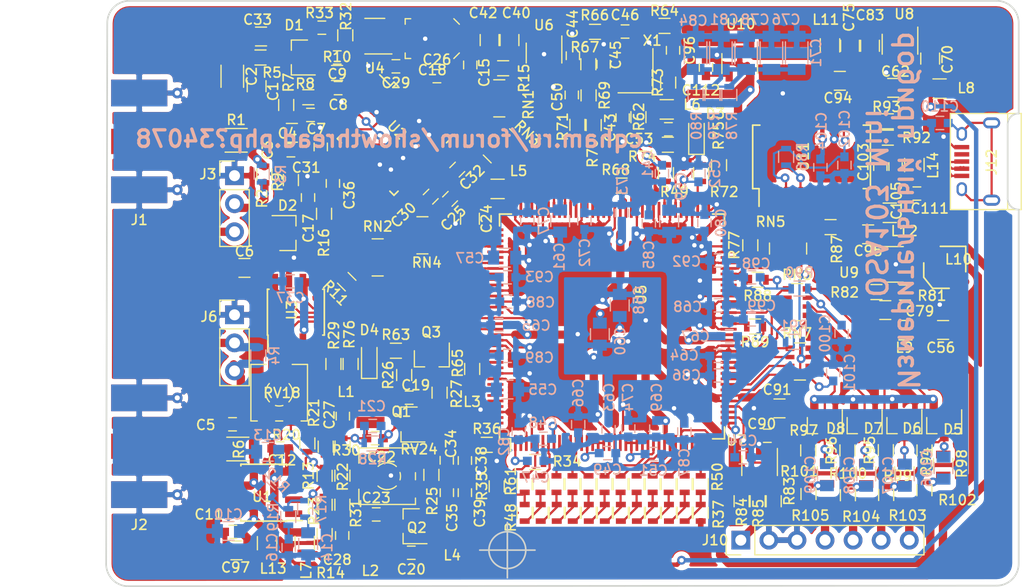
<source format=kicad_pcb>
(kicad_pcb (version 20171130) (host pcbnew "(5.1.9)-1")
  (layers (0 F.Cu signal) (31 B.Cu signal) (34 B.Paste user) (35 F.Paste user) (36 B.SilkS user) (37 F.SilkS user) (38 B.Mask user) (39 F.Mask user) (44 Edge.Cuts user))
  (net 0 "")
  (net 1 "Net-(C1-Pad2)")
  (net 2 "Net-(C1-Pad1)")
  (net 3 "Net-(C3-Pad2)")
  (net 4 GND)
  (net 5 "Net-(C5-Pad1)")
  (net 6 "Net-(C5-Pad2)")
  (net 7 "Net-(C6-Pad2)")
  (net 8 "Net-(C7-Pad1)")
  (net 9 "Net-(C7-Pad2)")
  (net 10 "Net-(C8-Pad1)")
  (net 11 "Net-(C9-Pad1)")
  (net 12 "Net-(C9-Pad2)")
  (net 13 +5V_GEN)
  (net 14 -5V_GEN)
  (net 15 "Net-(C14-Pad1)")
  (net 16 "Net-(C15-Pad2)")
  (net 17 "Net-(C15-Pad1)")
  (net 18 "Net-(C16-Pad1)")
  (net 19 "Net-(C17-Pad2)")
  (net 20 "Net-(C19-Pad1)")
  (net 21 "Net-(C20-Pad1)")
  (net 22 "Net-(C21-Pad1)")
  (net 23 "Net-(C21-Pad2)")
  (net 24 "Net-(C23-Pad1)")
  (net 25 "Net-(C23-Pad2)")
  (net 26 VDD+3.3)
  (net 27 VD+3.3)
  (net 28 "Net-(C34-Pad1)")
  (net 29 "Net-(C35-Pad1)")
  (net 30 +3.3V)
  (net 31 "Net-(C38-Pad1)")
  (net 32 "Net-(C39-Pad1)")
  (net 33 "Net-(C40-Pad1)")
  (net 34 "Net-(C41-Pad1)")
  (net 35 "Net-(C43-Pad1)")
  (net 36 "Net-(C46-Pad2)")
  (net 37 "Net-(C46-Pad1)")
  (net 38 "Net-(C47-Pad1)")
  (net 39 "Net-(C48-Pad1)")
  (net 40 "Net-(C49-Pad1)")
  (net 41 "Net-(C50-Pad2)")
  (net 42 "Net-(C51-Pad1)")
  (net 43 VCC_CMP_N)
  (net 44 VCC_CMP_P)
  (net 45 PROG_B)
  (net 46 +1.2V)
  (net 47 "Net-(C62-Pad1)")
  (net 48 "Net-(C70-Pad1)")
  (net 49 "Net-(C71-Pad1)")
  (net 50 "Net-(C75-Pad1)")
  (net 51 "Net-(C79-Pad1)")
  (net 52 "Net-(C83-Pad2)")
  (net 53 "Net-(C83-Pad1)")
  (net 54 +5V)
  (net 55 "Net-(C95-Pad1)")
  (net 56 "Net-(C98-Pad1)")
  (net 57 "Net-(C99-Pad1)")
  (net 58 "Net-(C100-Pad1)")
  (net 59 "Net-(C101-Pad1)")
  (net 60 +3.3USB)
  (net 61 "Net-(C103-Pad1)")
  (net 62 "Net-(C105-Pad1)")
  (net 63 "Net-(C106-Pad2)")
  (net 64 "Net-(C106-Pad1)")
  (net 65 "Net-(C107-Pad1)")
  (net 66 "Net-(C107-Pad2)")
  (net 67 "Net-(C108-Pad1)")
  (net 68 "Net-(C108-Pad2)")
  (net 69 "Net-(C109-Pad2)")
  (net 70 "Net-(C109-Pad1)")
  (net 71 "Net-(C110-Pad1)")
  (net 72 +5_USB)
  (net 73 "Net-(D2-Pad3)")
  (net 74 "Net-(D3-Pad2)")
  (net 75 "Net-(D4-Pad2)")
  (net 76 "Net-(J3-Pad2)")
  (net 77 "Net-(J3-Pad3)")
  (net 78 "Net-(J10-Pad7)")
  (net 79 "Net-(J10-Pad6)")
  (net 80 "Net-(J10-Pad5)")
  (net 81 "Net-(J10-Pad4)")
  (net 82 "Net-(J10-Pad1)")
  (net 83 "Net-(L10-Pad2)")
  (net 84 "Net-(Q3-Pad1)")
  (net 85 SINXX_B)
  (net 86 "Net-(R1-Pad2)")
  (net 87 CH1_DITH)
  (net 88 "Net-(R12-Pad1)")
  (net 89 "Net-(R13-Pad2)")
  (net 90 ADC0_ENC)
  (net 91 ADC1_ENC)
  (net 92 "Net-(R20-Pad1)")
  (net 93 "Net-(R20-Pad2)")
  (net 94 "Net-(R25-Pad2)")
  (net 95 EE_CS)
  (net 96 "Net-(R32-Pad1)")
  (net 97 "Net-(R34-Pad2)")
  (net 98 "Net-(R35-Pad2)")
  (net 99 DAC144)
  (net 100 "Net-(R37-Pad2)")
  (net 101 "Net-(R38-Pad2)")
  (net 102 "Net-(R39-Pad2)")
  (net 103 "Net-(R40-Pad2)")
  (net 104 "Net-(R41-Pad2)")
  (net 105 "Net-(R42-Pad2)")
  (net 106 "Net-(R43-Pad2)")
  (net 107 "Net-(R44-Pad2)")
  (net 108 "Net-(R45-Pad2)")
  (net 109 "Net-(R46-Pad2)")
  (net 110 "Net-(R47-Pad2)")
  (net 111 FREQ_ADJ)
  (net 112 "/osa103k Main/DAC_1")
  (net 113 "/osa103k Main/DAC_2")
  (net 114 "/osa103k Main/DAC_3")
  (net 115 "/osa103k Main/DAC_4")
  (net 116 "/osa103k Main/DAC_5")
  (net 117 "/osa103k Main/DAC_6")
  (net 118 "/osa103k Main/DAC_7")
  (net 119 "/osa103k Main/DAC_8")
  (net 120 "/osa103k Main/DAC_9")
  (net 121 "/osa103k Main/DAC_10")
  (net 122 "/osa103k Main/DAC_11")
  (net 123 "/osa103k Main/DAC_12")
  (net 124 GEN_SINXX)
  (net 125 "Net-(R66-Pad2)")
  (net 126 "Net-(R67-Pad2)")
  (net 127 AUX_0)
  (net 128 AUX_1)
  (net 129 MAIN_CLKN)
  (net 130 MAIN_CLK)
  (net 131 VCC_CMP_LEV)
  (net 132 LED_RED)
  (net 133 "Net-(R77-Pad1)")
  (net 134 "Net-(R81-Pad1)")
  (net 135 "Net-(R83-Pad2)")
  (net 136 "Net-(R83-Pad1)")
  (net 137 "Net-(R84-Pad2)")
  (net 138 "Net-(R86-Pad1)")
  (net 139 "Net-(R87-Pad2)")
  (net 140 CH6_LEV)
  (net 141 CH3_5_LEV)
  (net 142 "Net-(R92-Pad2)")
  (net 143 "Net-(R93-Pad2)")
  (net 144 "/osa103k Main/ADC0_4")
  (net 145 "/osa103k Main/ADC0_5")
  (net 146 "/osa103k Main/ADC0_7")
  (net 147 "/osa103k Main/ADC0_6")
  (net 148 "Net-(RN1-Pad4)")
  (net 149 "Net-(RN1-Pad2)")
  (net 150 "Net-(RN1-Pad3)")
  (net 151 "Net-(RN1-Pad1)")
  (net 152 "Net-(RN2-Pad1)")
  (net 153 "Net-(RN2-Pad3)")
  (net 154 "Net-(RN2-Pad2)")
  (net 155 "Net-(RN2-Pad4)")
  (net 156 "/osa103k Main/ADC1_5")
  (net 157 "/osa103k Main/ADC1_4")
  (net 158 "/osa103k Main/ADC1_6")
  (net 159 "/osa103k Main/ADC1_7")
  (net 160 "/osa103k Main/ADC0_0")
  (net 161 "/osa103k Main/ADC0_1")
  (net 162 "/osa103k Main/ADC0_3")
  (net 163 "/osa103k Main/ADC0_2")
  (net 164 "Net-(RN3-Pad4)")
  (net 165 "Net-(RN3-Pad2)")
  (net 166 "Net-(RN3-Pad3)")
  (net 167 "Net-(RN3-Pad1)")
  (net 168 "/osa103k Main/ADC1_3")
  (net 169 "/osa103k Main/ADC1_2")
  (net 170 "/osa103k Main/ADC1_0")
  (net 171 "/osa103k Main/ADC1_1")
  (net 172 "Net-(RN4-Pad4)")
  (net 173 "Net-(RN4-Pad2)")
  (net 174 "Net-(RN4-Pad3)")
  (net 175 "Net-(RN4-Pad1)")
  (net 176 CCK_RTS)
  (net 177 DIN)
  (net 178 DOUT)
  (net 179 "Net-(RN5-Pad2)")
  (net 180 "Net-(RN5-Pad3)")
  (net 181 CH6N)
  (net 182 CH6P)
  (net 183 CH5P)
  (net 184 CH5N)
  (net 185 CH4N)
  (net 186 CH4P)
  (net 187 CH3P)
  (net 188 CH3N)
  (net 189 EE_SO)
  (net 190 EE_CLK)
  (net 191 EE_SI)
  (net 192 AUX_GEN)
  (net 193 "Net-(C112-Pad2)")
  (net 194 "Net-(RN5-Pad4)")
  (net 195 VCC)
  (module Resistors_SMD:R_0603 (layer F.Cu) (at 126.1 52.68 180)
    (fp_text reference R93 (at 0.11 1.31 180) (layer F.SilkS) (effects (font (size 0.9 0.9))))
    (fp_text value 15)
    (pad 1 smd rect (at -0.75 0 180) (size 0.5 0.9) (layers F.Cu F.Paste F.Mask) (net 62 "Net-(C105-Pad1)"))
    (pad 2 smd rect (at 0.75 0 180) (size 0.5 0.9) (layers F.Cu F.Paste F.Mask) (net 143 "Net-(R93-Pad2)"))
  )
  (module Resistors_SMD:R_0603 (layer F.Cu) (at 102.02 58.5 180)
    (fp_text reference R68 (at 0.53 1.43 180) (layer F.SilkS) (effects (font (size 0.9 0.9))))
    (fp_text value NI)
    (pad 2 smd rect (at 0.75 0 180) (size 0.5 0.9) (layers F.Cu F.Paste F.Mask) (net 127 AUX_0))
    (pad 1 smd rect (at -0.75 0 180) (size 0.5 0.9) (layers F.Cu F.Paste F.Mask) (net 128 AUX_1))
  )
  (module Resistors_SMD:R_0603 (layer F.Cu) (at 77.15 67.2 135)
    (fp_text reference R11 (at 0 -1.45 135) (layer F.SilkS) (effects (font (size 0.9 0.9))))
    (fp_text value 270)
    (pad 1 smd rect (at -0.75 0 135) (size 0.5 0.9) (layers F.Cu F.Paste F.Mask) (net 87 CH1_DITH))
    (pad 2 smd rect (at 0.75 0 135) (size 0.5 0.9) (layers F.Cu F.Paste F.Mask) (net 73 "Net-(D2-Pad3)"))
  )
  (module Capacitors_SMD:C_0603 (layer F.Cu) (at 109.65 47.8 270)
    (fp_text reference C112 (at 2.07 0.46) (layer F.SilkS) (effects (font (size 0.9 0.9))))
    (fp_text value 10nF)
    (pad 1 smd rect (at -0.75 0 270) (size 0.8 0.75) (layers F.Cu F.Paste F.Mask) (net 4 GND))
    (pad 2 smd rect (at 0.75 0 270) (size 0.8 0.75) (layers F.Cu F.Paste F.Mask) (net 193 "Net-(C112-Pad2)"))
  )
  (module Crystals:Crystal_SMD_SeikoEpson_TSX3225-4pin_3.2x2.5mm (layer F.Cu) (at 103.275 48.1 90)
    (fp_text reference X1 (at 2.73 1.515 180) (layer F.SilkS) (effects (font (size 0.9 0.9))))
    (fp_text value VTCXO-14)
    (pad 4 smd rect (at -1.1 -0.8 90) (size 1.4 1.15) (layers F.Cu F.Paste F.Mask) (net 195 VCC))
    (pad 3 smd rect (at 1.1 -0.8 90) (size 1.4 1.15) (layers F.Cu F.Paste F.Mask) (net 36 "Net-(C46-Pad2)"))
    (pad 2 smd rect (at 1.1 0.8 90) (size 1.4 1.15) (layers F.Cu F.Paste F.Mask) (net 4 GND))
    (pad 1 smd rect (at -1.1 0.8 90) (size 1.4 1.15) (layers F.Cu F.Paste F.Mask) (net 35 "Net-(C43-Pad1)"))
  )
  (module Housings_QFP:TQFP-144_20x20mm_Pitch0.5mm (layer F.Cu) (at 101.15 71.25 90)
    (fp_text reference U5 (at 2.88 2.64 90) (layer F.SilkS) (effects (font (size 0.9 0.9))))
    (fp_text value XC6SLXN-TQG144)
    (pad 144 smd rect (at -8.75 -10.55 180) (size 1.45 0.25) (layers F.Cu F.Paste F.Mask) (net 99 DAC144))
    (pad 143 smd rect (at -8.25 -10.55 180) (size 1.45 0.25) (layers F.Cu F.Paste F.Mask) (net 124 GEN_SINXX))
    (pad 142 smd rect (at -7.75 -10.55 180) (size 1.45 0.25) (layers F.Cu F.Paste F.Mask) (net 4 GND))
    (pad 141 smd rect (at -7.25 -10.55 180) (size 1.45 0.25) (layers F.Cu F.Paste F.Mask))
    (pad 140 smd rect (at -6.75 -10.55 180) (size 1.45 0.25) (layers F.Cu F.Paste F.Mask))
    (pad 139 smd rect (at -6.25 -10.55 180) (size 1.45 0.25) (layers F.Cu F.Paste F.Mask))
    (pad 138 smd rect (at -5.75 -10.55 180) (size 1.45 0.25) (layers F.Cu F.Paste F.Mask))
    (pad 137 smd rect (at -5.25 -10.55 180) (size 1.45 0.25) (layers F.Cu F.Paste F.Mask))
    (pad 136 smd rect (at -4.75 -10.55 180) (size 1.45 0.25) (layers F.Cu F.Paste F.Mask) (net 4 GND))
    (pad 135 smd rect (at -4.25 -10.55 180) (size 1.45 0.25) (layers F.Cu F.Paste F.Mask) (net 30 +3.3V))
    (pad 134 smd rect (at -3.75 -10.55 180) (size 1.45 0.25) (layers F.Cu F.Paste F.Mask))
    (pad 133 smd rect (at -3.25 -10.55 180) (size 1.45 0.25) (layers F.Cu F.Paste F.Mask))
    (pad 132 smd rect (at -2.75 -10.55 180) (size 1.45 0.25) (layers F.Cu F.Paste F.Mask) (net 95 EE_CS))
    (pad 131 smd rect (at -2.25 -10.55 180) (size 1.45 0.25) (layers F.Cu F.Paste F.Mask) (net 190 EE_CLK))
    (pad 130 smd rect (at -1.75 -10.55 180) (size 1.45 0.25) (layers F.Cu F.Paste F.Mask) (net 4 GND))
    (pad 129 smd rect (at -1.25 -10.55 180) (size 1.45 0.25) (layers F.Cu F.Paste F.Mask) (net 30 +3.3V))
    (pad 128 smd rect (at -0.75 -10.55 180) (size 1.45 0.25) (layers F.Cu F.Paste F.Mask) (net 46 +1.2V))
    (pad 127 smd rect (at -0.25 -10.55 180) (size 1.45 0.25) (layers F.Cu F.Paste F.Mask) (net 191 EE_SI))
    (pad 126 smd rect (at 0.25 -10.55 180) (size 1.45 0.25) (layers F.Cu F.Paste F.Mask) (net 189 EE_SO))
    (pad 125 smd rect (at 0.75 -10.55 180) (size 1.45 0.25) (layers F.Cu F.Paste F.Mask) (net 30 +3.3V))
    (pad 124 smd rect (at 1.25 -10.55 180) (size 1.45 0.25) (layers F.Cu F.Paste F.Mask) (net 87 CH1_DITH))
    (pad 123 smd rect (at 1.75 -10.55 180) (size 1.45 0.25) (layers F.Cu F.Paste F.Mask) (net 4 GND))
    (pad 122 smd rect (at 2.25 -10.55 180) (size 1.45 0.25) (layers F.Cu F.Paste F.Mask) (net 30 +3.3V))
    (pad 121 smd rect (at 2.75 -10.55 180) (size 1.45 0.25) (layers F.Cu F.Paste F.Mask) (net 91 ADC1_ENC))
    (pad 120 smd rect (at 3.25 -10.55 180) (size 1.45 0.25) (layers F.Cu F.Paste F.Mask) (net 4 GND))
    (pad 119 smd rect (at 3.75 -10.55 180) (size 1.45 0.25) (layers F.Cu F.Paste F.Mask) (net 159 "/osa103k Main/ADC1_7"))
    (pad 118 smd rect (at 4.25 -10.55 180) (size 1.45 0.25) (layers F.Cu F.Paste F.Mask) (net 158 "/osa103k Main/ADC1_6"))
    (pad 117 smd rect (at 4.75 -10.55 180) (size 1.45 0.25) (layers F.Cu F.Paste F.Mask) (net 156 "/osa103k Main/ADC1_5"))
    (pad 116 smd rect (at 5.25 -10.55 180) (size 1.45 0.25) (layers F.Cu F.Paste F.Mask) (net 157 "/osa103k Main/ADC1_4"))
    (pad 115 smd rect (at 5.75 -10.55 180) (size 1.45 0.25) (layers F.Cu F.Paste F.Mask) (net 168 "/osa103k Main/ADC1_3"))
    (pad 114 smd rect (at 6.25 -10.55 180) (size 1.45 0.25) (layers F.Cu F.Paste F.Mask) (net 169 "/osa103k Main/ADC1_2"))
    (pad 113 smd rect (at 6.75 -10.55 180) (size 1.45 0.25) (layers F.Cu F.Paste F.Mask) (net 4 GND))
    (pad 112 smd rect (at 7.25 -10.55 180) (size 1.45 0.25) (layers F.Cu F.Paste F.Mask) (net 171 "/osa103k Main/ADC1_1"))
    (pad 111 smd rect (at 7.75 -10.55 180) (size 1.45 0.25) (layers F.Cu F.Paste F.Mask) (net 170 "/osa103k Main/ADC1_0"))
    (pad 110 smd rect (at 8.25 -10.55 180) (size 1.45 0.25) (layers F.Cu F.Paste F.Mask))
    (pad 109 smd rect (at 8.75 -10.55 180) (size 1.45 0.25) (layers F.Cu F.Paste F.Mask))
    (pad 108 smd rect (at 10.55 -8.75 90) (size 1.45 0.25) (layers F.Cu F.Paste F.Mask) (net 4 GND))
    (pad 107 smd rect (at 10.55 -8.25 90) (size 1.45 0.25) (layers F.Cu F.Paste F.Mask))
    (pad 106 smd rect (at 10.55 -7.75 90) (size 1.45 0.25) (layers F.Cu F.Paste F.Mask))
    (pad 105 smd rect (at 10.55 -7.25 90) (size 1.45 0.25) (layers F.Cu F.Paste F.Mask) (net 160 "/osa103k Main/ADC0_0"))
    (pad 104 smd rect (at 10.55 -6.75 90) (size 1.45 0.25) (layers F.Cu F.Paste F.Mask) (net 161 "/osa103k Main/ADC0_1"))
    (pad 103 smd rect (at 10.55 -6.25 90) (size 1.45 0.25) (layers F.Cu F.Paste F.Mask) (net 30 +3.3V))
    (pad 102 smd rect (at 10.55 -5.75 90) (size 1.45 0.25) (layers F.Cu F.Paste F.Mask) (net 163 "/osa103k Main/ADC0_2"))
    (pad 101 smd rect (at 10.55 -5.25 90) (size 1.45 0.25) (layers F.Cu F.Paste F.Mask) (net 162 "/osa103k Main/ADC0_3"))
    (pad 100 smd rect (at 10.55 -4.75 90) (size 1.45 0.25) (layers F.Cu F.Paste F.Mask) (net 144 "/osa103k Main/ADC0_4"))
    (pad 99 smd rect (at 10.55 -4.25 90) (size 1.45 0.25) (layers F.Cu F.Paste F.Mask) (net 145 "/osa103k Main/ADC0_5"))
    (pad 98 smd rect (at 10.55 -3.75 90) (size 1.45 0.25) (layers F.Cu F.Paste F.Mask) (net 147 "/osa103k Main/ADC0_6"))
    (pad 97 smd rect (at 10.55 -3.25 90) (size 1.45 0.25) (layers F.Cu F.Paste F.Mask) (net 146 "/osa103k Main/ADC0_7"))
    (pad 96 smd rect (at 10.55 -2.75 90) (size 1.45 0.25) (layers F.Cu F.Paste F.Mask) (net 4 GND))
    (pad 95 smd rect (at 10.55 -2.25 90) (size 1.45 0.25) (layers F.Cu F.Paste F.Mask) (net 90 ADC0_ENC))
    (pad 94 smd rect (at 10.55 -1.75 90) (size 1.45 0.25) (layers F.Cu F.Paste F.Mask))
    (pad 93 smd rect (at 10.55 -1.25 90) (size 1.45 0.25) (layers F.Cu F.Paste F.Mask) (net 4 GND))
    (pad 92 smd rect (at 10.55 -0.75 90) (size 1.45 0.25) (layers F.Cu F.Paste F.Mask))
    (pad 91 smd rect (at 10.55 -0.25 90) (size 1.45 0.25) (layers F.Cu F.Paste F.Mask) (net 4 GND))
    (pad 90 smd rect (at 10.55 0.25 90) (size 1.45 0.25) (layers F.Cu F.Paste F.Mask) (net 30 +3.3V))
    (pad 89 smd rect (at 10.55 0.75 90) (size 1.45 0.25) (layers F.Cu F.Paste F.Mask) (net 46 +1.2V))
    (pad 88 smd rect (at 10.55 1.25 90) (size 1.45 0.25) (layers F.Cu F.Paste F.Mask) (net 127 AUX_0))
    (pad 87 smd rect (at 10.55 1.75 90) (size 1.45 0.25) (layers F.Cu F.Paste F.Mask) (net 128 AUX_1))
    (pad 86 smd rect (at 10.55 2.25 90) (size 1.45 0.25) (layers F.Cu F.Paste F.Mask) (net 30 +3.3V))
    (pad 85 smd rect (at 10.55 2.75 90) (size 1.45 0.25) (layers F.Cu F.Paste F.Mask) (net 130 MAIN_CLK))
    (pad 84 smd rect (at 10.55 3.25 90) (size 1.45 0.25) (layers F.Cu F.Paste F.Mask) (net 129 MAIN_CLKN))
    (pad 83 smd rect (at 10.55 3.75 90) (size 1.45 0.25) (layers F.Cu F.Paste F.Mask) (net 4 GND))
    (pad 82 smd rect (at 10.55 4.25 90) (size 1.45 0.25) (layers F.Cu F.Paste F.Mask) (net 4 GND))
    (pad 81 smd rect (at 10.55 4.75 90) (size 1.45 0.25) (layers F.Cu F.Paste F.Mask) (net 111 FREQ_ADJ))
    (pad 80 smd rect (at 10.55 5.25 90) (size 1.45 0.25) (layers F.Cu F.Paste F.Mask) (net 4 GND))
    (pad 79 smd rect (at 10.55 5.75 90) (size 1.45 0.25) (layers F.Cu F.Paste F.Mask) (net 44 VCC_CMP_P))
    (pad 78 smd rect (at 10.55 6.25 90) (size 1.45 0.25) (layers F.Cu F.Paste F.Mask) (net 43 VCC_CMP_N))
    (pad 77 smd rect (at 10.55 6.75 90) (size 1.45 0.25) (layers F.Cu F.Paste F.Mask) (net 4 GND))
    (pad 76 smd rect (at 10.55 7.25 90) (size 1.45 0.25) (layers F.Cu F.Paste F.Mask) (net 30 +3.3V))
    (pad 75 smd rect (at 10.55 7.75 90) (size 1.45 0.25) (layers F.Cu F.Paste F.Mask) (net 131 VCC_CMP_LEV))
    (pad 74 smd rect (at 10.55 8.25 90) (size 1.45 0.25) (layers F.Cu F.Paste F.Mask) (net 132 LED_RED))
    (pad 73 smd rect (at 10.55 8.75 90) (size 1.45 0.25) (layers F.Cu F.Paste F.Mask) (net 4 GND))
    (pad 72 smd rect (at 8.75 10.55 180) (size 1.45 0.25) (layers F.Cu F.Paste F.Mask))
    (pad 71 smd rect (at 8.25 10.55 180) (size 1.45 0.25) (layers F.Cu F.Paste F.Mask))
    (pad 70 smd rect (at 7.75 10.55 180) (size 1.45 0.25) (layers F.Cu F.Paste F.Mask) (net 176 CCK_RTS))
    (pad 69 smd rect (at 7.25 10.55 180) (size 1.45 0.25) (layers F.Cu F.Paste F.Mask) (net 30 +3.3V))
    (pad 68 smd rect (at 6.75 10.55 180) (size 1.45 0.25) (layers F.Cu F.Paste F.Mask) (net 4 GND))
    (pad 67 smd rect (at 6.25 10.55 180) (size 1.45 0.25) (layers F.Cu F.Paste F.Mask) (net 133 "Net-(R77-Pad1)"))
    (pad 66 smd rect (at 5.75 10.55 180) (size 1.45 0.25) (layers F.Cu F.Paste F.Mask) (net 4 GND))
    (pad 65 smd rect (at 5.25 10.55 180) (size 1.45 0.25) (layers F.Cu F.Paste F.Mask) (net 177 DIN))
    (pad 64 smd rect (at 4.75 10.55 180) (size 1.45 0.25) (layers F.Cu F.Paste F.Mask) (net 178 DOUT))
    (pad 63 smd rect (at 4.25 10.55 180) (size 1.45 0.25) (layers F.Cu F.Paste F.Mask) (net 30 +3.3V))
    (pad 62 smd rect (at 3.75 10.55 180) (size 1.45 0.25) (layers F.Cu F.Paste F.Mask) (net 30 +3.3V))
    (pad 61 smd rect (at 3.25 10.55 180) (size 1.45 0.25) (layers F.Cu F.Paste F.Mask) (net 140 CH6_LEV))
    (pad 60 smd rect (at 2.75 10.55 180) (size 1.45 0.25) (layers F.Cu F.Paste F.Mask) (net 30 +3.3V))
    (pad 59 smd rect (at 2.25 10.55 180) (size 1.45 0.25) (layers F.Cu F.Paste F.Mask) (net 4 GND))
    (pad 58 smd rect (at 1.75 10.55 180) (size 1.45 0.25) (layers F.Cu F.Paste F.Mask) (net 182 CH6P))
    (pad 57 smd rect (at 1.25 10.55 180) (size 1.45 0.25) (layers F.Cu F.Paste F.Mask) (net 181 CH6N))
    (pad 56 smd rect (at 0.75 10.55 180) (size 1.45 0.25) (layers F.Cu F.Paste F.Mask) (net 4 GND))
    (pad 55 smd rect (at 0.25 10.55 180) (size 1.45 0.25) (layers F.Cu F.Paste F.Mask) (net 141 CH3_5_LEV))
    (pad 54 smd rect (at -0.25 10.55 180) (size 1.45 0.25) (layers F.Cu F.Paste F.Mask) (net 4 GND))
    (pad 53 smd rect (at -0.75 10.55 180) (size 1.45 0.25) (layers F.Cu F.Paste F.Mask) (net 30 +3.3V))
    (pad 52 smd rect (at -1.25 10.55 180) (size 1.45 0.25) (layers F.Cu F.Paste F.Mask) (net 46 +1.2V))
    (pad 51 smd rect (at -1.75 10.55 180) (size 1.45 0.25) (layers F.Cu F.Paste F.Mask) (net 4 GND))
    (pad 50 smd rect (at -2.25 10.55 180) (size 1.45 0.25) (layers F.Cu F.Paste F.Mask) (net 4 GND))
    (pad 49 smd rect (at -2.75 10.55 180) (size 1.45 0.25) (layers F.Cu F.Paste F.Mask) (net 4 GND))
    (pad 48 smd rect (at -3.25 10.55 180) (size 1.45 0.25) (layers F.Cu F.Paste F.Mask) (net 183 CH5P))
    (pad 47 smd rect (at -3.75 10.55 180) (size 1.45 0.25) (layers F.Cu F.Paste F.Mask) (net 184 CH5N))
    (pad 46 smd rect (at -4.25 10.55 180) (size 1.45 0.25) (layers F.Cu F.Paste F.Mask) (net 186 CH4P))
    (pad 45 smd rect (at -4.75 10.55 180) (size 1.45 0.25) (layers F.Cu F.Paste F.Mask) (net 185 CH4N))
    (pad 44 smd rect (at -5.25 10.55 180) (size 1.45 0.25) (layers F.Cu F.Paste F.Mask) (net 187 CH3P))
    (pad 43 smd rect (at -5.75 10.55 180) (size 1.45 0.25) (layers F.Cu F.Paste F.Mask) (net 188 CH3N))
    (pad 42 smd rect (at -6.25 10.55 180) (size 1.45 0.25) (layers F.Cu F.Paste F.Mask) (net 30 +3.3V))
    (pad 41 smd rect (at -6.75 10.55 180) (size 1.45 0.25) (layers F.Cu F.Paste F.Mask) (net 30 +3.3V))
    (pad 40 smd rect (at -7.25 10.55 180) (size 1.45 0.25) (layers F.Cu F.Paste F.Mask) (net 192 AUX_GEN))
    (pad 39 smd rect (at -7.75 10.55 180) (size 1.45 0.25) (layers F.Cu F.Paste F.Mask))
    (pad 38 smd rect (at -8.25 10.55 180) (size 1.45 0.25) (layers F.Cu F.Paste F.Mask) (net 4 GND))
    (pad 37 smd rect (at -8.75 10.55 180) (size 1.45 0.25) (layers F.Cu F.Paste F.Mask) (net 45 PROG_B))
    (pad 36 smd rect (at -10.55 8.75 90) (size 1.45 0.25) (layers F.Cu F.Paste F.Mask) (net 30 +3.3V))
    (pad 35 smd rect (at -10.55 8.25 90) (size 1.45 0.25) (layers F.Cu F.Paste F.Mask))
    (pad 34 smd rect (at -10.55 7.75 90) (size 1.45 0.25) (layers F.Cu F.Paste F.Mask) (net 112 "/osa103k Main/DAC_1"))
    (pad 33 smd rect (at -10.55 7.25 90) (size 1.45 0.25) (layers F.Cu F.Paste F.Mask) (net 113 "/osa103k Main/DAC_2"))
    (pad 32 smd rect (at -10.55 6.75 90) (size 1.45 0.25) (layers F.Cu F.Paste F.Mask) (net 114 "/osa103k Main/DAC_3"))
    (pad 31 smd rect (at -10.55 6.25 90) (size 1.45 0.25) (layers F.Cu F.Paste F.Mask) (net 30 +3.3V))
    (pad 30 smd rect (at -10.55 5.75 90) (size 1.45 0.25) (layers F.Cu F.Paste F.Mask) (net 115 "/osa103k Main/DAC_4"))
    (pad 29 smd rect (at -10.55 5.25 90) (size 1.45 0.25) (layers F.Cu F.Paste F.Mask) (net 116 "/osa103k Main/DAC_5"))
    (pad 28 smd rect (at -10.55 4.75 90) (size 1.45 0.25) (layers F.Cu F.Paste F.Mask) (net 46 +1.2V))
    (pad 27 smd rect (at -10.55 4.25 90) (size 1.45 0.25) (layers F.Cu F.Paste F.Mask) (net 117 "/osa103k Main/DAC_6"))
    (pad 26 smd rect (at -10.55 3.75 90) (size 1.45 0.25) (layers F.Cu F.Paste F.Mask) (net 118 "/osa103k Main/DAC_7"))
    (pad 25 smd rect (at -10.55 3.25 90) (size 1.45 0.25) (layers F.Cu F.Paste F.Mask) (net 4 GND))
    (pad 24 smd rect (at -10.55 2.75 90) (size 1.45 0.25) (layers F.Cu F.Paste F.Mask) (net 42 "Net-(C51-Pad1)"))
    (pad 23 smd rect (at -10.55 2.25 90) (size 1.45 0.25) (layers F.Cu F.Paste F.Mask) (net 42 "Net-(C51-Pad1)"))
    (pad 22 smd rect (at -10.55 1.75 90) (size 1.45 0.25) (layers F.Cu F.Paste F.Mask) (net 42 "Net-(C51-Pad1)"))
    (pad 21 smd rect (at -10.55 1.25 90) (size 1.45 0.25) (layers F.Cu F.Paste F.Mask) (net 42 "Net-(C51-Pad1)"))
    (pad 20 smd rect (at -10.55 0.75 90) (size 1.45 0.25) (layers F.Cu F.Paste F.Mask) (net 30 +3.3V))
    (pad 19 smd rect (at -10.55 0.25 90) (size 1.45 0.25) (layers F.Cu F.Paste F.Mask) (net 46 +1.2V))
    (pad 18 smd rect (at -10.55 -0.25 90) (size 1.45 0.25) (layers F.Cu F.Paste F.Mask) (net 30 +3.3V))
    (pad 17 smd rect (at -10.55 -0.75 90) (size 1.45 0.25) (layers F.Cu F.Paste F.Mask) (net 40 "Net-(C49-Pad1)"))
    (pad 16 smd rect (at -10.55 -1.25 90) (size 1.45 0.25) (layers F.Cu F.Paste F.Mask) (net 40 "Net-(C49-Pad1)"))
    (pad 15 smd rect (at -10.55 -1.75 90) (size 1.45 0.25) (layers F.Cu F.Paste F.Mask) (net 40 "Net-(C49-Pad1)"))
    (pad 14 smd rect (at -10.55 -2.25 90) (size 1.45 0.25) (layers F.Cu F.Paste F.Mask) (net 40 "Net-(C49-Pad1)"))
    (pad 13 smd rect (at -10.55 -2.75 90) (size 1.45 0.25) (layers F.Cu F.Paste F.Mask) (net 4 GND))
    (pad 12 smd rect (at -10.55 -3.25 90) (size 1.45 0.25) (layers F.Cu F.Paste F.Mask) (net 119 "/osa103k Main/DAC_8"))
    (pad 11 smd rect (at -10.55 -3.75 90) (size 1.45 0.25) (layers F.Cu F.Paste F.Mask) (net 120 "/osa103k Main/DAC_9"))
    (pad 10 smd rect (at -10.55 -4.25 90) (size 1.45 0.25) (layers F.Cu F.Paste F.Mask) (net 39 "Net-(C48-Pad1)"))
    (pad 9 smd rect (at -10.55 -4.75 90) (size 1.45 0.25) (layers F.Cu F.Paste F.Mask) (net 121 "/osa103k Main/DAC_10"))
    (pad 8 smd rect (at -10.55 -5.25 90) (size 1.45 0.25) (layers F.Cu F.Paste F.Mask) (net 39 "Net-(C48-Pad1)"))
    (pad 7 smd rect (at -10.55 -5.75 90) (size 1.45 0.25) (layers F.Cu F.Paste F.Mask) (net 122 "/osa103k Main/DAC_11"))
    (pad 6 smd rect (at -10.55 -6.25 90) (size 1.45 0.25) (layers F.Cu F.Paste F.Mask) (net 97 "Net-(R34-Pad2)"))
    (pad 5 smd rect (at -10.55 -6.75 90) (size 1.45 0.25) (layers F.Cu F.Paste F.Mask) (net 123 "/osa103k Main/DAC_12"))
    (pad 4 smd rect (at -10.55 -7.25 90) (size 1.45 0.25) (layers F.Cu F.Paste F.Mask) (net 30 +3.3V))
    (pad 3 smd rect (at -10.55 -7.75 90) (size 1.45 0.25) (layers F.Cu F.Paste F.Mask) (net 4 GND))
    (pad 2 smd rect (at -10.55 -8.25 90) (size 1.45 0.25) (layers F.Cu F.Paste F.Mask) (net 38 "Net-(C47-Pad1)"))
    (pad 1 smd rect (at -10.55 -8.75 90) (size 1.45 0.25) (layers F.Cu F.Paste F.Mask) (net 38 "Net-(C47-Pad1)"))
  )
  (module Housings_SOIC:SOIC-8_3.9x4.9mm_Pitch1.27mm (layer F.Cu) (at 72.55 69.96 90)
    (fp_text reference U3 (at 0.19 -0.36 90) (layer F.SilkS) (effects (font (size 0.9 0.9))))
    (fp_text value AT45DB041D-SU)
    (pad 8 smd rect (at 2.7 -1.905 90) (size 1.55 0.6) (layers F.Cu F.Paste F.Mask) (net 189 EE_SO))
    (pad 7 smd rect (at 2.7 -0.635 90) (size 1.55 0.6) (layers F.Cu F.Paste F.Mask) (net 4 GND))
    (pad 6 smd rect (at 2.7 0.635 90) (size 1.55 0.6) (layers F.Cu F.Paste F.Mask) (net 30 +3.3V))
    (pad 5 smd rect (at 2.7 1.905 90) (size 1.55 0.6) (layers F.Cu F.Paste F.Mask) (net 30 +3.3V))
    (pad 4 smd rect (at -2.7 1.905 90) (size 1.55 0.6) (layers F.Cu F.Paste F.Mask) (net 95 EE_CS))
    (pad 3 smd rect (at -2.7 0.635 90) (size 1.55 0.6) (layers F.Cu F.Paste F.Mask) (net 30 +3.3V))
    (pad 2 smd rect (at -2.7 -0.635 90) (size 1.55 0.6) (layers F.Cu F.Paste F.Mask) (net 190 EE_CLK))
    (pad 1 smd rect (at -2.7 -1.905 90) (size 1.55 0.6) (layers F.Cu F.Paste F.Mask) (net 191 EE_SI))
  )
  (module Housings_SOIC:SOIC-8_3.9x4.9mm_Pitch1.27mm (layer F.Cu) (at 69.65 86.3 180)
    (fp_text reference U1 (at 0.16 -0.37 180) (layer F.SilkS) (effects (font (size 0.9 0.9))))
    (fp_text value AD8009ARZ)
    (pad 8 smd rect (at 2.7 -1.905 180) (size 1.55 0.6) (layers F.Cu F.Paste F.Mask))
    (pad 7 smd rect (at 2.7 -0.635 180) (size 1.55 0.6) (layers F.Cu F.Paste F.Mask) (net 13 +5V_GEN))
    (pad 6 smd rect (at 2.7 0.635 180) (size 1.55 0.6) (layers F.Cu F.Paste F.Mask) (net 6 "Net-(C5-Pad2)"))
    (pad 5 smd rect (at 2.7 1.905 180) (size 1.55 0.6) (layers F.Cu F.Paste F.Mask))
    (pad 4 smd rect (at -2.7 1.905 180) (size 1.55 0.6) (layers F.Cu F.Paste F.Mask) (net 14 -5V_GEN))
    (pad 3 smd rect (at -2.7 0.635 180) (size 1.55 0.6) (layers F.Cu F.Paste F.Mask) (net 92 "Net-(R20-Pad1)"))
    (pad 2 smd rect (at -2.7 -0.635 180) (size 1.55 0.6) (layers F.Cu F.Paste F.Mask) (net 88 "Net-(R12-Pad1)"))
    (pad 1 smd rect (at -2.7 -1.905 180) (size 1.55 0.6) (layers F.Cu F.Paste F.Mask))
  )
  (module Capacitors_SMD:C_0805 (layer F.Cu) (at 116.3 78.67)
    (fp_text reference C91 (at -0.21 -1.7) (layer F.SilkS) (effects (font (size 0.9 0.9))))
    (fp_text value 10uF)
    (pad 2 smd rect (at 1 0) (size 1 1.25) (layers F.Cu F.Paste F.Mask) (net 30 +3.3V))
    (pad 1 smd rect (at -1 0) (size 1 1.25) (layers F.Cu F.Paste F.Mask) (net 4 GND))
  )
  (module TO_SOT_Packages_SMD:SOT-23 (layer F.Cu) (at 84.85 74.15 270)
    (fp_text reference Q3 (at -2.38 0.06) (layer F.SilkS) (effects (font (size 0.9 0.9))))
    (fp_text value BC846)
    (pad 1 smd rect (at -1 -0.95 270) (size 0.9 0.8) (layers F.Cu F.Paste F.Mask) (net 84 "Net-(Q3-Pad1)"))
    (pad 2 smd rect (at -1 0.95 270) (size 0.9 0.8) (layers F.Cu F.Paste F.Mask) (net 85 SINXX_B))
    (pad 3 smd rect (at 1 0 270) (size 0.9 0.8) (layers F.Cu F.Paste F.Mask) (net 30 +3.3V))
  )
  (module Capacitors_SMD:C_0805 (layer F.Cu) (at 69 49.5 270)
    (fp_text reference C1 (at 0.47 -1.49 270) (layer F.SilkS) (effects (font (size 0.9 0.9))))
    (fp_text value 10uF)
    (pad 2 smd rect (at 1 0 270) (size 1 1.25) (layers F.Cu F.Paste F.Mask) (net 1 "Net-(C1-Pad2)"))
    (pad 1 smd rect (at -1 0 270) (size 1 1.25) (layers F.Cu F.Paste F.Mask) (net 2 "Net-(C1-Pad1)"))
  )
  (module Capacitors_SMD:C_1206 (layer F.Cu) (at 66.8 48.6 270)
    (fp_text reference C2 (at 0 -1.75 270) (layer F.SilkS) (effects (font (size 0.9 0.9))))
    (fp_text value 22uF)
    (pad 2 smd rect (at 1.5 0 270) (size 1 1.6) (layers F.Cu F.Paste F.Mask) (net 1 "Net-(C1-Pad2)"))
    (pad 1 smd rect (at -1.5 0 270) (size 1 1.6) (layers F.Cu F.Paste F.Mask) (net 2 "Net-(C1-Pad1)"))
  )
  (module Capacitors_SMD:C_0603 (layer F.Cu) (at 72.1 55.3)
    (fp_text reference C3 (at -2.11 -0.03 90) (layer F.SilkS) (effects (font (size 0.9 0.9))))
    (fp_text value 15p)
    (pad 2 smd rect (at 0.75 0) (size 0.8 0.75) (layers F.Cu F.Paste F.Mask) (net 3 "Net-(C3-Pad2)"))
    (pad 1 smd rect (at -0.75 0) (size 0.8 0.75) (layers F.Cu F.Paste F.Mask) (net 4 GND))
  )
  (module Capacitors_SMD:C_0805 (layer F.Cu) (at 72.19 53.72)
    (fp_text reference C4 (at -0.4 0.05) (layer F.SilkS) (effects (font (size 0.9 0.9))))
    (fp_text value 470p)
    (pad 2 smd rect (at 1 0) (size 1 1.25) (layers F.Cu F.Paste F.Mask) (net 3 "Net-(C3-Pad2)"))
    (pad 1 smd rect (at -1 0) (size 1 1.25) (layers F.Cu F.Paste F.Mask) (net 4 GND))
  )
  (module Capacitors_SMD:C_0603 (layer F.Cu) (at 66.82 80.11)
    (fp_text reference C5 (at -2.43 0.06) (layer F.SilkS) (effects (font (size 0.9 0.9))))
    (fp_text value 2.2p)
    (pad 1 smd rect (at -0.75 0) (size 0.8 0.75) (layers F.Cu F.Paste F.Mask) (net 5 "Net-(C5-Pad1)"))
    (pad 2 smd rect (at 0.75 0) (size 0.8 0.75) (layers F.Cu F.Paste F.Mask) (net 6 "Net-(C5-Pad2)"))
  )
  (module Capacitors_SMD:C_0805 (layer F.Cu) (at 67.9 65.95)
    (fp_text reference C6 (at 0 -1.5) (layer F.SilkS) (effects (font (size 0.9 0.9))))
    (fp_text value 10uF)
    (pad 1 smd rect (at -1 0) (size 1 1.25) (layers F.Cu F.Paste F.Mask) (net 4 GND))
    (pad 2 smd rect (at 1 0) (size 1 1.25) (layers F.Cu F.Paste F.Mask) (net 7 "Net-(C6-Pad2)"))
  )
  (module Capacitors_SMD:C_0603 (layer F.Cu) (at 73.875 52.1)
    (fp_text reference C7 (at 0.515 1.27) (layer F.SilkS) (effects (font (size 0.9 0.9))))
    (fp_text value 1uF)
    (pad 1 smd rect (at -0.75 0) (size 0.8 0.75) (layers F.Cu F.Paste F.Mask) (net 8 "Net-(C7-Pad1)"))
    (pad 2 smd rect (at 0.75 0) (size 0.8 0.75) (layers F.Cu F.Paste F.Mask) (net 9 "Net-(C7-Pad2)"))
  )
  (module Capacitors_SMD:C_0603 (layer F.Cu) (at 76.375 49.675 180)
    (fp_text reference C8 (at 0 -1.5 180) (layer F.SilkS) (effects (font (size 0.9 0.9))))
    (fp_text value 1uF)
    (pad 2 smd rect (at 0.75 0 180) (size 0.8 0.75) (layers F.Cu F.Paste F.Mask) (net 4 GND))
    (pad 1 smd rect (at -0.75 0 180) (size 0.8 0.75) (layers F.Cu F.Paste F.Mask) (net 10 "Net-(C8-Pad1)"))
  )
  (module Capacitors_SMD:C_0603 (layer F.Cu) (at 76.29 46.9 180)
    (fp_text reference C9 (at 0 -1.5 180) (layer F.SilkS) (effects (font (size 0.9 0.9))))
    (fp_text value NI)
    (pad 1 smd rect (at -0.75 0 180) (size 0.8 0.75) (layers F.Cu F.Paste F.Mask) (net 11 "Net-(C9-Pad1)"))
    (pad 2 smd rect (at 0.75 0 180) (size 0.8 0.75) (layers F.Cu F.Paste F.Mask) (net 12 "Net-(C9-Pad2)"))
  )
  (module Capacitors_SMD:C_0805 (layer B.Cu) (at 66.45 89.77 180)
    (fp_text reference C10 (at 0 1.5 180) (layer B.SilkS) (effects (font (size 0.9 0.9)) (justify mirror)))
    (fp_text value 10uF)
    (pad 1 smd rect (at -1 0 180) (size 1 1.25) (layers B.Cu B.Paste B.Mask) (net 13 +5V_GEN))
    (pad 2 smd rect (at 1 0 180) (size 1 1.25) (layers B.Cu B.Paste B.Mask) (net 4 GND))
  )
  (module Capacitors_SMD:C_0603 (layer F.Cu) (at 66.85 89.85 180)
    (fp_text reference C11 (at 2.16 1.58 180) (layer F.SilkS) (effects (font (size 0.9 0.9))))
    (fp_text value 0.1uF)
    (pad 2 smd rect (at 0.75 0 180) (size 0.8 0.75) (layers F.Cu F.Paste F.Mask) (net 4 GND))
    (pad 1 smd rect (at -0.75 0 180) (size 0.8 0.75) (layers F.Cu F.Paste F.Mask) (net 13 +5V_GEN))
  )
  (module Capacitors_SMD:C_0603 (layer F.Cu) (at 71.12 82.296 180)
    (fp_text reference C12 (at -0.17 -1.074 180) (layer F.SilkS) (effects (font (size 0.9 0.9))))
    (fp_text value 0.1uF)
    (pad 1 smd rect (at -0.75 0 180) (size 0.8 0.75) (layers F.Cu F.Paste F.Mask) (net 14 -5V_GEN))
    (pad 2 smd rect (at 0.75 0 180) (size 0.8 0.75) (layers F.Cu F.Paste F.Mask) (net 4 GND))
  )
  (module Capacitors_SMD:C_0805 (layer B.Cu) (at 70 82.6 180)
    (fp_text reference C13 (at 0 1.5 180) (layer B.SilkS) (effects (font (size 0.9 0.9)) (justify mirror)))
    (fp_text value 10uF)
    (pad 2 smd rect (at 1 0 180) (size 1 1.25) (layers B.Cu B.Paste B.Mask) (net 4 GND))
    (pad 1 smd rect (at -1 0 180) (size 1 1.25) (layers B.Cu B.Paste B.Mask) (net 14 -5V_GEN))
  )
  (module Capacitors_SMD:C_0805 (layer B.Cu) (at 73.66 90.932 270)
    (fp_text reference C14 (at 0.338 -1.73 270) (layer B.SilkS) (effects (font (size 0.9 0.9)) (justify mirror)))
    (fp_text value 470p)
    (pad 2 smd rect (at 1 0 270) (size 1 1.25) (layers B.Cu B.Paste B.Mask) (net 4 GND))
    (pad 1 smd rect (at -1 0 270) (size 1 1.25) (layers B.Cu B.Paste B.Mask) (net 15 "Net-(C14-Pad1)"))
  )
  (module Capacitors_SMD:C_0603 (layer F.Cu) (at 88.325 47.575 270)
    (fp_text reference C15 (at 0.695 -1.265 270) (layer F.SilkS) (effects (font (size 0.9 0.9))))
    (fp_text value 15p)
    (pad 2 smd rect (at 0.75 0 270) (size 0.8 0.75) (layers F.Cu F.Paste F.Mask) (net 16 "Net-(C15-Pad2)"))
    (pad 1 smd rect (at -0.75 0 270) (size 0.8 0.75) (layers F.Cu F.Paste F.Mask) (net 17 "Net-(C15-Pad1)"))
  )
  (module Capacitors_SMD:C_0603 (layer B.Cu) (at 71.9 91.25 270)
    (fp_text reference C16 (at 0 1.5 270) (layer B.SilkS) (effects (font (size 0.9 0.9)) (justify mirror)))
    (fp_text value NI)
    (pad 1 smd rect (at -0.75 0 270) (size 0.8 0.75) (layers B.Cu B.Paste B.Mask) (net 18 "Net-(C16-Pad1)"))
    (pad 2 smd rect (at 0.75 0 270) (size 0.8 0.75) (layers B.Cu B.Paste B.Mask) (net 4 GND))
  )
  (module Capacitors_SMD:C_0603 (layer F.Cu) (at 73.65 59.58 270)
    (fp_text reference C17 (at 2.79 -0.04 270) (layer F.SilkS) (effects (font (size 0.9 0.9))))
    (fp_text value NI)
    (pad 2 smd rect (at 0.75 0 270) (size 0.8 0.75) (layers F.Cu F.Paste F.Mask) (net 19 "Net-(C17-Pad2)"))
    (pad 1 smd rect (at -0.75 0 270) (size 0.8 0.75) (layers F.Cu F.Paste F.Mask) (net 4 GND))
  )
  (module Capacitors_SMD:C_Trimmer_Murata_TZC3 (layer F.Cu) (at 84.89 45.19 180)
    (fp_text reference C18 (at 0 -2.85 180) (layer F.SilkS) (effects (font (size 0.9 0.9))))
    (fp_text value 3..10p)
    (pad 2 smd rect (at 2.075 0 180) (size 0.85 1) (layers F.Cu F.Paste F.Mask) (net 4 GND))
    (pad 1 smd rect (at -2.075 0 180) (size 0.85 1) (layers F.Cu F.Paste F.Mask) (net 17 "Net-(C15-Pad1)"))
  )
  (module Capacitors_SMD:C_0603 (layer F.Cu) (at 82.8 77.7 180)
    (fp_text reference C19 (at -0.59 1.13) (layer F.SilkS) (effects (font (size 0.9 0.9))))
    (fp_text value 1uF)
    (pad 2 smd rect (at 0.75 0 180) (size 0.8 0.75) (layers F.Cu F.Paste F.Mask) (net 4 GND))
    (pad 1 smd rect (at -0.75 0 180) (size 0.8 0.75) (layers F.Cu F.Paste F.Mask) (net 20 "Net-(C19-Pad1)"))
  )
  (module Capacitors_SMD:C_0603 (layer F.Cu) (at 82.99 91.74 180)
    (fp_text reference C20 (at 0 -1.5 180) (layer F.SilkS) (effects (font (size 0.9 0.9))))
    (fp_text value 1uF)
    (pad 1 smd rect (at -0.75 0 180) (size 0.8 0.75) (layers F.Cu F.Paste F.Mask) (net 21 "Net-(C20-Pad1)"))
    (pad 2 smd rect (at 0.75 0 180) (size 0.8 0.75) (layers F.Cu F.Paste F.Mask) (net 4 GND))
  )
  (module Capacitors_SMD:C_0603 (layer B.Cu) (at 79.502 80.264)
    (fp_text reference C21 (at -0.112 -1.794) (layer B.SilkS) (effects (font (size 0.9 0.9)) (justify mirror)))
    (fp_text value 1uF)
    (pad 1 smd rect (at -0.75 0) (size 0.8 0.75) (layers B.Cu B.Paste B.Mask) (net 22 "Net-(C21-Pad1)"))
    (pad 2 smd rect (at 0.75 0) (size 0.8 0.75) (layers B.Cu B.Paste B.Mask) (net 23 "Net-(C21-Pad2)"))
  )
  (module Capacitors_SMD:C_0603 (layer F.Cu) (at 79.72 81.37)
    (fp_text reference C22 (at 0.57 1.7) (layer F.SilkS) (effects (font (size 0.9 0.9))))
    (fp_text value 1uF)
    (pad 2 smd rect (at 0.75 0) (size 0.8 0.75) (layers F.Cu F.Paste F.Mask) (net 23 "Net-(C21-Pad2)"))
    (pad 1 smd rect (at -0.75 0) (size 0.8 0.75) (layers F.Cu F.Paste F.Mask) (net 22 "Net-(C21-Pad1)"))
  )
  (module Capacitors_SMD:C_0603 (layer F.Cu) (at 79.82 88.27)
    (fp_text reference C23 (at 0 -1.5) (layer F.SilkS) (effects (font (size 0.9 0.9))))
    (fp_text value 1uF)
    (pad 1 smd rect (at -0.75 0) (size 0.8 0.75) (layers F.Cu F.Paste F.Mask) (net 24 "Net-(C23-Pad1)"))
    (pad 2 smd rect (at 0.75 0) (size 0.8 0.75) (layers F.Cu F.Paste F.Mask) (net 25 "Net-(C23-Pad2)"))
  )
  (module Capacitors_SMD:C_0805 (layer F.Cu) (at 88.3 61.5 270)
    (fp_text reference C24 (at 0 -1.5 270) (layer F.SilkS) (effects (font (size 0.9 0.9))))
    (fp_text value 10uF)
    (pad 2 smd rect (at 1 0 270) (size 1 1.25) (layers F.Cu F.Paste F.Mask) (net 4 GND))
    (pad 1 smd rect (at -1 0 270) (size 1 1.25) (layers F.Cu F.Paste F.Mask) (net 26 VDD+3.3))
  )
  (module Capacitors_SMD:C_0603 (layer F.Cu) (at 86.5 59.7 225)
    (fp_text reference C25 (at 1.046518 -1.45664 225) (layer F.SilkS) (effects (font (size 0.9 0.9))))
    (fp_text value 0.1uF)
    (pad 2 smd rect (at 0.75 0 225) (size 0.8 0.75) (layers F.Cu F.Paste F.Mask) (net 4 GND))
    (pad 1 smd rect (at -0.75 0 225) (size 0.8 0.75) (layers F.Cu F.Paste F.Mask) (net 27 VD+3.3))
  )
  (module Capacitors_SMD:C_0603 (layer F.Cu) (at 85.31 48.59)
    (fp_text reference C26 (at 0 -1.5) (layer F.SilkS) (effects (font (size 0.9 0.9))))
    (fp_text value 0.1uF)
    (pad 1 smd rect (at -0.75 0) (size 0.8 0.75) (layers F.Cu F.Paste F.Mask) (net 26 VDD+3.3))
    (pad 2 smd rect (at 0.75 0) (size 0.8 0.75) (layers F.Cu F.Paste F.Mask) (net 4 GND))
  )
  (module Capacitors_SMD:C_0603 (layer F.Cu) (at 76.8 79.375 270)
    (fp_text reference C27 (at -0.105 1.21 270) (layer F.SilkS) (effects (font (size 0.9 0.9))))
    (fp_text value 6.2p)
    (pad 2 smd rect (at 0.75 0 270) (size 0.8 0.75) (layers F.Cu F.Paste F.Mask) (net 22 "Net-(C21-Pad1)"))
    (pad 1 smd rect (at -0.75 0 270) (size 0.8 0.75) (layers F.Cu F.Paste F.Mask) (net 4 GND))
  )
  (module Capacitors_SMD:C_0603 (layer F.Cu) (at 76.74 90.18 270)
    (fp_text reference C28 (at 2.19 0.45) (layer F.SilkS) (effects (font (size 0.9 0.9))))
    (fp_text value 6.2p)
    (pad 1 smd rect (at -0.75 0 270) (size 0.8 0.75) (layers F.Cu F.Paste F.Mask) (net 24 "Net-(C23-Pad1)"))
    (pad 2 smd rect (at 0.75 0 270) (size 0.8 0.75) (layers F.Cu F.Paste F.Mask) (net 4 GND))
  )
  (module Capacitors_SMD:C_0603 (layer F.Cu) (at 81.6 47.7 180)
    (fp_text reference C29 (at 0 -1.5 180) (layer F.SilkS) (effects (font (size 0.9 0.9))))
    (fp_text value 0.1uF)
    (pad 1 smd rect (at -0.75 0 180) (size 0.8 0.75) (layers F.Cu F.Paste F.Mask) (net 27 VD+3.3))
    (pad 2 smd rect (at 0.75 0 180) (size 0.8 0.75) (layers F.Cu F.Paste F.Mask) (net 4 GND))
  )
  (module Capacitors_SMD:C_0603 (layer F.Cu) (at 84.75 59.5 45)
    (fp_text reference C30 (at -2.920351 -0.558614 225) (layer F.SilkS) (effects (font (size 0.9 0.9))))
    (fp_text value 1uF)
    (pad 1 smd rect (at -0.75 0 45) (size 0.8 0.75) (layers F.Cu F.Paste F.Mask) (net 26 VDD+3.3))
    (pad 2 smd rect (at 0.75 0 45) (size 0.8 0.75) (layers F.Cu F.Paste F.Mask) (net 4 GND))
  )
  (module Capacitors_SMD:C_0603 (layer F.Cu) (at 74.8 55 90)
    (fp_text reference C31 (at -1.87 -1.31 180) (layer F.SilkS) (effects (font (size 0.9 0.9))))
    (fp_text value 0.1uF)
    (pad 1 smd rect (at -0.75 0 90) (size 0.8 0.75) (layers F.Cu F.Paste F.Mask) (net 27 VD+3.3))
    (pad 2 smd rect (at 0.75 0 90) (size 0.8 0.75) (layers F.Cu F.Paste F.Mask) (net 4 GND))
  )
  (module Capacitors_SMD:C_0603 (layer F.Cu) (at 87.15 57.05 45)
    (fp_text reference C32 (at 0.438406 1.45664 45) (layer F.SilkS) (effects (font (size 0.9 0.9))))
    (fp_text value 1uF)
    (pad 1 smd rect (at -0.75 0 45) (size 0.8 0.75) (layers F.Cu F.Paste F.Mask) (net 26 VDD+3.3))
    (pad 2 smd rect (at 0.75 0 45) (size 0.8 0.75) (layers F.Cu F.Paste F.Mask) (net 4 GND))
  )
  (module Capacitors_SMD:C_0805 (layer F.Cu) (at 69.4 45 180)
    (fp_text reference C33 (at 0.31 1.53 180) (layer F.SilkS) (effects (font (size 0.9 0.9))))
    (fp_text value 10uF)
    (pad 2 smd rect (at 1 0 180) (size 1 1.25) (layers F.Cu F.Paste F.Mask) (net 4 GND))
    (pad 1 smd rect (at -1 0 180) (size 1 1.25) (layers F.Cu F.Paste F.Mask) (net 27 VD+3.3))
  )
  (module Capacitors_SMD:C_0603 (layer F.Cu) (at 86.2 83.37 270)
    (fp_text reference C34 (at -1.5 -0.39 270) (layer F.SilkS) (effects (font (size 0.9 0.9))))
    (fp_text value 15p)
    (pad 2 smd rect (at 0.75 0 270) (size 0.8 0.75) (layers F.Cu F.Paste F.Mask) (net 4 GND))
    (pad 1 smd rect (at -0.75 0 270) (size 0.8 0.75) (layers F.Cu F.Paste F.Mask) (net 28 "Net-(C34-Pad1)"))
  )
  (module Capacitors_SMD:C_0603 (layer F.Cu) (at 86.21 86.3 90)
    (fp_text reference C35 (at -2.27 0.48 90) (layer F.SilkS) (effects (font (size 0.9 0.9))))
    (fp_text value 15p)
    (pad 2 smd rect (at 0.75 0 90) (size 0.8 0.75) (layers F.Cu F.Paste F.Mask) (net 4 GND))
    (pad 1 smd rect (at -0.75 0 90) (size 0.8 0.75) (layers F.Cu F.Paste F.Mask) (net 29 "Net-(C35-Pad1)"))
  )
  (module Capacitors_SMD:C_0603 (layer F.Cu) (at 75.9 58.3 270)
    (fp_text reference C36 (at 1.07 -1.49 270) (layer F.SilkS) (effects (font (size 0.9 0.9))))
    (fp_text value 0.1uF)
    (pad 2 smd rect (at 0.75 0 270) (size 0.8 0.75) (layers F.Cu F.Paste F.Mask) (net 4 GND))
    (pad 1 smd rect (at -0.75 0 270) (size 0.8 0.75) (layers F.Cu F.Paste F.Mask) (net 26 VDD+3.3))
  )
  (module Capacitors_SMD:C_0603 (layer B.Cu) (at 72.07 67.17)
    (fp_text reference C37 (at 0 1.5) (layer B.SilkS) (effects (font (size 0.9 0.9)) (justify mirror)))
    (fp_text value 1uF)
    (pad 2 smd rect (at 0.75 0) (size 0.8 0.75) (layers B.Cu B.Paste B.Mask) (net 30 +3.3V))
    (pad 1 smd rect (at -0.75 0) (size 0.8 0.75) (layers B.Cu B.Paste B.Mask) (net 4 GND))
  )
  (module Capacitors_SMD:C_0603 (layer F.Cu) (at 87.84 83.39 270)
    (fp_text reference C38 (at 0 -1.5 270) (layer F.SilkS) (effects (font (size 0.9 0.9))))
    (fp_text value 2.2p)
    (pad 2 smd rect (at 0.75 0 270) (size 0.8 0.75) (layers F.Cu F.Paste F.Mask) (net 4 GND))
    (pad 1 smd rect (at -0.75 0 270) (size 0.8 0.75) (layers F.Cu F.Paste F.Mask) (net 31 "Net-(C38-Pad1)"))
  )
  (module Capacitors_SMD:C_0603 (layer F.Cu) (at 87.84 86.3 90)
    (fp_text reference C39 (at -1.87 1.35 90) (layer F.SilkS) (effects (font (size 0.9 0.9))))
    (fp_text value 2.2p)
    (pad 1 smd rect (at -0.75 0 90) (size 0.8 0.75) (layers F.Cu F.Paste F.Mask) (net 32 "Net-(C39-Pad1)"))
    (pad 2 smd rect (at 0.75 0 90) (size 0.8 0.75) (layers F.Cu F.Paste F.Mask) (net 4 GND))
  )
  (module Capacitors_SMD:C_0805 (layer F.Cu) (at 91.875 45.325 270)
    (fp_text reference C40 (at -2.455 -0.615) (layer F.SilkS) (effects (font (size 0.9 0.9))))
    (fp_text value 10uF)
    (pad 1 smd rect (at -1 0 270) (size 1 1.25) (layers F.Cu F.Paste F.Mask) (net 33 "Net-(C40-Pad1)"))
    (pad 2 smd rect (at 1 0 270) (size 1 1.25) (layers F.Cu F.Paste F.Mask) (net 4 GND))
  )
  (module Capacitors_SMD:C_0603 (layer B.Cu) (at 105.664 57.404 270)
    (fp_text reference C41 (at -0.834 1.274 270) (layer B.SilkS) (effects (font (size 0.9 0.9)) (justify mirror)))
    (fp_text value 1uF)
    (pad 1 smd rect (at -0.75 0 270) (size 0.8 0.75) (layers B.Cu B.Paste B.Mask) (net 34 "Net-(C41-Pad1)"))
    (pad 2 smd rect (at 0.75 0 270) (size 0.8 0.75) (layers B.Cu B.Paste B.Mask) (net 4 GND))
  )
  (module Capacitors_SMD:C_0805 (layer F.Cu) (at 90.075 45.325 270)
    (fp_text reference C42 (at -2.455 0.585) (layer F.SilkS) (effects (font (size 0.9 0.9))))
    (fp_text value 10uF)
    (pad 1 smd rect (at -1 0 270) (size 1 1.25) (layers F.Cu F.Paste F.Mask) (net 33 "Net-(C40-Pad1)"))
    (pad 2 smd rect (at 1 0 270) (size 1 1.25) (layers F.Cu F.Paste F.Mask) (net 4 GND))
  )
  (module Capacitors_SMD:C_0603 (layer F.Cu) (at 102.11 52.35 270)
    (fp_text reference C43 (at 0.92 1.12 270) (layer F.SilkS) (effects (font (size 0.9 0.9))))
    (fp_text value 1uF)
    (pad 2 smd rect (at 0.75 0 270) (size 0.8 0.75) (layers F.Cu F.Paste F.Mask) (net 4 GND))
    (pad 1 smd rect (at -0.75 0 270) (size 0.8 0.75) (layers F.Cu F.Paste F.Mask) (net 35 "Net-(C43-Pad1)"))
  )
  (module Capacitors_SMD:C_0603 (layer F.Cu) (at 97.61 46.74 90)
    (fp_text reference C44 (at 2.87 -0.02 270) (layer F.SilkS) (effects (font (size 0.9 0.9))))
    (fp_text value 1uF)
    (pad 2 smd rect (at 0.75 0 90) (size 0.8 0.75) (layers F.Cu F.Paste F.Mask) (net 4 GND))
    (pad 1 smd rect (at -0.75 0 90) (size 0.8 0.75) (layers F.Cu F.Paste F.Mask) (net 195 VCC))
  )
  (module Capacitors_SMD:C_0603 (layer F.Cu) (at 100.39 47.51 90)
    (fp_text reference C45 (at 0.84 1.1 90) (layer F.SilkS) (effects (font (size 0.9 0.9))))
    (fp_text value 1uF)
    (pad 2 smd rect (at 0.75 0 90) (size 0.8 0.75) (layers F.Cu F.Paste F.Mask) (net 4 GND))
    (pad 1 smd rect (at -0.75 0 90) (size 0.8 0.75) (layers F.Cu F.Paste F.Mask) (net 195 VCC))
  )
  (module Capacitors_SMD:C_0603 (layer F.Cu) (at 102.33 44.55)
    (fp_text reference C46 (at 0 -1.5) (layer F.SilkS) (effects (font (size 0.9 0.9))))
    (fp_text value 0.1uF)
    (pad 2 smd rect (at 0.75 0) (size 0.8 0.75) (layers F.Cu F.Paste F.Mask) (net 36 "Net-(C46-Pad2)"))
    (pad 1 smd rect (at -0.75 0) (size 0.8 0.75) (layers F.Cu F.Paste F.Mask) (net 37 "Net-(C46-Pad1)"))
  )
  (module Capacitors_SMD:C_0603 (layer B.Cu) (at 94.24 83.42)
    (fp_text reference C47 (at 0 1.5) (layer B.SilkS) (effects (font (size 0.9 0.9)) (justify mirror)))
    (fp_text value 0.1uF)
    (pad 2 smd rect (at 0.75 0) (size 0.8 0.75) (layers B.Cu B.Paste B.Mask) (net 4 GND))
    (pad 1 smd rect (at -0.75 0) (size 0.8 0.75) (layers B.Cu B.Paste B.Mask) (net 38 "Net-(C47-Pad1)"))
  )
  (module Capacitors_SMD:C_0603 (layer B.Cu) (at 94.94 81.42 180)
    (fp_text reference C48 (at 0.05 1.45 180) (layer B.SilkS) (effects (font (size 0.9 0.9)) (justify mirror)))
    (fp_text value 0.1uF)
    (pad 1 smd rect (at -0.75 0 180) (size 0.8 0.75) (layers B.Cu B.Paste B.Mask) (net 39 "Net-(C48-Pad1)"))
    (pad 2 smd rect (at 0.75 0 180) (size 0.8 0.75) (layers B.Cu B.Paste B.Mask) (net 4 GND))
  )
  (module Capacitors_SMD:C_0603 (layer B.Cu) (at 100.74 82.72)
    (fp_text reference C49 (at 0 1.5) (layer B.SilkS) (effects (font (size 0.9 0.9)) (justify mirror)))
    (fp_text value 0.1uF)
    (pad 1 smd rect (at -0.75 0) (size 0.8 0.75) (layers B.Cu B.Paste B.Mask) (net 40 "Net-(C49-Pad1)"))
    (pad 2 smd rect (at 0.75 0) (size 0.8 0.75) (layers B.Cu B.Paste B.Mask) (net 4 GND))
  )
  (module Capacitors_SMD:C_0603 (layer F.Cu) (at 97.51 50.29 270)
    (fp_text reference C50 (at 0.18 1.32 270) (layer F.SilkS) (effects (font (size 0.9 0.9))))
    (fp_text value 0.1uF)
    (pad 1 smd rect (at -0.75 0 270) (size 0.8 0.75) (layers F.Cu F.Paste F.Mask) (net 4 GND))
    (pad 2 smd rect (at 0.75 0 270) (size 0.8 0.75) (layers F.Cu F.Paste F.Mask) (net 41 "Net-(C50-Pad2)"))
  )
  (module Capacitors_SMD:C_0603 (layer B.Cu) (at 104.89 82.804)
    (fp_text reference C51 (at 0 1.5) (layer B.SilkS) (effects (font (size 0.9 0.9)) (justify mirror)))
    (fp_text value 0.1uF)
    (pad 1 smd rect (at -0.75 0) (size 0.8 0.75) (layers B.Cu B.Paste B.Mask) (net 42 "Net-(C51-Pad1)"))
    (pad 2 smd rect (at 0.75 0) (size 0.8 0.75) (layers B.Cu B.Paste B.Mask) (net 4 GND))
  )
  (module Capacitors_SMD:C_0603 (layer B.Cu) (at 108.966 57.404 90)
    (fp_text reference C52 (at 0 1.5 90) (layer B.SilkS) (effects (font (size 0.9 0.9)) (justify mirror)))
    (fp_text value 1uF)
    (pad 2 smd rect (at 0.75 0 90) (size 0.8 0.75) (layers B.Cu B.Paste B.Mask) (net 4 GND))
    (pad 1 smd rect (at -0.75 0 90) (size 0.8 0.75) (layers B.Cu B.Paste B.Mask) (net 43 VCC_CMP_N))
  )
  (module Capacitors_SMD:C_0603 (layer F.Cu) (at 106.25 53.4 180)
    (fp_text reference C53 (at 2.66 -0.87 180) (layer F.SilkS) (effects (font (size 0.9 0.9))))
    (fp_text value 0.1uF)
    (pad 1 smd rect (at -0.75 0 180) (size 0.8 0.75) (layers F.Cu F.Paste F.Mask) (net 44 VCC_CMP_P))
    (pad 2 smd rect (at 0.75 0 180) (size 0.8 0.75) (layers F.Cu F.Paste F.Mask) (net 4 GND))
  )
  (module Capacitors_SMD:C_0603 (layer B.Cu) (at 113 83.1 180)
    (fp_text reference C54 (at 0 1.5 180) (layer B.SilkS) (effects (font (size 0.9 0.9)) (justify mirror)))
    (fp_text value NI)
    (pad 2 smd rect (at 0.75 0 180) (size 0.8 0.75) (layers B.Cu B.Paste B.Mask) (net 45 PROG_B))
    (pad 1 smd rect (at -0.75 0 180) (size 0.8 0.75) (layers B.Cu B.Paste B.Mask) (net 4 GND))
  )
  (module Capacitors_SMD:C_0805 (layer B.Cu) (at 91.694 76.962 180)
    (fp_text reference C55 (at -3.196 -0.008 180) (layer B.SilkS) (effects (font (size 0.9 0.9)) (justify mirror)))
    (fp_text value 10uF)
    (pad 2 smd rect (at 1 0 180) (size 1 1.25) (layers B.Cu B.Paste B.Mask) (net 4 GND))
    (pad 1 smd rect (at -1 0 180) (size 1 1.25) (layers B.Cu B.Paste B.Mask) (net 30 +3.3V))
  )
  (module Capacitors_SMD:C_0805 (layer F.Cu) (at 131.1 71.57)
    (fp_text reference C56 (at -0.21 1.6) (layer F.SilkS) (effects (font (size 0.9 0.9))))
    (fp_text value 10uF)
    (pad 1 smd rect (at -1 0) (size 1 1.25) (layers F.Cu F.Paste F.Mask) (net 46 +1.2V))
    (pad 2 smd rect (at 1 0) (size 1 1.25) (layers F.Cu F.Paste F.Mask) (net 4 GND))
  )
  (module Capacitors_SMD:C_0805 (layer B.Cu) (at 91.44 65.024 180)
    (fp_text reference C57 (at 3.15 -0.046 180) (layer B.SilkS) (effects (font (size 0.9 0.9)) (justify mirror)))
    (fp_text value 10uF)
    (pad 2 smd rect (at 1 0 180) (size 1 1.25) (layers B.Cu B.Paste B.Mask) (net 4 GND))
    (pad 1 smd rect (at -1 0 180) (size 1 1.25) (layers B.Cu B.Paste B.Mask) (net 30 +3.3V))
  )
  (module Capacitors_SMD:C_0805 (layer B.Cu) (at 101.85 69.35 270)
    (fp_text reference C58 (at -0.48 -1.74 270) (layer B.SilkS) (effects (font (size 0.9 0.9)) (justify mirror)))
    (fp_text value 10uF)
    (pad 1 smd rect (at -1 0 270) (size 1 1.25) (layers B.Cu B.Paste B.Mask) (net 46 +1.2V))
    (pad 2 smd rect (at 1 0 270) (size 1 1.25) (layers B.Cu B.Paste B.Mask) (net 4 GND))
  )
  (module Capacitors_SMD:C_0805 (layer B.Cu) (at 106.32 61.73 90)
    (fp_text reference C59 (at 3.16 1.07 90) (layer B.SilkS) (effects (font (size 0.9 0.9)) (justify mirror)))
    (fp_text value 10uF)
    (pad 1 smd rect (at -1 0 90) (size 1 1.25) (layers B.Cu B.Paste B.Mask) (net 30 +3.3V))
    (pad 2 smd rect (at 1 0 90) (size 1 1.25) (layers B.Cu B.Paste B.Mask) (net 4 GND))
  )
  (module Capacitors_SMD:C_0805 (layer B.Cu) (at 100.05 71.95 90)
    (fp_text reference C60 (at -0.62 1.84 90) (layer B.SilkS) (effects (font (size 0.9 0.9)) (justify mirror)))
    (fp_text value 10uF)
    (pad 2 smd rect (at 1 0 90) (size 1 1.25) (layers B.Cu B.Paste B.Mask) (net 4 GND))
    (pad 1 smd rect (at -1 0 90) (size 1 1.25) (layers B.Cu B.Paste B.Mask) (net 46 +1.2V))
  )
  (module Capacitors_SMD:C_0805 (layer B.Cu) (at 96.46 61.71 90)
    (fp_text reference C61 (at -3.26 -0.07 90) (layer B.SilkS) (effects (font (size 0.9 0.9)) (justify mirror)))
    (fp_text value 10uF)
    (pad 2 smd rect (at 1 0 90) (size 1 1.25) (layers B.Cu B.Paste B.Mask) (net 4 GND))
    (pad 1 smd rect (at -1 0 90) (size 1 1.25) (layers B.Cu B.Paste B.Mask) (net 30 +3.3V))
  )
  (module Capacitors_SMD:C_0805 (layer F.Cu) (at 126.59 49.65 180)
    (fp_text reference C62 (at -0.2 1.48 180) (layer F.SilkS) (effects (font (size 0.9 0.9))))
    (fp_text value 10uF)
    (pad 1 smd rect (at -1 0 180) (size 1 1.25) (layers F.Cu F.Paste F.Mask) (net 47 "Net-(C62-Pad1)"))
    (pad 2 smd rect (at 1 0 180) (size 1 1.25) (layers F.Cu F.Paste F.Mask) (net 4 GND))
  )
  (module Capacitors_SMD:C_0603 (layer B.Cu) (at 100.84 80.57 270)
    (fp_text reference C63 (at -2.9 -0.05 270) (layer B.SilkS) (effects (font (size 0.9 0.9)) (justify mirror)))
    (fp_text value 1uF)
    (pad 2 smd rect (at 0.75 0 270) (size 0.8 0.75) (layers B.Cu B.Paste B.Mask) (net 4 GND))
    (pad 1 smd rect (at -0.75 0 270) (size 0.8 0.75) (layers B.Cu B.Paste B.Mask) (net 46 +1.2V))
  )
  (module Capacitors_SMD:C_0603 (layer B.Cu) (at 110.744 73.914)
    (fp_text reference C64 (at -3.054 -0.044) (layer B.SilkS) (effects (font (size 0.9 0.9)) (justify mirror)))
    (fp_text value 1uF)
    (pad 1 smd rect (at -0.75 0) (size 0.8 0.75) (layers B.Cu B.Paste B.Mask) (net 30 +3.3V))
    (pad 2 smd rect (at 0.75 0) (size 0.8 0.75) (layers B.Cu B.Paste B.Mask) (net 4 GND))
  )
  (module Capacitors_SMD:C_0603 (layer B.Cu) (at 90.932 71.12 180)
    (fp_text reference C65 (at -3.358 -0.05 180) (layer B.SilkS) (effects (font (size 0.9 0.9)) (justify mirror)))
    (fp_text value 1uF)
    (pad 2 smd rect (at 0.75 0 180) (size 0.8 0.75) (layers B.Cu B.Paste B.Mask) (net 4 GND))
    (pad 1 smd rect (at -0.75 0 180) (size 0.8 0.75) (layers B.Cu B.Paste B.Mask) (net 46 +1.2V))
  )
  (module Capacitors_SMD:C_0603 (layer B.Cu) (at 98.09 80.12 270)
    (fp_text reference C66 (at -2.85 0 270) (layer B.SilkS) (effects (font (size 0.9 0.9)) (justify mirror)))
    (fp_text value 1uF)
    (pad 1 smd rect (at -0.75 0 270) (size 0.8 0.75) (layers B.Cu B.Paste B.Mask) (net 30 +3.3V))
    (pad 2 smd rect (at 0.75 0 270) (size 0.8 0.75) (layers B.Cu B.Paste B.Mask) (net 4 GND))
  )
  (module Capacitors_SMD:C_0603 (layer B.Cu) (at 111.76 72.136)
    (fp_text reference C67 (at -3.07 0.034) (layer B.SilkS) (effects (font (size 0.9 0.9)) (justify mirror)))
    (fp_text value 1uF)
    (pad 2 smd rect (at 0.75 0) (size 0.8 0.75) (layers B.Cu B.Paste B.Mask) (net 4 GND))
    (pad 1 smd rect (at -0.75 0) (size 0.8 0.75) (layers B.Cu B.Paste B.Mask) (net 46 +1.2V))
  )
  (module Capacitors_SMD:C_0603 (layer B.Cu) (at 110.744 69.342)
    (fp_text reference C68 (at -2.754 0.128) (layer B.SilkS) (effects (font (size 0.9 0.9)) (justify mirror)))
    (fp_text value 1uF)
    (pad 1 smd rect (at -0.75 0) (size 0.8 0.75) (layers B.Cu B.Paste B.Mask) (net 30 +3.3V))
    (pad 2 smd rect (at 0.75 0) (size 0.8 0.75) (layers B.Cu B.Paste B.Mask) (net 4 GND))
  )
  (module Capacitors_SMD:C_0603 (layer B.Cu) (at 105.156 80.518 270)
    (fp_text reference C69 (at -2.848 -0.034 270) (layer B.SilkS) (effects (font (size 0.9 0.9)) (justify mirror)))
    (fp_text value 1uF)
    (pad 1 smd rect (at -0.75 0 270) (size 0.8 0.75) (layers B.Cu B.Paste B.Mask) (net 46 +1.2V))
    (pad 2 smd rect (at 0.75 0 270) (size 0.8 0.75) (layers B.Cu B.Paste B.Mask) (net 4 GND))
  )
  (module Capacitors_SMD:C_0805 (layer F.Cu) (at 129.93 47 270)
    (fp_text reference C70 (at 0.07 -1.56 270) (layer F.SilkS) (effects (font (size 0.9 0.9))))
    (fp_text value 10uF)
    (pad 1 smd rect (at -1 0 270) (size 1 1.25) (layers F.Cu F.Paste F.Mask) (net 48 "Net-(C70-Pad1)"))
    (pad 2 smd rect (at 1 0 270) (size 1 1.25) (layers F.Cu F.Paste F.Mask) (net 4 GND))
  )
  (module Capacitors_SMD:C_1206 (layer B.Cu) (at 117.856 46.482 90)
    (fp_text reference C71 (at 0 1.75 90) (layer B.SilkS) (effects (font (size 0.9 0.9)) (justify mirror)))
    (fp_text value 22uF)
    (pad 1 smd rect (at -1.5 0 90) (size 1 1.6) (layers B.Cu B.Paste B.Mask) (net 49 "Net-(C71-Pad1)"))
    (pad 2 smd rect (at 1.5 0 90) (size 1 1.6) (layers B.Cu B.Paste B.Mask) (net 4 GND))
  )
  (module Capacitors_SMD:C_0603 (layer B.Cu) (at 98.65 61.71 90)
    (fp_text reference C72 (at -2.86 0.04 90) (layer B.SilkS) (effects (font (size 0.9 0.9)) (justify mirror)))
    (fp_text value 1uF)
    (pad 1 smd rect (at -0.75 0 90) (size 0.8 0.75) (layers B.Cu B.Paste B.Mask) (net 30 +3.3V))
    (pad 2 smd rect (at 0.75 0 90) (size 0.8 0.75) (layers B.Cu B.Paste B.Mask) (net 4 GND))
  )
  (module Capacitors_SMD:C_0603 (layer B.Cu) (at 102.04 60.972 90)
    (fp_text reference C73 (at 2.902 0.05 90) (layer B.SilkS) (effects (font (size 0.9 0.9)) (justify mirror)))
    (fp_text value 1uF)
    (pad 1 smd rect (at -0.75 0 90) (size 0.8 0.75) (layers B.Cu B.Paste B.Mask) (net 46 +1.2V))
    (pad 2 smd rect (at 0.75 0 90) (size 0.8 0.75) (layers B.Cu B.Paste B.Mask) (net 4 GND))
  )
  (module Capacitors_SMD:C_0603 (layer B.Cu) (at 102.616 80.506 270)
    (fp_text reference C74 (at -2.836 0.026 270) (layer B.SilkS) (effects (font (size 0.9 0.9)) (justify mirror)))
    (fp_text value 1uF)
    (pad 1 smd rect (at -0.75 0 270) (size 0.8 0.75) (layers B.Cu B.Paste B.Mask) (net 30 +3.3V))
    (pad 2 smd rect (at 0.75 0 270) (size 0.8 0.75) (layers B.Cu B.Paste B.Mask) (net 4 GND))
  )
  (module Capacitors_SMD:C_0805 (layer F.Cu) (at 122.68 45.84 270)
    (fp_text reference C75 (at -2.57 0.09 270) (layer F.SilkS) (effects (font (size 0.9 0.9))))
    (fp_text value 10uF)
    (pad 1 smd rect (at -1 0 270) (size 1 1.25) (layers F.Cu F.Paste F.Mask) (net 50 "Net-(C75-Pad1)"))
    (pad 2 smd rect (at 1 0 270) (size 1 1.25) (layers F.Cu F.Paste F.Mask) (net 4 GND))
  )
  (module Capacitors_SMD:C_1206 (layer B.Cu) (at 115.57 46.482 90)
    (fp_text reference C76 (at 3.012 1.32 180) (layer B.SilkS) (effects (font (size 0.9 0.9)) (justify mirror)))
    (fp_text value 22uF)
    (pad 1 smd rect (at -1.5 0 90) (size 1 1.6) (layers B.Cu B.Paste B.Mask) (net 49 "Net-(C71-Pad1)"))
    (pad 2 smd rect (at 1.5 0 90) (size 1 1.6) (layers B.Cu B.Paste B.Mask) (net 4 GND))
  )
  (module Capacitors_SMD:C_0603 (layer B.Cu) (at 93.49 61.69 90)
    (fp_text reference C77 (at 0 1.5 90) (layer B.SilkS) (effects (font (size 0.9 0.9)) (justify mirror)))
    (fp_text value 1uF)
    (pad 1 smd rect (at -0.75 0 90) (size 0.8 0.75) (layers B.Cu B.Paste B.Mask) (net 30 +3.3V))
    (pad 2 smd rect (at 0.75 0 90) (size 0.8 0.75) (layers B.Cu B.Paste B.Mask) (net 4 GND))
  )
  (module Capacitors_SMD:C_1206 (layer B.Cu) (at 113.284 46.482 90)
    (fp_text reference C78 (at 3.012 0.806 180) (layer B.SilkS) (effects (font (size 0.9 0.9)) (justify mirror)))
    (fp_text value 22uF)
    (pad 1 smd rect (at -1.5 0 90) (size 1 1.6) (layers B.Cu B.Paste B.Mask) (net 49 "Net-(C71-Pad1)"))
    (pad 2 smd rect (at 1.5 0 90) (size 1 1.6) (layers B.Cu B.Paste B.Mask) (net 4 GND))
  )
  (module Capacitors_SMD:C_0805 (layer F.Cu) (at 125.87 69.77 180)
    (fp_text reference C79 (at -3.12 -0.1 180) (layer F.SilkS) (effects (font (size 0.9 0.9))))
    (fp_text value 10uF)
    (pad 2 smd rect (at 1 0 180) (size 1 1.25) (layers F.Cu F.Paste F.Mask) (net 4 GND))
    (pad 1 smd rect (at -1 0 180) (size 1 1.25) (layers F.Cu F.Paste F.Mask) (net 51 "Net-(C79-Pad1)"))
  )
  (module Capacitors_SMD:C_0603 (layer B.Cu) (at 109.51 61.87 90)
    (fp_text reference C80 (at 0 1.5 90) (layer B.SilkS) (effects (font (size 0.9 0.9)) (justify mirror)))
    (fp_text value 1uF)
    (pad 1 smd rect (at -0.75 0 90) (size 0.8 0.75) (layers B.Cu B.Paste B.Mask) (net 30 +3.3V))
    (pad 2 smd rect (at 0.75 0 90) (size 0.8 0.75) (layers B.Cu B.Paste B.Mask) (net 4 GND))
  )
  (module Capacitors_SMD:C_1206 (layer B.Cu) (at 110.998 46.482 90)
    (fp_text reference C81 (at 3.012 0.292 180) (layer B.SilkS) (effects (font (size 0.9 0.9)) (justify mirror)))
    (fp_text value 22uF)
    (pad 2 smd rect (at 1.5 0 90) (size 1 1.6) (layers B.Cu B.Paste B.Mask) (net 4 GND))
    (pad 1 smd rect (at -1.5 0 90) (size 1 1.6) (layers B.Cu B.Paste B.Mask) (net 49 "Net-(C71-Pad1)"))
  )
  (module Capacitors_SMD:C_0603 (layer B.Cu) (at 92.71 80.76 270)
    (fp_text reference C82 (at 0.91 1.32 270) (layer B.SilkS) (effects (font (size 0.9 0.9)) (justify mirror)))
    (fp_text value 1uF)
    (pad 1 smd rect (at -0.75 0 270) (size 0.8 0.75) (layers B.Cu B.Paste B.Mask) (net 30 +3.3V))
    (pad 2 smd rect (at 0.75 0 270) (size 0.8 0.75) (layers B.Cu B.Paste B.Mask) (net 4 GND))
  )
  (module Capacitors_SMD:C_0805 (layer F.Cu) (at 124.49 45.84 90)
    (fp_text reference C83 (at 2.77 0 180) (layer F.SilkS) (effects (font (size 0.9 0.9))))
    (fp_text value 10uF)
    (pad 2 smd rect (at 1 0 90) (size 1 1.25) (layers F.Cu F.Paste F.Mask) (net 52 "Net-(C83-Pad2)"))
    (pad 1 smd rect (at -1 0 90) (size 1 1.25) (layers F.Cu F.Paste F.Mask) (net 53 "Net-(C83-Pad1)"))
  )
  (module Capacitors_SMD:C_1206 (layer B.Cu) (at 108.712 46.482 90)
    (fp_text reference C84 (at 2.912 -0.222 180) (layer B.SilkS) (effects (font (size 0.9 0.9)) (justify mirror)))
    (fp_text value 22uF)
    (pad 2 smd rect (at 1.5 0 90) (size 1 1.6) (layers B.Cu B.Paste B.Mask) (net 4 GND))
    (pad 1 smd rect (at -1.5 0 90) (size 1 1.6) (layers B.Cu B.Paste B.Mask) (net 49 "Net-(C71-Pad1)"))
  )
  (module Capacitors_SMD:C_0603 (layer B.Cu) (at 104.48 61.9 90)
    (fp_text reference C85 (at -2.87 0.01 90) (layer B.SilkS) (effects (font (size 0.9 0.9)) (justify mirror)))
    (fp_text value 1uF)
    (pad 2 smd rect (at 0.75 0 90) (size 0.8 0.75) (layers B.Cu B.Paste B.Mask) (net 4 GND))
    (pad 1 smd rect (at -0.75 0 90) (size 0.8 0.75) (layers B.Cu B.Paste B.Mask) (net 30 +3.3V))
  )
  (module Capacitors_SMD:C_0603 (layer B.Cu) (at 110.744 75.692)
    (fp_text reference C86 (at -2.854 -0.022) (layer B.SilkS) (effects (font (size 0.9 0.9)) (justify mirror)))
    (fp_text value 1uF)
    (pad 2 smd rect (at 0.75 0) (size 0.8 0.75) (layers B.Cu B.Paste B.Mask) (net 4 GND))
    (pad 1 smd rect (at -0.75 0) (size 0.8 0.75) (layers B.Cu B.Paste B.Mask) (net 30 +3.3V))
  )
  (module Capacitors_SMD:C_0603 (layer B.Cu) (at 107.696 80.772 270)
    (fp_text reference C87 (at 2.798 0.006 270) (layer B.SilkS) (effects (font (size 0.9 0.9)) (justify mirror)))
    (fp_text value 1uF)
    (pad 2 smd rect (at 0.75 0 270) (size 0.8 0.75) (layers B.Cu B.Paste B.Mask) (net 4 GND))
    (pad 1 smd rect (at -0.75 0 270) (size 0.8 0.75) (layers B.Cu B.Paste B.Mask) (net 30 +3.3V))
  )
  (module Capacitors_SMD:C_0603 (layer B.Cu) (at 91.75 69 180)
    (fp_text reference C88 (at -2.94 -0.07 180) (layer B.SilkS) (effects (font (size 0.9 0.9)) (justify mirror)))
    (fp_text value 1uF)
    (pad 2 smd rect (at 0.75 0 180) (size 0.8 0.75) (layers B.Cu B.Paste B.Mask) (net 4 GND))
    (pad 1 smd rect (at -0.75 0 180) (size 0.8 0.75) (layers B.Cu B.Paste B.Mask) (net 30 +3.3V))
  )
  (module Capacitors_SMD:C_0603 (layer B.Cu) (at 91.694 73.914 180)
    (fp_text reference C89 (at -2.896 -0.156 180) (layer B.SilkS) (effects (font (size 0.9 0.9)) (justify mirror)))
    (fp_text value 1uF)
    (pad 2 smd rect (at 0.75 0 180) (size 0.8 0.75) (layers B.Cu B.Paste B.Mask) (net 4 GND))
    (pad 1 smd rect (at -0.75 0 180) (size 0.8 0.75) (layers B.Cu B.Paste B.Mask) (net 30 +3.3V))
  )
  (module Capacitors_SMD:C_0603 (layer F.Cu) (at 115.2 81.15)
    (fp_text reference C90 (at -0.51 -1.08) (layer F.SilkS) (effects (font (size 0.9 0.9))))
    (fp_text value 1uF)
    (pad 1 smd rect (at -0.75 0) (size 0.8 0.75) (layers F.Cu F.Paste F.Mask) (net 4 GND))
    (pad 2 smd rect (at 0.75 0) (size 0.8 0.75) (layers F.Cu F.Paste F.Mask) (net 30 +3.3V))
  )
  (module Capacitors_SMD:C_0603 (layer B.Cu) (at 110.744 65.278)
    (fp_text reference C92 (at -2.854 0.092) (layer B.SilkS) (effects (font (size 0.9 0.9)) (justify mirror)))
    (fp_text value 1uF)
    (pad 1 smd rect (at -0.75 0) (size 0.8 0.75) (layers B.Cu B.Paste B.Mask) (net 30 +3.3V))
    (pad 2 smd rect (at 0.75 0) (size 0.8 0.75) (layers B.Cu B.Paste B.Mask) (net 4 GND))
  )
  (module Capacitors_SMD:C_0603 (layer B.Cu) (at 91.694 66.802 180)
    (fp_text reference C93 (at -2.896 0.032 180) (layer B.SilkS) (effects (font (size 0.9 0.9)) (justify mirror)))
    (fp_text value 1uF)
    (pad 2 smd rect (at 0.75 0 180) (size 0.8 0.75) (layers B.Cu B.Paste B.Mask) (net 4 GND))
    (pad 1 smd rect (at -0.75 0 180) (size 0.8 0.75) (layers B.Cu B.Paste B.Mask) (net 30 +3.3V))
  )
  (module Capacitors_SMD:C_0805 (layer F.Cu) (at 121.76 49.01)
    (fp_text reference C94 (at -0.17 1.56) (layer F.SilkS) (effects (font (size 0.9 0.9))))
    (fp_text value 10uF)
    (pad 2 smd rect (at 1 0) (size 1 1.25) (layers F.Cu F.Paste F.Mask) (net 4 GND))
    (pad 1 smd rect (at -1 0) (size 1 1.25) (layers F.Cu F.Paste F.Mask) (net 54 +5V))
  )
  (module Capacitors_SMD:C_0805 (layer F.Cu) (at 124.32 62.91 180)
    (fp_text reference C95 (at 0 -1.5 180) (layer F.SilkS) (effects (font (size 0.9 0.9))))
    (fp_text value 10uF)
    (pad 1 smd rect (at -1 0 180) (size 1 1.25) (layers F.Cu F.Paste F.Mask) (net 55 "Net-(C95-Pad1)"))
    (pad 2 smd rect (at 1 0 180) (size 1 1.25) (layers F.Cu F.Paste F.Mask) (net 4 GND))
  )
  (module Capacitors_SMD:C_0603 (layer F.Cu) (at 106.67 46.25 270)
    (fp_text reference C96 (at 0 -1.5 270) (layer F.SilkS) (effects (font (size 0.9 0.9))))
    (fp_text value 1uF)
    (pad 2 smd rect (at 0.75 0 270) (size 0.8 0.75) (layers F.Cu F.Paste F.Mask) (net 4 GND))
    (pad 1 smd rect (at -0.75 0 270) (size 0.8 0.75) (layers F.Cu F.Paste F.Mask) (net 54 +5V))
  )
  (module Capacitors_SMD:C_0805 (layer F.Cu) (at 67.175 91.525 180)
    (fp_text reference C97 (at 0.085 -1.545 180) (layer F.SilkS) (effects (font (size 0.9 0.9))))
    (fp_text value 10uF)
    (pad 1 smd rect (at -1 0 180) (size 1 1.25) (layers F.Cu F.Paste F.Mask) (net 13 +5V_GEN))
    (pad 2 smd rect (at 1 0 180) (size 1 1.25) (layers F.Cu F.Paste F.Mask) (net 4 GND))
  )
  (module Capacitors_SMD:C_0603 (layer B.Cu) (at 113.804 66.802 180)
    (fp_text reference C98 (at -0.386 1.232 180) (layer B.SilkS) (effects (font (size 0.9 0.9)) (justify mirror)))
    (fp_text value 1uF)
    (pad 1 smd rect (at -0.75 0 180) (size 0.8 0.75) (layers B.Cu B.Paste B.Mask) (net 56 "Net-(C98-Pad1)"))
    (pad 2 smd rect (at 0.75 0 180) (size 0.8 0.75) (layers B.Cu B.Paste B.Mask) (net 4 GND))
  )
  (module Capacitors_SMD:C_0603 (layer B.Cu) (at 113.78 70.612 180)
    (fp_text reference C99 (at -0.91 1.242 180) (layer B.SilkS) (effects (font (size 0.9 0.9)) (justify mirror)))
    (fp_text value 1uF)
    (pad 1 smd rect (at -0.75 0 180) (size 0.8 0.75) (layers B.Cu B.Paste B.Mask) (net 57 "Net-(C99-Pad1)"))
    (pad 2 smd rect (at 0.75 0 180) (size 0.8 0.75) (layers B.Cu B.Paste B.Mask) (net 4 GND))
  )
  (module Capacitors_SMD:C_0603 (layer B.Cu) (at 121.92 71.882 270)
    (fp_text reference C100 (at 0 1.5 270) (layer B.SilkS) (effects (font (size 0.9 0.9)) (justify mirror)))
    (fp_text value 1uF)
    (pad 2 smd rect (at 0.75 0 270) (size 0.8 0.75) (layers B.Cu B.Paste B.Mask) (net 4 GND))
    (pad 1 smd rect (at -0.75 0 270) (size 0.8 0.75) (layers B.Cu B.Paste B.Mask) (net 58 "Net-(C100-Pad1)"))
  )
  (module Capacitors_SMD:C_0603 (layer B.Cu) (at 121.158 75.438 90)
    (fp_text reference C101 (at 0 1.5 90) (layer B.SilkS) (effects (font (size 0.9 0.9)) (justify mirror)))
    (fp_text value 1uF)
    (pad 2 smd rect (at 0.75 0 90) (size 0.8 0.75) (layers B.Cu B.Paste B.Mask) (net 4 GND))
    (pad 1 smd rect (at -0.75 0 90) (size 0.8 0.75) (layers B.Cu B.Paste B.Mask) (net 59 "Net-(C101-Pad1)"))
  )
  (module Capacitors_SMD:C_0603 (layer B.Cu) (at 122.174 56.642 90)
    (fp_text reference C102 (at 3.272 0.016 90) (layer B.SilkS) (effects (font (size 0.9 0.9)) (justify mirror)))
    (fp_text value 0.1uF)
    (pad 2 smd rect (at 0.75 0 90) (size 0.8 0.75) (layers B.Cu B.Paste B.Mask) (net 60 +3.3USB))
    (pad 1 smd rect (at -0.75 0 90) (size 0.8 0.75) (layers B.Cu B.Paste B.Mask) (net 4 GND))
  )
  (module Capacitors_SMD:C_0603 (layer F.Cu) (at 125.425 56.775 270)
    (fp_text reference C103 (at -0.405 1.535 270) (layer F.SilkS) (effects (font (size 0.9 0.9))))
    (fp_text value 47p)
    (pad 1 smd rect (at -0.75 0 270) (size 0.8 0.75) (layers F.Cu F.Paste F.Mask) (net 61 "Net-(C103-Pad1)"))
    (pad 2 smd rect (at 0.75 0 270) (size 0.8 0.75) (layers F.Cu F.Paste F.Mask) (net 4 GND))
  )
  (module Capacitors_SMD:C_0603 (layer B.Cu) (at 120 56.85 270)
    (fp_text reference C104 (at -3.28 -0.09 270) (layer B.SilkS) (effects (font (size 0.9 0.9)) (justify mirror)))
    (fp_text value 1uF)
    (pad 2 smd rect (at 0.75 0 270) (size 0.8 0.75) (layers B.Cu B.Paste B.Mask) (net 4 GND))
    (pad 1 smd rect (at -0.75 0 270) (size 0.8 0.75) (layers B.Cu B.Paste B.Mask) (net 54 +5V))
  )
  (module Capacitors_SMD:C_0603 (layer F.Cu) (at 126.8 56.775 270)
    (fp_text reference C105 (at 3.095 -0.09 90) (layer F.SilkS) (effects (font (size 0.9 0.9))))
    (fp_text value 47p)
    (pad 1 smd rect (at -0.75 0 270) (size 0.8 0.75) (layers F.Cu F.Paste F.Mask) (net 62 "Net-(C105-Pad1)"))
    (pad 2 smd rect (at 0.75 0 270) (size 0.8 0.75) (layers F.Cu F.Paste F.Mask) (net 4 GND))
  )
  (module Capacitors_SMD:C_0805 (layer B.Cu) (at 131.14 84.074 270)
    (fp_text reference C106 (at 0 1.5 270) (layer B.SilkS) (effects (font (size 0.9 0.9)) (justify mirror)))
    (fp_text value 3.6p)
    (pad 2 smd rect (at 1 0 270) (size 1 1.25) (layers B.Cu B.Paste B.Mask) (net 63 "Net-(C106-Pad2)"))
    (pad 1 smd rect (at -1 0 270) (size 1 1.25) (layers B.Cu B.Paste B.Mask) (net 64 "Net-(C106-Pad1)"))
  )
  (module Capacitors_SMD:C_0805 (layer B.Cu) (at 127.64 84.72 270)
    (fp_text reference C107 (at 0 1.5 270) (layer B.SilkS) (effects (font (size 0.9 0.9)) (justify mirror)))
    (fp_text value 3.6p)
    (pad 1 smd rect (at -1 0 270) (size 1 1.25) (layers B.Cu B.Paste B.Mask) (net 65 "Net-(C107-Pad1)"))
    (pad 2 smd rect (at 1 0 270) (size 1 1.25) (layers B.Cu B.Paste B.Mask) (net 66 "Net-(C107-Pad2)"))
  )
  (module Capacitors_SMD:C_0805 (layer B.Cu) (at 124.14 84.72 270)
    (fp_text reference C108 (at 0 1.5 270) (layer B.SilkS) (effects (font (size 0.9 0.9)) (justify mirror)))
    (fp_text value 3.6p)
    (pad 1 smd rect (at -1 0 270) (size 1 1.25) (layers B.Cu B.Paste B.Mask) (net 67 "Net-(C108-Pad1)"))
    (pad 2 smd rect (at 1 0 270) (size 1 1.25) (layers B.Cu B.Paste B.Mask) (net 68 "Net-(C108-Pad2)"))
  )
  (module Capacitors_SMD:C_0805 (layer B.Cu) (at 120.59 84.67 270)
    (fp_text reference C109 (at 0 1.5 270) (layer B.SilkS) (effects (font (size 0.9 0.9)) (justify mirror)))
    (fp_text value 3.6p)
    (pad 2 smd rect (at 1 0 270) (size 1 1.25) (layers B.Cu B.Paste B.Mask) (net 69 "Net-(C109-Pad2)"))
    (pad 1 smd rect (at -1 0 270) (size 1 1.25) (layers B.Cu B.Paste B.Mask) (net 70 "Net-(C109-Pad1)"))
  )
  (module Capacitors_SMD:C_0603 (layer B.Cu) (at 130.81 52.832 180)
    (fp_text reference C110 (at 0 1.5 180) (layer B.SilkS) (effects (font (size 0.9 0.9)) (justify mirror)))
    (fp_text value 1uF)
    (pad 2 smd rect (at 0.75 0 180) (size 0.8 0.75) (layers B.Cu B.Paste B.Mask) (net 4 GND))
    (pad 1 smd rect (at -0.75 0 180) (size 0.8 0.75) (layers B.Cu B.Paste B.Mask) (net 71 "Net-(C110-Pad1)"))
  )
  (module Capacitors_SMD:C_0603 (layer F.Cu) (at 128.73 59.22 180)
    (fp_text reference C111 (at -1.16 -1.35 180) (layer F.SilkS) (effects (font (size 0.9 0.9))))
    (fp_text value 1uF)
    (pad 1 smd rect (at -0.75 0 180) (size 0.8 0.75) (layers F.Cu F.Paste F.Mask) (net 72 +5_USB))
    (pad 2 smd rect (at 0.75 0 180) (size 0.8 0.75) (layers F.Cu F.Paste F.Mask) (net 4 GND))
  )
  (module TO_SOT_Packages_SMD:SOT-23 (layer F.Cu) (at 72.9 46.9 180)
    (fp_text reference D1 (at 0.51 2.93 180) (layer F.SilkS) (effects (font (size 0.9 0.9))))
    (fp_text value BAV99)
    (pad 3 smd rect (at 1 0 180) (size 0.9 0.8) (layers F.Cu F.Paste F.Mask) (net 12 "Net-(C9-Pad2)"))
    (pad 2 smd rect (at -1 0.95 180) (size 0.9 0.8) (layers F.Cu F.Paste F.Mask) (net 27 VD+3.3))
    (pad 1 smd rect (at -1 -0.95 180) (size 0.9 0.8) (layers F.Cu F.Paste F.Mask) (net 4 GND))
  )
  (module TO_SOT_Packages_SMD:SOT-23 (layer F.Cu) (at 71.8 62.8)
    (fp_text reference D2 (at 0 -2.5) (layer F.SilkS) (effects (font (size 0.9 0.9))))
    (fp_text value BAV99)
    (pad 3 smd rect (at 1 0) (size 0.9 0.8) (layers F.Cu F.Paste F.Mask) (net 73 "Net-(D2-Pad3)"))
    (pad 2 smd rect (at -1 0.95) (size 0.9 0.8) (layers F.Cu F.Paste F.Mask) (net 7 "Net-(C6-Pad2)"))
    (pad 1 smd rect (at -1 -0.95) (size 0.9 0.8) (layers F.Cu F.Paste F.Mask) (net 7 "Net-(C6-Pad2)"))
  )
  (module LEDs:LED_0805 (layer F.Cu) (at 108.79 53.87 90)
    (fp_text reference D3 (at 1.9 1.7 180) (layer F.SilkS) (effects (font (size 0.9 0.9))))
    (fp_text value red)
    (pad 1 smd rect (at -1.1 0 270) (size 1.2 1.2) (layers F.Cu F.Paste F.Mask) (net 4 GND))
    (pad 2 smd rect (at 1.1 0 270) (size 1.2 1.2) (layers F.Cu F.Paste F.Mask) (net 74 "Net-(D3-Pad2)"))
  )
  (module LEDs:LED_0805 (layer F.Cu) (at 79.19 74.16 90)
    (fp_text reference D4 (at 2.59 0 180) (layer F.SilkS) (effects (font (size 0.9 0.9))))
    (fp_text value green)
    (pad 2 smd rect (at 1.1 0 270) (size 1.2 1.2) (layers F.Cu F.Paste F.Mask) (net 75 "Net-(D4-Pad2)"))
    (pad 1 smd rect (at -1.1 0 270) (size 1.2 1.2) (layers F.Cu F.Paste F.Mask) (net 4 GND))
  )
  (module TO_SOT_Packages_SMD:SOT-23 (layer F.Cu) (at 131.2 80.2 270)
    (fp_text reference D5 (at 0.37 -0.79) (layer F.SilkS) (effects (font (size 0.9 0.9))))
    (fp_text value BAV99)
    (pad 3 smd rect (at 1 0 270) (size 0.9 0.8) (layers F.Cu F.Paste F.Mask) (net 64 "Net-(C106-Pad1)"))
    (pad 2 smd rect (at -1 0.95 270) (size 0.9 0.8) (layers F.Cu F.Paste F.Mask) (net 30 +3.3V))
    (pad 1 smd rect (at -1 -0.95 270) (size 0.9 0.8) (layers F.Cu F.Paste F.Mask) (net 4 GND))
  )
  (module TO_SOT_Packages_SMD:SOT-23 (layer F.Cu) (at 127.6 80.2 270)
    (fp_text reference D6 (at 0.27 -0.69) (layer F.SilkS) (effects (font (size 0.9 0.9))))
    (fp_text value BAV99)
    (pad 1 smd rect (at -1 -0.95 270) (size 0.9 0.8) (layers F.Cu F.Paste F.Mask) (net 4 GND))
    (pad 2 smd rect (at -1 0.95 270) (size 0.9 0.8) (layers F.Cu F.Paste F.Mask) (net 30 +3.3V))
    (pad 3 smd rect (at 1 0 270) (size 0.9 0.8) (layers F.Cu F.Paste F.Mask) (net 65 "Net-(C107-Pad1)"))
  )
  (module TO_SOT_Packages_SMD:SOT-23 (layer F.Cu) (at 124 80.2 270)
    (fp_text reference D7 (at 0.27 -0.79) (layer F.SilkS) (effects (font (size 0.9 0.9))))
    (fp_text value BAV99)
    (pad 3 smd rect (at 1 0 270) (size 0.9 0.8) (layers F.Cu F.Paste F.Mask) (net 67 "Net-(C108-Pad1)"))
    (pad 2 smd rect (at -1 0.95 270) (size 0.9 0.8) (layers F.Cu F.Paste F.Mask) (net 30 +3.3V))
    (pad 1 smd rect (at -1 -0.95 270) (size 0.9 0.8) (layers F.Cu F.Paste F.Mask) (net 4 GND))
  )
  (module TO_SOT_Packages_SMD:SOT-23 (layer F.Cu) (at 120.4 80.2 270)
    (fp_text reference D8 (at 0.27 -0.99) (layer F.SilkS) (effects (font (size 0.9 0.9))))
    (fp_text value BAV99)
    (pad 3 smd rect (at 1 0 270) (size 0.9 0.8) (layers F.Cu F.Paste F.Mask) (net 70 "Net-(C109-Pad1)"))
    (pad 2 smd rect (at -1 0.95 270) (size 0.9 0.8) (layers F.Cu F.Paste F.Mask) (net 30 +3.3V))
    (pad 1 smd rect (at -1 -0.95 270) (size 0.9 0.8) (layers F.Cu F.Paste F.Mask) (net 4 GND))
  )
  (module Connectors_Molex:Molex_SMA_Jack_Edge_Mount (layer F.Cu) (at 60.1 54.5)
    (fp_text reference J1 (at -1.72 7.11) (layer F.SilkS) (effects (font (size 0.9 0.9))))
    (fp_text value Conn_Coaxial)
    (pad 2 smd rect (at 1.27 4.38) (size 0.89 0.46) (layers B.Cu) (net 4 GND))
    (pad 2 smd rect (at 1.27 -4.38) (size 0.89 0.46) (layers B.Cu) (net 4 GND))
    (pad 2 smd rect (at 1.27 4.38) (size 0.89 0.46) (layers F.Cu) (net 4 GND))
    (pad 2 smd rect (at 1.27 -4.38) (size 0.89 0.46) (layers F.Cu) (net 4 GND))
    (pad 2 thru_hole circle (at 1.72 4.38) (size 0.97 0.97) (drill 0.46) (layers *.Cu) (net 4 GND))
    (pad 2 thru_hole circle (at 1.72 -4.38) (size 0.97 0.97) (drill 0.46) (layers *.Cu) (net 4 GND))
    (pad 2 smd rect (at -1.72 4.38) (size 5.08 2.42) (layers B.Cu B.Paste B.Mask) (net 4 GND))
    (pad 2 smd rect (at -1.72 -4.38) (size 5.08 2.42) (layers B.Cu B.Paste B.Mask) (net 4 GND))
    (pad 2 smd rect (at -1.72 4.38) (size 5.08 2.42) (layers F.Cu F.Paste F.Mask) (net 4 GND))
    (pad 2 smd rect (at -1.72 -4.38) (size 5.08 2.42) (layers F.Cu F.Paste F.Mask) (net 4 GND))
    (pad 1 smd rect (at -1.72 0) (size 5.08 2.29) (layers F.Cu F.Paste F.Mask) (net 1 "Net-(C1-Pad2)"))
  )
  (module Connectors_Molex:Molex_SMA_Jack_Edge_Mount (layer F.Cu) (at 60.1 82.1)
    (fp_text reference J2 (at -1.72 7.11) (layer F.SilkS) (effects (font (size 0.9 0.9))))
    (fp_text value Conn_Coaxial)
    (pad 1 smd rect (at -1.72 0) (size 5.08 2.29) (layers F.Cu F.Paste F.Mask) (net 5 "Net-(C5-Pad1)"))
    (pad 2 smd rect (at -1.72 -4.38) (size 5.08 2.42) (layers F.Cu F.Paste F.Mask) (net 4 GND))
    (pad 2 smd rect (at -1.72 4.38) (size 5.08 2.42) (layers F.Cu F.Paste F.Mask) (net 4 GND))
    (pad 2 smd rect (at -1.72 -4.38) (size 5.08 2.42) (layers B.Cu B.Paste B.Mask) (net 4 GND))
    (pad 2 smd rect (at -1.72 4.38) (size 5.08 2.42) (layers B.Cu B.Paste B.Mask) (net 4 GND))
    (pad 2 thru_hole circle (at 1.72 -4.38) (size 0.97 0.97) (drill 0.46) (layers *.Cu) (net 4 GND))
    (pad 2 thru_hole circle (at 1.72 4.38) (size 0.97 0.97) (drill 0.46) (layers *.Cu) (net 4 GND))
    (pad 2 smd rect (at 1.27 -4.38) (size 0.89 0.46) (layers F.Cu) (net 4 GND))
    (pad 2 smd rect (at 1.27 4.38) (size 0.89 0.46) (layers F.Cu) (net 4 GND))
    (pad 2 smd rect (at 1.27 -4.38) (size 0.89 0.46) (layers B.Cu) (net 4 GND))
    (pad 2 smd rect (at 1.27 4.38) (size 0.89 0.46) (layers B.Cu) (net 4 GND))
  )
  (module Pin_Headers:Pin_Header_Straight_1x03_Pitch2.54mm (layer F.Cu) (at 67 57.6)
    (fp_text reference J3 (at -2.41 -0.13) (layer F.SilkS) (effects (font (size 0.9 0.9))))
    (fp_text value Conn_01x03)
    (pad 1 thru_hole rect (at 0 0) (size 1.7 1.7) (drill 1) (layers *.Cu *.Mask) (net 4 GND))
    (pad 2 thru_hole oval (at 0 2.54) (size 1.7 1.7) (drill 1) (layers *.Cu *.Mask) (net 76 "Net-(J3-Pad2)"))
    (pad 3 thru_hole oval (at 0 5.08) (size 1.7 1.7) (drill 1) (layers *.Cu *.Mask) (net 77 "Net-(J3-Pad3)"))
  )
  (module Pin_Headers:Pin_Header_Straight_1x03_Pitch2.54mm (layer F.Cu) (at 67 70.2)
    (fp_text reference J6 (at -2.31 0.17) (layer F.SilkS) (effects (font (size 0.9 0.9))))
    (fp_text value Conn_01x03)
    (pad 3 thru_hole oval (at 0 5.08) (size 1.7 1.7) (drill 1) (layers *.Cu *.Mask) (net 6 "Net-(C5-Pad2)"))
    (pad 2 thru_hole oval (at 0 2.54) (size 1.7 1.7) (drill 1) (layers *.Cu *.Mask) (net 77 "Net-(J3-Pad3)"))
    (pad 1 thru_hole rect (at 0 0) (size 1.7 1.7) (drill 1) (layers *.Cu *.Mask) (net 4 GND))
  )
  (module Pin_Headers:Pin_Header_Straight_1x07_Pitch2.54mm (layer F.Cu) (at 112.8 90.6 90)
    (fp_text reference J10 (at 0 -2.33 180) (layer F.SilkS) (effects (font (size 0.9 0.9))))
    (fp_text value Conn_01x07)
    (pad 7 thru_hole oval (at 0 15.24 90) (size 1.7 1.7) (drill 1) (layers *.Cu *.Mask) (net 78 "Net-(J10-Pad7)"))
    (pad 6 thru_hole oval (at 0 12.7 90) (size 1.7 1.7) (drill 1) (layers *.Cu *.Mask) (net 79 "Net-(J10-Pad6)"))
    (pad 5 thru_hole oval (at 0 10.16 90) (size 1.7 1.7) (drill 1) (layers *.Cu *.Mask) (net 80 "Net-(J10-Pad5)"))
    (pad 4 thru_hole oval (at 0 7.62 90) (size 1.7 1.7) (drill 1) (layers *.Cu *.Mask) (net 81 "Net-(J10-Pad4)"))
    (pad 3 thru_hole oval (at 0 5.08 90) (size 1.7 1.7) (drill 1) (layers *.Cu *.Mask) (net 4 GND))
    (pad 2 thru_hole oval (at 0 2.54 90) (size 1.7 1.7) (drill 1) (layers *.Cu *.Mask) (net 4 GND))
    (pad 1 thru_hole rect (at 0 0 90) (size 1.7 1.7) (drill 1) (layers *.Cu *.Mask) (net 82 "Net-(J10-Pad1)"))
  )
  (module Connect:USB_Micro-B (layer F.Cu) (at 134.14 56.32 90)
    (fp_text reference J12 (at -0.05 1.35 90) (layer F.SilkS) (effects (font (size 0.9 0.9))))
    (fp_text value USB_OTG)
    (pad 6 thru_hole oval (at 3.5 1.35 180) (size 1.55 1) (drill oval 1.15 0.5) (layers *.Cu *.Mask) (net 71 "Net-(C110-Pad1)"))
    (pad 6 thru_hole oval (at -3.5 1.35 180) (size 1.55 1) (drill oval 1.15 0.5) (layers *.Cu *.Mask) (net 71 "Net-(C110-Pad1)"))
    (pad 6 thru_hole oval (at 2.5 -1.35 180) (size 0.95 1.25) (drill oval 0.55 0.85) (layers *.Cu *.Mask) (net 71 "Net-(C110-Pad1)"))
    (pad 6 thru_hole oval (at -2.5 -1.35 180) (size 0.95 1.25) (drill oval 0.55 0.85) (layers *.Cu *.Mask) (net 71 "Net-(C110-Pad1)"))
    (pad 5 smd rect (at 1.3 -1.35 180) (size 1.35 0.4) (layers F.Cu F.Paste F.Mask) (net 4 GND))
    (pad 4 smd rect (at 0.65 -1.35 180) (size 1.35 0.4) (layers F.Cu F.Paste F.Mask))
    (pad 3 smd rect (at 0 -1.35 180) (size 1.35 0.4) (layers F.Cu F.Paste F.Mask) (net 62 "Net-(C105-Pad1)"))
    (pad 2 smd rect (at -0.65 -1.35 180) (size 1.35 0.4) (layers F.Cu F.Paste F.Mask) (net 61 "Net-(C103-Pad1)"))
    (pad 1 smd rect (at -1.3 -1.35 180) (size 1.35 0.4) (layers F.Cu F.Paste F.Mask) (net 72 +5_USB))
  )
  (module Inductors_NEOSID:Neosid_Inductor_SM-NE29_SMD1008 (layer F.Cu) (at 79.3 78.8 90)
    (fp_text reference L1 (at 1.63 -2.21 180) (layer F.SilkS) (effects (font (size 0.9 0.9))))
    (fp_text value 560n)
    (pad 1 smd rect (at -1.14554 0 90) (size 1.02108 2.54) (layers F.Cu F.Paste F.Mask) (net 22 "Net-(C21-Pad1)"))
    (pad 2 smd rect (at 1.14554 0 90) (size 1.02108 2.54) (layers F.Cu F.Paste F.Mask) (net 4 GND))
  )
  (module Inductors_NEOSID:Neosid_Inductor_SM-NE29_SMD1008 (layer F.Cu) (at 79.01 90.71 90)
    (fp_text reference L2 (at -2.66 0.28 180) (layer F.SilkS) (effects (font (size 0.9 0.9))))
    (fp_text value 560n)
    (pad 2 smd rect (at 1.14554 0 90) (size 1.02108 2.54) (layers F.Cu F.Paste F.Mask) (net 24 "Net-(C23-Pad1)"))
    (pad 1 smd rect (at -1.14554 0 90) (size 1.02108 2.54) (layers F.Cu F.Paste F.Mask) (net 4 GND))
  )
  (module Inductors_NEOSID:Neosid_Inductor_SM-NE29_SMD1008 (layer F.Cu) (at 86.6 80.15 180)
    (fp_text reference L3 (at -1.89 2.08 180) (layer F.SilkS) (effects (font (size 0.9 0.9))))
    (fp_text value 560n)
    (pad 1 smd rect (at -1.14554 0 180) (size 1.02108 2.54) (layers F.Cu F.Paste F.Mask) (net 31 "Net-(C38-Pad1)"))
    (pad 2 smd rect (at 1.14554 0 180) (size 1.02108 2.54) (layers F.Cu F.Paste F.Mask) (net 28 "Net-(C34-Pad1)"))
  )
  (module Inductors_NEOSID:Neosid_Inductor_SM-NE29_SMD1008 (layer F.Cu) (at 86.7 89.6 180)
    (fp_text reference L4 (at 0.01 -2.37 180) (layer F.SilkS) (effects (font (size 0.9 0.9))))
    (fp_text value 560n)
    (pad 2 smd rect (at 1.14554 0 180) (size 1.02108 2.54) (layers F.Cu F.Paste F.Mask) (net 29 "Net-(C35-Pad1)"))
    (pad 1 smd rect (at -1.14554 0 180) (size 1.02108 2.54) (layers F.Cu F.Paste F.Mask) (net 32 "Net-(C39-Pad1)"))
  )
  (module Resistors_SMD:R_0805 (layer F.Cu) (at 90.8 58.8 180)
    (fp_text reference L5 (at -1.89 1.63 180) (layer F.SilkS) (effects (font (size 0.9 0.9))))
    (fp_text value BLM21PG221)
    (pad 1 smd rect (at -0.95 0 180) (size 0.7 1.3) (layers F.Cu F.Paste F.Mask) (net 30 +3.3V))
    (pad 2 smd rect (at 0.95 0 180) (size 0.7 1.3) (layers F.Cu F.Paste F.Mask) (net 26 VDD+3.3))
  )
  (module Resistors_SMD:R_0805 (layer F.Cu) (at 106.1 51.6 180)
    (fp_text reference L6 (at -2.29 0.43 180) (layer F.SilkS) (effects (font (size 0.9 0.9))))
    (fp_text value BLM21AG102)
    (pad 2 smd rect (at 0.95 0 180) (size 0.7 1.3) (layers F.Cu F.Paste F.Mask) (net 195 VCC))
    (pad 1 smd rect (at -0.95 0 180) (size 0.7 1.3) (layers F.Cu F.Paste F.Mask) (net 30 +3.3V))
  )
  (module Resistors_SMD:R_0805 (layer F.Cu) (at 73.35 90.85 90)
    (fp_text reference L7 (at -2.52 0.14 90) (layer F.SilkS) (effects (font (size 0.9 0.9))))
    (fp_text value BLM21AG102)
    (pad 1 smd rect (at -0.95 0 90) (size 0.7 1.3) (layers F.Cu F.Paste F.Mask) (net 47 "Net-(C62-Pad1)"))
    (pad 2 smd rect (at 0.95 0 90) (size 0.7 1.3) (layers F.Cu F.Paste F.Mask) (net 14 -5V_GEN))
  )
  (module Resistors_SMD:R_0805 (layer F.Cu) (at 130.78 49.72 180)
    (fp_text reference L8 (at -2.41 0.05 180) (layer F.SilkS) (effects (font (size 0.9 0.9))))
    (fp_text value BLM21AG102)
    (pad 2 smd rect (at 0.95 0 180) (size 0.7 1.3) (layers F.Cu F.Paste F.Mask) (net 47 "Net-(C62-Pad1)"))
    (pad 1 smd rect (at -0.95 0 180) (size 0.7 1.3) (layers F.Cu F.Paste F.Mask) (net 48 "Net-(C70-Pad1)"))
  )
  (module Resistors_SMD:R_0805 (layer F.Cu) (at 127.69 71.59)
    (fp_text reference L9 (at -0.1 1.58) (layer F.SilkS) (effects (font (size 0.9 0.9))))
    (fp_text value BLM21PG221)
    (pad 2 smd rect (at 0.95 0) (size 0.7 1.3) (layers F.Cu F.Paste F.Mask) (net 46 +1.2V))
    (pad 1 smd rect (at -0.95 0) (size 0.7 1.3) (layers F.Cu F.Paste F.Mask) (net 51 "Net-(C79-Pad1)"))
  )
  (module son:CDRH3D16 (layer F.Cu) (at 133.15 64 180)
    (fp_text reference L10 (at 0.66 -1.17 180) (layer F.SilkS) (effects (font (size 0.9 0.9))))
    (fp_text value 10uH)
    (pad 1 smd roundrect (at 0.556497 -3.243503 225) (size 1.5 1.4) (layers F.Cu F.Paste F.Mask) (net 51 "Net-(C79-Pad1)") (clearance 0.2))
    (pad 2 smd roundrect (at 3.243503 -0.556497 225) (size 1.5 1.4) (layers F.Cu F.Paste F.Mask) (net 83 "Net-(L10-Pad2)") (clearance 0.2))
  )
  (module Resistors_SMD:R_0805 (layer F.Cu) (at 120.87 45.8 90)
    (fp_text reference L11 (at 2.33 -0.38 180) (layer F.SilkS) (effects (font (size 0.9 0.9))))
    (fp_text value BLM21AG102)
    (pad 1 smd rect (at -0.95 0 90) (size 0.7 1.3) (layers F.Cu F.Paste F.Mask) (net 54 +5V))
    (pad 2 smd rect (at 0.95 0 90) (size 0.7 1.3) (layers F.Cu F.Paste F.Mask) (net 50 "Net-(C75-Pad1)"))
  )
  (module Resistors_SMD:R_0805 (layer F.Cu) (at 126.28 60.96 180)
    (fp_text reference L12 (at -1.31 -1.65 180) (layer F.SilkS) (effects (font (size 0.9 0.9))))
    (fp_text value BLM21PG221)
    (pad 2 smd rect (at 0.95 0 180) (size 0.7 1.3) (layers F.Cu F.Paste F.Mask) (net 55 "Net-(C95-Pad1)"))
    (pad 1 smd rect (at -0.95 0 180) (size 0.7 1.3) (layers F.Cu F.Paste F.Mask) (net 72 +5_USB))
  )
  (module Resistors_SMD:R_0805 (layer F.Cu) (at 69.95 90.875 90)
    (fp_text reference L13 (at -2.295 0.54 180) (layer F.SilkS) (effects (font (size 0.9 0.9))))
    (fp_text value BLM21AG102)
    (pad 1 smd rect (at -0.95 0 90) (size 0.7 1.3) (layers F.Cu F.Paste F.Mask) (net 72 +5_USB))
    (pad 2 smd rect (at 0.95 0 90) (size 0.7 1.3) (layers F.Cu F.Paste F.Mask) (net 13 +5V_GEN))
  )
  (module Resistors_SMD:R_0805 (layer F.Cu) (at 128.5 56.64 90)
    (fp_text reference L14 (at -0.03 1.69 90) (layer F.SilkS) (effects (font (size 0.9 0.9))))
    (fp_text value BLM21AG102)
    (pad 2 smd rect (at 0.95 0 90) (size 0.7 1.3) (layers F.Cu F.Paste F.Mask) (net 54 +5V))
    (pad 1 smd rect (at -0.95 0 90) (size 0.7 1.3) (layers F.Cu F.Paste F.Mask) (net 72 +5_USB))
  )
  (module TO_SOT_Packages_SMD:SOT-23 (layer F.Cu) (at 82.82 80.13 180)
    (fp_text reference Q1 (at 0.73 1.16 180) (layer F.SilkS) (effects (font (size 0.9 0.9))))
    (fp_text value BC846)
    (pad 1 smd rect (at -1 -0.95 180) (size 0.9 0.8) (layers F.Cu F.Paste F.Mask) (net 20 "Net-(C19-Pad1)"))
    (pad 2 smd rect (at -1 0.95 180) (size 0.9 0.8) (layers F.Cu F.Paste F.Mask) (net 4 GND))
    (pad 3 smd rect (at 1 0 180) (size 0.9 0.8) (layers F.Cu F.Paste F.Mask) (net 23 "Net-(C21-Pad2)"))
  )
  (module TO_SOT_Packages_SMD:SOT-23 (layer F.Cu) (at 83.01 89.34 180)
    (fp_text reference Q2 (at -0.48 -0.13 180) (layer F.SilkS) (effects (font (size 0.9 0.9))))
    (fp_text value BC846)
    (pad 1 smd rect (at -1 -0.95 180) (size 0.9 0.8) (layers F.Cu F.Paste F.Mask) (net 21 "Net-(C20-Pad1)"))
    (pad 2 smd rect (at -1 0.95 180) (size 0.9 0.8) (layers F.Cu F.Paste F.Mask) (net 4 GND))
    (pad 3 smd rect (at 1 0 180) (size 0.9 0.8) (layers F.Cu F.Paste F.Mask) (net 25 "Net-(C23-Pad2)"))
  )
  (module Resistors_SMD:R_1206 (layer F.Cu) (at 67.15 54.4)
    (fp_text reference R1 (at 0 -1.85) (layer F.SilkS) (effects (font (size 0.9 0.9))))
    (fp_text value "49.9 1%")
    (pad 1 smd rect (at -1.45 0) (size 0.9 1.7) (layers F.Cu F.Paste F.Mask) (net 1 "Net-(C1-Pad2)"))
    (pad 2 smd rect (at 1.45 0) (size 0.9 1.7) (layers F.Cu F.Paste F.Mask) (net 86 "Net-(R1-Pad2)"))
  )
  (module Resistors_SMD:R_0603 (layer F.Cu) (at 69.7 57.5 270)
    (fp_text reference R2 (at 2.17 0.21 270) (layer F.SilkS) (effects (font (size 0.9 0.9))))
    (fp_text value 1)
    (pad 2 smd rect (at 0.75 0 270) (size 0.5 0.9) (layers F.Cu F.Paste F.Mask) (net 76 "Net-(J3-Pad2)"))
    (pad 1 smd rect (at -0.75 0 270) (size 0.5 0.9) (layers F.Cu F.Paste F.Mask) (net 86 "Net-(R1-Pad2)"))
  )
  (module Resistors_SMD:R_0603 (layer B.Cu) (at 69.46 57.41 270)
    (fp_text reference R3 (at 0.06 -1.73 270) (layer B.SilkS) (effects (font (size 0.9 0.9)) (justify mirror)))
    (fp_text value 1)
    (pad 1 smd rect (at -0.75 0 270) (size 0.5 0.9) (layers B.Cu B.Paste B.Mask) (net 86 "Net-(R1-Pad2)"))
    (pad 2 smd rect (at 0.75 0 270) (size 0.5 0.9) (layers B.Cu B.Paste B.Mask) (net 76 "Net-(J3-Pad2)"))
  )
  (module Resistors_SMD:R_0603 (layer B.Cu) (at 69.15 73.88 90)
    (fp_text reference R4 (at 0 1.45 90) (layer B.SilkS) (effects (font (size 0.9 0.9)) (justify mirror)))
    (fp_text value "2k 1%")
    (pad 2 smd rect (at 0.75 0 90) (size 0.5 0.9) (layers B.Cu B.Paste B.Mask) (net 77 "Net-(J3-Pad3)"))
    (pad 1 smd rect (at -0.75 0 90) (size 0.5 0.9) (layers B.Cu B.Paste B.Mask) (net 6 "Net-(C5-Pad2)"))
  )
  (module Resistors_SMD:R_0603 (layer F.Cu) (at 69.35 46.9)
    (fp_text reference R5 (at 1.04 1.37) (layer F.SilkS) (effects (font (size 0.9 0.9))))
    (fp_text value 10)
    (pad 2 smd rect (at 0.75 0) (size 0.5 0.9) (layers F.Cu F.Paste F.Mask) (net 12 "Net-(C9-Pad2)"))
    (pad 1 smd rect (at -0.75 0) (size 0.5 0.9) (layers F.Cu F.Paste F.Mask) (net 2 "Net-(C1-Pad1)"))
  )
  (module Resistors_SMD:R_1206 (layer F.Cu) (at 67.3 82.35 180)
    (fp_text reference R6 (at -0.09 -0.02 270) (layer F.SilkS) (effects (font (size 0.9 0.9))))
    (fp_text value "49.9 1%")
    (pad 2 smd rect (at 1.45 0 180) (size 0.9 1.7) (layers F.Cu F.Paste F.Mask) (net 5 "Net-(C5-Pad1)"))
    (pad 1 smd rect (at -1.45 0 180) (size 0.9 1.7) (layers F.Cu F.Paste F.Mask) (net 6 "Net-(C5-Pad2)"))
  )
  (module Resistors_SMD:R_0603 (layer F.Cu) (at 71.675 51.2 270)
    (fp_text reference R7 (at -2.03 -0.215 270) (layer F.SilkS) (effects (font (size 0.9 0.9))))
    (fp_text value 82)
    (pad 2 smd rect (at 0.75 0 270) (size 0.5 0.9) (layers F.Cu F.Paste F.Mask) (net 3 "Net-(C3-Pad2)"))
    (pad 1 smd rect (at -0.75 0 270) (size 0.5 0.9) (layers F.Cu F.Paste F.Mask) (net 4 GND))
  )
  (module Resistors_SMD:R_0603 (layer F.Cu) (at 73.675 50.5 180)
    (fp_text reference R8 (at 0.285 1.23 180) (layer F.SilkS) (effects (font (size 0.9 0.9))))
    (fp_text value 82)
    (pad 1 smd rect (at -0.75 0 180) (size 0.5 0.9) (layers F.Cu F.Paste F.Mask) (net 3 "Net-(C3-Pad2)"))
    (pad 2 smd rect (at 0.75 0 180) (size 0.5 0.9) (layers F.Cu F.Paste F.Mask) (net 8 "Net-(C7-Pad1)"))
  )
  (module Resistors_SMD:R_0603 (layer F.Cu) (at 72.1 58 90)
    (fp_text reference R9 (at -0.17 -1.21 90) (layer F.SilkS) (effects (font (size 0.9 0.9))))
    (fp_text value 910)
    (pad 2 smd rect (at 0.75 0 90) (size 0.5 0.9) (layers F.Cu F.Paste F.Mask) (net 3 "Net-(C3-Pad2)"))
    (pad 1 smd rect (at -0.75 0 90) (size 0.5 0.9) (layers F.Cu F.Paste F.Mask) (net 73 "Net-(D2-Pad3)"))
  )
  (module Resistors_SMD:R_0603 (layer F.Cu) (at 76.275 48.3)
    (fp_text reference R10 (at 0 -1.45) (layer F.SilkS) (effects (font (size 0.9 0.9))))
    (fp_text value 10)
    (pad 1 smd rect (at -0.75 0) (size 0.5 0.9) (layers F.Cu F.Paste F.Mask) (net 12 "Net-(C9-Pad2)"))
    (pad 2 smd rect (at 0.75 0) (size 0.5 0.9) (layers F.Cu F.Paste F.Mask) (net 11 "Net-(C9-Pad1)"))
  )
  (module Resistors_SMD:R_0603 (layer B.Cu) (at 69.8 86.18 135)
    (fp_text reference R12 (at 0 1.45 135) (layer B.SilkS) (effects (font (size 0.9 0.9)) (justify mirror)))
    (fp_text value 910)
    (pad 2 smd rect (at 0.75 0 135) (size 0.5 0.9) (layers B.Cu B.Paste B.Mask) (net 6 "Net-(C5-Pad2)"))
    (pad 1 smd rect (at -0.75 0 135) (size 0.5 0.9) (layers B.Cu B.Paste B.Mask) (net 88 "Net-(R12-Pad1)"))
  )
  (module Resistors_SMD:R_0603 (layer F.Cu) (at 75.15 84.775 90)
    (fp_text reference R13 (at 0 -1.45 90) (layer F.SilkS) (effects (font (size 0.9 0.9))))
    (fp_text value 10k)
    (pad 1 smd rect (at -0.75 0 90) (size 0.5 0.9) (layers F.Cu F.Paste F.Mask) (net 88 "Net-(R12-Pad1)"))
    (pad 2 smd rect (at 0.75 0 90) (size 0.5 0.9) (layers F.Cu F.Paste F.Mask) (net 89 "Net-(R13-Pad2)"))
  )
  (module Resistors_SMD:R_0603 (layer F.Cu) (at 75.15 90.05 90)
    (fp_text reference R14 (at -3.52 0.54 180) (layer F.SilkS) (effects (font (size 0.9 0.9))))
    (fp_text value 390)
    (pad 2 smd rect (at 0.75 0 90) (size 0.5 0.9) (layers F.Cu F.Paste F.Mask) (net 88 "Net-(R12-Pad1)"))
    (pad 1 smd rect (at -0.75 0 90) (size 0.5 0.9) (layers F.Cu F.Paste F.Mask) (net 4 GND))
  )
  (module Resistors_SMD:R_0603 (layer F.Cu) (at 91.3 47.875)
    (fp_text reference R15 (at 1.89 0.895 270) (layer F.SilkS) (effects (font (size 0.9 0.9))))
    (fp_text value 82)
    (pad 1 smd rect (at -0.75 0) (size 0.5 0.9) (layers F.Cu F.Paste F.Mask) (net 16 "Net-(C15-Pad2)"))
    (pad 2 smd rect (at 0.75 0) (size 0.5 0.9) (layers F.Cu F.Paste F.Mask) (net 90 ADC0_ENC))
  )
  (module Resistors_SMD:R_0603 (layer F.Cu) (at 75.1 61.05 270)
    (fp_text reference R16 (at 2.62 0.01 270) (layer F.SilkS) (effects (font (size 0.9 0.9))))
    (fp_text value 82)
    (pad 1 smd rect (at -0.75 0 270) (size 0.5 0.9) (layers F.Cu F.Paste F.Mask) (net 19 "Net-(C17-Pad2)"))
    (pad 2 smd rect (at 0.75 0 270) (size 0.5 0.9) (layers F.Cu F.Paste F.Mask) (net 91 ADC1_ENC))
  )
  (module Resistors_SMD:R_0603 (layer B.Cu) (at 73.39 87.77 90)
    (fp_text reference R17 (at 0 1.45 90) (layer B.SilkS) (effects (font (size 0.9 0.9)) (justify mirror)))
    (fp_text value 20k)
    (pad 2 smd rect (at 0.75 0 90) (size 0.5 0.9) (layers B.Cu B.Paste B.Mask) (net 88 "Net-(R12-Pad1)"))
    (pad 1 smd rect (at -0.75 0 90) (size 0.5 0.9) (layers B.Cu B.Paste B.Mask) (net 15 "Net-(C14-Pad1)"))
  )
  (module Resistors_SMD:R_0603 (layer B.Cu) (at 71.86 88.5 90)
    (fp_text reference R19 (at 0 -1.37 90) (layer B.SilkS) (effects (font (size 0.9 0.9)) (justify mirror)))
    (fp_text value NI)
    (pad 1 smd rect (at -0.75 0 90) (size 0.5 0.9) (layers B.Cu B.Paste B.Mask) (net 18 "Net-(C16-Pad1)"))
    (pad 2 smd rect (at 0.75 0 90) (size 0.5 0.9) (layers B.Cu B.Paste B.Mask) (net 88 "Net-(R12-Pad1)"))
  )
  (module Resistors_SMD:R_0603 (layer F.Cu) (at 73.59 81.84 90)
    (fp_text reference R20 (at 0.77 -1.9 180) (layer F.SilkS) (effects (font (size 0.9 0.9))))
    (fp_text value 20k)
    (pad 1 smd rect (at -0.75 0 90) (size 0.5 0.9) (layers F.Cu F.Paste F.Mask) (net 92 "Net-(R20-Pad1)"))
    (pad 2 smd rect (at 0.75 0 90) (size 0.5 0.9) (layers F.Cu F.Paste F.Mask) (net 93 "Net-(R20-Pad2)"))
  )
  (module Resistors_SMD:R_0603 (layer F.Cu) (at 75.25 82.13 270)
    (fp_text reference R21 (at -3.06 1.06 270) (layer F.SilkS) (effects (font (size 0.9 0.9))))
    (fp_text value 270)
    (pad 1 smd rect (at -0.75 0 270) (size 0.5 0.9) (layers F.Cu F.Paste F.Mask) (net 4 GND))
    (pad 2 smd rect (at 0.75 0 270) (size 0.5 0.9) (layers F.Cu F.Paste F.Mask) (net 92 "Net-(R20-Pad1)"))
  )
  (module Resistors_SMD:R_0603 (layer F.Cu) (at 76.76 84.76 90)
    (fp_text reference R22 (at -0.11 0.03 90) (layer F.SilkS) (effects (font (size 0.9 0.9))))
    (fp_text value 200)
    (pad 1 smd rect (at -0.75 0 90) (size 0.5 0.9) (layers F.Cu F.Paste F.Mask) (net 92 "Net-(R20-Pad1)"))
    (pad 2 smd rect (at 0.75 0 90) (size 0.5 0.9) (layers F.Cu F.Paste F.Mask) (net 28 "Net-(C34-Pad1)"))
  )
  (module Resistors_SMD:R_0603 (layer F.Cu) (at 75.15 87.4 90)
    (fp_text reference R23 (at -0.57 -0.96 90) (layer F.SilkS) (effects (font (size 0.9 0.9))))
    (fp_text value 200)
    (pad 2 smd rect (at 0.75 0 90) (size 0.5 0.9) (layers F.Cu F.Paste F.Mask) (net 29 "Net-(C35-Pad1)"))
    (pad 1 smd rect (at -0.75 0 90) (size 0.5 0.9) (layers F.Cu F.Paste F.Mask) (net 88 "Net-(R12-Pad1)"))
  )
  (module Resistors_SMD:R_0603 (layer F.Cu) (at 84.81 84.69 90)
    (fp_text reference R25 (at -2.38 0.08 90) (layer F.SilkS) (effects (font (size 0.9 0.9))))
    (fp_text value "470 1%")
    (pad 2 smd rect (at 0.75 0 90) (size 0.5 0.9) (layers F.Cu F.Paste F.Mask) (net 94 "Net-(R25-Pad2)"))
    (pad 1 smd rect (at -0.75 0 90) (size 0.5 0.9) (layers F.Cu F.Paste F.Mask) (net 29 "Net-(C35-Pad1)"))
  )
  (module Resistors_SMD:R_0603 (layer F.Cu) (at 82.35 75.65 90)
    (fp_text reference R26 (at 0 -1.45 90) (layer F.SilkS) (effects (font (size 0.9 0.9))))
    (fp_text value "240 1%")
    (pad 2 smd rect (at 0.75 0 90) (size 0.5 0.9) (layers F.Cu F.Paste F.Mask) (net 85 SINXX_B))
    (pad 1 smd rect (at -0.75 0 90) (size 0.5 0.9) (layers F.Cu F.Paste F.Mask) (net 20 "Net-(C19-Pad1)"))
  )
  (module Resistors_SMD:R_0603 (layer F.Cu) (at 85.55 77.25 90)
    (fp_text reference R27 (at -0.12 1.54 90) (layer F.SilkS) (effects (font (size 0.9 0.9))))
    (fp_text value 910)
    (pad 1 smd rect (at -0.75 0 90) (size 0.5 0.9) (layers F.Cu F.Paste F.Mask) (net 21 "Net-(C20-Pad1)"))
    (pad 2 smd rect (at 0.75 0 90) (size 0.5 0.9) (layers F.Cu F.Paste F.Mask) (net 85 SINXX_B))
  )
  (module Resistors_SMD:R_0603 (layer B.Cu) (at 79.48 81.85 180)
    (fp_text reference R28 (at -0.01 -1.42 180) (layer B.SilkS) (effects (font (size 0.9 0.9)) (justify mirror)))
    (fp_text value 2M)
    (pad 1 smd rect (at -0.75 0 180) (size 0.5 0.9) (layers B.Cu B.Paste B.Mask) (net 23 "Net-(C21-Pad2)"))
    (pad 2 smd rect (at 0.75 0 180) (size 0.5 0.9) (layers B.Cu B.Paste B.Mask) (net 22 "Net-(C21-Pad1)"))
  )
  (module Resistors_SMD:R_0603 (layer F.Cu) (at 75.95 74.65 270)
    (fp_text reference R29 (at -2.58 -0.04 90) (layer F.SilkS) (effects (font (size 0.9 0.9))))
    (fp_text value 5.1k)
    (pad 1 smd rect (at -0.75 0 270) (size 0.5 0.9) (layers F.Cu F.Paste F.Mask) (net 95 EE_CS))
    (pad 2 smd rect (at 0.75 0 270) (size 0.5 0.9) (layers F.Cu F.Paste F.Mask) (net 30 +3.3V))
  )
  (module Resistors_SMD:R_0603 (layer F.Cu) (at 76.775 82.125 270)
    (fp_text reference R30 (at 0.345 -0.315) (layer F.SilkS) (effects (font (size 0.9 0.9))))
    (fp_text value "240 1%")
    (pad 2 smd rect (at 0.75 0 270) (size 0.5 0.9) (layers F.Cu F.Paste F.Mask) (net 28 "Net-(C34-Pad1)"))
    (pad 1 smd rect (at -0.75 0 270) (size 0.5 0.9) (layers F.Cu F.Paste F.Mask) (net 22 "Net-(C21-Pad1)"))
  )
  (module Resistors_SMD:R_0603 (layer F.Cu) (at 76.76 87.39 90)
    (fp_text reference R31 (at -0.78 1.23 90) (layer F.SilkS) (effects (font (size 0.9 0.9))))
    (fp_text value "240 1%")
    (pad 1 smd rect (at -0.75 0 90) (size 0.5 0.9) (layers F.Cu F.Paste F.Mask) (net 24 "Net-(C23-Pad1)"))
    (pad 2 smd rect (at 0.75 0 90) (size 0.5 0.9) (layers F.Cu F.Paste F.Mask) (net 29 "Net-(C35-Pad1)"))
  )
  (module Resistors_SMD:R_0603 (layer F.Cu) (at 77.02 44.89 270)
    (fp_text reference R32 (at -1.72 -0.07 90) (layer F.SilkS) (effects (font (size 0.9 0.9))))
    (fp_text value 8.2k)
    (pad 1 smd rect (at -0.75 0 270) (size 0.5 0.9) (layers F.Cu F.Paste F.Mask) (net 96 "Net-(R32-Pad1)"))
    (pad 2 smd rect (at 0.75 0 270) (size 0.5 0.9) (layers F.Cu F.Paste F.Mask) (net 27 VD+3.3))
  )
  (module Capacitors_SMD:C_0603 (layer F.Cu) (at 74.9 44.2 180)
    (fp_text reference R33 (at 0.21 1.33 180) (layer F.SilkS) (effects (font (size 0.9 0.9))))
    (fp_text value 10nF)
    (pad 2 smd rect (at 0.75 0 180) (size 0.8 0.75) (layers F.Cu F.Paste F.Mask) (net 4 GND))
    (pad 1 smd rect (at -0.75 0 180) (size 0.8 0.75) (layers F.Cu F.Paste F.Mask) (net 96 "Net-(R32-Pad1)"))
  )
  (module Resistors_SMD:R_0603 (layer F.Cu) (at 94.2 83.53)
    (fp_text reference R34 (at 2.89 -0.06) (layer F.SilkS) (effects (font (size 0.9 0.9))))
    (fp_text value "240 1%")
    (pad 2 smd rect (at 0.75 0) (size 0.5 0.9) (layers F.Cu F.Paste F.Mask) (net 97 "Net-(R34-Pad2)"))
    (pad 1 smd rect (at -0.75 0) (size 0.5 0.9) (layers F.Cu F.Paste F.Mask) (net 32 "Net-(C39-Pad1)"))
  )
  (module Resistors_SMD:R_0603 (layer F.Cu) (at 90.72 85.73 270)
    (fp_text reference R35 (at 0 1.33 270) (layer F.SilkS) (effects (font (size 0.9 0.9))))
    (fp_text value 1)
    (pad 1 smd rect (at -0.75 0 270) (size 0.5 0.9) (layers F.Cu F.Paste F.Mask) (net 31 "Net-(C38-Pad1)"))
    (pad 2 smd rect (at 0.75 0 270) (size 0.5 0.9) (layers F.Cu F.Paste F.Mask) (net 98 "Net-(R35-Pad2)"))
  )
  (module Resistors_SMD:R_0603 (layer F.Cu) (at 89.82 81.97)
    (fp_text reference R36 (at 0 -1.45) (layer F.SilkS) (effects (font (size 0.9 0.9))))
    (fp_text value "24.9k 1%")
    (pad 1 smd rect (at -0.75 0) (size 0.5 0.9) (layers F.Cu F.Paste F.Mask) (net 31 "Net-(C38-Pad1)"))
    (pad 2 smd rect (at 0.75 0) (size 0.5 0.9) (layers F.Cu F.Paste F.Mask) (net 99 DAC144))
  )
  (module Resistors_SMD:R_0603 (layer F.Cu) (at 109.175 88.125 90)
    (fp_text reference R37 (at -0.145 1.615 90) (layer F.SilkS) (effects (font (size 0.9 0.9))))
    (fp_text value "470 1%")
    (pad 2 smd rect (at 0.75 0 90) (size 0.5 0.9) (layers F.Cu F.Paste F.Mask) (net 100 "Net-(R37-Pad2)"))
    (pad 1 smd rect (at -0.75 0 90) (size 0.5 0.9) (layers F.Cu F.Paste F.Mask) (net 4 GND))
  )
  (module Resistors_SMD:R_0603 (layer F.Cu) (at 107.725 88.125 90)
    (fp_text reference R38 hide)
    (fp_text value "240 1%")
    (pad 1 smd rect (at -0.75 0 90) (size 0.5 0.9) (layers F.Cu F.Paste F.Mask) (net 100 "Net-(R37-Pad2)"))
    (pad 2 smd rect (at 0.75 0 90) (size 0.5 0.9) (layers F.Cu F.Paste F.Mask) (net 101 "Net-(R38-Pad2)"))
  )
  (module Resistors_SMD:R_0603 (layer F.Cu) (at 106.3 88.125 90)
    (fp_text reference R39 hide)
    (fp_text value "240 1%")
    (pad 2 smd rect (at 0.75 0 90) (size 0.5 0.9) (layers F.Cu F.Paste F.Mask) (net 102 "Net-(R39-Pad2)"))
    (pad 1 smd rect (at -0.75 0 90) (size 0.5 0.9) (layers F.Cu F.Paste F.Mask) (net 101 "Net-(R38-Pad2)"))
  )
  (module Resistors_SMD:R_0603 (layer F.Cu) (at 104.85 88.125 90)
    (fp_text reference R40 hide)
    (fp_text value "240 1%")
    (pad 2 smd rect (at 0.75 0 90) (size 0.5 0.9) (layers F.Cu F.Paste F.Mask) (net 103 "Net-(R40-Pad2)"))
    (pad 1 smd rect (at -0.75 0 90) (size 0.5 0.9) (layers F.Cu F.Paste F.Mask) (net 102 "Net-(R39-Pad2)"))
  )
  (module Resistors_SMD:R_0603 (layer F.Cu) (at 103.4 88.125 90)
    (fp_text reference R41 hide)
    (fp_text value "240 1%")
    (pad 1 smd rect (at -0.75 0 90) (size 0.5 0.9) (layers F.Cu F.Paste F.Mask) (net 103 "Net-(R40-Pad2)"))
    (pad 2 smd rect (at 0.75 0 90) (size 0.5 0.9) (layers F.Cu F.Paste F.Mask) (net 104 "Net-(R41-Pad2)"))
  )
  (module Resistors_SMD:R_0603 (layer F.Cu) (at 101.95 88.125 90)
    (fp_text reference R42 hide)
    (fp_text value "240 1%")
    (pad 2 smd rect (at 0.75 0 90) (size 0.5 0.9) (layers F.Cu F.Paste F.Mask) (net 105 "Net-(R42-Pad2)"))
    (pad 1 smd rect (at -0.75 0 90) (size 0.5 0.9) (layers F.Cu F.Paste F.Mask) (net 104 "Net-(R41-Pad2)"))
  )
  (module Resistors_SMD:R_0603 (layer F.Cu) (at 100.5 88.125 90)
    (fp_text reference R43 hide)
    (fp_text value "240 1%")
    (pad 1 smd rect (at -0.75 0 90) (size 0.5 0.9) (layers F.Cu F.Paste F.Mask) (net 105 "Net-(R42-Pad2)"))
    (pad 2 smd rect (at 0.75 0 90) (size 0.5 0.9) (layers F.Cu F.Paste F.Mask) (net 106 "Net-(R43-Pad2)"))
  )
  (module Resistors_SMD:R_0603 (layer F.Cu) (at 99.05 88.125 90)
    (fp_text reference R44 hide)
    (fp_text value "240 1%")
    (pad 2 smd rect (at 0.75 0 90) (size 0.5 0.9) (layers F.Cu F.Paste F.Mask) (net 107 "Net-(R44-Pad2)"))
    (pad 1 smd rect (at -0.75 0 90) (size 0.5 0.9) (layers F.Cu F.Paste F.Mask) (net 106 "Net-(R43-Pad2)"))
  )
  (module Resistors_SMD:R_0603 (layer F.Cu) (at 97.6 88.125 90)
    (fp_text reference R45 hide)
    (fp_text value "240 1%")
    (pad 1 smd rect (at -0.75 0 90) (size 0.5 0.9) (layers F.Cu F.Paste F.Mask) (net 107 "Net-(R44-Pad2)"))
    (pad 2 smd rect (at 0.75 0 90) (size 0.5 0.9) (layers F.Cu F.Paste F.Mask) (net 108 "Net-(R45-Pad2)"))
  )
  (module Resistors_SMD:R_0603 (layer F.Cu) (at 96.15 88.125 90)
    (fp_text reference R46 hide)
    (fp_text value "240 1%")
    (pad 2 smd rect (at 0.75 0 90) (size 0.5 0.9) (layers F.Cu F.Paste F.Mask) (net 109 "Net-(R46-Pad2)"))
    (pad 1 smd rect (at -0.75 0 90) (size 0.5 0.9) (layers F.Cu F.Paste F.Mask) (net 108 "Net-(R45-Pad2)"))
  )
  (module Resistors_SMD:R_0603 (layer F.Cu) (at 94.7 88.125 90)
    (fp_text reference R47 hide)
    (fp_text value "240 1%")
    (pad 1 smd rect (at -0.75 0 90) (size 0.5 0.9) (layers F.Cu F.Paste F.Mask) (net 109 "Net-(R46-Pad2)"))
    (pad 2 smd rect (at 0.75 0 90) (size 0.5 0.9) (layers F.Cu F.Paste F.Mask) (net 110 "Net-(R47-Pad2)"))
  )
  (module Resistors_SMD:R_0603 (layer F.Cu) (at 93.25 88.125 90)
    (fp_text reference R48 (at -0.445 -1.26 90) (layer F.SilkS) (effects (font (size 0.9 0.9))))
    (fp_text value "240 1%")
    (pad 1 smd rect (at -0.75 0 90) (size 0.5 0.9) (layers F.Cu F.Paste F.Mask) (net 110 "Net-(R47-Pad2)"))
    (pad 2 smd rect (at 0.75 0 90) (size 0.5 0.9) (layers F.Cu F.Paste F.Mask) (net 98 "Net-(R35-Pad2)"))
  )
  (module Resistors_SMD:R_0603 (layer F.Cu) (at 106.03 57.37 90)
    (fp_text reference R49 (at -1.7 0.76 180) (layer F.SilkS) (effects (font (size 0.9 0.9))))
    (fp_text value 10k)
    (pad 2 smd rect (at 0.75 0 90) (size 0.5 0.9) (layers F.Cu F.Paste F.Mask) (net 34 "Net-(C41-Pad1)"))
    (pad 1 smd rect (at -0.75 0 90) (size 0.5 0.9) (layers F.Cu F.Paste F.Mask) (net 111 FREQ_ADJ))
  )
  (module Resistors_SMD:R_0603 (layer F.Cu) (at 109.175 85.525 90)
    (fp_text reference R50 (at 0.655 1.515 90) (layer F.SilkS) (effects (font (size 0.9 0.9))))
    (fp_text value "470 1%")
    (pad 2 smd rect (at 0.75 0 90) (size 0.5 0.9) (layers F.Cu F.Paste F.Mask) (net 112 "/osa103k Main/DAC_1"))
    (pad 1 smd rect (at -0.75 0 90) (size 0.5 0.9) (layers F.Cu F.Paste F.Mask) (net 100 "Net-(R37-Pad2)"))
  )
  (module Resistors_SMD:R_0603 (layer F.Cu) (at 107.725 85.525 90)
    (fp_text reference R51 hide)
    (fp_text value "470 1%")
    (pad 1 smd rect (at -0.75 0 90) (size 0.5 0.9) (layers F.Cu F.Paste F.Mask) (net 101 "Net-(R38-Pad2)"))
    (pad 2 smd rect (at 0.75 0 90) (size 0.5 0.9) (layers F.Cu F.Paste F.Mask) (net 113 "/osa103k Main/DAC_2"))
  )
  (module Resistors_SMD:R_0603 (layer F.Cu) (at 106.275 85.525 90)
    (fp_text reference R52 hide)
    (fp_text value "470 1%")
    (pad 1 smd rect (at -0.75 0 90) (size 0.5 0.9) (layers F.Cu F.Paste F.Mask) (net 102 "Net-(R39-Pad2)"))
    (pad 2 smd rect (at 0.75 0 90) (size 0.5 0.9) (layers F.Cu F.Paste F.Mask) (net 114 "/osa103k Main/DAC_3"))
  )
  (module Resistors_SMD:R_0603 (layer F.Cu) (at 104.825 85.525 90)
    (fp_text reference R53 hide)
    (fp_text value "470 1%")
    (pad 1 smd rect (at -0.75 0 90) (size 0.5 0.9) (layers F.Cu F.Paste F.Mask) (net 103 "Net-(R40-Pad2)"))
    (pad 2 smd rect (at 0.75 0 90) (size 0.5 0.9) (layers F.Cu F.Paste F.Mask) (net 115 "/osa103k Main/DAC_4"))
  )
  (module Resistors_SMD:R_0603 (layer F.Cu) (at 103.375 85.525 90)
    (fp_text reference R54 hide)
    (fp_text value "470 1%")
    (pad 2 smd rect (at 0.75 0 90) (size 0.5 0.9) (layers F.Cu F.Paste F.Mask) (net 116 "/osa103k Main/DAC_5"))
    (pad 1 smd rect (at -0.75 0 90) (size 0.5 0.9) (layers F.Cu F.Paste F.Mask) (net 104 "Net-(R41-Pad2)"))
  )
  (module Resistors_SMD:R_0603 (layer F.Cu) (at 101.925 85.525 90)
    (fp_text reference R55 hide)
    (fp_text value "470 1%")
    (pad 2 smd rect (at 0.75 0 90) (size 0.5 0.9) (layers F.Cu F.Paste F.Mask) (net 117 "/osa103k Main/DAC_6"))
    (pad 1 smd rect (at -0.75 0 90) (size 0.5 0.9) (layers F.Cu F.Paste F.Mask) (net 105 "Net-(R42-Pad2)"))
  )
  (module Resistors_SMD:R_0603 (layer F.Cu) (at 100.475 85.525 90)
    (fp_text reference R56 hide)
    (fp_text value "470 1%")
    (pad 2 smd rect (at 0.75 0 90) (size 0.5 0.9) (layers F.Cu F.Paste F.Mask) (net 118 "/osa103k Main/DAC_7"))
    (pad 1 smd rect (at -0.75 0 90) (size 0.5 0.9) (layers F.Cu F.Paste F.Mask) (net 106 "Net-(R43-Pad2)"))
  )
  (module Resistors_SMD:R_0603 (layer F.Cu) (at 99.025 85.525 90)
    (fp_text reference R57 hide)
    (fp_text value "470 1%")
    (pad 2 smd rect (at 0.75 0 90) (size 0.5 0.9) (layers F.Cu F.Paste F.Mask) (net 119 "/osa103k Main/DAC_8"))
    (pad 1 smd rect (at -0.75 0 90) (size 0.5 0.9) (layers F.Cu F.Paste F.Mask) (net 107 "Net-(R44-Pad2)"))
  )
  (module Resistors_SMD:R_0603 (layer F.Cu) (at 97.575 85.525 90)
    (fp_text reference R58 hide)
    (fp_text value "470 1%")
    (pad 1 smd rect (at -0.75 0 90) (size 0.5 0.9) (layers F.Cu F.Paste F.Mask) (net 108 "Net-(R45-Pad2)"))
    (pad 2 smd rect (at 0.75 0 90) (size 0.5 0.9) (layers F.Cu F.Paste F.Mask) (net 120 "/osa103k Main/DAC_9"))
  )
  (module Resistors_SMD:R_0603 (layer F.Cu) (at 96.125 85.525 90)
    (fp_text reference R59 hide)
    (fp_text value "470 1%")
    (pad 1 smd rect (at -0.75 0 90) (size 0.5 0.9) (layers F.Cu F.Paste F.Mask) (net 109 "Net-(R46-Pad2)"))
    (pad 2 smd rect (at 0.75 0 90) (size 0.5 0.9) (layers F.Cu F.Paste F.Mask) (net 121 "/osa103k Main/DAC_10"))
  )
  (module Resistors_SMD:R_0603 (layer F.Cu) (at 94.675 85.525 90)
    (fp_text reference R60 hide)
    (fp_text value "470 1%")
    (pad 1 smd rect (at -0.75 0 90) (size 0.5 0.9) (layers F.Cu F.Paste F.Mask) (net 110 "Net-(R47-Pad2)"))
    (pad 2 smd rect (at 0.75 0 90) (size 0.5 0.9) (layers F.Cu F.Paste F.Mask) (net 122 "/osa103k Main/DAC_11"))
  )
  (module Resistors_SMD:R_0603 (layer F.Cu) (at 93.25 85.525 90)
    (fp_text reference R61 (at 0.255 -1.26 90) (layer F.SilkS) (effects (font (size 0.9 0.9))))
    (fp_text value "470 1%")
    (pad 2 smd rect (at 0.75 0 90) (size 0.5 0.9) (layers F.Cu F.Paste F.Mask) (net 123 "/osa103k Main/DAC_12"))
    (pad 1 smd rect (at -0.75 0 90) (size 0.5 0.9) (layers F.Cu F.Paste F.Mask) (net 98 "Net-(R35-Pad2)"))
  )
  (module Resistors_SMD:R_0603 (layer F.Cu) (at 103.54 52.3 90)
    (fp_text reference R62 (at 0.03 0.05 90) (layer F.SilkS) (effects (font (size 0.9 0.9))))
    (fp_text value 10k)
    (pad 1 smd rect (at -0.75 0 90) (size 0.5 0.9) (layers F.Cu F.Paste F.Mask) (net 34 "Net-(C41-Pad1)"))
    (pad 2 smd rect (at 0.75 0 90) (size 0.5 0.9) (layers F.Cu F.Paste F.Mask) (net 35 "Net-(C43-Pad1)"))
  )
  (module Resistors_SMD:R_0603 (layer F.Cu) (at 81.6 73.45)
    (fp_text reference R63 (at 0 -1.45) (layer F.SilkS) (effects (font (size 0.9 0.9))))
    (fp_text value 910)
    (pad 2 smd rect (at 0.75 0) (size 0.5 0.9) (layers F.Cu F.Paste F.Mask) (net 85 SINXX_B))
    (pad 1 smd rect (at -0.75 0) (size 0.5 0.9) (layers F.Cu F.Paste F.Mask) (net 4 GND))
  )
  (module Resistors_SMD:R_0603 (layer F.Cu) (at 105.9 44.04 180)
    (fp_text reference R64 (at 0.01 1.37 180) (layer F.SilkS) (effects (font (size 0.9 0.9))))
    (fp_text value 15)
    (pad 1 smd rect (at -0.75 0 180) (size 0.5 0.9) (layers F.Cu F.Paste F.Mask) (net 54 +5V))
    (pad 2 smd rect (at 0.75 0 180) (size 0.5 0.9) (layers F.Cu F.Paste F.Mask) (net 33 "Net-(C40-Pad1)"))
  )
  (module Resistors_SMD:R_0603 (layer F.Cu) (at 88.5 75.1 270)
    (fp_text reference R65 (at -0.53 1.31 270) (layer F.SilkS) (effects (font (size 0.9 0.9))))
    (fp_text value "240 1%")
    (pad 2 smd rect (at 0.75 0 270) (size 0.5 0.9) (layers F.Cu F.Paste F.Mask) (net 124 GEN_SINXX))
    (pad 1 smd rect (at -0.75 0 270) (size 0.5 0.9) (layers F.Cu F.Paste F.Mask) (net 84 "Net-(Q3-Pad1)"))
  )
  (module Resistors_SMD:R_0603 (layer F.Cu) (at 99.61 44.58 180)
    (fp_text reference R66 (at 0.02 1.51 180) (layer F.SilkS) (effects (font (size 0.9 0.9))))
    (fp_text value 68)
    (pad 1 smd rect (at -0.75 0 180) (size 0.5 0.9) (layers F.Cu F.Paste F.Mask) (net 37 "Net-(C46-Pad1)"))
    (pad 2 smd rect (at 0.75 0 180) (size 0.5 0.9) (layers F.Cu F.Paste F.Mask) (net 125 "Net-(R66-Pad2)"))
  )
  (module Resistors_SMD:R_0603 (layer F.Cu) (at 99.01 47.51 270)
    (fp_text reference R67 (at -1.54 0.32) (layer F.SilkS) (effects (font (size 0.9 0.9))))
    (fp_text value 2M)
    (pad 2 smd rect (at 0.75 0 270) (size 0.5 0.9) (layers F.Cu F.Paste F.Mask) (net 126 "Net-(R67-Pad2)"))
    (pad 1 smd rect (at -0.75 0 270) (size 0.5 0.9) (layers F.Cu F.Paste F.Mask) (net 125 "Net-(R66-Pad2)"))
  )
  (module Resistors_SMD:R_0603 (layer F.Cu) (at 99.03 50.33 270)
    (fp_text reference R69 (at 0 -1.45 270) (layer F.SilkS) (effects (font (size 0.9 0.9))))
    (fp_text value 10k)
    (pad 1 smd rect (at -0.75 0 270) (size 0.5 0.9) (layers F.Cu F.Paste F.Mask) (net 126 "Net-(R67-Pad2)"))
    (pad 2 smd rect (at 0.75 0 270) (size 0.5 0.9) (layers F.Cu F.Paste F.Mask) (net 41 "Net-(C50-Pad2)"))
  )
  (module Resistors_SMD:R_0603 (layer F.Cu) (at 99.49 53.02 270)
    (fp_text reference R70 (at 2.55 0.1 270) (layer F.SilkS) (effects (font (size 0.9 0.9))))
    (fp_text value 68)
    (pad 2 smd rect (at 0.75 0 270) (size 0.5 0.9) (layers F.Cu F.Paste F.Mask) (net 129 MAIN_CLKN))
    (pad 1 smd rect (at -0.75 0 270) (size 0.5 0.9) (layers F.Cu F.Paste F.Mask) (net 126 "Net-(R67-Pad2)"))
  )
  (module Resistors_SMD:R_0603 (layer F.Cu) (at 98.02 53 270)
    (fp_text reference R71 (at 0.17 1.33 270) (layer F.SilkS) (effects (font (size 0.9 0.9))))
    (fp_text value 82)
    (pad 2 smd rect (at 0.75 0 270) (size 0.5 0.9) (layers F.Cu F.Paste F.Mask) (net 130 MAIN_CLK))
    (pad 1 smd rect (at -0.75 0 270) (size 0.5 0.9) (layers F.Cu F.Paste F.Mask) (net 41 "Net-(C50-Pad2)"))
  )
  (module Resistors_SMD:R_0603 (layer F.Cu) (at 109.21 57.37 90)
    (fp_text reference R72 (at -1.7 2.08 180) (layer F.SilkS) (effects (font (size 0.9 0.9))))
    (fp_text value 10k)
    (pad 1 smd rect (at -0.75 0 90) (size 0.5 0.9) (layers F.Cu F.Paste F.Mask) (net 131 VCC_CMP_LEV))
    (pad 2 smd rect (at 0.75 0 90) (size 0.5 0.9) (layers F.Cu F.Paste F.Mask) (net 43 VCC_CMP_N))
  )
  (module Resistors_SMD:R_0603 (layer F.Cu) (at 106.23 49.17 270)
    (fp_text reference R73 (at 0 0.94 90) (layer F.SilkS) (effects (font (size 0.9 0.9))))
    (fp_text value "24.9k 1%")
    (pad 2 smd rect (at 0.75 0 270) (size 0.5 0.9) (layers F.Cu F.Paste F.Mask) (net 44 VCC_CMP_P))
    (pad 1 smd rect (at -0.75 0 270) (size 0.5 0.9) (layers F.Cu F.Paste F.Mask) (net 54 +5V))
  )
  (module Resistors_SMD:R_0603 (layer F.Cu) (at 106.2 54.8 180)
    (fp_text reference R74 (at 2.31 -1.07 180) (layer F.SilkS) (effects (font (size 0.9 0.9))))
    (fp_text value "24.9k 1%")
    (pad 1 smd rect (at -0.75 0 180) (size 0.5 0.9) (layers F.Cu F.Paste F.Mask) (net 44 VCC_CMP_P))
    (pad 2 smd rect (at 0.75 0 180) (size 0.5 0.9) (layers F.Cu F.Paste F.Mask) (net 4 GND))
  )
  (module Resistors_SMD:R_0603 (layer F.Cu) (at 110.83 56.65 90)
    (fp_text reference R75 (at 2.68 -0.04 90) (layer F.SilkS) (effects (font (size 0.9 0.9))))
    (fp_text value 5.1k)
    (pad 2 smd rect (at 0.75 0 90) (size 0.5 0.9) (layers F.Cu F.Paste F.Mask) (net 74 "Net-(D3-Pad2)"))
    (pad 1 smd rect (at -0.75 0 90) (size 0.5 0.9) (layers F.Cu F.Paste F.Mask) (net 132 LED_RED))
  )
  (module Resistors_SMD:R_0603 (layer F.Cu) (at 77.5 74.65 90)
    (fp_text reference R76 (at 2.68 -0.11 90) (layer F.SilkS) (effects (font (size 0.9 0.9))))
    (fp_text value 5.1k)
    (pad 1 smd rect (at -0.75 0 90) (size 0.5 0.9) (layers F.Cu F.Paste F.Mask) (net 30 +3.3V))
    (pad 2 smd rect (at 0.75 0 90) (size 0.5 0.9) (layers F.Cu F.Paste F.Mask) (net 75 "Net-(D4-Pad2)"))
  )
  (module Resistors_SMD:R_0603 (layer F.Cu) (at 113.66 63.9 90)
    (fp_text reference R77 (at 0 -1.45 90) (layer F.SilkS) (effects (font (size 0.9 0.9))))
    (fp_text value 68)
    (pad 2 smd rect (at 0.75 0 90) (size 0.5 0.9) (layers F.Cu F.Paste F.Mask) (net 4 GND))
    (pad 1 smd rect (at -0.75 0 90) (size 0.5 0.9) (layers F.Cu F.Paste F.Mask) (net 133 "Net-(R77-Pad1)"))
  )
  (module Resistors_SMD:R_0603 (layer B.Cu) (at 111.76 50.292 270)
    (fp_text reference R78 (at 2.778 -0.23 270) (layer B.SilkS) (effects (font (size 0.9 0.9)) (justify mirror)))
    (fp_text value 1)
    (pad 1 smd rect (at -0.75 0 270) (size 0.5 0.9) (layers B.Cu B.Paste B.Mask) (net 49 "Net-(C71-Pad1)"))
    (pad 2 smd rect (at 0.75 0 270) (size 0.5 0.9) (layers B.Cu B.Paste B.Mask) (net 30 +3.3V))
  )
  (module Resistors_SMD:R_0603 (layer B.Cu) (at 110.236 50.292 270)
    (fp_text reference R79 (at 2.778 -0.154 270) (layer B.SilkS) (effects (font (size 0.9 0.9)) (justify mirror)))
    (fp_text value 1)
    (pad 2 smd rect (at 0.75 0 270) (size 0.5 0.9) (layers B.Cu B.Paste B.Mask) (net 30 +3.3V))
    (pad 1 smd rect (at -0.75 0 270) (size 0.5 0.9) (layers B.Cu B.Paste B.Mask) (net 49 "Net-(C71-Pad1)"))
  )
  (module Resistors_SMD:R_0603 (layer B.Cu) (at 108.712 50.292 270)
    (fp_text reference R80 (at 2.778 -0.078 270) (layer B.SilkS) (effects (font (size 0.9 0.9)) (justify mirror)))
    (fp_text value 1)
    (pad 1 smd rect (at -0.75 0 270) (size 0.5 0.9) (layers B.Cu B.Paste B.Mask) (net 49 "Net-(C71-Pad1)"))
    (pad 2 smd rect (at 0.75 0 270) (size 0.5 0.9) (layers B.Cu B.Paste B.Mask) (net 30 +3.3V))
  )
  (module Resistors_SMD:R_0603 (layer F.Cu) (at 127.65 68.18)
    (fp_text reference R81 (at 2.44 0.29) (layer F.SilkS) (effects (font (size 0.9 0.9))))
    (fp_text value 7.5k)
    (pad 2 smd rect (at 0.75 0) (size 0.5 0.9) (layers F.Cu F.Paste F.Mask) (net 51 "Net-(C79-Pad1)"))
    (pad 1 smd rect (at -0.75 0) (size 0.5 0.9) (layers F.Cu F.Paste F.Mask) (net 134 "Net-(R81-Pad1)"))
  )
  (module Resistors_SMD:R_0603 (layer F.Cu) (at 125.07 68.14)
    (fp_text reference R82 (at -2.88 0.03) (layer F.SilkS) (effects (font (size 0.9 0.9))))
    (fp_text value 5.1k)
    (pad 1 smd rect (at -0.75 0) (size 0.5 0.9) (layers F.Cu F.Paste F.Mask) (net 4 GND))
    (pad 2 smd rect (at 0.75 0) (size 0.5 0.9) (layers F.Cu F.Paste F.Mask) (net 134 "Net-(R81-Pad1)"))
  )
  (module Resistors_SMD:R_0603 (layer F.Cu) (at 115.775 87.075 90)
    (fp_text reference R83 (at 0.905 1.415 90) (layer F.SilkS) (effects (font (size 0.9 0.9))))
    (fp_text value 68)
    (pad 2 smd rect (at 0.75 0 90) (size 0.5 0.9) (layers F.Cu F.Paste F.Mask) (net 135 "Net-(R83-Pad2)"))
    (pad 1 smd rect (at -0.75 0 90) (size 0.5 0.9) (layers F.Cu F.Paste F.Mask) (net 136 "Net-(R83-Pad1)"))
  )
  (module Resistors_SMD:R_0603 (layer F.Cu) (at 112.875 87.075 90)
    (fp_text reference R84 (at -0.995 0.015 90) (layer F.SilkS) (effects (font (size 0.9 0.9))))
    (fp_text value 68)
    (pad 2 smd rect (at 0.75 0 90) (size 0.5 0.9) (layers F.Cu F.Paste F.Mask) (net 137 "Net-(R84-Pad2)"))
    (pad 1 smd rect (at -0.75 0 90) (size 0.5 0.9) (layers F.Cu F.Paste F.Mask) (net 136 "Net-(R83-Pad1)"))
  )
  (module Resistors_SMD:R_0603 (layer F.Cu) (at 114.325 87.075 90)
    (fp_text reference R85 (at -1.095 0.065 90) (layer F.SilkS) (effects (font (size 0.9 0.9))))
    (fp_text value 10)
    (pad 1 smd rect (at -0.75 0 90) (size 0.5 0.9) (layers F.Cu F.Paste F.Mask) (net 82 "Net-(J10-Pad1)"))
    (pad 2 smd rect (at 0.75 0 90) (size 0.5 0.9) (layers F.Cu F.Paste F.Mask) (net 136 "Net-(R83-Pad1)"))
  )
  (module Resistors_SMD:R_0603 (layer B.Cu) (at 116.9 55.9 90)
    (fp_text reference R86 (at 0 1.45 90) (layer B.SilkS) (effects (font (size 0.9 0.9)) (justify mirror)))
    (fp_text value 910)
    (pad 1 smd rect (at -0.75 0 90) (size 0.5 0.9) (layers B.Cu B.Paste B.Mask) (net 138 "Net-(R86-Pad1)"))
    (pad 2 smd rect (at 0.75 0 90) (size 0.5 0.9) (layers B.Cu B.Paste B.Mask) (net 60 +3.3USB))
  )
  (module Resistors_SMD:R_0603 (layer F.Cu) (at 120.92 62.26)
    (fp_text reference R87 (at 0.57 2.01 90) (layer F.SilkS) (effects (font (size 0.9 0.9))))
    (fp_text value 68)
    (pad 2 smd rect (at 0.75 0) (size 0.5 0.9) (layers F.Cu F.Paste F.Mask) (net 139 "Net-(R87-Pad2)"))
    (pad 1 smd rect (at -0.75 0) (size 0.5 0.9) (layers F.Cu F.Paste F.Mask) (net 4 GND))
  )
  (module Resistors_SMD:R_0603 (layer F.Cu) (at 114.325 67.025 180)
    (fp_text reference R88 (at 0 -1.45 180) (layer F.SilkS) (effects (font (size 0.9 0.9))))
    (fp_text value "2k 1%")
    (pad 2 smd rect (at 0.75 0 180) (size 0.5 0.9) (layers F.Cu F.Paste F.Mask) (net 140 CH6_LEV))
    (pad 1 smd rect (at -0.75 0 180) (size 0.5 0.9) (layers F.Cu F.Paste F.Mask) (net 56 "Net-(C98-Pad1)"))
  )
  (module Resistors_SMD:R_0603 (layer F.Cu) (at 114.09 71.26 180)
    (fp_text reference R89 (at 0 -1.41 180) (layer F.SilkS) (effects (font (size 0.9 0.9))))
    (fp_text value "2k 1%")
    (pad 2 smd rect (at 0.75 0 180) (size 0.5 0.9) (layers F.Cu F.Paste F.Mask) (net 141 CH3_5_LEV))
    (pad 1 smd rect (at -0.75 0 180) (size 0.5 0.9) (layers F.Cu F.Paste F.Mask) (net 57 "Net-(C99-Pad1)"))
  )
  (module Resistors_SMD:R_0603 (layer B.Cu) (at 118.11 67.818 180)
    (fp_text reference R90 (at 0 1.45 180) (layer B.SilkS) (effects (font (size 0.9 0.9)) (justify mirror)))
    (fp_text value 10k)
    (pad 1 smd rect (at -0.75 0 180) (size 0.5 0.9) (layers B.Cu B.Paste B.Mask) (net 58 "Net-(C100-Pad1)"))
    (pad 2 smd rect (at 0.75 0 180) (size 0.5 0.9) (layers B.Cu B.Paste B.Mask) (net 56 "Net-(C98-Pad1)"))
  )
  (module Resistors_SMD:R_0603 (layer B.Cu) (at 117.602 72.644 180)
    (fp_text reference R91 (at 0 1.45 180) (layer B.SilkS) (effects (font (size 0.9 0.9)) (justify mirror)))
    (fp_text value 10k)
    (pad 1 smd rect (at -0.75 0 180) (size 0.5 0.9) (layers B.Cu B.Paste B.Mask) (net 59 "Net-(C101-Pad1)"))
    (pad 2 smd rect (at 0.75 0 180) (size 0.5 0.9) (layers B.Cu B.Paste B.Mask) (net 57 "Net-(C99-Pad1)"))
  )
  (module Resistors_SMD:R_0603 (layer F.Cu) (at 126.1 54.16 180)
    (fp_text reference R92 (at -2.59 -0.01 180) (layer F.SilkS) (effects (font (size 0.9 0.9))))
    (fp_text value 15)
    (pad 2 smd rect (at 0.75 0 180) (size 0.5 0.9) (layers F.Cu F.Paste F.Mask) (net 142 "Net-(R92-Pad2)"))
    (pad 1 smd rect (at -0.75 0 180) (size 0.5 0.9) (layers F.Cu F.Paste F.Mask) (net 61 "Net-(C103-Pad1)"))
  )
  (module Resistors_SMD:R_0603 (layer F.Cu) (at 129.42 82.48 90)
    (fp_text reference R94 (at -0.99 0.17 270) (layer F.SilkS) (effects (font (size 0.9 0.9))))
    (fp_text value "24.9k 1%")
    (pad 2 smd rect (at 0.75 0 90) (size 0.5 0.9) (layers F.Cu F.Paste F.Mask) (net 64 "Net-(C106-Pad1)"))
    (pad 1 smd rect (at -0.75 0 90) (size 0.5 0.9) (layers F.Cu F.Paste F.Mask) (net 4 GND))
  )
  (module Resistors_SMD:R_0603 (layer F.Cu) (at 125.92 82.45 90)
    (fp_text reference R95 (at 0 -1.45 90) (layer F.SilkS) (effects (font (size 0.9 0.9))))
    (fp_text value "24.9k 1%")
    (pad 2 smd rect (at 0.75 0 90) (size 0.5 0.9) (layers F.Cu F.Paste F.Mask) (net 65 "Net-(C107-Pad1)"))
    (pad 1 smd rect (at -0.75 0 90) (size 0.5 0.9) (layers F.Cu F.Paste F.Mask) (net 4 GND))
  )
  (module Resistors_SMD:R_0603 (layer F.Cu) (at 122.45 82.475 90)
    (fp_text reference R96 (at 0 -1.45 90) (layer F.SilkS) (effects (font (size 0.9 0.9))))
    (fp_text value "24.9k 1%")
    (pad 2 smd rect (at 0.75 0 90) (size 0.5 0.9) (layers F.Cu F.Paste F.Mask) (net 67 "Net-(C108-Pad1)"))
    (pad 1 smd rect (at -0.75 0 90) (size 0.5 0.9) (layers F.Cu F.Paste F.Mask) (net 4 GND))
  )
  (module Resistors_SMD:R_0603 (layer F.Cu) (at 118.9 82.475 90)
    (fp_text reference R97 (at 1.805 -0.41 180) (layer F.SilkS) (effects (font (size 0.9 0.9))))
    (fp_text value "24.9k 1%")
    (pad 2 smd rect (at 0.75 0 90) (size 0.5 0.9) (layers F.Cu F.Paste F.Mask) (net 70 "Net-(C109-Pad1)"))
    (pad 1 smd rect (at -0.75 0 90) (size 0.5 0.9) (layers F.Cu F.Paste F.Mask) (net 4 GND))
  )
  (module Resistors_SMD:R_0805 (layer F.Cu) (at 131.11 83.8 90)
    (fp_text reference R98 (at 0.13 1.68 270) (layer F.SilkS) (effects (font (size 0.9 0.9))))
    (fp_text value "75k 1%")
    (pad 1 smd rect (at -0.95 0 90) (size 0.7 1.3) (layers F.Cu F.Paste F.Mask) (net 63 "Net-(C106-Pad2)"))
    (pad 2 smd rect (at 0.95 0 90) (size 0.7 1.3) (layers F.Cu F.Paste F.Mask) (net 64 "Net-(C106-Pad1)"))
  )
  (module Resistors_SMD:R_0805 (layer F.Cu) (at 127.6 84.56 90)
    (fp_text reference R99 (at -0.21 -0.61 180) (layer F.SilkS) (effects (font (size 0.9 0.9))))
    (fp_text value "75k 1%")
    (pad 2 smd rect (at 0.95 0 90) (size 0.7 1.3) (layers F.Cu F.Paste F.Mask) (net 65 "Net-(C107-Pad1)"))
    (pad 1 smd rect (at -0.95 0 90) (size 0.7 1.3) (layers F.Cu F.Paste F.Mask) (net 66 "Net-(C107-Pad2)"))
  )
  (module Resistors_SMD:R_0805 (layer F.Cu) (at 124.14 84.57 90)
    (fp_text reference R100 (at 0 -1.65 180) (layer F.SilkS) (effects (font (size 0.9 0.9))))
    (fp_text value "75k 1%")
    (pad 1 smd rect (at -0.95 0 90) (size 0.7 1.3) (layers F.Cu F.Paste F.Mask) (net 68 "Net-(C108-Pad2)"))
    (pad 2 smd rect (at 0.95 0 90) (size 0.7 1.3) (layers F.Cu F.Paste F.Mask) (net 67 "Net-(C108-Pad1)"))
  )
  (module Resistors_SMD:R_0805 (layer F.Cu) (at 120.6 84.55 90)
    (fp_text reference R101 (at 0.18 -2.51 180) (layer F.SilkS) (effects (font (size 0.9 0.9))))
    (fp_text value "75k 1%")
    (pad 2 smd rect (at 0.95 0 90) (size 0.7 1.3) (layers F.Cu F.Paste F.Mask) (net 70 "Net-(C109-Pad1)"))
    (pad 1 smd rect (at -0.95 0 90) (size 0.7 1.3) (layers F.Cu F.Paste F.Mask) (net 69 "Net-(C109-Pad2)"))
  )
  (module Resistors_SMD:R_0603 (layer F.Cu) (at 129.41 86.08 90)
    (fp_text reference R102 (at -0.89 2.98 180) (layer F.SilkS) (effects (font (size 0.9 0.9))))
    (fp_text value "470 1%")
    (pad 1 smd rect (at -0.75 0 90) (size 0.5 0.9) (layers F.Cu F.Paste F.Mask) (net 78 "Net-(J10-Pad7)"))
    (pad 2 smd rect (at 0.75 0 90) (size 0.5 0.9) (layers F.Cu F.Paste F.Mask) (net 63 "Net-(C106-Pad2)"))
  )
  (module Resistors_SMD:R_0603 (layer F.Cu) (at 125.95 86.51 90)
    (fp_text reference R103 (at -1.86 1.94 180) (layer F.SilkS) (effects (font (size 0.9 0.9))))
    (fp_text value "470 1%")
    (pad 1 smd rect (at -0.75 0 90) (size 0.5 0.9) (layers F.Cu F.Paste F.Mask) (net 79 "Net-(J10-Pad6)"))
    (pad 2 smd rect (at 0.75 0 90) (size 0.5 0.9) (layers F.Cu F.Paste F.Mask) (net 66 "Net-(C107-Pad2)"))
  )
  (module Resistors_SMD:R_0603 (layer F.Cu) (at 122.49 86.53 90)
    (fp_text reference R104 (at -1.94 1.2 180) (layer F.SilkS) (effects (font (size 0.9 0.9))))
    (fp_text value "470 1%")
    (pad 2 smd rect (at 0.75 0 90) (size 0.5 0.9) (layers F.Cu F.Paste F.Mask) (net 68 "Net-(C108-Pad2)"))
    (pad 1 smd rect (at -0.75 0 90) (size 0.5 0.9) (layers F.Cu F.Paste F.Mask) (net 80 "Net-(J10-Pad5)"))
  )
  (module Resistors_SMD:R_0603 (layer F.Cu) (at 118.925 86.425 90)
    (fp_text reference R105 (at -1.945 0.165 180) (layer F.SilkS) (effects (font (size 0.9 0.9))))
    (fp_text value "470 1%")
    (pad 1 smd rect (at -0.75 0 90) (size 0.5 0.9) (layers F.Cu F.Paste F.Mask) (net 81 "Net-(J10-Pad4)"))
    (pad 2 smd rect (at 0.75 0 90) (size 0.5 0.9) (layers F.Cu F.Paste F.Mask) (net 69 "Net-(C109-Pad2)"))
  )
  (module Resistors_SMD:R_Array_Convex_4x0603 (layer F.Cu) (at 90.95 50.6)
    (fp_text reference RN1 (at 2.64 0.57 90) (layer F.SilkS) (effects (font (size 0.9 0.9))))
    (fp_text value 150)
    (pad 5 smd rect (at 0.9 1.2) (size 0.8 0.5) (layers F.Cu F.Paste F.Mask) (net 144 "/osa103k Main/ADC0_4"))
    (pad 6 smd rect (at 0.9 0.4) (size 0.8 0.4) (layers F.Cu F.Paste F.Mask) (net 145 "/osa103k Main/ADC0_5"))
    (pad 8 smd rect (at 0.9 -1.2) (size 0.8 0.5) (layers F.Cu F.Paste F.Mask) (net 146 "/osa103k Main/ADC0_7"))
    (pad 7 smd rect (at 0.9 -0.4) (size 0.8 0.4) (layers F.Cu F.Paste F.Mask) (net 147 "/osa103k Main/ADC0_6"))
    (pad 4 smd rect (at -0.9 1.2) (size 0.8 0.5) (layers F.Cu F.Paste F.Mask) (net 148 "Net-(RN1-Pad4)"))
    (pad 2 smd rect (at -0.9 -0.4) (size 0.8 0.4) (layers F.Cu F.Paste F.Mask) (net 149 "Net-(RN1-Pad2)"))
    (pad 3 smd rect (at -0.9 0.4) (size 0.8 0.4) (layers F.Cu F.Paste F.Mask) (net 150 "Net-(RN1-Pad3)"))
    (pad 1 smd rect (at -0.9 -1.2) (size 0.8 0.5) (layers F.Cu F.Paste F.Mask) (net 151 "Net-(RN1-Pad1)"))
  )
  (module Resistors_SMD:R_Array_Convex_4x0603 (layer F.Cu) (at 79.95 65)
    (fp_text reference RN2 (at 0 -2.8) (layer F.SilkS) (effects (font (size 0.9 0.9))))
    (fp_text value 150)
    (pad 1 smd rect (at -0.9 -1.2) (size 0.8 0.5) (layers F.Cu F.Paste F.Mask) (net 152 "Net-(RN2-Pad1)"))
    (pad 3 smd rect (at -0.9 0.4) (size 0.8 0.4) (layers F.Cu F.Paste F.Mask) (net 153 "Net-(RN2-Pad3)"))
    (pad 2 smd rect (at -0.9 -0.4) (size 0.8 0.4) (layers F.Cu F.Paste F.Mask) (net 154 "Net-(RN2-Pad2)"))
    (pad 4 smd rect (at -0.9 1.2) (size 0.8 0.5) (layers F.Cu F.Paste F.Mask) (net 155 "Net-(RN2-Pad4)"))
    (pad 7 smd rect (at 0.9 -0.4) (size 0.8 0.4) (layers F.Cu F.Paste F.Mask) (net 156 "/osa103k Main/ADC1_5"))
    (pad 8 smd rect (at 0.9 -1.2) (size 0.8 0.5) (layers F.Cu F.Paste F.Mask) (net 157 "/osa103k Main/ADC1_4"))
    (pad 6 smd rect (at 0.9 0.4) (size 0.8 0.4) (layers F.Cu F.Paste F.Mask) (net 158 "/osa103k Main/ADC1_6"))
    (pad 5 smd rect (at 0.9 1.2) (size 0.8 0.5) (layers F.Cu F.Paste F.Mask) (net 159 "/osa103k Main/ADC1_7"))
  )
  (module Resistors_SMD:R_Array_Convex_4x0603 (layer F.Cu) (at 91.05 54.9 315)
    (fp_text reference RN3 (at 0.92631 -2.524371 315) (layer F.SilkS) (effects (font (size 0.9 0.9))))
    (fp_text value 150)
    (pad 5 smd rect (at 0.9 1.2 315) (size 0.8 0.5) (layers F.Cu F.Paste F.Mask) (net 160 "/osa103k Main/ADC0_0"))
    (pad 6 smd rect (at 0.9 0.4 315) (size 0.8 0.4) (layers F.Cu F.Paste F.Mask) (net 161 "/osa103k Main/ADC0_1"))
    (pad 8 smd rect (at 0.9 -1.2 315) (size 0.8 0.5) (layers F.Cu F.Paste F.Mask) (net 162 "/osa103k Main/ADC0_3"))
    (pad 7 smd rect (at 0.9 -0.4 315) (size 0.8 0.4) (layers F.Cu F.Paste F.Mask) (net 163 "/osa103k Main/ADC0_2"))
    (pad 4 smd rect (at -0.9 1.2 315) (size 0.8 0.5) (layers F.Cu F.Paste F.Mask) (net 164 "Net-(RN3-Pad4)"))
    (pad 2 smd rect (at -0.9 -0.4 315) (size 0.8 0.4) (layers F.Cu F.Paste F.Mask) (net 165 "Net-(RN3-Pad2)"))
    (pad 3 smd rect (at -0.9 0.4 315) (size 0.8 0.4) (layers F.Cu F.Paste F.Mask) (net 166 "Net-(RN3-Pad3)"))
    (pad 1 smd rect (at -0.9 -1.2 315) (size 0.8 0.5) (layers F.Cu F.Paste F.Mask) (net 167 "Net-(RN3-Pad1)"))
  )
  (module Resistors_SMD:R_Array_Convex_4x0603 (layer F.Cu) (at 84 63)
    (fp_text reference RN4 (at 0.39 2.47) (layer F.SilkS) (effects (font (size 0.9 0.9))))
    (fp_text value 150)
    (pad 5 smd rect (at 0.9 1.2) (size 0.8 0.5) (layers F.Cu F.Paste F.Mask) (net 168 "/osa103k Main/ADC1_3"))
    (pad 6 smd rect (at 0.9 0.4) (size 0.8 0.4) (layers F.Cu F.Paste F.Mask) (net 169 "/osa103k Main/ADC1_2"))
    (pad 8 smd rect (at 0.9 -1.2) (size 0.8 0.5) (layers F.Cu F.Paste F.Mask) (net 170 "/osa103k Main/ADC1_0"))
    (pad 7 smd rect (at 0.9 -0.4) (size 0.8 0.4) (layers F.Cu F.Paste F.Mask) (net 171 "/osa103k Main/ADC1_1"))
    (pad 4 smd rect (at -0.9 1.2) (size 0.8 0.5) (layers F.Cu F.Paste F.Mask) (net 172 "Net-(RN4-Pad4)"))
    (pad 2 smd rect (at -0.9 -0.4) (size 0.8 0.4) (layers F.Cu F.Paste F.Mask) (net 173 "Net-(RN4-Pad2)"))
    (pad 3 smd rect (at -0.9 0.4) (size 0.8 0.4) (layers F.Cu F.Paste F.Mask) (net 174 "Net-(RN4-Pad3)"))
    (pad 1 smd rect (at -0.9 -1.2) (size 0.8 0.5) (layers F.Cu F.Paste F.Mask) (net 175 "Net-(RN4-Pad1)"))
  )
  (module Resistors_SMD:R_Array_Convex_4x0603 (layer F.Cu) (at 117.075 64.2 270)
    (fp_text reference RN5 (at -2.43 1.585) (layer F.SilkS) (effects (font (size 0.9 0.9))))
    (fp_text value 150)
    (pad 5 smd rect (at 0.9 1.2 270) (size 0.8 0.5) (layers F.Cu F.Paste F.Mask) (net 177 DIN))
    (pad 6 smd rect (at 0.9 0.4 270) (size 0.8 0.4) (layers F.Cu F.Paste F.Mask) (net 176 CCK_RTS))
    (pad 8 smd rect (at 0.9 -1.2 270) (size 0.8 0.5) (layers F.Cu F.Paste F.Mask) (net 45 PROG_B))
    (pad 7 smd rect (at 0.9 -0.4 270) (size 0.8 0.4) (layers F.Cu F.Paste F.Mask) (net 178 DOUT))
    (pad 4 smd rect (at -0.9 1.2 270) (size 0.8 0.5) (layers F.Cu F.Paste F.Mask) (net 194 "Net-(RN5-Pad4)"))
    (pad 2 smd rect (at -0.9 -0.4 270) (size 0.8 0.4) (layers F.Cu F.Paste F.Mask) (net 179 "Net-(RN5-Pad2)"))
    (pad 3 smd rect (at -0.9 0.4 270) (size 0.8 0.4) (layers F.Cu F.Paste F.Mask) (net 180 "Net-(RN5-Pad3)"))
    (pad 1 smd rect (at -0.9 -1.2 270) (size 0.8 0.5) (layers F.Cu F.Paste F.Mask) (net 138 "Net-(R86-Pad1)"))
  )
  (module Resistors_SMD:R_Array_Convex_4x0603 (layer F.Cu) (at 117.9 69.05 180)
    (fp_text reference RN6 (at 0.01 2.48 180) (layer F.SilkS) (effects (font (size 0.9 0.9))))
    (fp_text value 150)
    (pad 1 smd rect (at -0.9 -1.2 180) (size 0.8 0.5) (layers F.Cu F.Paste F.Mask) (net 59 "Net-(C101-Pad1)"))
    (pad 3 smd rect (at -0.9 0.4 180) (size 0.8 0.4) (layers F.Cu F.Paste F.Mask) (net 58 "Net-(C100-Pad1)"))
    (pad 2 smd rect (at -0.9 -0.4 180) (size 0.8 0.4) (layers F.Cu F.Paste F.Mask) (net 65 "Net-(C107-Pad1)"))
    (pad 4 smd rect (at -0.9 1.2 180) (size 0.8 0.5) (layers F.Cu F.Paste F.Mask) (net 64 "Net-(C106-Pad1)"))
    (pad 7 smd rect (at 0.9 -0.4 180) (size 0.8 0.4) (layers F.Cu F.Paste F.Mask) (net 183 CH5P))
    (pad 8 smd rect (at 0.9 -1.2 180) (size 0.8 0.5) (layers F.Cu F.Paste F.Mask) (net 184 CH5N))
    (pad 6 smd rect (at 0.9 0.4 180) (size 0.8 0.4) (layers F.Cu F.Paste F.Mask) (net 181 CH6N))
    (pad 5 smd rect (at 0.9 1.2 180) (size 0.8 0.5) (layers F.Cu F.Paste F.Mask) (net 182 CH6P))
  )
  (module Resistors_SMD:R_Array_Convex_4x0603 (layer F.Cu) (at 118.15 74.425 180)
    (fp_text reference RN7 (at 0.26 2.555 180) (layer F.SilkS) (effects (font (size 0.9 0.9))))
    (fp_text value 150)
    (pad 1 smd rect (at -0.9 -1.2 180) (size 0.8 0.5) (layers F.Cu F.Paste F.Mask) (net 59 "Net-(C101-Pad1)"))
    (pad 3 smd rect (at -0.9 0.4 180) (size 0.8 0.4) (layers F.Cu F.Paste F.Mask) (net 59 "Net-(C101-Pad1)"))
    (pad 2 smd rect (at -0.9 -0.4 180) (size 0.8 0.4) (layers F.Cu F.Paste F.Mask) (net 70 "Net-(C109-Pad1)"))
    (pad 4 smd rect (at -0.9 1.2 180) (size 0.8 0.5) (layers F.Cu F.Paste F.Mask) (net 67 "Net-(C108-Pad1)"))
    (pad 7 smd rect (at 0.9 -0.4 180) (size 0.8 0.4) (layers F.Cu F.Paste F.Mask) (net 187 CH3P))
    (pad 8 smd rect (at 0.9 -1.2 180) (size 0.8 0.5) (layers F.Cu F.Paste F.Mask) (net 188 CH3N))
    (pad 6 smd rect (at 0.9 0.4 180) (size 0.8 0.4) (layers F.Cu F.Paste F.Mask) (net 185 CH4N))
    (pad 5 smd rect (at 0.9 1.2 180) (size 0.8 0.5) (layers F.Cu F.Paste F.Mask) (net 186 CH4P))
  )
  (module Potentiometers:Potentiometer_Trimmer_Vishay_TS53YJ (layer F.Cu) (at 71.04 77.25 270)
    (fp_text reference RV18 (at 0.02 -0.25) (layer F.SilkS) (effects (font (size 0.9 0.9))))
    (fp_text value 20k)
    (pad 3 smd rect (at 2 1.15 270) (size 2 1.3) (layers F.Cu F.Mask) (net 93 "Net-(R20-Pad2)"))
    (pad 2 smd rect (at -2 0 270) (size 2 2) (layers F.Cu F.Mask) (net 30 +3.3V))
    (pad 1 smd rect (at 2 -1.15 270) (size 2 1.3) (layers F.Cu F.Mask) (net 89 "Net-(R13-Pad2)"))
  )
  (module Potentiometers:Potentiometer_Trimmer_Vishay_TS53YJ (layer F.Cu) (at 80.81 84.81)
    (fp_text reference RV24 (at 2.88 -2.44) (layer F.SilkS) (effects (font (size 0.9 0.9))))
    (fp_text value 1k)
    (pad 1 smd rect (at 2 -1.15) (size 2 1.3) (layers F.Cu F.Mask) (net 94 "Net-(R25-Pad2)"))
    (pad 2 smd rect (at -2 0) (size 2 2) (layers F.Cu F.Mask) (net 28 "Net-(C34-Pad1)"))
    (pad 3 smd rect (at 2 1.15) (size 2 1.3) (layers F.Cu F.Mask) (net 28 "Net-(C34-Pad1)"))
  )
  (module Housings_QFP:LQFP-48_7x7mm_Pitch0.5mm (layer F.Cu) (at 81.425 54.25 315)
    (fp_text reference U2 (at -0.36416 -0.738927 315) (layer F.SilkS) (effects (font (size 0.9 0.9))))
    (fp_text value AD9288BST-40)
    (pad 48 smd rect (at -2.75 -4.35 45) (size 1.3 0.25) (layers F.Cu F.Paste F.Mask) (net 27 VD+3.3))
    (pad 47 smd rect (at -2.25 -4.35 45) (size 1.3 0.25) (layers F.Cu F.Paste F.Mask) (net 16 "Net-(C15-Pad2)"))
    (pad 46 smd rect (at -1.749999 -4.35 45) (size 1.3 0.25) (layers F.Cu F.Paste F.Mask) (net 26 VDD+3.3))
    (pad 45 smd rect (at -1.25 -4.35 45) (size 1.3 0.25) (layers F.Cu F.Paste F.Mask) (net 4 GND))
    (pad 44 smd rect (at -0.750001 -4.35 45) (size 1.3 0.25) (layers F.Cu F.Paste F.Mask) (net 151 "Net-(RN1-Pad1)"))
    (pad 43 smd rect (at -0.25 -4.35 45) (size 1.3 0.25) (layers F.Cu F.Paste F.Mask) (net 149 "Net-(RN1-Pad2)"))
    (pad 42 smd rect (at 0.25 -4.35 45) (size 1.3 0.25) (layers F.Cu F.Paste F.Mask) (net 150 "Net-(RN1-Pad3)"))
    (pad 41 smd rect (at 0.750001 -4.35 45) (size 1.3 0.25) (layers F.Cu F.Paste F.Mask) (net 148 "Net-(RN1-Pad4)"))
    (pad 40 smd rect (at 1.25 -4.35 45) (size 1.3 0.25) (layers F.Cu F.Paste F.Mask) (net 167 "Net-(RN3-Pad1)"))
    (pad 39 smd rect (at 1.749999 -4.35 45) (size 1.3 0.25) (layers F.Cu F.Paste F.Mask) (net 165 "Net-(RN3-Pad2)"))
    (pad 38 smd rect (at 2.25 -4.35 45) (size 1.3 0.25) (layers F.Cu F.Paste F.Mask) (net 166 "Net-(RN3-Pad3)"))
    (pad 37 smd rect (at 2.75 -4.35 45) (size 1.3 0.25) (layers F.Cu F.Paste F.Mask) (net 164 "Net-(RN3-Pad4)"))
    (pad 36 smd rect (at 4.35 -2.75 315) (size 1.3 0.25) (layers F.Cu F.Paste F.Mask))
    (pad 35 smd rect (at 4.35 -2.25 315) (size 1.3 0.25) (layers F.Cu F.Paste F.Mask))
    (pad 34 smd rect (at 4.35 -1.749999 315) (size 1.3 0.25) (layers F.Cu F.Paste F.Mask) (net 4 GND))
    (pad 33 smd rect (at 4.35 -1.25 315) (size 1.3 0.25) (layers F.Cu F.Paste F.Mask) (net 26 VDD+3.3))
    (pad 32 smd rect (at 4.35 -0.750001 315) (size 1.3 0.25) (layers F.Cu F.Paste F.Mask) (net 4 GND))
    (pad 31 smd rect (at 4.35 -0.25 315) (size 1.3 0.25) (layers F.Cu F.Paste F.Mask) (net 27 VD+3.3))
    (pad 30 smd rect (at 4.35 0.25 315) (size 1.3 0.25) (layers F.Cu F.Paste F.Mask) (net 27 VD+3.3))
    (pad 29 smd rect (at 4.35 0.750001 315) (size 1.3 0.25) (layers F.Cu F.Paste F.Mask) (net 4 GND))
    (pad 28 smd rect (at 4.35 1.25 315) (size 1.3 0.25) (layers F.Cu F.Paste F.Mask) (net 26 VDD+3.3))
    (pad 27 smd rect (at 4.35 1.749999 315) (size 1.3 0.25) (layers F.Cu F.Paste F.Mask) (net 4 GND))
    (pad 26 smd rect (at 4.35 2.25 315) (size 1.3 0.25) (layers F.Cu F.Paste F.Mask))
    (pad 25 smd rect (at 4.35 2.75 315) (size 1.3 0.25) (layers F.Cu F.Paste F.Mask))
    (pad 24 smd rect (at 2.75 4.35 45) (size 1.3 0.25) (layers F.Cu F.Paste F.Mask) (net 175 "Net-(RN4-Pad1)"))
    (pad 23 smd rect (at 2.25 4.35 45) (size 1.3 0.25) (layers F.Cu F.Paste F.Mask) (net 173 "Net-(RN4-Pad2)"))
    (pad 22 smd rect (at 1.749999 4.35 45) (size 1.3 0.25) (layers F.Cu F.Paste F.Mask) (net 174 "Net-(RN4-Pad3)"))
    (pad 21 smd rect (at 1.25 4.35 45) (size 1.3 0.25) (layers F.Cu F.Paste F.Mask) (net 172 "Net-(RN4-Pad4)"))
    (pad 20 smd rect (at 0.750001 4.35 45) (size 1.3 0.25) (layers F.Cu F.Paste F.Mask) (net 152 "Net-(RN2-Pad1)"))
    (pad 19 smd rect (at 0.25 4.35 45) (size 1.3 0.25) (layers F.Cu F.Paste F.Mask) (net 154 "Net-(RN2-Pad2)"))
    (pad 18 smd rect (at -0.25 4.35 45) (size 1.3 0.25) (layers F.Cu F.Paste F.Mask) (net 153 "Net-(RN2-Pad3)"))
    (pad 17 smd rect (at -0.750001 4.35 45) (size 1.3 0.25) (layers F.Cu F.Paste F.Mask) (net 155 "Net-(RN2-Pad4)"))
    (pad 16 smd rect (at -1.25 4.35 45) (size 1.3 0.25) (layers F.Cu F.Paste F.Mask) (net 4 GND))
    (pad 15 smd rect (at -1.749999 4.35 45) (size 1.3 0.25) (layers F.Cu F.Paste F.Mask) (net 26 VDD+3.3))
    (pad 14 smd rect (at -2.25 4.35 45) (size 1.3 0.25) (layers F.Cu F.Paste F.Mask) (net 19 "Net-(C17-Pad2)"))
    (pad 13 smd rect (at -2.75 4.35 45) (size 1.3 0.25) (layers F.Cu F.Paste F.Mask) (net 27 VD+3.3))
    (pad 12 smd rect (at -4.35 2.75 315) (size 1.3 0.25) (layers F.Cu F.Paste F.Mask) (net 4 GND))
    (pad 11 smd rect (at -4.35 2.25 315) (size 1.3 0.25) (layers F.Cu F.Paste F.Mask) (net 9 "Net-(C7-Pad2)"))
    (pad 10 smd rect (at -4.35 1.749999 315) (size 1.3 0.25) (layers F.Cu F.Paste F.Mask) (net 11 "Net-(C9-Pad1)"))
    (pad 9 smd rect (at -4.35 1.25 315) (size 1.3 0.25) (layers F.Cu F.Paste F.Mask) (net 4 GND))
    (pad 8 smd rect (at -4.35 0.750001 315) (size 1.3 0.25) (layers F.Cu F.Paste F.Mask) (net 27 VD+3.3))
    (pad 7 smd rect (at -4.35 0.25 315) (size 1.3 0.25) (layers F.Cu F.Paste F.Mask) (net 10 "Net-(C8-Pad1)"))
    (pad 6 smd rect (at -4.35 -0.25 315) (size 1.3 0.25) (layers F.Cu F.Paste F.Mask) (net 10 "Net-(C8-Pad1)"))
    (pad 5 smd rect (at -4.35 -0.750001 315) (size 1.3 0.25) (layers F.Cu F.Paste F.Mask) (net 10 "Net-(C8-Pad1)"))
    (pad 4 smd rect (at -4.35 -1.25 315) (size 1.3 0.25) (layers F.Cu F.Paste F.Mask) (net 4 GND))
    (pad 3 smd rect (at -4.35 -1.749999 315) (size 1.3 0.25) (layers F.Cu F.Paste F.Mask) (net 11 "Net-(C9-Pad1)"))
    (pad 2 smd rect (at -4.35 -2.25 315) (size 1.3 0.25) (layers F.Cu F.Paste F.Mask) (net 9 "Net-(C7-Pad2)"))
    (pad 1 smd rect (at -4.35 -2.75 315) (size 1.3 0.25) (layers F.Cu F.Paste F.Mask) (net 4 GND))
  )
  (module TO_SOT_Packages_SMD:SOT-23-5 (layer F.Cu) (at 79.69 44.97 180)
    (fp_text reference U4 (at 0 -2.9 180) (layer F.SilkS) (effects (font (size 0.9 0.9))))
    (fp_text value LP2985-1.8)
    (pad 1 smd rect (at -1.1 -0.95 180) (size 1.06 0.65) (layers F.Cu F.Paste F.Mask) (net 33 "Net-(C40-Pad1)"))
    (pad 2 smd rect (at -1.1 0 180) (size 1.06 0.65) (layers F.Cu F.Paste F.Mask) (net 4 GND))
    (pad 3 smd rect (at -1.1 0.95 180) (size 1.06 0.65) (layers F.Cu F.Paste F.Mask) (net 33 "Net-(C40-Pad1)"))
    (pad 4 smd rect (at 1.1 0.95 180) (size 1.06 0.65) (layers F.Cu F.Paste F.Mask) (net 96 "Net-(R32-Pad1)"))
    (pad 5 smd rect (at 1.1 -0.95 180) (size 1.06 0.65) (layers F.Cu F.Paste F.Mask) (net 27 VD+3.3))
  )
  (module TO_SOT_Packages_SMD:SOT-23-5 (layer F.Cu) (at 95 46.5 270)
    (fp_text reference U6 (at -2.53 0.01) (layer F.SilkS) (effects (font (size 0.9 0.9))))
    (fp_text value 74LVC1GU04)
    (pad 5 smd rect (at 1.1 -0.95 270) (size 1.06 0.65) (layers F.Cu F.Paste F.Mask) (net 195 VCC))
    (pad 4 smd rect (at 1.1 0.95 270) (size 1.06 0.65) (layers F.Cu F.Paste F.Mask) (net 126 "Net-(R67-Pad2)"))
    (pad 3 smd rect (at -1.1 0.95 270) (size 1.06 0.65) (layers F.Cu F.Paste F.Mask) (net 4 GND))
    (pad 2 smd rect (at -1.1 0 270) (size 1.06 0.65) (layers F.Cu F.Paste F.Mask) (net 125 "Net-(R66-Pad2)"))
    (pad 1 smd rect (at -1.1 -0.95 270) (size 1.06 0.65) (layers F.Cu F.Paste F.Mask))
  )
  (module TO_SOT_Packages_SMD:SOT-23-6 (layer F.Cu) (at 114.5 83.85 270)
    (fp_text reference U7 (at -2.28 2.11) (layer F.SilkS) (effects (font (size 0.9 0.9))))
    (fp_text value 74LVC2G14)
    (pad 5 smd rect (at 1.1 0 270) (size 1.06 0.65) (layers F.Cu F.Paste F.Mask) (net 30 +3.3V))
    (pad 6 smd rect (at 1.1 -0.95 270) (size 1.06 0.65) (layers F.Cu F.Paste F.Mask) (net 135 "Net-(R83-Pad2)"))
    (pad 4 smd rect (at 1.1 0.95 270) (size 1.06 0.65) (layers F.Cu F.Paste F.Mask) (net 137 "Net-(R84-Pad2)"))
    (pad 3 smd rect (at -1.1 0.95 270) (size 1.06 0.65) (layers F.Cu F.Paste F.Mask) (net 192 AUX_GEN))
    (pad 2 smd rect (at -1.1 0 270) (size 1.06 0.65) (layers F.Cu F.Paste F.Mask) (net 4 GND))
    (pad 1 smd rect (at -1.1 -0.95 270) (size 1.06 0.65) (layers F.Cu F.Paste F.Mask) (net 192 AUX_GEN))
  )
  (module TO_SOT_Packages_SMD:SOT-23-5 (layer F.Cu) (at 127.2 45.7 270)
    (fp_text reference U8 (at -2.73 -0.39) (layer F.SilkS) (effects (font (size 0.9 0.9))))
    (fp_text value TPS60403_DBV_5)
    (pad 5 smd rect (at 1.1 -0.95 270) (size 1.06 0.65) (layers F.Cu F.Paste F.Mask) (net 53 "Net-(C83-Pad1)"))
    (pad 4 smd rect (at 1.1 0.95 270) (size 1.06 0.65) (layers F.Cu F.Paste F.Mask) (net 4 GND))
    (pad 3 smd rect (at -1.1 0.95 270) (size 1.06 0.65) (layers F.Cu F.Paste F.Mask) (net 52 "Net-(C83-Pad2)"))
    (pad 2 smd rect (at -1.1 0 270) (size 1.06 0.65) (layers F.Cu F.Paste F.Mask) (net 50 "Net-(C75-Pad1)"))
    (pad 1 smd rect (at -1.1 -0.95 270) (size 1.06 0.65) (layers F.Cu F.Paste F.Mask) (net 48 "Net-(C70-Pad1)"))
  )
  (module TO_SOT_Packages_SMD:SOT-23-5 (layer F.Cu) (at 126.6 65.63)
    (fp_text reference U9 (at -4.01 0.74) (layer F.SilkS) (effects (font (size 0.9 0.9))))
    (fp_text value TPS62200DBV)
    (pad 5 smd rect (at 1.1 -0.95) (size 1.06 0.65) (layers F.Cu F.Paste F.Mask) (net 83 "Net-(L10-Pad2)"))
    (pad 4 smd rect (at 1.1 0.95) (size 1.06 0.65) (layers F.Cu F.Paste F.Mask) (net 134 "Net-(R81-Pad1)"))
    (pad 3 smd rect (at -1.1 0.95) (size 1.06 0.65) (layers F.Cu F.Paste F.Mask) (net 55 "Net-(C95-Pad1)"))
    (pad 2 smd rect (at -1.1 0) (size 1.06 0.65) (layers F.Cu F.Paste F.Mask) (net 4 GND))
    (pad 1 smd rect (at -1.1 -0.95) (size 1.06 0.65) (layers F.Cu F.Paste F.Mask) (net 55 "Net-(C95-Pad1)"))
  )
  (module TO_SOT_Packages_SMD:SOT-23-5 (layer F.Cu) (at 112.7 47.45 270)
    (fp_text reference U10 (at -3.58 -0.09) (layer F.SilkS) (effects (font (size 0.9 0.9))))
    (fp_text value LDK130-08_SOT23_SOT353)
    (pad 1 smd rect (at -1.1 -0.95 270) (size 1.06 0.65) (layers F.Cu F.Paste F.Mask) (net 54 +5V))
    (pad 2 smd rect (at -1.1 0 270) (size 1.06 0.65) (layers F.Cu F.Paste F.Mask) (net 4 GND))
    (pad 3 smd rect (at -1.1 0.95 270) (size 1.06 0.65) (layers F.Cu F.Paste F.Mask) (net 54 +5V))
    (pad 4 smd rect (at 1.1 0.95 270) (size 1.06 0.65) (layers F.Cu F.Paste F.Mask) (net 193 "Net-(C112-Pad2)"))
    (pad 5 smd rect (at 1.1 -0.95 270) (size 1.06 0.65) (layers F.Cu F.Paste F.Mask) (net 30 +3.3V))
  )
  (module Housings_SSOP:SSOP-28_5.3x10.2mm_Pitch0.65mm (layer F.Cu) (at 119.2 55.9 90)
    (fp_text reference U11 (at 0.03 -0.71 90) (layer F.SilkS) (effects (font (size 0.9 0.9))))
    (fp_text value FT232RL)
    (pad 28 smd rect (at 3.6 -4.225 90) (size 1.75 0.45) (layers F.Cu F.Paste F.Mask))
    (pad 27 smd rect (at 3.6 -3.575 90) (size 1.75 0.45) (layers F.Cu F.Paste F.Mask))
    (pad 26 smd rect (at 3.6 -2.925 90) (size 1.75 0.45) (layers F.Cu F.Paste F.Mask) (net 4 GND))
    (pad 25 smd rect (at 3.6 -2.275 90) (size 1.75 0.45) (layers F.Cu F.Paste F.Mask) (net 4 GND))
    (pad 24 smd rect (at 3.6 -1.625 90) (size 1.75 0.45) (layers F.Cu F.Paste F.Mask))
    (pad 23 smd rect (at 3.6 -0.975 90) (size 1.75 0.45) (layers F.Cu F.Paste F.Mask))
    (pad 22 smd rect (at 3.6 -0.325 90) (size 1.75 0.45) (layers F.Cu F.Paste F.Mask))
    (pad 21 smd rect (at 3.6 0.325 90) (size 1.75 0.45) (layers F.Cu F.Paste F.Mask) (net 4 GND))
    (pad 20 smd rect (at 3.6 0.975 90) (size 1.75 0.45) (layers F.Cu F.Paste F.Mask) (net 54 +5V))
    (pad 19 smd rect (at 3.6 1.625 90) (size 1.75 0.45) (layers F.Cu F.Paste F.Mask))
    (pad 18 smd rect (at 3.6 2.275 90) (size 1.75 0.45) (layers F.Cu F.Paste F.Mask) (net 4 GND))
    (pad 17 smd rect (at 3.6 2.925 90) (size 1.75 0.45) (layers F.Cu F.Paste F.Mask) (net 60 +3.3USB))
    (pad 16 smd rect (at 3.6 3.575 90) (size 1.75 0.45) (layers F.Cu F.Paste F.Mask) (net 142 "Net-(R92-Pad2)"))
    (pad 15 smd rect (at 3.6 4.225 90) (size 1.75 0.45) (layers F.Cu F.Paste F.Mask) (net 143 "Net-(R93-Pad2)"))
    (pad 14 smd rect (at -3.6 4.225 90) (size 1.75 0.45) (layers F.Cu F.Paste F.Mask))
    (pad 13 smd rect (at -3.6 3.575 90) (size 1.75 0.45) (layers F.Cu F.Paste F.Mask))
    (pad 12 smd rect (at -3.6 2.925 90) (size 1.75 0.45) (layers F.Cu F.Paste F.Mask))
    (pad 11 smd rect (at -3.6 2.275 90) (size 1.75 0.45) (layers F.Cu F.Paste F.Mask) (net 139 "Net-(R87-Pad2)"))
    (pad 10 smd rect (at -3.6 1.625 90) (size 1.75 0.45) (layers F.Cu F.Paste F.Mask))
    (pad 9 smd rect (at -3.6 0.975 90) (size 1.75 0.45) (layers F.Cu F.Paste F.Mask))
    (pad 8 smd rect (at -3.6 0.325 90) (size 1.75 0.45) (layers F.Cu F.Paste F.Mask))
    (pad 7 smd rect (at -3.6 -0.325 90) (size 1.75 0.45) (layers F.Cu F.Paste F.Mask) (net 4 GND))
    (pad 6 smd rect (at -3.6 -0.975 90) (size 1.75 0.45) (layers F.Cu F.Paste F.Mask) (net 138 "Net-(R86-Pad1)"))
    (pad 5 smd rect (at -3.6 -1.625 90) (size 1.75 0.45) (layers F.Cu F.Paste F.Mask) (net 179 "Net-(RN5-Pad2)"))
    (pad 4 smd rect (at -3.6 -2.275 90) (size 1.75 0.45) (layers F.Cu F.Paste F.Mask) (net 60 +3.3USB))
    (pad 3 smd rect (at -3.6 -2.925 90) (size 1.75 0.45) (layers F.Cu F.Paste F.Mask) (net 180 "Net-(RN5-Pad3)"))
    (pad 2 smd rect (at -3.6 -3.575 90) (size 1.75 0.45) (layers F.Cu F.Paste F.Mask))
    (pad 1 smd rect (at -3.6 -4.225 90) (size 1.75 0.45) (layers F.Cu F.Paste F.Mask) (net 194 "Net-(RN5-Pad4)"))
  )
  (gr_text cqham.ru/forum/showthread.php?34078 (at 80.99 54.27) (layer B.SilkS) (effects (font (size 1.5 1.5) (thickness 0.3)) (justify mirror)))
  (gr_text "Измерительный прибор \nOSA103 Mini\n" (at 126.49 60.07 270) (layer B.SilkS) (effects (font (size 1.8 1.8) (thickness 0.3)) (justify mirror)))
  (gr_line (start 137.94 51.97) (end 137.94 43.77) (layer Edge.Cuts) (width 0.15))
  (gr_arc (start 137.94 52.97) (end 137.94 51.97) (angle -90) (layer Edge.Cuts) (width 0.15))
  (gr_arc (start 137.94 59.67) (end 136.94 59.67) (angle -90) (layer Edge.Cuts) (width 0.15))
  (gr_line (start 136.94 59.67) (end 136.94 52.97) (layer Edge.Cuts) (width 0.15))
  (gr_arc (start 135.94 43.77) (end 137.94 43.77) (angle -90) (layer Edge.Cuts) (width 0.15))
  (gr_arc (start 135.94 92.72) (end 135.94 94.72) (angle -90) (layer Edge.Cuts) (width 0.15))
  (gr_arc (start 57.39 92.77) (end 55.39 92.77) (angle -88.56790382) (layer Edge.Cuts) (width 0.15))
  (gr_arc (start 57.49 43.77) (end 57.49 41.77) (angle -90) (layer Edge.Cuts) (width 0.15))
  (target plus (at 91.681828 91.50252) (size 5) (width 0.15) (layer Edge.Cuts))
  (gr_line (start 135.94 41.77) (end 57.49 41.77) (layer Edge.Cuts) (width 0.15))
  (gr_line (start 137.94 92.72) (end 137.94 60.67) (layer Edge.Cuts) (width 0.15))
  (gr_line (start 57.34 94.77) (end 135.94 94.72) (layer Edge.Cuts) (width 0.15))
  (gr_line (start 55.49 43.77) (end 55.39 92.77) (layer Edge.Cuts) (width 0.15))
  (segment (start 66.8 50.1) (end 68.6 50.1) (width 0.75) (layer F.Cu) (net 1))
  (segment (start 68.6 50.1) (end 69 50.5) (width 0.75) (layer F.Cu) (net 1))
  (segment (start 65.7 54.4) (end 65.7 51.2) (width 0.75) (layer F.Cu) (net 1))
  (segment (start 65.7 51.2) (end 66.8 50.1) (width 0.75) (layer F.Cu) (net 1))
  (segment (start 65.7 54.4) (end 58.64 54.4) (width 0.75) (layer F.Cu) (net 1))
  (segment (start 58.64 54.4) (end 58.55 54.31) (width 0.75) (layer F.Cu) (net 1))
  (segment (start 68.6 46.9) (end 67 46.9) (width 0.75) (layer F.Cu) (net 2))
  (segment (start 67 46.9) (end 66.8 47.1) (width 0.75) (layer F.Cu) (net 2))
  (segment (start 69 48.5) (end 69 47.3) (width 0.75) (layer F.Cu) (net 2))
  (segment (start 69 47.3) (end 68.6 46.9) (width 0.75) (layer F.Cu) (net 2))
  (segment (start 72.195 52.6) (end 71.875 52.6) (width 0.2) (layer F.Cu) (net 3))
  (segment (start 71.875 52.6) (end 71.675 52.4) (width 0.2) (layer F.Cu) (net 3))
  (segment (start 71.675 52.4) (end 71.675 51.95) (width 0.2) (layer F.Cu) (net 3))
  (segment (start 73.19 53.595) (end 72.195 52.6) (width 0.2) (layer F.Cu) (net 3))
  (segment (start 73.19 53.595) (end 73.85 52.935) (width 0.2) (layer F.Cu) (net 3))
  (segment (start 73.19 53.72) (end 73.19 53.595) (width 0.2) (layer F.Cu) (net 3))
  (segment (start 73.85 52.935) (end 73.85 51.275) (width 0.2) (layer F.Cu) (net 3))
  (segment (start 73.85 51.275) (end 74.425 50.7) (width 0.2) (layer F.Cu) (net 3))
  (segment (start 74.425 50.7) (end 74.425 50.5) (width 0.2) (layer F.Cu) (net 3))
  (segment (start 72.85 55.3) (end 72.85 54.06) (width 0.2) (layer F.Cu) (net 3))
  (segment (start 72.85 54.06) (end 73.19 53.72) (width 0.2) (layer F.Cu) (net 3))
  (segment (start 72.1 57.25) (end 72.1 56.025) (width 0.2) (layer F.Cu) (net 3))
  (segment (start 72.1 56.025) (end 72.825 55.3) (width 0.2) (layer F.Cu) (net 3))
  (segment (start 72.825 55.3) (end 72.85 55.3) (width 0.2) (layer F.Cu) (net 3))
  (via (at 113.38747 72.88167) (size 0.8) (drill 0.4) (layers F.Cu B.Cu) (net 4))
  (segment (start 111.7 73) (end 113.26914 73) (width 0.2) (layer F.Cu) (net 4))
  (segment (start 113.26914 73) (end 113.38747 72.88167) (width 0.2) (layer F.Cu) (net 4))
  (via (at 130.8 69.275) (size 0.8) (drill 0.4) (layers F.Cu B.Cu) (net 4))
  (segment (start 132.1 70.575) (end 130.8 69.275) (width 0.75) (layer F.Cu) (net 4))
  (segment (start 132.1 71.57) (end 132.1 70.575) (width 0.75) (layer F.Cu) (net 4))
  (segment (start 98.4 59.775) (end 98.39 59.765) (width 0.2) (layer F.Cu) (net 4))
  (segment (start 98.4 60.7) (end 98.4 59.775) (width 0.2) (layer F.Cu) (net 4))
  (segment (start 98.39 59.765) (end 98.39 57.37) (width 0.2) (layer F.Cu) (net 4))
  (segment (start 98.39 57.37) (end 97.69 56.67) (width 0.2) (layer F.Cu) (net 4))
  (segment (start 89.475463 79) (end 89.256091 78.780628) (width 0.2) (layer F.Cu) (net 4))
  (segment (start 90.6 79) (end 89.475463 79) (width 0.2) (layer F.Cu) (net 4))
  (via (at 89.256091 78.780628) (size 0.8) (drill 0.4) (layers F.Cu B.Cu) (net 4))
  (segment (start 94.39 53.07) (end 94.39 53.336686) (width 0.4) (layer F.Cu) (net 4))
  (segment (start 94.39 53.336686) (end 97.726555 56.673241) (width 0.4) (layer F.Cu) (net 4))
  (segment (start 94.41 50.76) (end 92.79 49.14) (width 0.4) (layer F.Cu) (net 4))
  (segment (start 116.275 53.255) (end 118.620002 55.600002) (width 0.4) (layer F.Cu) (net 4))
  (segment (start 116.275 52.3) (end 116.275 53.255) (width 0.4) (layer F.Cu) (net 4))
  (segment (start 118.620002 55.600002) (end 120.684002 55.600002) (width 0.4) (layer F.Cu) (net 4))
  (segment (start 92.39 61.580002) (end 92.909998 62.1) (width 0.2) (layer F.Cu) (net 4))
  (segment (start 92.39 60.71) (end 92.39 61.580002) (width 0.2) (layer F.Cu) (net 4))
  (segment (start 92.4 60.7) (end 92.39 60.71) (width 0.2) (layer F.Cu) (net 4))
  (segment (start 92.909998 62.1) (end 93.875 62.1) (width 0.2) (layer F.Cu) (net 4))
  (segment (start 111.7 74) (end 111.7 73) (width 0.2) (layer F.Cu) (net 4))
  (segment (start 111.7 73) (end 111.7 73.5) (width 0.2) (layer F.Cu) (net 4))
  (segment (start 91.44 80.835) (end 91.44 82.71) (width 0.2) (layer F.Cu) (net 4))
  (segment (start 92.4 79.875) (end 91.44 80.835) (width 0.2) (layer F.Cu) (net 4))
  (segment (start 91.44 82.71) (end 90.725 83.425) (width 0.2) (layer F.Cu) (net 4))
  (segment (start 99.91 59.765) (end 99.91 59.33) (width 0.2) (layer F.Cu) (net 4))
  (segment (start 99.9 60.7) (end 99.9 59.775) (width 0.2) (layer F.Cu) (net 4))
  (segment (start 99.9 59.775) (end 99.91 59.765) (width 0.2) (layer F.Cu) (net 4))
  (segment (start 62.334999 86.964999) (end 62.47 87.1) (width 0.2) (layer F.Cu) (net 4))
  (segment (start 61.82 86.48) (end 62.304999 86.964999) (width 0.2) (layer F.Cu) (net 4))
  (segment (start 62.304999 86.964999) (end 62.334999 86.964999) (width 0.2) (layer F.Cu) (net 4))
  (segment (start 61.82 86.48) (end 62.304999 85.995001) (width 0.2) (layer F.Cu) (net 4))
  (segment (start 62.304999 85.995001) (end 62.314999 85.995001) (width 0.2) (layer F.Cu) (net 4))
  (segment (start 61.82 77.72) (end 62.49 78.39) (width 0.2) (layer F.Cu) (net 4))
  (segment (start 61.82 77.72) (end 62.304999 77.235001) (width 0.2) (layer F.Cu) (net 4))
  (segment (start 62.304999 77.235001) (end 62.304999 77.225001) (width 0.2) (layer F.Cu) (net 4))
  (segment (start 62.304999 59.364999) (end 62.45 59.51) (width 0.2) (layer F.Cu) (net 4))
  (segment (start 61.82 58.88) (end 62.304999 59.364999) (width 0.2) (layer F.Cu) (net 4))
  (segment (start 62.304999 58.395001) (end 62.46 58.24) (width 0.2) (layer F.Cu) (net 4))
  (segment (start 61.82 58.88) (end 62.304999 58.395001) (width 0.2) (layer F.Cu) (net 4))
  (segment (start 62.304999 50.604999) (end 62.39 50.69) (width 0.2) (layer F.Cu) (net 4))
  (segment (start 61.82 50.12) (end 62.304999 50.604999) (width 0.2) (layer F.Cu) (net 4))
  (segment (start 61.82 50.12) (end 62.304999 49.635001) (width 0.2) (layer F.Cu) (net 4))
  (segment (start 114.45 81.15) (end 114.45 81.89) (width 0.2) (layer F.Cu) (net 4))
  (segment (start 114.5 82.75) (end 114.5 81.94) (width 0.2) (layer F.Cu) (net 4))
  (segment (start 114.5 81.94) (end 114.45 81.89) (width 0.2) (layer F.Cu) (net 4))
  (via (at 114.45 81.89) (size 0.8) (drill 0.4) (layers F.Cu B.Cu) (net 4))
  (segment (start 62.304999 50.614999) (end 62.44 50.75) (width 0.2) (layer B.Cu) (net 4))
  (segment (start 61.82 50.12) (end 62.304999 50.604999) (width 0.2) (layer B.Cu) (net 4))
  (segment (start 62.304999 50.604999) (end 62.304999 50.614999) (width 0.2) (layer B.Cu) (net 4))
  (segment (start 62.324999 49.635001) (end 62.46 49.5) (width 0.2) (layer B.Cu) (net 4))
  (segment (start 61.82 50.12) (end 62.304999 49.635001) (width 0.2) (layer B.Cu) (net 4))
  (segment (start 62.304999 49.635001) (end 62.324999 49.635001) (width 0.2) (layer B.Cu) (net 4))
  (segment (start 62.304999 59.374999) (end 62.43 59.5) (width 0.2) (layer B.Cu) (net 4))
  (segment (start 61.82 58.88) (end 62.304999 59.364999) (width 0.2) (layer B.Cu) (net 4))
  (segment (start 62.304999 59.364999) (end 62.304999 59.374999) (width 0.2) (layer B.Cu) (net 4))
  (segment (start 62.304999 58.395001) (end 61.82 58.88) (width 0.2) (layer B.Cu) (net 4))
  (segment (start 62.304999 58.395001) (end 62.304999 58.385001) (width 0.2) (layer B.Cu) (net 4))
  (segment (start 61.82 77.72) (end 62.42 78.32) (width 0.2) (layer B.Cu) (net 4))
  (segment (start 62.46 77.08) (end 61.82 77.72) (width 0.2) (layer B.Cu) (net 4))
  (segment (start 61.82 86.48) (end 62.16 86.82) (width 0.2) (layer B.Cu) (net 4))
  (segment (start 62.304999 86.964999) (end 62.16 86.82) (width 0.2) (layer B.Cu) (net 4))
  (segment (start 61.82 86.48) (end 62.304999 85.995001) (width 0.2) (layer B.Cu) (net 4))
  (segment (start 62.304999 85.995001) (end 62.314999 85.995001) (width 0.2) (layer B.Cu) (net 4))
  (segment (start 121.475 54.066087) (end 121.249098 54.291989) (width 0.4) (layer F.Cu) (net 4))
  (segment (start 121.475 52.3) (end 121.475 54.066087) (width 0.4) (layer F.Cu) (net 4))
  (segment (start 120.684002 55.600002) (end 121.249098 55.034906) (width 0.4) (layer F.Cu) (net 4))
  (segment (start 121.249098 55.034906) (end 121.249098 54.291989) (width 0.4) (layer F.Cu) (net 4))
  (via (at 121.249098 54.291989) (size 0.8) (drill 0.4) (layers F.Cu B.Cu) (net 4))
  (segment (start 79.01 91.145) (end 79.01 91.85554) (width 0.2) (layer F.Cu) (net 4))
  (segment (start 78.795 90.93) (end 79.01 91.145) (width 0.2) (layer F.Cu) (net 4))
  (segment (start 76.74 90.93) (end 78.795 90.93) (width 0.2) (layer F.Cu) (net 4))
  (segment (start 58.38 77.72) (end 61.22 77.72) (width 0.3) (layer B.Cu) (net 4))
  (segment (start 61.22 77.72) (end 61.82 77.72) (width 0.3) (layer B.Cu) (net 4))
  (segment (start 58.38 86.48) (end 61.82 86.48) (width 0.3) (layer B.Cu) (net 4))
  (segment (start 111.7 71.5) (end 110.775 71.5) (width 0.2) (layer F.Cu) (net 4))
  (segment (start 110.775 71.5) (end 110.05 70.775) (width 0.2) (layer F.Cu) (net 4))
  (segment (start 110.05 70.775) (end 110.05 70.225) (width 0.2) (layer F.Cu) (net 4))
  (via (at 86.990469 61.944137) (size 0.8) (drill 0.4) (layers F.Cu B.Cu) (net 4))
  (segment (start 88.3 62.5) (end 87.475 62.5) (width 0.2) (layer F.Cu) (net 4))
  (segment (start 86.990469 62.015469) (end 86.990469 61.944137) (width 0.2) (layer F.Cu) (net 4))
  (segment (start 87.475 62.5) (end 86.990469 62.015469) (width 0.2) (layer F.Cu) (net 4))
  (segment (start 132.79 55.02) (end 132.09 55.02) (width 0.2) (layer F.Cu) (net 4))
  (segment (start 132.09 55.02) (end 131.14 54.07) (width 0.2) (layer F.Cu) (net 4))
  (via (at 131.14 54.07) (size 0.8) (drill 0.4) (layers F.Cu B.Cu) (net 4))
  (segment (start 110.26 47.05) (end 110.64 46.67) (width 0.2) (layer F.Cu) (net 4))
  (segment (start 109.65 47.05) (end 110.26 47.05) (width 0.2) (layer F.Cu) (net 4))
  (via (at 110.64 46.67) (size 0.8) (drill 0.4) (layers F.Cu B.Cu) (net 4))
  (segment (start 102.616 81.256) (end 105.144 81.256) (width 0.2) (layer B.Cu) (net 4))
  (segment (start 105.144 81.256) (end 105.156 81.268) (width 0.2) (layer B.Cu) (net 4))
  (segment (start 112.625 79.5) (end 113.049985 79.924985) (width 0.2) (layer F.Cu) (net 4))
  (segment (start 111.7 79.5) (end 112.625 79.5) (width 0.2) (layer F.Cu) (net 4))
  (segment (start 113.049985 79.924985) (end 113.049985 81.57) (width 0.2) (layer F.Cu) (net 4))
  (via (at 113.049985 81.57) (size 0.8) (drill 0.4) (layers F.Cu B.Cu) (net 4))
  (segment (start 102.616 81.256) (end 100.904 81.256) (width 0.2) (layer B.Cu) (net 4))
  (segment (start 100.904 81.256) (end 100.84 81.32) (width 0.2) (layer B.Cu) (net 4))
  (segment (start 101.49 82.72) (end 101.49 81.395) (width 0.2) (layer B.Cu) (net 4))
  (segment (start 101.49 81.395) (end 101.415 81.32) (width 0.2) (layer B.Cu) (net 4))
  (segment (start 101.415 81.32) (end 100.84 81.32) (width 0.2) (layer B.Cu) (net 4))
  (segment (start 103.94 80.415) (end 103.94 79.77) (width 0.2) (layer F.Cu) (net 4))
  (segment (start 104.4 81.8) (end 104.4 80.875) (width 0.2) (layer F.Cu) (net 4))
  (segment (start 104.4 80.875) (end 103.94 80.415) (width 0.2) (layer F.Cu) (net 4))
  (segment (start 119.299998 53.800002) (end 119.299998 54.684002) (width 0.4) (layer F.Cu) (net 4))
  (segment (start 119.299998 54.684002) (end 120.215998 55.600002) (width 0.4) (layer F.Cu) (net 4))
  (segment (start 119.525 53.575) (end 119.299998 53.800002) (width 0.4) (layer F.Cu) (net 4))
  (segment (start 119.525 52.3) (end 119.525 53.575) (width 0.4) (layer F.Cu) (net 4))
  (segment (start 120.215998 55.600002) (end 120.684002 55.600002) (width 0.4) (layer F.Cu) (net 4))
  (segment (start 115.3 78.67) (end 114.003989 78.67) (width 0.2) (layer F.Cu) (net 4))
  (segment (start 114.003989 78.67) (end 113.98401 78.650021) (width 0.2) (layer F.Cu) (net 4))
  (via (at 113.98401 78.650021) (size 0.8) (drill 0.4) (layers F.Cu B.Cu) (net 4))
  (segment (start 62.484999 76.915001) (end 62.530999 76.915001) (width 0.2) (layer F.Cu) (net 4))
  (segment (start 62 86.16) (end 62 86.845893) (width 0.2) (layer F.Cu) (net 4))
  (segment (start 62 86.845893) (end 62.022107 86.868) (width 0.2) (layer F.Cu) (net 4))
  (segment (start 100.05 70.13) (end 100.076 70.104) (width 0.2) (layer B.Cu) (net 4))
  (segment (start 100.05 70.95) (end 100.05 70.13) (width 0.2) (layer B.Cu) (net 4))
  (via (at 100.076 70.104) (size 0.8) (drill 0.4) (layers F.Cu B.Cu) (net 4))
  (segment (start 101.85 71.37) (end 101.854 71.374) (width 0.2) (layer B.Cu) (net 4))
  (segment (start 101.85 70.35) (end 101.85 71.37) (width 0.2) (layer B.Cu) (net 4))
  (via (at 101.854 71.374) (size 0.8) (drill 0.4) (layers F.Cu B.Cu) (net 4))
  (segment (start 126.82 65.63) (end 126.825 65.625) (width 0.75) (layer F.Cu) (net 4))
  (segment (start 125.5 65.63) (end 126.82 65.63) (width 0.75) (layer F.Cu) (net 4))
  (via (at 126.825 65.625) (size 0.8) (drill 0.4) (layers F.Cu B.Cu) (net 4))
  (segment (start 94.05 45.605) (end 93.4 46.575) (width 0.4) (layer F.Cu) (net 4))
  (segment (start 93.23 46.425) (end 93.25 46.425) (width 0.4) (layer F.Cu) (net 4))
  (segment (start 93.25 46.425) (end 93.4 46.575) (width 0.4) (layer F.Cu) (net 4))
  (segment (start 94.05 45.4) (end 94.05 45.605) (width 0.4) (layer F.Cu) (net 4))
  (segment (start 71.915 65.485) (end 72.375 65.025) (width 0.2) (layer F.Cu) (net 4))
  (segment (start 71.915 67.26) (end 71.915 65.485) (width 0.2) (layer F.Cu) (net 4))
  (via (at 72.375 65.025) (size 0.8) (drill 0.4) (layers F.Cu B.Cu) (net 4))
  (segment (start 92.4 59.75) (end 92.95 59.2) (width 0.2) (layer F.Cu) (net 4))
  (segment (start 92.4 60.7) (end 92.4 59.75) (width 0.2) (layer F.Cu) (net 4))
  (segment (start 111.7 74) (end 110.175 74) (width 0.2) (layer F.Cu) (net 4))
  (segment (start 110.175 74) (end 110.125 74.05) (width 0.2) (layer F.Cu) (net 4))
  (segment (start 110.225 74.05) (end 110.125 74.05) (width 0.2) (layer F.Cu) (net 4))
  (segment (start 111.7 73.5) (end 110.775 73.5) (width 0.2) (layer F.Cu) (net 4))
  (segment (start 110.775 73.5) (end 110.225 74.05) (width 0.2) (layer F.Cu) (net 4))
  (segment (start 110 73.775) (end 109.85 73.775) (width 0.2) (layer F.Cu) (net 4))
  (segment (start 111.7 73) (end 110.775 73) (width 0.2) (layer F.Cu) (net 4))
  (segment (start 110.775 73) (end 110 73.775) (width 0.2) (layer F.Cu) (net 4))
  (segment (start 111.7 69) (end 110.775 69) (width 0.2) (layer F.Cu) (net 4))
  (segment (start 110.775 69) (end 110.075 69.7) (width 0.2) (layer F.Cu) (net 4))
  (segment (start 110.325 70.5) (end 110.05 70.225) (width 0.2) (layer F.Cu) (net 4))
  (segment (start 111.7 70.5) (end 110.325 70.5) (width 0.2) (layer F.Cu) (net 4))
  (segment (start 110.75 65.475) (end 110.15 65.475) (width 0.2) (layer F.Cu) (net 4))
  (segment (start 111.7 65.5) (end 110.775 65.5) (width 0.2) (layer F.Cu) (net 4))
  (segment (start 110.775 65.5) (end 110.75 65.475) (width 0.2) (layer F.Cu) (net 4))
  (segment (start 111.7 64.5) (end 110.775 64.5) (width 0.2) (layer F.Cu) (net 4))
  (segment (start 110.775 64.5) (end 110.275 65) (width 0.2) (layer F.Cu) (net 4))
  (segment (start 107.375 62.15) (end 107.25 62.15) (width 0.2) (layer F.Cu) (net 4))
  (segment (start 107.9 60.7) (end 107.9 61.625) (width 0.2) (layer F.Cu) (net 4))
  (segment (start 107.9 61.625) (end 107.375 62.15) (width 0.2) (layer F.Cu) (net 4))
  (segment (start 110.125 60.7) (end 110.625 60.2) (width 0.2) (layer F.Cu) (net 4))
  (segment (start 109.9 60.7) (end 110.125 60.7) (width 0.2) (layer F.Cu) (net 4))
  (via (at 110.625 60.2) (size 0.8) (drill 0.4) (layers F.Cu B.Cu) (net 4))
  (segment (start 100.3 62.025) (end 99.9 61.625) (width 0.2) (layer F.Cu) (net 4))
  (segment (start 99.9 61.625) (end 99.9 60.7) (width 0.2) (layer F.Cu) (net 4))
  (segment (start 100.5 62.025) (end 100.3 62.025) (width 0.2) (layer F.Cu) (net 4))
  (segment (start 100.9 60.7) (end 100.9 61.625) (width 0.2) (layer F.Cu) (net 4))
  (segment (start 100.9 61.625) (end 100.5 62.025) (width 0.2) (layer F.Cu) (net 4))
  (segment (start 105.125 61.85) (end 105.125 62.325) (width 0.2) (layer F.Cu) (net 4))
  (segment (start 104.9 60.7) (end 104.9 61.625) (width 0.2) (layer F.Cu) (net 4))
  (segment (start 104.9 61.625) (end 105.125 61.85) (width 0.2) (layer F.Cu) (net 4))
  (segment (start 105.5 61.725) (end 105.5 62.425) (width 0.2) (layer F.Cu) (net 4))
  (segment (start 105.4 60.7) (end 105.4 61.625) (width 0.2) (layer F.Cu) (net 4))
  (segment (start 105.4 61.625) (end 105.5 61.725) (width 0.2) (layer F.Cu) (net 4))
  (segment (start 106.35 61.675) (end 106.35 62.3) (width 0.2) (layer F.Cu) (net 4))
  (segment (start 106.4 60.7) (end 106.4 61.625) (width 0.2) (layer F.Cu) (net 4))
  (segment (start 106.4 61.625) (end 106.35 61.675) (width 0.2) (layer F.Cu) (net 4))
  (segment (start 98.175 62.7) (end 98.1 62.775) (width 0.2) (layer F.Cu) (net 4))
  (segment (start 98.175 61.85) (end 98.175 62.7) (width 0.2) (layer F.Cu) (net 4))
  (segment (start 98.4 60.7) (end 98.4 61.625) (width 0.2) (layer F.Cu) (net 4))
  (segment (start 98.4 61.625) (end 98.175 61.85) (width 0.2) (layer F.Cu) (net 4))
  (segment (start 90.6 64.5) (end 92.15 64.5) (width 0.2) (layer F.Cu) (net 4))
  (segment (start 91.525 69.5) (end 92.05 70.025) (width 0.2) (layer F.Cu) (net 4))
  (segment (start 90.6 69.5) (end 91.525 69.5) (width 0.2) (layer F.Cu) (net 4))
  (segment (start 92.05 70.025) (end 94.275 70.025) (width 0.2) (layer F.Cu) (net 4))
  (segment (start 94.275 70.025) (end 94.625 69.675) (width 0.2) (layer F.Cu) (net 4))
  (segment (start 90.6 68) (end 92.125 68) (width 0.2) (layer F.Cu) (net 4))
  (via (at 90.725 83.425) (size 0.8) (drill 0.4) (layers F.Cu B.Cu) (net 4))
  (segment (start 92.4 79.875) (end 93.4 80.875) (width 0.2) (layer F.Cu) (net 4))
  (segment (start 91.525 79) (end 92.4 79.875) (width 0.2) (layer F.Cu) (net 4))
  (segment (start 98.4 80.620304) (end 98.350952 80.571256) (width 0.2) (layer F.Cu) (net 4))
  (segment (start 98.4 81.8) (end 98.4 80.620304) (width 0.2) (layer F.Cu) (net 4))
  (segment (start 90.6 79) (end 91.525 79) (width 0.2) (layer F.Cu) (net 4))
  (segment (start 93.4 80.875) (end 93.4 81.8) (width 0.2) (layer F.Cu) (net 4))
  (segment (start 91.525 76) (end 92 76.475) (width 0.2) (layer F.Cu) (net 4))
  (segment (start 90.6 76) (end 91.525 76) (width 0.2) (layer F.Cu) (net 4))
  (segment (start 92 76.475) (end 92 78.525) (width 0.2) (layer F.Cu) (net 4))
  (segment (start 92 78.525) (end 91.525 79) (width 0.2) (layer F.Cu) (net 4))
  (segment (start 91.525 73) (end 91.925002 73.400002) (width 0.2) (layer F.Cu) (net 4))
  (segment (start 90.6 73) (end 91.525 73) (width 0.2) (layer F.Cu) (net 4))
  (segment (start 91.925002 73.400002) (end 91.925002 73.95) (width 0.2) (layer F.Cu) (net 4))
  (segment (start 118.875 60.965) (end 118.875 59.5) (width 0.4) (layer F.Cu) (net 4))
  (segment (start 119.525 52.3) (end 119.525 51.025) (width 0.4) (layer F.Cu) (net 4))
  (segment (start 119.525 51.025) (end 118.65 50.15) (width 0.4) (layer F.Cu) (net 4))
  (segment (start 118.65 50.15) (end 116.6 50.15) (width 0.4) (layer F.Cu) (net 4))
  (segment (start 116.925 52.3) (end 116.925 50.475) (width 0.4) (layer F.Cu) (net 4))
  (segment (start 116.925 50.475) (end 116.6 50.15) (width 0.4) (layer F.Cu) (net 4))
  (segment (start 116.275 50.475) (end 116.6 50.15) (width 0.4) (layer F.Cu) (net 4))
  (segment (start 116.275 52.3) (end 116.275 50.475) (width 0.4) (layer F.Cu) (net 4))
  (via (at 116.6 50.15) (size 0.8) (drill 0.4) (layers F.Cu B.Cu) (net 4))
  (segment (start 123.66 49.01) (end 124.42 48.25) (width 0.4) (layer F.Cu) (net 4))
  (segment (start 122.76 49.01) (end 123.66 49.01) (width 0.4) (layer F.Cu) (net 4))
  (segment (start 124.42 48.25) (end 125.95 48.25) (width 0.4) (layer F.Cu) (net 4))
  (segment (start 122.68 46.84) (end 122.68 48.93) (width 0.4) (layer F.Cu) (net 4))
  (segment (start 122.68 48.93) (end 122.76 49.01) (width 0.4) (layer F.Cu) (net 4))
  (segment (start 126.25 46.8) (end 126.25 47.95) (width 0.75) (layer F.Cu) (net 4))
  (segment (start 126.25 47.95) (end 125.95 48.25) (width 0.75) (layer F.Cu) (net 4))
  (segment (start 125.59 48.61) (end 125.95 48.25) (width 0.75) (layer F.Cu) (net 4))
  (segment (start 125.59 49.65) (end 125.59 48.61) (width 0.75) (layer F.Cu) (net 4))
  (via (at 125.95 48.25) (size 0.8) (drill 0.4) (layers F.Cu B.Cu) (net 4))
  (segment (start 110.675 47.5) (end 112.28 47.5) (width 0.2) (layer F.Cu) (net 4))
  (segment (start 112.28 47.5) (end 112.7 47.08) (width 0.2) (layer F.Cu) (net 4))
  (segment (start 112.7 47.08) (end 112.7 46.35) (width 0.2) (layer F.Cu) (net 4))
  (segment (start 109.65 47.05) (end 110.225 47.05) (width 0.2) (layer F.Cu) (net 4))
  (segment (start 110.225 47.05) (end 110.675 47.5) (width 0.2) (layer F.Cu) (net 4))
  (segment (start 100.39 45.71) (end 100.4 45.7) (width 0.2) (layer F.Cu) (net 4))
  (segment (start 100.39 46.76) (end 100.39 45.71) (width 0.2) (layer F.Cu) (net 4))
  (via (at 100.4 45.7) (size 0.8) (drill 0.4) (layers F.Cu B.Cu) (net 4))
  (segment (start 108.79 55.77) (end 108.46 56.1) (width 0.2) (layer F.Cu) (net 4))
  (segment (start 108.79 54.97) (end 108.79 55.77) (width 0.2) (layer F.Cu) (net 4))
  (segment (start 108.46 56.1) (end 107.65 56.1) (width 0.2) (layer F.Cu) (net 4))
  (via (at 107.65 56.1) (size 0.8) (drill 0.4) (layers F.Cu B.Cu) (net 4))
  (segment (start 102.11 54.49) (end 102.1 54.5) (width 0.2) (layer F.Cu) (net 4))
  (segment (start 102.11 53.1) (end 102.11 54.49) (width 0.2) (layer F.Cu) (net 4))
  (via (at 102.1 54.5) (size 0.8) (drill 0.4) (layers F.Cu B.Cu) (net 4))
  (segment (start 104.45 54.8) (end 104.25 54.6) (width 0.2) (layer F.Cu) (net 4))
  (segment (start 105.45 54.8) (end 104.45 54.8) (width 0.2) (layer F.Cu) (net 4))
  (via (at 104.25 54.6) (size 0.8) (drill 0.4) (layers F.Cu B.Cu) (net 4))
  (segment (start 94.05 46.13) (end 94.52 46.6) (width 0.2) (layer F.Cu) (net 4))
  (segment (start 94.05 45.4) (end 94.05 46.13) (width 0.2) (layer F.Cu) (net 4))
  (segment (start 94.52 46.6) (end 95 46.6) (width 0.2) (layer F.Cu) (net 4))
  (via (at 95 46.6) (size 0.8) (drill 0.4) (layers F.Cu B.Cu) (net 4))
  (segment (start 104.075 45.975) (end 104.5 45.55) (width 0.2) (layer F.Cu) (net 4))
  (segment (start 104.075 47) (end 104.075 45.975) (width 0.2) (layer F.Cu) (net 4))
  (via (at 104.5 45.55) (size 0.8) (drill 0.4) (layers F.Cu B.Cu) (net 4))
  (segment (start 97.61 44.81) (end 97.55 44.75) (width 0.2) (layer F.Cu) (net 4))
  (segment (start 97.61 45.99) (end 97.61 44.81) (width 0.2) (layer F.Cu) (net 4))
  (via (at 97.55 44.75) (size 0.8) (drill 0.4) (layers F.Cu B.Cu) (net 4))
  (segment (start 95.86 49.54) (end 95.85 49.55) (width 0.2) (layer F.Cu) (net 4))
  (segment (start 97.51 49.54) (end 95.86 49.54) (width 0.2) (layer F.Cu) (net 4))
  (via (at 95.85 49.55) (size 0.8) (drill 0.4) (layers F.Cu B.Cu) (net 4))
  (segment (start 75.9 59.05) (end 75.9 59.025) (width 0.2) (layer F.Cu) (net 4))
  (segment (start 75.9 59.025) (end 76.575001 58.349999) (width 0.2) (layer F.Cu) (net 4))
  (segment (start 76.575001 58.349999) (end 76.575001 57.332232) (width 0.2) (layer F.Cu) (net 4))
  (segment (start 76.575001 57.332232) (end 77.465202 56.442031) (width 0.2) (layer F.Cu) (net 4))
  (segment (start 73.65 57.7) (end 73.6 57.65) (width 0.2) (layer F.Cu) (net 4))
  (segment (start 73.65 58.83) (end 73.65 57.7) (width 0.2) (layer F.Cu) (net 4))
  (via (at 73.6 57.65) (size 0.8) (drill 0.4) (layers F.Cu B.Cu) (net 4))
  (segment (start 77.465202 52.057969) (end 76.668453 51.26122) (width 0.2) (layer F.Cu) (net 4))
  (via (at 76.668453 50.922053) (size 0.8) (drill 0.4) (layers F.Cu B.Cu) (net 4))
  (segment (start 76.668453 51.26122) (end 76.668453 50.922053) (width 0.2) (layer F.Cu) (net 4))
  (segment (start 77.432969 52.057969) (end 77.465202 52.057969) (width 0.2) (layer F.Cu) (net 4))
  (segment (start 74.881371 53.118629) (end 74.75 53.25) (width 0.2) (layer F.Cu) (net 4))
  (segment (start 85.96967 60.23033) (end 86.305545 60.566205) (width 0.2) (layer F.Cu) (net 4))
  (segment (start 85.28033 58.96967) (end 85.28033 59.54099) (width 0.2) (layer F.Cu) (net 4))
  (segment (start 85.28033 59.54099) (end 85.96967 60.23033) (width 0.2) (layer F.Cu) (net 4))
  (segment (start 74.8 53.3) (end 74.75 53.25) (width 0.2) (layer F.Cu) (net 4))
  (segment (start 74.8 54.25) (end 74.8 53.3) (width 0.2) (layer F.Cu) (net 4))
  (via (at 74.75 53.25) (size 0.8) (drill 0.4) (layers F.Cu B.Cu) (net 4))
  (segment (start 73.95 47.85) (end 74.4 48.3) (width 0.2) (layer F.Cu) (net 4))
  (segment (start 73.9 47.85) (end 73.95 47.85) (width 0.2) (layer F.Cu) (net 4))
  (segment (start 74.4 48.3) (end 74.4 48.95) (width 0.2) (layer F.Cu) (net 4))
  (segment (start 74.4 48.95) (end 75.125 49.675) (width 0.2) (layer F.Cu) (net 4))
  (segment (start 75.125 49.675) (end 75.625 49.675) (width 0.2) (layer F.Cu) (net 4))
  (segment (start 70.45 81.2) (end 70.4 81.15) (width 0.2) (layer F.Cu) (net 4))
  (segment (start 70.45 82.28) (end 70.45 81.2) (width 0.2) (layer F.Cu) (net 4))
  (via (at 70.4 81.15) (size 0.8) (drill 0.4) (layers F.Cu B.Cu) (net 4))
  (segment (start 75.25 81.38) (end 75.25 79.6) (width 0.2) (layer F.Cu) (net 4))
  (segment (start 75.25 79.6) (end 76.225 78.625) (width 0.2) (layer F.Cu) (net 4))
  (segment (start 76.225 78.625) (end 76.8 78.625) (width 0.2) (layer F.Cu) (net 4))
  (segment (start 86.21 85.55) (end 86.21 84.95) (width 0.2) (layer F.Cu) (net 4))
  (segment (start 86.21 84.95) (end 86.01 84.75) (width 0.2) (layer F.Cu) (net 4))
  (segment (start 86.01 84.75) (end 85.595 84.75) (width 0.2) (layer F.Cu) (net 4))
  (segment (start 75.15 90.8) (end 76.61 90.8) (width 0.2) (layer F.Cu) (net 4))
  (segment (start 76.61 90.8) (end 76.74 90.93) (width 0.2) (layer F.Cu) (net 4))
  (segment (start 86.2 84.145) (end 85.595 84.75) (width 0.2) (layer F.Cu) (net 4))
  (segment (start 86.2 84.12) (end 86.2 84.145) (width 0.2) (layer F.Cu) (net 4))
  (segment (start 85.595 84.75) (end 81.15 84.75) (width 0.2) (layer F.Cu) (net 4))
  (via (at 81.15 84.75) (size 0.8) (drill 0.4) (layers F.Cu B.Cu) (net 4))
  (segment (start 88.05 85.55) (end 89.1 84.5) (width 0.2) (layer F.Cu) (net 4))
  (segment (start 87.84 85.55) (end 88.05 85.55) (width 0.2) (layer F.Cu) (net 4))
  (via (at 89.1 84.5) (size 0.8) (drill 0.4) (layers F.Cu B.Cu) (net 4))
  (segment (start 84.24 45.19) (end 84.25 45.2) (width 0.2) (layer F.Cu) (net 4))
  (segment (start 82.815 45.19) (end 84.24 45.19) (width 0.2) (layer F.Cu) (net 4))
  (via (at 84.25 45.2) (size 0.8) (drill 0.4) (layers F.Cu B.Cu) (net 4))
  (segment (start 79.15 47.7) (end 79.1 47.65) (width 0.2) (layer F.Cu) (net 4))
  (segment (start 80.85 47.7) (end 79.15 47.7) (width 0.2) (layer F.Cu) (net 4))
  (via (at 79.1 47.65) (size 0.8) (drill 0.4) (layers F.Cu B.Cu) (net 4))
  (segment (start 80.85 47.7) (end 80.85 48.673171) (width 0.2) (layer F.Cu) (net 4))
  (segment (start 80.85 48.673171) (end 80.293629 49.229542) (width 0.2) (layer F.Cu) (net 4))
  (segment (start 80.79 44.97) (end 82.595 44.97) (width 0.4) (layer F.Cu) (net 4))
  (segment (start 82.595 44.97) (end 82.815 45.19) (width 0.4) (layer F.Cu) (net 4))
  (segment (start 83.617031 50.290202) (end 84.507241 49.399992) (width 0.2) (layer F.Cu) (net 4))
  (segment (start 84.507241 49.399992) (end 85.225008 49.399992) (width 0.2) (layer F.Cu) (net 4))
  (segment (start 85.225008 49.399992) (end 86.035 48.59) (width 0.2) (layer F.Cu) (net 4))
  (segment (start 86.035 48.59) (end 86.06 48.59) (width 0.2) (layer F.Cu) (net 4))
  (segment (start 79.232969 50.290202) (end 79.85 50.907233) (width 0.2) (layer F.Cu) (net 4))
  (segment (start 79.85 50.907233) (end 79.85 51.85) (width 0.2) (layer F.Cu) (net 4))
  (via (at 79.85 51.85) (size 0.8) (drill 0.4) (layers F.Cu B.Cu) (net 4))
  (segment (start 80 56.6) (end 80.15 56.6) (width 0.2) (layer F.Cu) (net 4))
  (via (at 80.15 56.6) (size 0.8) (drill 0.4) (layers F.Cu B.Cu) (net 4))
  (segment (start 83.527434 52.477434) (end 83.7 52.65) (width 0.2) (layer F.Cu) (net 4))
  (segment (start 83.527434 52.472566) (end 83.527434 52.477434) (width 0.2) (layer F.Cu) (net 4))
  (via (at 83.7 52.65) (size 0.8) (drill 0.4) (layers F.Cu B.Cu) (net 4))
  (segment (start 83.122566 52.472566) (end 83.527434 52.472566) (width 0.2) (layer F.Cu) (net 4))
  (segment (start 83.122566 50.678617) (end 83.122566 52.472566) (width 0.2) (layer F.Cu) (net 4))
  (segment (start 83.617031 50.290202) (end 83.510981 50.290202) (width 0.2) (layer F.Cu) (net 4))
  (segment (start 83.510981 50.290202) (end 83.122566 50.678617) (width 0.2) (layer F.Cu) (net 4))
  (segment (start 79.347566 55.947566) (end 80 56.6) (width 0.2) (layer F.Cu) (net 4))
  (segment (start 77.465202 56.442031) (end 77.571252 56.442031) (width 0.2) (layer F.Cu) (net 4))
  (segment (start 77.571252 56.442031) (end 78.065717 55.947566) (width 0.2) (layer F.Cu) (net 4))
  (segment (start 78.065717 55.947566) (end 79.347566 55.947566) (width 0.2) (layer F.Cu) (net 4))
  (segment (start 85.208022 55.558149) (end 85.208022 54.508022) (width 0.2) (layer F.Cu) (net 4))
  (segment (start 85.738351 56.088478) (end 85.208022 55.558149) (width 0.2) (layer F.Cu) (net 4))
  (segment (start 85.208022 54.508022) (end 84.6 53.9) (width 0.2) (layer F.Cu) (net 4))
  (via (at 84.6 53.9) (size 0.8) (drill 0.4) (layers F.Cu B.Cu) (net 4))
  (segment (start 83.4 55.164339) (end 83.4 54.95) (width 0.2) (layer F.Cu) (net 4))
  (segment (start 85.031245 56.795584) (end 83.4 55.164339) (width 0.2) (layer F.Cu) (net 4))
  (via (at 83.4 54.95) (size 0.8) (drill 0.4) (layers F.Cu B.Cu) (net 4))
  (segment (start 82.133022 58.033022) (end 81.15 57.05) (width 0.2) (layer F.Cu) (net 4))
  (via (at 82.25 56) (size 0.8) (drill 0.4) (layers F.Cu B.Cu) (net 4))
  (segment (start 82.733149 58.033022) (end 82.133022 58.033022) (width 0.2) (layer F.Cu) (net 4))
  (segment (start 83.263478 58.563351) (end 82.733149 58.033022) (width 0.2) (layer F.Cu) (net 4))
  (segment (start 83.970584 57.856245) (end 82.25 56.135661) (width 0.2) (layer F.Cu) (net 4))
  (segment (start 82.25 56.135661) (end 82.25 56) (width 0.2) (layer F.Cu) (net 4))
  (via (at 81.15 57.05) (size 0.8) (drill 0.4) (layers F.Cu B.Cu) (net 4))
  (segment (start 85.28033 58.96967) (end 85.084009 58.96967) (width 0.2) (layer F.Cu) (net 4))
  (segment (start 85.084009 58.96967) (end 83.970584 57.856245) (width 0.2) (layer F.Cu) (net 4))
  (segment (start 85.738351 56.088478) (end 86.26868 56.618807) (width 0.2) (layer F.Cu) (net 4))
  (segment (start 86.26868 56.618807) (end 86.950863 56.618807) (width 0.2) (layer F.Cu) (net 4))
  (segment (start 86.950863 56.618807) (end 87.05 56.51967) (width 0.2) (layer F.Cu) (net 4))
  (segment (start 87.05 56.51967) (end 87.68033 56.51967) (width 0.2) (layer F.Cu) (net 4))
  (segment (start 86.1 85.44) (end 86.21 85.55) (width 0.2) (layer F.Cu) (net 4))
  (segment (start 65.85 82.35) (end 58.63 82.35) (width 0.75) (layer F.Cu) (net 5))
  (segment (start 58.63 82.35) (end 58.38 82.1) (width 0.75) (layer F.Cu) (net 5))
  (segment (start 65.85 82.35) (end 65.85 80.33) (width 0.75) (layer F.Cu) (net 5))
  (segment (start 65.85 80.33) (end 66.07 80.11) (width 0.75) (layer F.Cu) (net 5))
  (segment (start 69.15 74.63) (end 67.65 74.63) (width 0.75) (layer B.Cu) (net 6))
  (segment (start 67.65 74.63) (end 67 75.28) (width 0.75) (layer B.Cu) (net 6))
  (segment (start 67 75.28) (end 67.57 75.85) (width 0.75) (layer F.Cu) (net 6))
  (segment (start 67.57 75.85) (end 67.57 80.11) (width 0.75) (layer F.Cu) (net 6))
  (segment (start 69.00967 85.64967) (end 68.75 85.39) (width 0.2) (layer B.Cu) (net 6))
  (segment (start 69.26967 85.64967) (end 69.00967 85.64967) (width 0.2) (layer B.Cu) (net 6))
  (via (at 68.75 85.39) (size 0.8) (drill 0.4) (layers F.Cu B.Cu) (net 6))
  (segment (start 67.57 75.325) (end 66.925 74.68) (width 0.75) (layer F.Cu) (net 6))
  (segment (start 68.75 82.35) (end 68.75 81.29) (width 0.75) (layer F.Cu) (net 6))
  (segment (start 68.75 81.29) (end 67.57 80.11) (width 0.75) (layer F.Cu) (net 6))
  (segment (start 68.75 82.35) (end 68.75 85.39) (width 0.75) (layer F.Cu) (net 6))
  (segment (start 68.75 85.39) (end 68.475 85.665) (width 0.75) (layer F.Cu) (net 6))
  (segment (start 68.475 85.665) (end 66.95 85.665) (width 0.75) (layer F.Cu) (net 6))
  (segment (start 68.75 82.35) (end 68.75 82.75) (width 0.2) (layer F.Cu) (net 6))
  (segment (start 67.26 85.545) (end 67.735 85.545) (width 0.2) (layer F.Cu) (net 6))
  (segment (start 70.8 63.75) (end 70.8 61.85) (width 0.2) (layer F.Cu) (net 7))
  (segment (start 70.8 63.75) (end 70.75 63.75) (width 0.2) (layer F.Cu) (net 7))
  (segment (start 70.75 63.75) (end 68.9 65.6) (width 0.2) (layer F.Cu) (net 7))
  (segment (start 68.9 65.6) (end 68.9 65.95) (width 0.2) (layer F.Cu) (net 7))
  (segment (start 72.925 50.5) (end 72.925 51.9) (width 0.2) (layer F.Cu) (net 8))
  (segment (start 72.925 51.9) (end 73.125 52.1) (width 0.2) (layer F.Cu) (net 8))
  (segment (start 76.093019 52.1) (end 76.593019 52.6) (width 0.2) (layer F.Cu) (net 9))
  (segment (start 74.625 52.1) (end 76.093019 52.1) (width 0.2) (layer F.Cu) (net 9))
  (segment (start 76.593019 52.6) (end 76.699071 52.6) (width 0.2) (layer F.Cu) (net 9))
  (segment (start 79.336002 53.400002) (end 77.393021 53.400002) (width 0.2) (layer F.Cu) (net 9))
  (segment (start 79.940076 49.583095) (end 80.550002 50.193021) (width 0.2) (layer F.Cu) (net 9))
  (segment (start 80.550002 50.193021) (end 80.550002 52.186002) (width 0.2) (layer F.Cu) (net 9))
  (segment (start 80.550002 52.186002) (end 79.336002 53.400002) (width 0.2) (layer F.Cu) (net 9))
  (segment (start 77.393021 53.400002) (end 76.758095 52.765076) (width 0.2) (layer F.Cu) (net 9))
  (segment (start 78.525862 50.997309) (end 78.215146 51.308025) (width 0.4) (layer F.Cu) (net 10))
  (segment (start 78.525862 50.997309) (end 78.86173 50.661441) (width 0.4) (layer F.Cu) (net 10))
  (segment (start 77.125 49.675) (end 77.203553 49.675) (width 0.4) (layer F.Cu) (net 10))
  (segment (start 77.203553 49.675) (end 78.525862 50.997309) (width 0.4) (layer F.Cu) (net 10))
  (segment (start 75.849998 51.149871) (end 77.111649 52.411522) (width 0.2) (layer F.Cu) (net 11))
  (segment (start 75.849998 50.663998) (end 75.849998 51.149871) (width 0.2) (layer F.Cu) (net 11))
  (segment (start 76.35 50.163996) (end 75.849998 50.663998) (width 0.2) (layer F.Cu) (net 11))
  (segment (start 76.35 49.175) (end 76.35 50.163996) (width 0.2) (layer F.Cu) (net 11))
  (segment (start 77.025 48.3) (end 77.025 48.5) (width 0.2) (layer F.Cu) (net 11))
  (segment (start 77.025 48.5) (end 76.35 49.175) (width 0.2) (layer F.Cu) (net 11))
  (segment (start 77.025 48.3) (end 77.025 46.915) (width 0.2) (layer F.Cu) (net 11))
  (segment (start 77.025 46.915) (end 77.04 46.9) (width 0.2) (layer F.Cu) (net 11))
  (segment (start 77.025 48.3) (end 77.949873 48.3) (width 0.2) (layer F.Cu) (net 11))
  (segment (start 77.949873 48.3) (end 79.586522 49.936649) (width 0.2) (layer F.Cu) (net 11))
  (segment (start 71.9 46.9) (end 70.1 46.9) (width 0.2) (layer F.Cu) (net 12))
  (segment (start 75.54 46.9) (end 71.9 46.9) (width 0.2) (layer F.Cu) (net 12))
  (segment (start 75.525 48.3) (end 75.525 46.915) (width 0.2) (layer F.Cu) (net 12))
  (segment (start 75.525 46.915) (end 75.54 46.9) (width 0.2) (layer F.Cu) (net 12))
  (segment (start 67.705 89.77) (end 68.75 88.725) (width 0.75) (layer B.Cu) (net 13))
  (segment (start 67.45 89.77) (end 67.705 89.77) (width 0.75) (layer B.Cu) (net 13))
  (via (at 68.75 88.725) (size 0.8) (drill 0.4) (layers F.Cu B.Cu) (net 13))
  (segment (start 69.95 89.925) (end 68.75 88.725) (width 0.75) (layer F.Cu) (net 13))
  (segment (start 66.95 86.935) (end 67.790002 86.935) (width 0.75) (layer F.Cu) (net 13))
  (segment (start 67.790002 86.935) (end 68.75 87.894998) (width 0.75) (layer F.Cu) (net 13))
  (segment (start 68.75 87.894998) (end 68.75 88.725) (width 0.75) (layer F.Cu) (net 13))
  (segment (start 68.75 88.725) (end 67.625 89.85) (width 0.75) (layer F.Cu) (net 13))
  (segment (start 67.625 89.85) (end 67.6 89.85) (width 0.75) (layer F.Cu) (net 13))
  (segment (start 68.175 91.525) (end 68.175 90.425) (width 0.75) (layer F.Cu) (net 13))
  (segment (start 68.175 90.425) (end 67.6 89.85) (width 0.75) (layer F.Cu) (net 13))
  (segment (start 68.475 91.825) (end 68.175 91.525) (width 0.75) (layer F.Cu) (net 13))
  (segment (start 67.26 86.815) (end 67.735 86.815) (width 0.2) (layer F.Cu) (net 13))
  (segment (start 70.6 85) (end 70.6 88.565002) (width 0.75) (layer F.Cu) (net 14))
  (segment (start 70.6 84.62) (end 70.6 85) (width 0.75) (layer F.Cu) (net 14))
  (segment (start 71 82.6) (end 71 84.6) (width 0.75) (layer B.Cu) (net 14))
  (segment (start 71 84.6) (end 70.6 85) (width 0.75) (layer B.Cu) (net 14))
  (via (at 70.6 85) (size 0.8) (drill 0.4) (layers F.Cu B.Cu) (net 14))
  (segment (start 70.6 88.565002) (end 71.934998 89.9) (width 0.75) (layer F.Cu) (net 14))
  (segment (start 71.934998 89.9) (end 73.35 89.9) (width 0.75) (layer F.Cu) (net 14))
  (segment (start 72.35 84.395) (end 70.825 84.395) (width 0.75) (layer F.Cu) (net 14))
  (segment (start 70.825 84.395) (end 70.6 84.62) (width 0.75) (layer F.Cu) (net 14))
  (segment (start 71.95 82.28) (end 71.95 83.995) (width 0.75) (layer F.Cu) (net 14))
  (segment (start 71.95 83.995) (end 72.35 84.395) (width 0.75) (layer F.Cu) (net 14))
  (segment (start 73.66 89.932) (end 73.66 88.79) (width 0.2) (layer B.Cu) (net 15))
  (segment (start 73.66 88.79) (end 73.39 88.52) (width 0.2) (layer B.Cu) (net 15))
  (segment (start 88.325 48.325) (end 87.75 48.325) (width 0.2) (layer F.Cu) (net 16))
  (segment (start 87.75 48.325) (end 87.025 47.6) (width 0.2) (layer F.Cu) (net 16))
  (segment (start 87.025 47.6) (end 84 47.6) (width 0.2) (layer F.Cu) (net 16))
  (segment (start 88.325 48.325) (end 90.1 48.325) (width 0.2) (layer F.Cu) (net 16))
  (segment (start 90.1 48.325) (end 90.55 47.875) (width 0.2) (layer F.Cu) (net 16))
  (segment (start 90.55 47.875) (end 90.275 47.6) (width 0.2) (layer F.Cu) (net 16))
  (segment (start 84 47.6) (end 83.440253 48.159747) (width 0.2) (layer F.Cu) (net 16))
  (segment (start 83.440253 48.159747) (end 83.440253 49.052766) (width 0.2) (layer F.Cu) (net 16))
  (segment (start 83.440253 49.052766) (end 82.909924 49.583095) (width 0.2) (layer F.Cu) (net 16))
  (segment (start 86.965 45.19) (end 86.965 45.465) (width 0.75) (layer F.Cu) (net 17))
  (segment (start 86.965 45.465) (end 88.325 46.825) (width 0.75) (layer F.Cu) (net 17))
  (segment (start 71.9 90.5) (end 71.9 89.29) (width 0.2) (layer B.Cu) (net 18))
  (segment (start 71.9 89.29) (end 71.86 89.25) (width 0.2) (layer B.Cu) (net 18))
  (segment (start 76.043018 56.450001) (end 75.499999 56.450001) (width 0.2) (layer F.Cu) (net 19))
  (segment (start 76.758095 55.734924) (end 76.043018 56.450001) (width 0.2) (layer F.Cu) (net 19))
  (segment (start 75.499999 56.450001) (end 74.75 57.2) (width 0.2) (layer F.Cu) (net 19))
  (segment (start 74.75 57.2) (end 74.75 59.5) (width 0.2) (layer F.Cu) (net 19))
  (segment (start 74.75 59.5) (end 75.1 59.85) (width 0.2) (layer F.Cu) (net 19))
  (segment (start 75.1 59.85) (end 75.1 60.3) (width 0.2) (layer F.Cu) (net 19))
  (segment (start 75.1 60.3) (end 73.68 60.3) (width 0.2) (layer F.Cu) (net 19))
  (segment (start 73.68 60.3) (end 73.65 60.33) (width 0.2) (layer F.Cu) (net 19))
  (segment (start 83.82 80.63) (end 84.625 79.825) (width 0.2) (layer F.Cu) (net 20))
  (segment (start 83.82 81.08) (end 83.82 80.63) (width 0.2) (layer F.Cu) (net 20))
  (segment (start 84.625 79.825) (end 84.625 78.175) (width 0.2) (layer F.Cu) (net 20))
  (segment (start 84.625 78.175) (end 84.15 77.7) (width 0.2) (layer F.Cu) (net 20))
  (segment (start 84.15 77.7) (end 83.55 77.7) (width 0.2) (layer F.Cu) (net 20))
  (segment (start 82.35 76.4) (end 82.35 76.5) (width 0.2) (layer F.Cu) (net 20))
  (segment (start 82.35 76.5) (end 83.55 77.7) (width 0.2) (layer F.Cu) (net 20))
  (segment (start 87.05 88.074998) (end 87.05 81.9) (width 0.2) (layer F.Cu) (net 21))
  (segment (start 86.6 81.45) (end 87.05 81.9) (width 0.2) (layer F.Cu) (net 21))
  (segment (start 86.7 88.424998) (end 87.05 88.074998) (width 0.2) (layer F.Cu) (net 21))
  (segment (start 86.7 91) (end 86.7 88.424998) (width 0.2) (layer F.Cu) (net 21))
  (segment (start 83.74 91.74) (end 85.96 91.74) (width 0.2) (layer F.Cu) (net 21))
  (segment (start 85.96 91.74) (end 86.7 91) (width 0.2) (layer F.Cu) (net 21))
  (segment (start 86.6 81.45) (end 86.6 78.85) (width 0.2) (layer F.Cu) (net 21))
  (segment (start 86.6 78.85) (end 85.75 78) (width 0.2) (layer F.Cu) (net 21))
  (segment (start 85.75 78) (end 85.55 78) (width 0.2) (layer F.Cu) (net 21))
  (segment (start 84.01 90.29) (end 84.01 91.47) (width 0.2) (layer F.Cu) (net 21))
  (segment (start 84.01 91.47) (end 83.74 91.74) (width 0.2) (layer F.Cu) (net 21))
  (segment (start 78.73 81.85) (end 78.73 80.286) (width 0.2) (layer B.Cu) (net 22))
  (segment (start 78.73 80.286) (end 78.752 80.264) (width 0.2) (layer B.Cu) (net 22))
  (segment (start 77.89 81.375) (end 78.965 81.375) (width 0.2) (layer F.Cu) (net 22))
  (segment (start 76.775 81.375) (end 77.89 81.375) (width 0.2) (layer F.Cu) (net 22))
  (segment (start 78.73 81.85) (end 78.365 81.85) (width 0.2) (layer B.Cu) (net 22))
  (segment (start 78.365 81.85) (end 77.89 81.375) (width 0.2) (layer B.Cu) (net 22))
  (via (at 77.89 81.375) (size 0.8) (drill 0.4) (layers F.Cu B.Cu) (net 22))
  (segment (start 78.97 81.37) (end 78.97 80.27554) (width 0.2) (layer F.Cu) (net 22))
  (segment (start 78.97 80.27554) (end 79.3 79.94554) (width 0.2) (layer F.Cu) (net 22))
  (segment (start 78.965 81.375) (end 78.97 81.37) (width 0.2) (layer F.Cu) (net 22))
  (segment (start 76.8 80.125) (end 76.8 81.35) (width 0.2) (layer F.Cu) (net 22))
  (segment (start 76.8 81.35) (end 76.775 81.375) (width 0.2) (layer F.Cu) (net 22))
  (segment (start 80.93 81.02) (end 81.82 80.13) (width 0.2) (layer F.Cu) (net 23))
  (segment (start 80.58 81.37) (end 80.93 81.02) (width 0.2) (layer F.Cu) (net 23))
  (segment (start 80.23 81.85) (end 80.23 81.72) (width 0.2) (layer B.Cu) (net 23))
  (segment (start 80.23 81.72) (end 80.93 81.02) (width 0.2) (layer B.Cu) (net 23))
  (via (at 80.93 81.02) (size 0.8) (drill 0.4) (layers F.Cu B.Cu) (net 23))
  (segment (start 80.23 81.85) (end 80.23 80.286) (width 0.2) (layer B.Cu) (net 23))
  (segment (start 80.23 80.286) (end 80.252 80.264) (width 0.2) (layer B.Cu) (net 23))
  (segment (start 80.47 81.37) (end 80.58 81.37) (width 0.2) (layer F.Cu) (net 23))
  (segment (start 79.01 89.56446) (end 79.01 88.33) (width 0.2) (layer F.Cu) (net 24))
  (segment (start 79.01 88.33) (end 79.07 88.27) (width 0.2) (layer F.Cu) (net 24))
  (segment (start 76.74 89.43) (end 78.87554 89.43) (width 0.2) (layer F.Cu) (net 24))
  (segment (start 78.87554 89.43) (end 79.01 89.56446) (width 0.2) (layer F.Cu) (net 24))
  (segment (start 76.76 88.14) (end 76.76 89.41) (width 0.2) (layer F.Cu) (net 24))
  (segment (start 76.76 89.41) (end 76.74 89.43) (width 0.2) (layer F.Cu) (net 24))
  (segment (start 80.57 88.27) (end 80.94 88.27) (width 0.2) (layer F.Cu) (net 25))
  (segment (start 80.94 88.27) (end 82.01 89.34) (width 0.2) (layer F.Cu) (net 25))
  (segment (start 83.273351 49.936649) (end 84.56 48.65) (width 0.2) (layer F.Cu) (net 26))
  (segment (start 83.263478 49.936649) (end 83.273351 49.936649) (width 0.2) (layer F.Cu) (net 26))
  (segment (start 84.56 48.65) (end 84.56 48.59) (width 0.2) (layer F.Cu) (net 26))
  (segment (start 85.790002 61.32) (end 86.455 61.32) (width 0.4) (layer F.Cu) (net 26))
  (segment (start 86.455 61.32) (end 87.275 60.5) (width 0.4) (layer F.Cu) (net 26))
  (segment (start 87.275 60.5) (end 88.3 60.5) (width 0.4) (layer F.Cu) (net 26))
  (segment (start 84.21967 60.03033) (end 84.500332 60.03033) (width 0.4) (layer F.Cu) (net 26))
  (segment (start 84.500332 60.03033) (end 85.790002 61.32) (width 0.4) (layer F.Cu) (net 26))
  (segment (start 85.384798 56.464798) (end 86.50033 57.58033) (width 0.2) (layer F.Cu) (net 26))
  (segment (start 85.384798 56.442031) (end 85.384798 56.464798) (width 0.2) (layer F.Cu) (net 26))
  (segment (start 86.50033 57.58033) (end 86.61967 57.58033) (width 0.2) (layer F.Cu) (net 26))
  (segment (start 75.9 57.55) (end 75.9 57.300127) (width 0.2) (layer F.Cu) (net 26))
  (segment (start 75.9 57.300127) (end 77.111649 56.088478) (width 0.2) (layer F.Cu) (net 26))
  (segment (start 82.722555 50.477572) (end 82.722555 53.122555) (width 0.2) (layer F.Cu) (net 26))
  (segment (start 83.263478 49.936649) (end 82.722555 50.477572) (width 0.2) (layer F.Cu) (net 26))
  (segment (start 82.722555 53.122555) (end 84.4 54.8) (width 0.2) (layer F.Cu) (net 26))
  (segment (start 84.4 54.8) (end 84.4 55.457233) (width 0.2) (layer F.Cu) (net 26))
  (segment (start 84.4 55.457233) (end 85.384798 56.442031) (width 0.2) (layer F.Cu) (net 26))
  (segment (start 82.107235 56.700002) (end 81.913998 56.700002) (width 0.2) (layer F.Cu) (net 26))
  (segment (start 83.617031 58.209798) (end 82.107235 56.700002) (width 0.2) (layer F.Cu) (net 26))
  (segment (start 81.913998 56.700002) (end 80.761551 55.547555) (width 0.2) (layer F.Cu) (net 26))
  (segment (start 80.761551 55.547555) (end 77.652572 55.547555) (width 0.2) (layer F.Cu) (net 26))
  (segment (start 77.652572 55.547555) (end 77.111649 56.088478) (width 0.2) (layer F.Cu) (net 26))
  (segment (start 85.45 56.507233) (end 85.384798 56.442031) (width 0.2) (layer F.Cu) (net 26))
  (segment (start 83.617031 58.209798) (end 84.21967 58.812437) (width 0.2) (layer F.Cu) (net 26))
  (segment (start 84.21967 58.812437) (end 84.21967 60.03033) (width 0.2) (layer F.Cu) (net 26))
  (segment (start 88.3 60.5) (end 88.3 58.63033) (width 0.75) (layer F.Cu) (net 26))
  (segment (start 88.3 58.63033) (end 87.25 57.58033) (width 0.75) (layer F.Cu) (net 26))
  (segment (start 87.25 57.58033) (end 86.61967 57.58033) (width 0.75) (layer F.Cu) (net 26))
  (segment (start 89.85 58.8) (end 89.85 58.95) (width 0.75) (layer F.Cu) (net 26))
  (segment (start 89.85 58.95) (end 88.3 60.5) (width 0.75) (layer F.Cu) (net 26))
  (segment (start 85.478553 57.95) (end 84.677691 57.149138) (width 0.2) (layer F.Cu) (net 27))
  (segment (start 85.65 57.95) (end 85.478553 57.95) (width 0.2) (layer F.Cu) (net 27))
  (segment (start 82.19691 54.836906) (end 82.086906 54.836906) (width 0.3) (layer F.Cu) (net 27))
  (segment (start 82.086906 54.836906) (end 82 54.75) (width 0.3) (layer F.Cu) (net 27))
  (segment (start 80.15 54.836906) (end 82.19691 54.836906) (width 0.3) (layer F.Cu) (net 27))
  (segment (start 82.19691 54.836906) (end 83.355002 55.994998) (width 0.3) (layer F.Cu) (net 27))
  (segment (start 74.8 55.75) (end 76.035913 55.75) (width 0.2) (layer F.Cu) (net 27))
  (segment (start 76.035913 55.75) (end 76.404542 55.381371) (width 0.2) (layer F.Cu) (net 27))
  (segment (start 82.35 49.023171) (end 82.556371 49.229542) (width 0.2) (layer F.Cu) (net 27))
  (segment (start 82.35 47.7) (end 82.35 49.023171) (width 0.2) (layer F.Cu) (net 27))
  (segment (start 77.02 45.64) (end 78.31 45.64) (width 0.75) (layer F.Cu) (net 27))
  (segment (start 78.31 45.64) (end 78.59 45.92) (width 0.75) (layer F.Cu) (net 27))
  (segment (start 74.25 45.6) (end 76.98 45.6) (width 0.75) (layer F.Cu) (net 27))
  (segment (start 73.9 45.95) (end 74.25 45.6) (width 0.75) (layer F.Cu) (net 27))
  (segment (start 76.98 45.6) (end 77.02 45.64) (width 0.75) (layer F.Cu) (net 27))
  (segment (start 70.4 45) (end 72.95 45) (width 0.75) (layer F.Cu) (net 27))
  (segment (start 72.95 45) (end 73.9 45.95) (width 0.75) (layer F.Cu) (net 27))
  (segment (start 78.795 45.92) (end 79.625 46.75) (width 0.4) (layer F.Cu) (net 27))
  (segment (start 78.59 45.92) (end 78.795 45.92) (width 0.4) (layer F.Cu) (net 27))
  (segment (start 79.625 46.75) (end 81.375 46.75) (width 0.4) (layer F.Cu) (net 27))
  (segment (start 81.375 46.75) (end 82.325 47.7) (width 0.4) (layer F.Cu) (net 27))
  (segment (start 82.325 47.7) (end 82.35 47.7) (width 0.4) (layer F.Cu) (net 27))
  (segment (start 76.949007 54.836906) (end 80.15 54.836906) (width 0.3) (layer F.Cu) (net 27))
  (segment (start 80.15 53.95) (end 80.15 54.836906) (width 0.2) (layer F.Cu) (net 27))
  (segment (start 78.9 52.7) (end 80.15 53.95) (width 0.2) (layer B.Cu) (net 27))
  (via (at 80.15 53.95) (size 0.8) (drill 0.4) (layers F.Cu B.Cu) (net 27))
  (segment (start 77.818755 51.704416) (end 77.904416 51.704416) (width 0.2) (layer F.Cu) (net 27))
  (segment (start 77.904416 51.704416) (end 78.9 52.7) (width 0.2) (layer F.Cu) (net 27))
  (via (at 78.9 52.7) (size 0.8) (drill 0.4) (layers F.Cu B.Cu) (net 27))
  (segment (start 83.25 56.1) (end 83.25 56.428553) (width 0.2) (layer F.Cu) (net 27))
  (segment (start 83.355002 55.994998) (end 83.25 56.1) (width 0.2) (layer F.Cu) (net 27))
  (segment (start 83.25 56.428553) (end 84.324138 57.502691) (width 0.2) (layer F.Cu) (net 27))
  (segment (start 83.394998 55.994998) (end 84.549138 57.149138) (width 0.2) (layer F.Cu) (net 27))
  (segment (start 83.355002 55.994998) (end 83.394998 55.994998) (width 0.2) (layer F.Cu) (net 27))
  (segment (start 84.549138 57.149138) (end 84.677691 57.149138) (width 0.2) (layer F.Cu) (net 27))
  (segment (start 82 49.785913) (end 82 54.75) (width 0.3) (layer F.Cu) (net 27))
  (segment (start 82.556371 49.229542) (end 82 49.785913) (width 0.3) (layer F.Cu) (net 27))
  (segment (start 82 54.75) (end 82.011906 54.761906) (width 0.3) (layer F.Cu) (net 27))
  (segment (start 76.404542 55.381371) (end 76.949007 54.836906) (width 0.3) (layer F.Cu) (net 27))
  (segment (start 86.533795 58.833795) (end 85.65 57.95) (width 0.4) (layer F.Cu) (net 27))
  (segment (start 87.03033 59.16967) (end 86.694455 58.833795) (width 0.4) (layer F.Cu) (net 27))
  (segment (start 86.694455 58.833795) (end 86.533795 58.833795) (width 0.4) (layer F.Cu) (net 27))
  (segment (start 76.76 84.01) (end 78.01 84.01) (width 0.2) (layer F.Cu) (net 28))
  (segment (start 78.01 84.01) (end 78.81 84.81) (width 0.2) (layer F.Cu) (net 28))
  (segment (start 76.76 84.01) (end 76.76 82.89) (width 0.2) (layer F.Cu) (net 28))
  (segment (start 76.76 82.89) (end 76.775 82.875) (width 0.2) (layer F.Cu) (net 28))
  (segment (start 86.2 80.89554) (end 85.45446 80.15) (width 0.2) (layer F.Cu) (net 28))
  (segment (start 86.2 82.62) (end 86.2 80.89554) (width 0.2) (layer F.Cu) (net 28))
  (segment (start 86.03 82.45) (end 79.97 82.45) (width 0.2) (layer F.Cu) (net 28))
  (segment (start 86.2 82.62) (end 86.03 82.45) (width 0.2) (layer F.Cu) (net 28))
  (segment (start 79.97 82.45) (end 78.81 83.61) (width 0.2) (layer F.Cu) (net 28))
  (segment (start 78.81 83.61) (end 78.81 84.81) (width 0.2) (layer F.Cu) (net 28))
  (segment (start 80.01 84.81) (end 81.16 85.96) (width 0.2) (layer F.Cu) (net 28))
  (segment (start 78.81 84.81) (end 80.01 84.81) (width 0.2) (layer F.Cu) (net 28))
  (segment (start 81.16 85.96) (end 82.81 85.96) (width 0.2) (layer F.Cu) (net 28))
  (segment (start 86.21 87.05) (end 86.21 87.075) (width 0.2) (layer F.Cu) (net 29))
  (segment (start 86.21 87.075) (end 85.55446 87.73054) (width 0.2) (layer F.Cu) (net 29))
  (segment (start 85.55446 87.73054) (end 85.55446 88.13) (width 0.2) (layer F.Cu) (net 29))
  (segment (start 84.5 87) (end 84.81 86.69) (width 0.2) (layer F.Cu) (net 29))
  (segment (start 84.3 87.2) (end 84.5 87) (width 0.2) (layer F.Cu) (net 29))
  (segment (start 85.55446 89.6) (end 85.55446 88.13) (width 0.2) (layer F.Cu) (net 29))
  (segment (start 85.55446 88.13) (end 84.5 87.07554) (width 0.2) (layer F.Cu) (net 29))
  (segment (start 84.5 87.07554) (end 84.5 87) (width 0.2) (layer F.Cu) (net 29))
  (segment (start 84.81 86.69) (end 84.81 85.44) (width 0.2) (layer F.Cu) (net 29))
  (segment (start 77.97 87.2) (end 84.3 87.2) (width 0.2) (layer F.Cu) (net 29))
  (segment (start 76.76 86.64) (end 77.41 86.64) (width 0.2) (layer F.Cu) (net 29))
  (segment (start 77.41 86.64) (end 77.97 87.2) (width 0.2) (layer F.Cu) (net 29))
  (segment (start 75.15 86.65) (end 76.75 86.65) (width 0.2) (layer F.Cu) (net 29))
  (segment (start 76.75 86.65) (end 76.76 86.64) (width 0.2) (layer F.Cu) (net 29))
  (segment (start 92.725389 62.87) (end 92.725389 62.905389) (width 0.75) (layer F.Cu) (net 30))
  (segment (start 92.725389 62.905389) (end 93.69 63.87) (width 0.75) (layer F.Cu) (net 30))
  (segment (start 90.69 60.87) (end 90.725389 60.87) (width 0.75) (layer F.Cu) (net 30))
  (segment (start 90.725389 60.87) (end 92.725389 62.87) (width 0.75) (layer F.Cu) (net 30))
  (segment (start 91.75 59.1) (end 90.69 60.16) (width 0.75) (layer F.Cu) (net 30))
  (segment (start 91.75 58.8) (end 91.75 59.1) (width 0.75) (layer F.Cu) (net 30))
  (segment (start 90.69 60.16) (end 90.69 60.87) (width 0.75) (layer F.Cu) (net 30))
  (segment (start 93.640004 65.27) (end 93.640004 63.919996) (width 0.75) (layer F.Cu) (net 30))
  (segment (start 93.640004 63.919996) (end 93.69 63.87) (width 0.75) (layer F.Cu) (net 30))
  (via (at 93.69 63.87) (size 0.8) (drill 0.4) (layers F.Cu B.Cu) (net 30))
  (via (at 93.640004 65.27) (size 0.8) (drill 0.4) (layers F.Cu B.Cu) (net 30))
  (segment (start 107.625 80.65) (end 107.4 80.875) (width 0.2) (layer F.Cu) (net 30))
  (segment (start 109.565392 80.65) (end 107.625 80.65) (width 0.2) (layer F.Cu) (net 30))
  (segment (start 109.9 81.8) (end 109.9 80.984608) (width 0.2) (layer F.Cu) (net 30))
  (segment (start 109.9 80.984608) (end 109.565392 80.65) (width 0.2) (layer F.Cu) (net 30))
  (segment (start 107.4 80.875) (end 107.4 81.8) (width 0.2) (layer F.Cu) (net 30))
  (segment (start 87.517054 69.609956) (end 88.407098 70.5) (width 0.2) (layer F.Cu) (net 30))
  (segment (start 89.675 70.5) (end 90.6 70.5) (width 0.2) (layer F.Cu) (net 30))
  (segment (start 74.109956 69.609956) (end 87.517054 69.609956) (width 0.2) (layer F.Cu) (net 30))
  (segment (start 88.407098 70.5) (end 89.675 70.5) (width 0.2) (layer F.Cu) (net 30))
  (segment (start 73.25 68.75) (end 74.109956 69.609956) (width 0.2) (layer F.Cu) (net 30))
  (segment (start 115.71 84.03) (end 116.55 83.19) (width 0.2) (layer F.Cu) (net 30))
  (segment (start 116.55 83.19) (end 116.55 82.325) (width 0.2) (layer F.Cu) (net 30))
  (segment (start 116.55 82.325) (end 115.95 81.725) (width 0.2) (layer F.Cu) (net 30))
  (segment (start 115.95 81.725) (end 115.95 81.15) (width 0.2) (layer F.Cu) (net 30))
  (segment (start 114.69 84.03) (end 115.71 84.03) (width 0.2) (layer F.Cu) (net 30))
  (segment (start 114.5 84.95) (end 114.5 84.22) (width 0.2) (layer F.Cu) (net 30))
  (segment (start 114.5 84.22) (end 114.69 84.03) (width 0.2) (layer F.Cu) (net 30))
  (via (at 102.15 78.32) (size 0.8) (drill 0.4) (layers F.Cu B.Cu) (net 30))
  (segment (start 101.9 81.8) (end 101.9 80.875) (width 0.2) (layer F.Cu) (net 30))
  (segment (start 101.9 80.875) (end 102.15 80.625) (width 0.2) (layer F.Cu) (net 30))
  (segment (start 102.15 78.885685) (end 102.15 78.32) (width 0.2) (layer F.Cu) (net 30))
  (segment (start 102.15 80.625) (end 102.15 78.885685) (width 0.2) (layer F.Cu) (net 30))
  (segment (start 122.95 77.85) (end 126.47501 77.85) (width 0.75) (layer B.Cu) (net 30))
  (segment (start 107.696 80.022) (end 107.696 79.596) (width 0.75) (layer B.Cu) (net 30))
  (segment (start 107.696 79.596) (end 106.76 78.66) (width 0.75) (layer B.Cu) (net 30))
  (segment (start 107.4 81.8) (end 107.4 79.3) (width 0.2) (layer F.Cu) (net 30))
  (segment (start 107.4 79.3) (end 106.76 78.66) (width 0.2) (layer F.Cu) (net 30))
  (via (at 106.76 78.66) (size 0.8) (drill 0.4) (layers F.Cu B.Cu) (net 30))
  (segment (start 92.71 80.01) (end 93.04 80.01) (width 0.75) (layer B.Cu) (net 30))
  (segment (start 93.04 80.01) (end 93.7 79.35) (width 0.75) (layer B.Cu) (net 30))
  (segment (start 73.25 68.75) (end 73.25 67.325) (width 0.75) (layer F.Cu) (net 30))
  (segment (start 73.25 67.325) (end 73.185 67.26) (width 0.75) (layer F.Cu) (net 30))
  (segment (start 73.185 67.26) (end 74.455 67.26) (width 0.75) (layer F.Cu) (net 30))
  (segment (start 73.294982 71.550032) (end 73.294982 68.794982) (width 0.75) (layer B.Cu) (net 30))
  (segment (start 73.294982 68.794982) (end 73.25 68.75) (width 0.75) (layer B.Cu) (net 30))
  (segment (start 72.82 67.17) (end 72.82 68.32) (width 0.75) (layer B.Cu) (net 30))
  (segment (start 72.82 68.32) (end 73.25 68.75) (width 0.75) (layer B.Cu) (net 30))
  (segment (start 94.9 60.7) (end 94.9 63.28) (width 0.2) (layer F.Cu) (net 30))
  (segment (start 94.9 63.28) (end 95.14 63.52) (width 0.2) (layer F.Cu) (net 30))
  (via (at 95.14 63.52) (size 0.8) (drill 0.4) (layers F.Cu B.Cu) (net 30))
  (segment (start 108.712 51.042) (end 110.236 51.042) (width 0.75) (layer B.Cu) (net 30))
  (segment (start 110.236 51.042) (end 111.76 51.042) (width 0.75) (layer B.Cu) (net 30))
  (segment (start 112.438 51.042) (end 113.65 49.83) (width 0.75) (layer B.Cu) (net 30))
  (segment (start 111.76 51.042) (end 112.438 51.042) (width 0.75) (layer B.Cu) (net 30))
  (via (at 113.65 49.83) (size 0.8) (drill 0.4) (layers F.Cu B.Cu) (net 30))
  (segment (start 90.6 70.5) (end 93.368874 70.5) (width 0.2) (layer F.Cu) (net 30))
  (segment (start 93.368874 70.5) (end 93.671937 70.803063) (width 0.2) (layer F.Cu) (net 30))
  (via (at 93.671937 70.803063) (size 0.8) (drill 0.4) (layers F.Cu B.Cu) (net 30))
  (via (at 109.1 71.16099) (size 0.8) (drill 0.4) (layers F.Cu B.Cu) (net 30))
  (segment (start 109.93901 72) (end 109.1 71.16099) (width 0.2) (layer F.Cu) (net 30))
  (segment (start 111.7 72) (end 109.93901 72) (width 0.2) (layer F.Cu) (net 30))
  (segment (start 99.86299 79.83799) (end 99.86299 79.211765) (width 0.2) (layer F.Cu) (net 30))
  (segment (start 100.9 80.875) (end 99.86299 79.83799) (width 0.2) (layer F.Cu) (net 30))
  (segment (start 100.9 81.8) (end 100.9 80.875) (width 0.2) (layer F.Cu) (net 30))
  (via (at 99.86299 79.211765) (size 0.8) (drill 0.4) (layers F.Cu B.Cu) (net 30))
  (segment (start 114.659609 77.295) (end 114.279598 77.675011) (width 0.75) (layer F.Cu) (net 30))
  (segment (start 117.3 78.67) (end 117.3 78.545) (width 0.75) (layer F.Cu) (net 30))
  (segment (start 117.3 78.545) (end 116.05 77.295) (width 0.75) (layer F.Cu) (net 30))
  (segment (start 114.279598 77.675011) (end 112.909991 77.675011) (width 0.75) (layer F.Cu) (net 30))
  (segment (start 116.05 77.295) (end 114.659609 77.295) (width 0.75) (layer F.Cu) (net 30))
  (via (at 126.50001 77.825) (size 0.8) (drill 0.4) (layers F.Cu B.Cu) (net 30))
  (segment (start 130.2 77.825) (end 126.50001 77.825) (width 0.75) (layer B.Cu) (net 30))
  (segment (start 126.65 77.97499) (end 126.50001 77.825) (width 0.75) (layer F.Cu) (net 30))
  (segment (start 126.65 79.2) (end 126.65 77.97499) (width 0.75) (layer F.Cu) (net 30))
  (segment (start 126.47501 77.85) (end 126.50001 77.825) (width 0.75) (layer B.Cu) (net 30))
  (segment (start 122.95 77.85) (end 126.47501 77.85) (width 0.75) (layer B.Cu) (net 30))
  (segment (start 119.45 77.85) (end 122.95 77.85) (width 0.75) (layer B.Cu) (net 30))
  (segment (start 119.45 79.2) (end 119.45 77.85) (width 0.75) (layer F.Cu) (net 30))
  (via (at 119.45 77.85) (size 0.8) (drill 0.4) (layers F.Cu B.Cu) (net 30))
  (segment (start 130.25 77.875) (end 130.2 77.825) (width 0.75) (layer F.Cu) (net 30))
  (segment (start 130.25 79.2) (end 130.25 77.875) (width 0.75) (layer F.Cu) (net 30))
  (via (at 130.2 77.825) (size 0.8) (drill 0.4) (layers F.Cu B.Cu) (net 30))
  (segment (start 123.05 77.95) (end 122.95 77.85) (width 0.75) (layer F.Cu) (net 30))
  (segment (start 123.05 79.2) (end 123.05 77.95) (width 0.75) (layer F.Cu) (net 30))
  (via (at 122.95 77.85) (size 0.8) (drill 0.4) (layers F.Cu B.Cu) (net 30))
  (segment (start 75.95 75.4) (end 77.5 75.4) (width 0.75) (layer F.Cu) (net 30))
  (segment (start 73.185 72.66) (end 73.185 74.185) (width 0.75) (layer F.Cu) (net 30))
  (segment (start 73.185 74.185) (end 74.4 75.4) (width 0.75) (layer F.Cu) (net 30))
  (segment (start 74.4 75.4) (end 75.95 75.4) (width 0.75) (layer F.Cu) (net 30))
  (segment (start 71.04 75.25) (end 72.79 75.25) (width 0.75) (layer F.Cu) (net 30))
  (segment (start 72.79 75.25) (end 73.185 74.855) (width 0.75) (layer F.Cu) (net 30))
  (segment (start 73.185 74.855) (end 73.185 74.185) (width 0.75) (layer F.Cu) (net 30))
  (segment (start 103.4 62.825) (end 103.375 62.85) (width 0.2) (layer F.Cu) (net 30))
  (segment (start 103.4 60.7) (end 103.4 62.825) (width 0.2) (layer F.Cu) (net 30))
  (via (at 103.375 62.85) (size 0.8) (drill 0.4) (layers F.Cu B.Cu) (net 30))
  (segment (start 117.3 78.67) (end 117.3 79.8) (width 0.75) (layer F.Cu) (net 30))
  (segment (start 117.3 79.8) (end 115.95 81.15) (width 0.75) (layer F.Cu) (net 30))
  (segment (start 93.55 69) (end 93.6 69.05) (width 0.2) (layer F.Cu) (net 30))
  (segment (start 90.6 69) (end 93.55 69) (width 0.2) (layer F.Cu) (net 30))
  (via (at 93.6 69.05) (size 0.8) (drill 0.4) (layers F.Cu B.Cu) (net 30))
  (segment (start 92.2407 73.15) (end 93.7 73.15) (width 0.2) (layer F.Cu) (net 30))
  (segment (start 90.6 72.5) (end 91.5907 72.5) (width 0.2) (layer F.Cu) (net 30))
  (segment (start 91.5907 72.5) (end 92.2407 73.15) (width 0.2) (layer F.Cu) (net 30))
  (segment (start 73.185 71.660014) (end 73.294982 71.550032) (width 0.2) (layer F.Cu) (net 30))
  (segment (start 73.185 72.66) (end 73.185 71.660014) (width 0.2) (layer F.Cu) (net 30))
  (via (at 73.294982 71.550032) (size 0.8) (drill 0.4) (layers F.Cu B.Cu) (net 30))
  (via (at 73.25 68.75) (size 0.8) (drill 0.4) (layers F.Cu B.Cu) (net 30))
  (segment (start 75.95 75.4) (end 75.3 75.4) (width 0.2) (layer F.Cu) (net 30))
  (segment (start 73.185 73.285) (end 73.185 72.66) (width 0.2) (layer F.Cu) (net 30))
  (segment (start 89.3 75.15) (end 89.65 75.5) (width 0.2) (layer F.Cu) (net 30))
  (segment (start 89.65 75.5) (end 90.6 75.5) (width 0.2) (layer F.Cu) (net 30))
  (segment (start 84.85 75.15) (end 89.3 75.15) (width 0.2) (layer F.Cu) (net 30))
  (via (at 93.7 73.15) (size 0.8) (drill 0.4) (layers F.Cu B.Cu) (net 30))
  (segment (start 90.6 75.5) (end 93.7 75.5) (width 0.2) (layer F.Cu) (net 30))
  (via (at 93.7 75.5) (size 0.8) (drill 0.4) (layers F.Cu B.Cu) (net 30))
  (segment (start 93.9 79.55) (end 93.7 79.35) (width 0.2) (layer F.Cu) (net 30))
  (segment (start 93.9 81.8) (end 93.9 79.55) (width 0.2) (layer F.Cu) (net 30))
  (via (at 93.7 79.35) (size 0.8) (drill 0.4) (layers F.Cu B.Cu) (net 30))
  (segment (start 109.15 68.5) (end 109.1 68.55) (width 0.2) (layer F.Cu) (net 30))
  (segment (start 111.7 68.5) (end 109.15 68.5) (width 0.2) (layer F.Cu) (net 30))
  (via (at 109.1 68.55) (size 0.8) (drill 0.4) (layers F.Cu B.Cu) (net 30))
  (segment (start 109.2 67) (end 109.1 67.1) (width 0.2) (layer F.Cu) (net 30))
  (segment (start 111.7 67) (end 109.2 67) (width 0.2) (layer F.Cu) (net 30))
  (via (at 109.1 67.1) (size 0.8) (drill 0.4) (layers F.Cu B.Cu) (net 30))
  (segment (start 111.7 67.5) (end 111.7 67) (width 0.2) (layer F.Cu) (net 30))
  (segment (start 101.4 62.35) (end 100.9 62.85) (width 0.2) (layer F.Cu) (net 30))
  (via (at 100.9 62.85) (size 0.8) (drill 0.4) (layers F.Cu B.Cu) (net 30))
  (segment (start 101.4 60.7) (end 101.4 62.35) (width 0.2) (layer F.Cu) (net 30))
  (segment (start 111.7 64) (end 109.25 64) (width 0.2) (layer F.Cu) (net 30))
  (via (at 109.25 64) (size 0.8) (drill 0.4) (layers F.Cu B.Cu) (net 30))
  (segment (start 108.4 60.7) (end 108.4 63.2) (width 0.2) (layer F.Cu) (net 30))
  (via (at 108.4 63.2) (size 0.8) (drill 0.4) (layers F.Cu B.Cu) (net 30))
  (segment (start 109.9 77.5) (end 110.55 77.775) (width 0.75) (layer F.Cu) (net 30))
  (segment (start 108 75.6) (end 108.7 76.3) (width 0.75) (layer F.Cu) (net 30))
  (via (at 108 75.6) (size 0.8) (drill 0.4) (layers F.Cu B.Cu) (net 30))
  (segment (start 109.9 77.5) (end 108.7 76.3) (width 0.75) (layer F.Cu) (net 30))
  (via (at 108.7 76.3) (size 0.8) (drill 0.4) (layers F.Cu B.Cu) (net 30))
  (segment (start 111.7 78) (end 110.775 78) (width 0.2) (layer F.Cu) (net 30))
  (segment (start 110.775 78) (end 110.45 77.675) (width 0.2) (layer F.Cu) (net 30))
  (segment (start 110.45 77.675) (end 110.45 77.5) (width 0.2) (layer F.Cu) (net 30))
  (segment (start 111.7 77.5) (end 110.45 77.5) (width 0.2) (layer F.Cu) (net 30))
  (segment (start 111.7 78) (end 112.625 78) (width 0.2) (layer F.Cu) (net 30))
  (segment (start 112.625 78) (end 112.835002 77.789998) (width 0.2) (layer F.Cu) (net 30))
  (segment (start 112.835002 77.789998) (end 112.835002 77.710002) (width 0.2) (layer F.Cu) (net 30))
  (segment (start 112.835002 77.710002) (end 112.625 77.5) (width 0.2) (layer F.Cu) (net 30))
  (segment (start 112.625 77.5) (end 111.7 77.5) (width 0.2) (layer F.Cu) (net 30))
  (segment (start 119.45 79.2) (end 117.83 79.2) (width 0.75) (layer F.Cu) (net 30))
  (segment (start 117.83 79.2) (end 117.3 78.67) (width 0.75) (layer F.Cu) (net 30))
  (segment (start 113.65 49.83) (end 112.55 50.93) (width 0.75) (layer F.Cu) (net 30))
  (segment (start 113.65 48.55) (end 113.65 49.83) (width 0.75) (layer F.Cu) (net 30))
  (segment (start 112.55 50.93) (end 112.55 59.85) (width 0.75) (layer F.Cu) (net 30))
  (segment (start 112.55 59.85) (end 108.6 63.8) (width 0.75) (layer F.Cu) (net 30))
  (segment (start 108.6 63.8) (end 108.6 63.9) (width 0.75) (layer F.Cu) (net 30))
  (via (at 108.6 63.9) (size 0.8) (drill 0.4) (layers F.Cu B.Cu) (net 30))
  (segment (start 113.65 48.55) (end 113.65 48.755) (width 0.75) (layer F.Cu) (net 30))
  (segment (start 113.65 48.755) (end 112.205 50.2) (width 0.75) (layer F.Cu) (net 30))
  (segment (start 112.205 50.2) (end 108.15 50.2) (width 0.75) (layer F.Cu) (net 30))
  (segment (start 108.15 50.2) (end 107.05 51.3) (width 0.75) (layer F.Cu) (net 30))
  (segment (start 107.05 51.3) (end 107.05 51.6) (width 0.75) (layer F.Cu) (net 30))
  (segment (start 87.74554 80.15) (end 88.45608 80.15) (width 0.2) (layer F.Cu) (net 31))
  (segment (start 88.45608 80.15) (end 89.07 80.76392) (width 0.2) (layer F.Cu) (net 31))
  (segment (start 89.07 80.76392) (end 89.07 81.97) (width 0.2) (layer F.Cu) (net 31))
  (segment (start 89.07 81.97) (end 88.51 81.97) (width 0.2) (layer F.Cu) (net 31))
  (segment (start 88.51 81.97) (end 87.84 82.64) (width 0.2) (layer F.Cu) (net 31))
  (segment (start 90.72 84.53) (end 89.07 82.88) (width 0.2) (layer F.Cu) (net 31))
  (segment (start 90.72 84.98) (end 90.72 84.53) (width 0.2) (layer F.Cu) (net 31))
  (segment (start 89.07 82.88) (end 89.07 81.97) (width 0.2) (layer F.Cu) (net 31))
  (segment (start 91.925 85.015002) (end 91.170002 85.77) (width 0.2) (layer F.Cu) (net 32))
  (segment (start 91.925 84.605) (end 91.925 85.015002) (width 0.2) (layer F.Cu) (net 32))
  (segment (start 92.35 84.18) (end 91.925 84.605) (width 0.2) (layer F.Cu) (net 32))
  (segment (start 93 84.18) (end 92.35 84.18) (width 0.2) (layer F.Cu) (net 32))
  (segment (start 93.45 83.53) (end 93.45 83.73) (width 0.2) (layer F.Cu) (net 32))
  (segment (start 93.45 83.73) (end 93 84.18) (width 0.2) (layer F.Cu) (net 32))
  (segment (start 91.170002 85.77) (end 89.695 85.77) (width 0.2) (layer F.Cu) (net 32))
  (segment (start 89.695 85.77) (end 88.415 87.05) (width 0.2) (layer F.Cu) (net 32))
  (segment (start 88.415 87.05) (end 87.84 87.05) (width 0.2) (layer F.Cu) (net 32))
  (segment (start 87.84 87.05) (end 87.84 89.59446) (width 0.2) (layer F.Cu) (net 32))
  (segment (start 87.84 89.59446) (end 87.84554 89.6) (width 0.2) (layer F.Cu) (net 32))
  (segment (start 104.5 44.04) (end 103.81 43.35) (width 0.4) (layer F.Cu) (net 33))
  (segment (start 105.15 44.04) (end 104.5 44.04) (width 0.4) (layer F.Cu) (net 33))
  (segment (start 103.81 43.35) (end 93.875 43.35) (width 0.4) (layer F.Cu) (net 33))
  (segment (start 93.875 43.35) (end 92.9 44.325) (width 0.4) (layer F.Cu) (net 33))
  (segment (start 92.9 44.325) (end 91.875 44.325) (width 0.4) (layer F.Cu) (net 33))
  (segment (start 90.075 44.325) (end 89.05 44.325) (width 0.4) (layer F.Cu) (net 33))
  (segment (start 89.05 44.325) (end 88.745 44.02) (width 0.4) (layer F.Cu) (net 33))
  (segment (start 88.745 44.02) (end 80.79 44.02) (width 0.4) (layer F.Cu) (net 33))
  (segment (start 91.875 44.325) (end 90.075 44.325) (width 0.4) (layer F.Cu) (net 33))
  (segment (start 79.65 44.355002) (end 79.65 45.51) (width 0.2) (layer F.Cu) (net 33))
  (segment (start 79.65 45.51) (end 80.06 45.92) (width 0.2) (layer F.Cu) (net 33))
  (segment (start 80.06 45.92) (end 80.79 45.92) (width 0.2) (layer F.Cu) (net 33))
  (segment (start 80.79 44.02) (end 79.985002 44.02) (width 0.2) (layer F.Cu) (net 33))
  (segment (start 79.985002 44.02) (end 79.65 44.355002) (width 0.2) (layer F.Cu) (net 33))
  (segment (start 104.29 55.79) (end 103.54 55.04) (width 0.2) (layer F.Cu) (net 34))
  (segment (start 104.4 55.9) (end 104.29 55.79) (width 0.2) (layer F.Cu) (net 34))
  (segment (start 105.664 56.654) (end 105.154 56.654) (width 0.2) (layer B.Cu) (net 34))
  (segment (start 105.154 56.654) (end 104.29 55.79) (width 0.2) (layer B.Cu) (net 34))
  (via (at 104.29 55.79) (size 0.8) (drill 0.4) (layers F.Cu B.Cu) (net 34))
  (segment (start 103.54 55.04) (end 103.54 53.05) (width 0.2) (layer F.Cu) (net 34))
  (segment (start 105.11 55.9) (end 104.4 55.9) (width 0.2) (layer F.Cu) (net 34))
  (segment (start 106.03 56.62) (end 105.83 56.62) (width 0.2) (layer F.Cu) (net 34))
  (segment (start 105.83 56.62) (end 105.11 55.9) (width 0.2) (layer F.Cu) (net 34))
  (segment (start 103.54 51.55) (end 103.54 49.735) (width 0.2) (layer F.Cu) (net 35))
  (segment (start 103.54 49.735) (end 104.075 49.2) (width 0.2) (layer F.Cu) (net 35))
  (segment (start 102.11 51.6) (end 103.49 51.6) (width 0.2) (layer F.Cu) (net 35))
  (segment (start 103.49 51.6) (end 103.54 51.55) (width 0.2) (layer F.Cu) (net 35))
  (segment (start 102.475 47) (end 102.475 45.13) (width 0.2) (layer F.Cu) (net 36))
  (segment (start 102.475 45.13) (end 103.055 44.55) (width 0.2) (layer F.Cu) (net 36))
  (segment (start 103.055 44.55) (end 103.08 44.55) (width 0.2) (layer F.Cu) (net 36))
  (segment (start 100.36 44.58) (end 101.55 44.58) (width 0.2) (layer F.Cu) (net 37))
  (segment (start 101.55 44.58) (end 101.58 44.55) (width 0.2) (layer F.Cu) (net 37))
  (segment (start 93.49 83.42) (end 92.39 83.42) (width 0.2) (layer B.Cu) (net 38))
  (via (at 92.39 83.42) (size 0.8) (drill 0.4) (layers F.Cu B.Cu) (net 38))
  (segment (start 92.4 83.41) (end 92.39 83.42) (width 0.2) (layer F.Cu) (net 38))
  (segment (start 92.4 81.8) (end 92.4 83.41) (width 0.2) (layer F.Cu) (net 38))
  (segment (start 92.9 81.8) (end 92.4 81.8) (width 0.2) (layer F.Cu) (net 38))
  (segment (start 95.79 81.37) (end 95.79 80.270002) (width 0.2) (layer B.Cu) (net 39))
  (segment (start 95.9 81.8) (end 95.9 80.380002) (width 0.2) (layer F.Cu) (net 39))
  (segment (start 95.9 80.380002) (end 95.79 80.270002) (width 0.2) (layer F.Cu) (net 39))
  (segment (start 96.9 80.875) (end 96.295002 80.270002) (width 0.2) (layer F.Cu) (net 39))
  (segment (start 96.295002 80.270002) (end 95.79 80.270002) (width 0.2) (layer F.Cu) (net 39))
  (segment (start 96.9 81.8) (end 96.9 80.875) (width 0.2) (layer F.Cu) (net 39))
  (segment (start 95.64 81.52) (end 95.79 81.37) (width 0.2) (layer B.Cu) (net 39))
  (via (at 95.79 80.270002) (size 0.8) (drill 0.4) (layers F.Cu B.Cu) (net 39))
  (segment (start 99.9 81.8) (end 100.4 81.8) (width 0.2) (layer F.Cu) (net 40))
  (segment (start 98.9 81.8) (end 99.4 81.8) (width 0.2) (layer F.Cu) (net 40))
  (via (at 98.698862 83.09927) (size 0.8) (drill 0.4) (layers F.Cu B.Cu) (net 40))
  (segment (start 98.9 81.8) (end 98.9 82.898132) (width 0.2) (layer F.Cu) (net 40))
  (segment (start 98.9 82.898132) (end 98.698862 83.09927) (width 0.2) (layer F.Cu) (net 40))
  (segment (start 99.078132 82.72) (end 98.698862 83.09927) (width 0.2) (layer B.Cu) (net 40))
  (segment (start 99.99 82.72) (end 99.078132 82.72) (width 0.2) (layer B.Cu) (net 40))
  (segment (start 98.9 81.8) (end 100.4 81.8) (width 0.2) (layer F.Cu) (net 40))
  (segment (start 99.03 51.08) (end 99.03 51.24) (width 0.2) (layer F.Cu) (net 41))
  (segment (start 99.03 51.24) (end 98.02 52.25) (width 0.2) (layer F.Cu) (net 41))
  (segment (start 97.51 51.04) (end 97.51 51.74) (width 0.2) (layer F.Cu) (net 41))
  (segment (start 97.51 51.74) (end 98.02 52.25) (width 0.2) (layer F.Cu) (net 41))
  (segment (start 97.51 51.04) (end 97.51 51.065) (width 0.2) (layer F.Cu) (net 41))
  (segment (start 98.83 51.08) (end 99.03 51.08) (width 0.2) (layer F.Cu) (net 41))
  (segment (start 104.14 82.804) (end 103.106006 82.804) (width 0.2) (layer B.Cu) (net 42))
  (segment (start 103.106006 82.804) (end 102.79 83.120006) (width 0.2) (layer B.Cu) (net 42))
  (segment (start 102.9 83.010006) (end 102.79 83.120006) (width 0.2) (layer F.Cu) (net 42))
  (segment (start 102.9 81.8) (end 102.9 83.010006) (width 0.2) (layer F.Cu) (net 42))
  (via (at 102.79 83.120006) (size 0.8) (drill 0.4) (layers F.Cu B.Cu) (net 42))
  (segment (start 102.4 81.8) (end 102.9 81.8) (width 0.2) (layer F.Cu) (net 42))
  (segment (start 102.4 81.8) (end 103.4 81.8) (width 0.2) (layer F.Cu) (net 42))
  (segment (start 102.4 81.8) (end 103.9 81.8) (width 0.2) (layer F.Cu) (net 42))
  (segment (start 107.66 57.97) (end 109.01 56.62) (width 0.2) (layer F.Cu) (net 43))
  (segment (start 107.4 58.23) (end 107.66 57.97) (width 0.2) (layer F.Cu) (net 43))
  (segment (start 108.966 58.154) (end 107.844 58.154) (width 0.2) (layer B.Cu) (net 43))
  (segment (start 107.844 58.154) (end 107.66 57.97) (width 0.2) (layer B.Cu) (net 43))
  (via (at 107.66 57.97) (size 0.8) (drill 0.4) (layers F.Cu B.Cu) (net 43))
  (segment (start 107.4 60.7) (end 107.4 58.23) (width 0.2) (layer F.Cu) (net 43))
  (segment (start 109.01 56.62) (end 109.21 56.62) (width 0.2) (layer F.Cu) (net 43))
  (segment (start 106.15 52.575) (end 106.23 52.495) (width 0.2) (layer F.Cu) (net 44))
  (segment (start 106.23 52.495) (end 106.23 49.92) (width 0.2) (layer F.Cu) (net 44))
  (segment (start 107 53.4) (end 106.975 53.4) (width 0.2) (layer F.Cu) (net 44))
  (segment (start 106.975 53.4) (end 106.15 52.575) (width 0.2) (layer F.Cu) (net 44))
  (segment (start 106.95 54.8) (end 106.95 53.45) (width 0.2) (layer F.Cu) (net 44))
  (segment (start 106.95 53.45) (end 107 53.4) (width 0.2) (layer F.Cu) (net 44))
  (segment (start 106.9 60.7) (end 106.9 54.85) (width 0.2) (layer F.Cu) (net 44))
  (segment (start 106.9 54.85) (end 106.95 54.8) (width 0.2) (layer F.Cu) (net 44))
  (segment (start 111.7 80.325) (end 111.996073 80.621073) (width 0.2) (layer F.Cu) (net 45))
  (segment (start 112.25 83.1) (end 112.25 80.695864) (width 0.2) (layer B.Cu) (net 45))
  (segment (start 112.324791 78.411211) (end 112.324791 80.621073) (width 0.2) (layer B.Cu) (net 45))
  (segment (start 111.996073 80.621073) (end 112.324791 80.621073) (width 0.2) (layer F.Cu) (net 45))
  (segment (start 118.11 67.056) (end 118.11 71.246) (width 0.2) (layer B.Cu) (net 45))
  (segment (start 111.7 80) (end 111.7 80.325) (width 0.2) (layer F.Cu) (net 45))
  (segment (start 118.618 66.548) (end 118.11 67.056) (width 0.2) (layer B.Cu) (net 45))
  (segment (start 117.602 73.134002) (end 112.324791 78.411211) (width 0.2) (layer B.Cu) (net 45))
  (segment (start 112.25 80.695864) (end 112.324791 80.621073) (width 0.2) (layer B.Cu) (net 45))
  (segment (start 117.602 71.754) (end 117.602 73.134002) (width 0.2) (layer B.Cu) (net 45))
  (via (at 112.324791 80.621073) (size 0.8) (drill 0.4) (layers F.Cu B.Cu) (net 45))
  (segment (start 118.11 71.246) (end 117.602 71.754) (width 0.2) (layer B.Cu) (net 45))
  (segment (start 118.275 66.205) (end 118.618 66.548) (width 0.2) (layer F.Cu) (net 45))
  (segment (start 118.275 65.1) (end 118.275 66.205) (width 0.2) (layer F.Cu) (net 45))
  (via (at 118.618 66.548) (size 0.8) (drill 0.4) (layers F.Cu B.Cu) (net 45))
  (segment (start 129.09 92.67) (end 129.94 91.82) (width 0.75) (layer F.Cu) (net 46))
  (segment (start 111.67 92.67) (end 129.09 92.67) (width 0.75) (layer F.Cu) (net 46))
  (segment (start 110.925 91.925) (end 111.67 92.67) (width 0.75) (layer F.Cu) (net 46))
  (segment (start 110.925 81.055) (end 110.925 91.925) (width 0.75) (layer F.Cu) (net 46))
  (segment (start 104.192501 74.207499) (end 104.192501 74.322501) (width 0.75) (layer F.Cu) (net 46))
  (segment (start 130.1 71.695) (end 130.1 71.57) (width 0.75) (layer F.Cu) (net 46))
  (segment (start 104.192501 74.322501) (end 110.925 81.055) (width 0.75) (layer F.Cu) (net 46))
  (segment (start 133.8 75.395) (end 130.1 71.695) (width 0.75) (layer F.Cu) (net 46))
  (segment (start 129.94 91.82) (end 129.94 88.62) (width 0.75) (layer F.Cu) (net 46))
  (segment (start 129.94 88.62) (end 133.8 84.76) (width 0.75) (layer F.Cu) (net 46))
  (segment (start 133.8 84.76) (end 133.8 75.395) (width 0.75) (layer F.Cu) (net 46))
  (segment (start 99.5 77.343004) (end 99.5 74.615685) (width 0.75) (layer F.Cu) (net 46))
  (segment (start 101.4 80.1) (end 101.4 79.243004) (width 0.75) (layer F.Cu) (net 46))
  (segment (start 101.4 79.243004) (end 99.5 77.343004) (width 0.75) (layer F.Cu) (net 46))
  (segment (start 99.5 74.615685) (end 99.5 74.05) (width 0.75) (layer F.Cu) (net 46))
  (segment (start 92.4 72) (end 93.49 72) (width 0.75) (layer F.Cu) (net 46))
  (segment (start 105.968 79.768) (end 106 79.8) (width 0.75) (layer B.Cu) (net 46))
  (segment (start 105.156 79.768) (end 105.968 79.768) (width 0.75) (layer B.Cu) (net 46))
  (via (at 106 79.8) (size 0.8) (drill 0.4) (layers F.Cu B.Cu) (net 46))
  (segment (start 101.9 63.57) (end 101.9 67.1) (width 0.75) (layer F.Cu) (net 46))
  (segment (start 101.9 62.85) (end 101.9 63.57) (width 0.75) (layer F.Cu) (net 46))
  (segment (start 102.04 61.722) (end 102.04 63.43) (width 0.75) (layer B.Cu) (net 46))
  (segment (start 102.04 63.43) (end 101.9 63.57) (width 0.75) (layer B.Cu) (net 46))
  (via (at 101.9 63.57) (size 0.8) (drill 0.4) (layers F.Cu B.Cu) (net 46))
  (segment (start 92.61 71.12) (end 93.49 72) (width 0.75) (layer B.Cu) (net 46))
  (segment (start 91.682 71.12) (end 92.61 71.12) (width 0.75) (layer B.Cu) (net 46))
  (via (at 93.49 72) (size 0.8) (drill 0.4) (layers F.Cu B.Cu) (net 46))
  (segment (start 108.09 72.5) (end 106 72.5) (width 0.75) (layer F.Cu) (net 46))
  (segment (start 111.01 72.136) (end 108.454 72.136) (width 0.75) (layer B.Cu) (net 46))
  (segment (start 109.2 72.5) (end 108.09 72.5) (width 0.75) (layer F.Cu) (net 46))
  (segment (start 108.454 72.136) (end 108.09 72.5) (width 0.75) (layer B.Cu) (net 46))
  (via (at 108.09 72.5) (size 0.8) (drill 0.4) (layers F.Cu B.Cu) (net 46))
  (segment (start 100.838 80.034) (end 100.838 75.322) (width 0.75) (layer B.Cu) (net 46))
  (segment (start 128.64 71.59) (end 130.08 71.59) (width 0.75) (layer F.Cu) (net 46))
  (segment (start 130.08 71.59) (end 130.1 71.57) (width 0.75) (layer F.Cu) (net 46))
  (segment (start 92.4 72) (end 98 72) (width 0.75) (layer F.Cu) (net 46))
  (segment (start 98 72) (end 98.05 71.95) (width 0.75) (layer F.Cu) (net 46))
  (segment (start 106 72.5) (end 104.2 70.7) (width 0.75) (layer F.Cu) (net 46))
  (via (at 99.5 74.05) (size 0.8) (drill 0.4) (layers F.Cu B.Cu) (net 46))
  (via (at 104.2 70.7) (size 0.8) (drill 0.4) (layers F.Cu B.Cu) (net 46))
  (segment (start 100.3 68.7) (end 100.3 68.85) (width 0.75) (layer F.Cu) (net 46))
  (segment (start 101.9 67.1) (end 100.3 68.7) (width 0.75) (layer F.Cu) (net 46))
  (via (at 100.3 68.85) (size 0.8) (drill 0.4) (layers F.Cu B.Cu) (net 46))
  (segment (start 101.9 60.7) (end 101.9 62.85) (width 0.2) (layer F.Cu) (net 46))
  (segment (start 111.7 72.5) (end 109.2 72.5) (width 0.2) (layer F.Cu) (net 46))
  (via (at 98.05 71.95) (size 0.8) (drill 0.4) (layers F.Cu B.Cu) (net 46))
  (segment (start 90.6 72) (end 92.4 72) (width 0.2) (layer F.Cu) (net 46))
  (segment (start 101.4 81.8) (end 101.4 80.1) (width 0.2) (layer F.Cu) (net 46))
  (segment (start 101.8 72.6) (end 102.6 72.6) (width 0.75) (layer F.Cu) (net 46))
  (segment (start 104.192501 74.192501) (end 102.6 72.6) (width 0.75) (layer F.Cu) (net 46))
  (via (at 102.6 72.6) (size 0.8) (drill 0.4) (layers F.Cu B.Cu) (net 46))
  (segment (start 102.6 72.6) (end 101.8 72.6) (width 0.75) (layer B.Cu) (net 46))
  (via (at 101.8 72.6) (size 0.8) (drill 0.4) (layers F.Cu B.Cu) (net 46))
  (segment (start 104.192501 74.207499) (end 104.192501 74.192501) (width 0.75) (layer F.Cu) (net 46))
  (segment (start 105.9 81.8) (end 105.9 80.875) (width 0.2) (layer F.Cu) (net 46))
  (segment (start 105.9 80.875) (end 106 80.775) (width 0.2) (layer F.Cu) (net 46))
  (segment (start 106 80.775) (end 106 79.8) (width 0.4) (layer F.Cu) (net 46))
  (segment (start 104.185002 77.985002) (end 106 79.8) (width 0.75) (layer F.Cu) (net 46))
  (segment (start 104.192501 74.207499) (end 104.185002 74.2) (width 0.75) (layer F.Cu) (net 46))
  (segment (start 104.185002 74.2) (end 104.185002 77.985002) (width 0.75) (layer F.Cu) (net 46))
  (segment (start 130.1 71.57) (end 129.83 71.57) (width 0.75) (layer F.Cu) (net 46))
  (segment (start 128.49 92.42) (end 134.09 86.82) (width 0.4) (layer B.Cu) (net 47))
  (segment (start 107.44 92.42) (end 128.49 92.42) (width 0.4) (layer B.Cu) (net 47))
  (segment (start 134.09 86.82) (end 134.09 53.47) (width 0.4) (layer B.Cu) (net 47))
  (segment (start 134.09 53.47) (end 131.94 51.32) (width 0.4) (layer B.Cu) (net 47))
  (segment (start 131.94 51.32) (end 130.04 51.32) (width 0.4) (layer B.Cu) (net 47))
  (segment (start 130.04 51.32) (end 129.99 51.37) (width 0.4) (layer B.Cu) (net 47))
  (segment (start 129.99 51.37) (end 129.99 49.88) (width 0.4) (layer F.Cu) (net 47))
  (segment (start 129.99 49.88) (end 129.83 49.72) (width 0.4) (layer F.Cu) (net 47))
  (via (at 129.99 51.37) (size 0.8) (drill 0.4) (layers F.Cu B.Cu) (net 47))
  (via (at 107.44 92.42) (size 0.8) (drill 0.4) (layers F.Cu B.Cu) (net 47))
  (segment (start 73.35 91.8) (end 74.4 91.8) (width 0.4) (layer F.Cu) (net 47))
  (segment (start 75.419999 92.819999) (end 107.040001 92.819999) (width 0.4) (layer F.Cu) (net 47))
  (segment (start 107.040001 92.819999) (end 107.44 92.42) (width 0.4) (layer F.Cu) (net 47))
  (segment (start 74.4 91.8) (end 75.419999 92.819999) (width 0.4) (layer F.Cu) (net 47))
  (segment (start 127.59 49.65) (end 129.76 49.65) (width 0.75) (layer F.Cu) (net 47))
  (segment (start 129.76 49.65) (end 129.83 49.72) (width 0.75) (layer F.Cu) (net 47))
  (segment (start 131.73 49.72) (end 131.73 47.8) (width 0.75) (layer F.Cu) (net 48))
  (segment (start 131.73 47.8) (end 129.93 46) (width 0.75) (layer F.Cu) (net 48))
  (segment (start 128.15 44.6) (end 128.53 44.6) (width 0.75) (layer F.Cu) (net 48))
  (segment (start 128.53 44.6) (end 129.93 46) (width 0.75) (layer F.Cu) (net 48))
  (segment (start 113.284 47.982) (end 115.57 47.982) (width 0.2) (layer B.Cu) (net 49))
  (segment (start 110.236 49.542) (end 111.76 49.542) (width 0.2) (layer B.Cu) (net 49))
  (segment (start 108.712 49.542) (end 110.236 49.542) (width 0.2) (layer B.Cu) (net 49))
  (segment (start 113.284 47.982) (end 113.284 48.018) (width 0.4) (layer B.Cu) (net 49))
  (segment (start 113.284 48.018) (end 111.76 49.542) (width 0.4) (layer B.Cu) (net 49))
  (segment (start 110.998 47.982) (end 110.998 48.78) (width 0.4) (layer B.Cu) (net 49))
  (segment (start 110.998 48.78) (end 110.236 49.542) (width 0.4) (layer B.Cu) (net 49))
  (segment (start 108.712 47.982) (end 108.712 49.542) (width 0.4) (layer B.Cu) (net 49))
  (segment (start 117.856 47.982) (end 108.712 47.982) (width 0.4) (layer B.Cu) (net 49))
  (segment (start 123.07 43.55) (end 127.08 43.55) (width 0.4) (layer F.Cu) (net 50))
  (segment (start 127.08 43.55) (end 127.2 43.67) (width 0.4) (layer F.Cu) (net 50))
  (segment (start 127.2 43.67) (end 127.2 44.6) (width 0.4) (layer F.Cu) (net 50))
  (segment (start 122.68 44.84) (end 122.68 43.94) (width 0.4) (layer F.Cu) (net 50))
  (segment (start 122.68 43.94) (end 123.07 43.55) (width 0.4) (layer F.Cu) (net 50))
  (segment (start 120.87 44.85) (end 122.67 44.85) (width 0.75) (layer F.Cu) (net 50))
  (segment (start 122.67 44.85) (end 122.68 44.84) (width 0.75) (layer F.Cu) (net 50))
  (segment (start 126.74 71.59) (end 126.74 69.9) (width 0.75) (layer F.Cu) (net 51))
  (segment (start 126.74 69.9) (end 126.87 69.77) (width 0.75) (layer F.Cu) (net 51))
  (segment (start 128.4 68.18) (end 128.4 68.24) (width 0.75) (layer F.Cu) (net 51))
  (segment (start 128.4 68.24) (end 126.87 69.77) (width 0.75) (layer F.Cu) (net 51))
  (segment (start 132.593503 67.243503) (end 129.336497 67.243503) (width 0.75) (layer F.Cu) (net 51))
  (segment (start 129.336497 67.243503) (end 128.4 68.18) (width 0.75) (layer F.Cu) (net 51))
  (segment (start 124.49 44.84) (end 126.01 44.84) (width 0.4) (layer F.Cu) (net 52))
  (segment (start 126.01 44.84) (end 126.25 44.6) (width 0.4) (layer F.Cu) (net 52))
  (segment (start 124.63 45.8) (end 127.355 45.8) (width 0.4) (layer F.Cu) (net 53))
  (segment (start 127.355 45.8) (end 128.15 46.595) (width 0.4) (layer F.Cu) (net 53))
  (segment (start 128.15 46.595) (end 128.15 46.8) (width 0.4) (layer F.Cu) (net 53))
  (segment (start 124.49 46.84) (end 124.49 45.94) (width 0.4) (layer F.Cu) (net 53))
  (segment (start 124.49 45.94) (end 124.63 45.8) (width 0.4) (layer F.Cu) (net 53))
  (segment (start 120.175 54.275) (end 120.2 54.3) (width 0.4) (layer F.Cu) (net 54))
  (segment (start 120.175 52.3) (end 120.175 54.275) (width 0.4) (layer F.Cu) (net 54))
  (segment (start 119.94 56.04) (end 120 56.1) (width 0.4) (layer B.Cu) (net 54))
  (segment (start 119.94 55.92) (end 119.94 56.04) (width 0.4) (layer B.Cu) (net 54))
  (segment (start 120.2 55.66) (end 119.94 55.92) (width 0.4) (layer B.Cu) (net 54))
  (via (at 120.2 54.3) (size 0.8) (drill 0.4) (layers F.Cu B.Cu) (net 54))
  (segment (start 120.2 54.3) (end 120.2 55.66) (width 0.4) (layer B.Cu) (net 54))
  (segment (start 111.75 46.35) (end 111.75 45.409998) (width 0.75) (layer F.Cu) (net 54))
  (segment (start 111.75 45.409998) (end 111.914999 45.244999) (width 0.75) (layer F.Cu) (net 54))
  (segment (start 111.914999 45.244999) (end 113.485001 45.244999) (width 0.75) (layer F.Cu) (net 54))
  (segment (start 113.485001 45.244999) (end 113.65 45.409998) (width 0.75) (layer F.Cu) (net 54))
  (segment (start 113.65 45.409998) (end 113.65 46.35) (width 0.75) (layer F.Cu) (net 54))
  (segment (start 128.5 52.594998) (end 127.130002 51.225) (width 0.75) (layer F.Cu) (net 54))
  (segment (start 128.5 55.69) (end 128.5 52.594998) (width 0.75) (layer F.Cu) (net 54))
  (segment (start 127.130002 51.225) (end 124.944611 51.225) (width 0.75) (layer F.Cu) (net 54))
  (segment (start 124.944611 51.225) (end 123.9446 50.224989) (width 0.75) (layer F.Cu) (net 54))
  (segment (start 123.9446 50.224989) (end 120.920011 50.224989) (width 0.75) (layer F.Cu) (net 54))
  (segment (start 120.920011 50.224989) (end 120.76 50.385) (width 0.75) (layer F.Cu) (net 54))
  (segment (start 120.175 50.925) (end 120.22 50.925) (width 0.4) (layer F.Cu) (net 54))
  (segment (start 120.22 50.925) (end 120.76 50.385) (width 0.4) (layer F.Cu) (net 54))
  (segment (start 106.23 48.42) (end 107.43 48.42) (width 0.75) (layer F.Cu) (net 54))
  (segment (start 107.43 48.42) (end 108.35 47.5) (width 0.75) (layer F.Cu) (net 54))
  (segment (start 108.35 47.5) (end 108.35 45.5) (width 0.75) (layer F.Cu) (net 54))
  (segment (start 120.76 50.385) (end 120.76 49.01) (width 0.75) (layer F.Cu) (net 54))
  (segment (start 120.175 52.3) (end 120.175 50.925) (width 0.4) (layer F.Cu) (net 54))
  (segment (start 108.35 45.5) (end 106.67 45.5) (width 0.75) (layer F.Cu) (net 54))
  (segment (start 110.9 45.5) (end 108.35 45.5) (width 0.75) (layer F.Cu) (net 54))
  (segment (start 106.67 45.5) (end 106.67 44.06) (width 0.75) (layer F.Cu) (net 54))
  (segment (start 106.67 44.06) (end 106.65 44.04) (width 0.75) (layer F.Cu) (net 54))
  (segment (start 111.75 46.35) (end 110.9 45.5) (width 0.75) (layer F.Cu) (net 54))
  (segment (start 120.87 46.75) (end 114.05 46.75) (width 0.75) (layer F.Cu) (net 54))
  (segment (start 114.05 46.75) (end 113.65 46.35) (width 0.75) (layer F.Cu) (net 54))
  (segment (start 120.76 49.01) (end 120.76 46.86) (width 0.75) (layer F.Cu) (net 54))
  (segment (start 120.76 46.86) (end 120.87 46.75) (width 0.75) (layer F.Cu) (net 54))
  (segment (start 125.32 62.91) (end 125.32 60.97) (width 0.75) (layer F.Cu) (net 55))
  (segment (start 125.32 60.97) (end 125.33 60.96) (width 0.75) (layer F.Cu) (net 55))
  (segment (start 125.5 64.68) (end 125.5 63.09) (width 0.75) (layer F.Cu) (net 55))
  (segment (start 125.5 63.09) (end 125.32 62.91) (width 0.75) (layer F.Cu) (net 55))
  (segment (start 124.075 66.435) (end 124.075 64.825) (width 0.75) (layer F.Cu) (net 55))
  (segment (start 124.075 64.825) (end 124.22 64.68) (width 0.75) (layer F.Cu) (net 55))
  (segment (start 124.22 64.68) (end 125.5 64.68) (width 0.75) (layer F.Cu) (net 55))
  (segment (start 125.5 66.58) (end 124.22 66.58) (width 0.75) (layer F.Cu) (net 55))
  (segment (start 124.22 66.58) (end 124.075 66.435) (width 0.75) (layer F.Cu) (net 55))
  (segment (start 116.078 67.818) (end 114.995 67.818) (width 0.2) (layer B.Cu) (net 56))
  (segment (start 117.36 67.818) (end 116.078 67.818) (width 0.2) (layer B.Cu) (net 56))
  (segment (start 116.078 67.056) (end 116.078 67.818) (width 0.2) (layer B.Cu) (net 56))
  (segment (start 116.047 67.025) (end 116.078 67.056) (width 0.2) (layer F.Cu) (net 56))
  (segment (start 115.075 67.025) (end 116.047 67.025) (width 0.2) (layer F.Cu) (net 56))
  (via (at 116.078 67.056) (size 0.8) (drill 0.4) (layers F.Cu B.Cu) (net 56))
  (segment (start 114.995 67.818) (end 114.554 67.377) (width 0.2) (layer B.Cu) (net 56))
  (segment (start 114.554 67.377) (end 114.554 66.802) (width 0.2) (layer B.Cu) (net 56))
  (segment (start 114.84 71.26) (end 114.84 71.91) (width 0.2) (layer F.Cu) (net 57))
  (via (at 114.395021 72.175015) (size 0.8) (drill 0.4) (layers F.Cu B.Cu) (net 57))
  (segment (start 114.574985 72.175015) (end 114.395021 72.175015) (width 0.2) (layer F.Cu) (net 57))
  (segment (start 114.84 71.91) (end 114.574985 72.175015) (width 0.2) (layer F.Cu) (net 57))
  (segment (start 114.53 72.040036) (end 114.395021 72.175015) (width 0.2) (layer B.Cu) (net 57))
  (segment (start 114.53 70.612) (end 114.53 72.040036) (width 0.2) (layer B.Cu) (net 57))
  (segment (start 114.53 70.612) (end 115.02 70.612) (width 0.2) (layer B.Cu) (net 57))
  (segment (start 115.02 70.612) (end 116.852 72.444) (width 0.2) (layer B.Cu) (net 57))
  (segment (start 116.852 72.444) (end 116.852 72.644) (width 0.2) (layer B.Cu) (net 57))
  (via (at 120.033 69.22) (size 0.8) (drill 0.4) (layers F.Cu B.Cu) (net 58))
  (segment (start 120.033 69.22) (end 118.86 68.047) (width 0.2) (layer B.Cu) (net 58))
  (segment (start 118.8 68.65) (end 119.463 68.65) (width 0.2) (layer F.Cu) (net 58))
  (segment (start 121.92 71.107) (end 120.033 69.22) (width 0.2) (layer B.Cu) (net 58))
  (segment (start 119.463 68.65) (end 120.033 69.22) (width 0.2) (layer F.Cu) (net 58))
  (segment (start 121.92 71.132) (end 121.92 71.107) (width 0.2) (layer B.Cu) (net 58))
  (segment (start 118.86 68.047) (end 118.86 67.818) (width 0.2) (layer B.Cu) (net 58))
  (segment (start 121.678 71.374) (end 121.92 71.132) (width 0.2) (layer B.Cu) (net 58))
  (segment (start 118.253026 74.175096) (end 118.175 74.3) (width 0.2) (layer F.Cu) (net 59))
  (segment (start 118.45 74.025) (end 118.253026 74.175096) (width 0.2) (layer F.Cu) (net 59))
  (segment (start 118.352 72.644) (end 118.352 74.076122) (width 0.2) (layer B.Cu) (net 59))
  (segment (start 118.352 74.076122) (end 118.253026 74.175096) (width 0.2) (layer B.Cu) (net 59))
  (via (at 118.253026 74.175096) (size 0.8) (drill 0.4) (layers F.Cu B.Cu) (net 59))
  (segment (start 119.888 76.708) (end 120.638 76.708) (width 0.2) (layer B.Cu) (net 59))
  (segment (start 120.638 76.708) (end 121.158 76.188) (width 0.2) (layer B.Cu) (net 59))
  (segment (start 119.05 75.87) (end 119.888 76.708) (width 0.2) (layer F.Cu) (net 59))
  (segment (start 119.05 75.625) (end 119.05 75.87) (width 0.2) (layer F.Cu) (net 59))
  (via (at 119.888 76.708) (size 0.8) (drill 0.4) (layers F.Cu B.Cu) (net 59))
  (segment (start 118.175 73.75) (end 118.175 71.325) (width 0.2) (layer F.Cu) (net 59))
  (segment (start 118.175 71.325) (end 118.8 70.7) (width 0.2) (layer F.Cu) (net 59))
  (segment (start 118.8 70.7) (end 118.8 70.25) (width 0.2) (layer F.Cu) (net 59))
  (segment (start 118.45 74.025) (end 118.175 73.75) (width 0.2) (layer F.Cu) (net 59))
  (segment (start 118.175 74.3) (end 118.175 75.35) (width 0.2) (layer F.Cu) (net 59))
  (segment (start 118.175 75.35) (end 118.45 75.625) (width 0.2) (layer F.Cu) (net 59))
  (segment (start 118.45 75.625) (end 119.05 75.625) (width 0.2) (layer F.Cu) (net 59))
  (segment (start 119.05 74.025) (end 118.45 74.025) (width 0.2) (layer F.Cu) (net 59))
  (segment (start 122.174 55.867) (end 122.174 55.892) (width 0.4) (layer B.Cu) (net 60))
  (segment (start 120.621 56.87) (end 121.599 55.892) (width 0.2) (layer B.Cu) (net 60))
  (segment (start 118.82 56.87) (end 120.621 56.87) (width 0.2) (layer B.Cu) (net 60))
  (segment (start 116.9 55.15) (end 117.1 55.15) (width 0.2) (layer B.Cu) (net 60))
  (segment (start 117.1 55.15) (end 118.82 56.87) (width 0.2) (layer B.Cu) (net 60))
  (segment (start 122.174 54.475385) (end 122.245516 54.403869) (width 0.2) (layer B.Cu) (net 60))
  (via (at 122.245516 54.403869) (size 0.8) (drill 0.4) (layers F.Cu B.Cu) (net 60))
  (segment (start 122.125 52.3) (end 122.125 54.283353) (width 0.2) (layer F.Cu) (net 60))
  (segment (start 122.125 54.283353) (end 122.245516 54.403869) (width 0.2) (layer F.Cu) (net 60))
  (segment (start 122.174 55.892) (end 122.174 54.475385) (width 0.2) (layer B.Cu) (net 60))
  (segment (start 121.599 55.892) (end 122.174 55.892) (width 0.2) (layer B.Cu) (net 60))
  (segment (start 116.89 57.89) (end 116.89 59.465) (width 0.2) (layer F.Cu) (net 60))
  (segment (start 116.8 57.8) (end 116.89 57.89) (width 0.2) (layer F.Cu) (net 60))
  (segment (start 116.89 59.465) (end 116.925 59.5) (width 0.2) (layer F.Cu) (net 60))
  (segment (start 116.7 55.15) (end 115.8 55.6) (width 0.2) (layer B.Cu) (net 60))
  (segment (start 116.9 55.15) (end 116.7 55.15) (width 0.2) (layer B.Cu) (net 60))
  (segment (start 115.8 55.6) (end 115.8 57.5) (width 0.2) (layer B.Cu) (net 60))
  (segment (start 115.8 57.5) (end 116.1 57.8) (width 0.2) (layer B.Cu) (net 60))
  (segment (start 116.1 57.8) (end 116.8 57.8) (width 0.2) (layer B.Cu) (net 60))
  (segment (start 116.852 57.748) (end 116.8 57.8) (width 0.2) (layer B.Cu) (net 60))
  (via (at 116.8 57.8) (size 0.8) (drill 0.4) (layers F.Cu B.Cu) (net 60))
  (segment (start 125.425 56.025) (end 125.425 56) (width 0.2) (layer F.Cu) (net 61))
  (segment (start 125.425 56) (end 126.85 54.575) (width 0.2) (layer F.Cu) (net 61))
  (segment (start 126.85 54.575) (end 126.85 54.16) (width 0.2) (layer F.Cu) (net 61))
  (segment (start 126.145 56.77) (end 131.715 56.77) (width 0.2) (layer F.Cu) (net 61))
  (segment (start 131.715 56.77) (end 131.915 56.97) (width 0.2) (layer F.Cu) (net 61))
  (segment (start 131.915 56.97) (end 132.79 56.97) (width 0.2) (layer F.Cu) (net 61))
  (segment (start 125.425 56.05) (end 126.145 56.77) (width 0.2) (layer F.Cu) (net 61))
  (segment (start 125.425 56.05) (end 125.425 56.025) (width 0.2) (layer F.Cu) (net 61))
  (segment (start 132.644999 56.824999) (end 132.669991 56.849991) (width 0.2) (layer F.Cu) (net 61))
  (segment (start 132.669991 56.849991) (end 132.79 56.849991) (width 0.2) (layer F.Cu) (net 61))
  (segment (start 132.949999 56.824999) (end 133 56.875) (width 0.2) (layer F.Cu) (net 61))
  (segment (start 126.85 54.16) (end 126.85 54.36) (width 0.2) (layer F.Cu) (net 61))
  (segment (start 127.3 52.68) (end 127.59 52.97) (width 0.2) (layer F.Cu) (net 62))
  (segment (start 126.85 52.68) (end 127.3 52.68) (width 0.2) (layer F.Cu) (net 62))
  (segment (start 127.59 52.97) (end 127.59 54.77) (width 0.2) (layer F.Cu) (net 62))
  (segment (start 127.59 54.77) (end 126.8 55.56) (width 0.2) (layer F.Cu) (net 62))
  (segment (start 126.8 55.56) (end 126.8 56.025) (width 0.2) (layer F.Cu) (net 62))
  (segment (start 127.145 56.025) (end 127.48501 56.36501) (width 0.2) (layer F.Cu) (net 62))
  (segment (start 126.8 56.025) (end 127.145 56.025) (width 0.2) (layer F.Cu) (net 62))
  (segment (start 127.48501 56.36501) (end 132.74499 56.36501) (width 0.2) (layer F.Cu) (net 62))
  (segment (start 132.74499 56.36501) (end 132.79 56.32) (width 0.2) (layer F.Cu) (net 62))
  (segment (start 126.8 56.025) (end 126.8 56.05) (width 0.2) (layer F.Cu) (net 62))
  (segment (start 126.8 56.025) (end 126.800001 56.280001) (width 0.2) (layer F.Cu) (net 62))
  (segment (start 132.805 56.42) (end 133 56.225) (width 0.2) (layer F.Cu) (net 62))
  (segment (start 126.85 55.975) (end 126.8 56.025) (width 0.2) (layer F.Cu) (net 62))
  (segment (start 126.85 52.68) (end 126.85 52.88) (width 0.2) (layer F.Cu) (net 62))
  (segment (start 130.19 85.33) (end 131.08 85.33) (width 0.2) (layer F.Cu) (net 63))
  (segment (start 129.41 85.33) (end 130.19 85.33) (width 0.2) (layer F.Cu) (net 63))
  (segment (start 131.14 85.074) (end 130.446 85.074) (width 0.2) (layer B.Cu) (net 63))
  (segment (start 130.446 85.074) (end 130.19 85.33) (width 0.2) (layer B.Cu) (net 63))
  (via (at 130.19 85.33) (size 0.8) (drill 0.4) (layers F.Cu B.Cu) (net 63))
  (segment (start 131.08 85.33) (end 131.11 85.3) (width 0.2) (layer F.Cu) (net 63))
  (segment (start 131.11 85.3) (end 131.11 84.75) (width 0.2) (layer F.Cu) (net 63))
  (segment (start 129.42 77.413996) (end 129.42 81.73) (width 0.2) (layer F.Cu) (net 64))
  (segment (start 119.856004 67.85) (end 129.42 77.413996) (width 0.2) (layer F.Cu) (net 64))
  (segment (start 118.8 67.85) (end 119.856004 67.85) (width 0.2) (layer F.Cu) (net 64))
  (segment (start 131.2 82.12) (end 131.2 82.76) (width 0.2) (layer F.Cu) (net 64))
  (segment (start 131.2 81.2) (end 131.2 82.12) (width 0.2) (layer F.Cu) (net 64))
  (segment (start 131.14 83.074) (end 131.14 82.18) (width 0.2) (layer B.Cu) (net 64))
  (segment (start 131.14 82.18) (end 131.2 82.12) (width 0.2) (layer B.Cu) (net 64))
  (via (at 131.2 82.12) (size 0.8) (drill 0.4) (layers F.Cu B.Cu) (net 64))
  (segment (start 129.22 81.73) (end 129.42 81.73) (width 0.2) (layer F.Cu) (net 64))
  (segment (start 131.2 82.76) (end 131.11 82.85) (width 0.2) (layer F.Cu) (net 64))
  (segment (start 129.42 81.73) (end 130.67 81.73) (width 0.2) (layer F.Cu) (net 64))
  (segment (start 130.67 81.73) (end 131.2 81.2) (width 0.2) (layer F.Cu) (net 64))
  (segment (start 125.92 81.7) (end 125.92 81.25) (width 0.2) (layer F.Cu) (net 65))
  (segment (start 125.92 81.25) (end 125.8 81.13) (width 0.2) (layer F.Cu) (net 65))
  (segment (start 125.8 81.13) (end 125.8 75.194) (width 0.2) (layer F.Cu) (net 65))
  (segment (start 120.526002 69.920002) (end 119.696998 69.920002) (width 0.2) (layer F.Cu) (net 65))
  (segment (start 125.8 75.194) (end 120.526002 69.920002) (width 0.2) (layer F.Cu) (net 65))
  (segment (start 119.226996 69.45) (end 118.8 69.45) (width 0.2) (layer F.Cu) (net 65))
  (segment (start 119.696998 69.920002) (end 119.226996 69.45) (width 0.2) (layer F.Cu) (net 65))
  (segment (start 127.6 82.47) (end 127.6 83.61) (width 0.2) (layer F.Cu) (net 65))
  (segment (start 127.6 81.2) (end 127.6 82.47) (width 0.2) (layer F.Cu) (net 65))
  (segment (start 127.64 83.72) (end 127.64 82.51) (width 0.2) (layer B.Cu) (net 65))
  (segment (start 127.64 82.51) (end 127.6 82.47) (width 0.2) (layer B.Cu) (net 65))
  (via (at 127.6 82.47) (size 0.8) (drill 0.4) (layers F.Cu B.Cu) (net 65))
  (segment (start 125.92 81.7) (end 127.1 81.7) (width 0.2) (layer F.Cu) (net 65))
  (segment (start 127.1 81.7) (end 127.6 81.2) (width 0.2) (layer F.Cu) (net 65))
  (segment (start 126.69 85.76) (end 127.35 85.76) (width 0.2) (layer F.Cu) (net 66))
  (segment (start 125.95 85.76) (end 126.69 85.76) (width 0.2) (layer F.Cu) (net 66))
  (segment (start 127.64 85.72) (end 126.73 85.72) (width 0.2) (layer B.Cu) (net 66))
  (segment (start 126.73 85.72) (end 126.69 85.76) (width 0.2) (layer B.Cu) (net 66))
  (via (at 126.69 85.76) (size 0.8) (drill 0.4) (layers F.Cu B.Cu) (net 66))
  (segment (start 127.35 85.76) (end 127.6 85.51) (width 0.2) (layer F.Cu) (net 66))
  (segment (start 124 82.47) (end 124 83.48) (width 0.2) (layer F.Cu) (net 67))
  (segment (start 124 81.2) (end 124 82.47) (width 0.2) (layer F.Cu) (net 67))
  (segment (start 124.14 83.72) (end 124.14 82.61) (width 0.2) (layer B.Cu) (net 67))
  (segment (start 124.14 82.61) (end 124 82.47) (width 0.2) (layer B.Cu) (net 67))
  (via (at 124 82.47) (size 0.8) (drill 0.4) (layers F.Cu B.Cu) (net 67))
  (segment (start 124 77.575) (end 119.65 73.225) (width 0.2) (layer F.Cu) (net 67))
  (segment (start 124 81.2) (end 124 77.575) (width 0.2) (layer F.Cu) (net 67))
  (segment (start 119.65 73.225) (end 119.05 73.225) (width 0.2) (layer F.Cu) (net 67))
  (segment (start 124 83.48) (end 124.14 83.62) (width 0.2) (layer F.Cu) (net 67))
  (segment (start 122.45 81.725) (end 123.475 81.725) (width 0.2) (layer F.Cu) (net 67))
  (segment (start 123.475 81.725) (end 124 81.2) (width 0.2) (layer F.Cu) (net 67))
  (segment (start 123.29 85.78) (end 123.88 85.78) (width 0.2) (layer F.Cu) (net 68))
  (segment (start 122.49 85.78) (end 123.29 85.78) (width 0.2) (layer F.Cu) (net 68))
  (segment (start 124.14 85.72) (end 123.35 85.72) (width 0.2) (layer B.Cu) (net 68))
  (segment (start 123.35 85.72) (end 123.29 85.78) (width 0.2) (layer B.Cu) (net 68))
  (via (at 123.29 85.78) (size 0.8) (drill 0.4) (layers F.Cu B.Cu) (net 68))
  (segment (start 123.88 85.78) (end 124.14 85.52) (width 0.2) (layer F.Cu) (net 68))
  (segment (start 119.79 85.675) (end 120.425 85.675) (width 0.2) (layer F.Cu) (net 69))
  (segment (start 118.925 85.675) (end 119.79 85.675) (width 0.2) (layer F.Cu) (net 69))
  (segment (start 120.59 85.67) (end 119.795 85.67) (width 0.2) (layer B.Cu) (net 69))
  (segment (start 119.795 85.67) (end 119.79 85.675) (width 0.2) (layer B.Cu) (net 69))
  (via (at 119.79 85.675) (size 0.8) (drill 0.4) (layers F.Cu B.Cu) (net 69))
  (segment (start 120.425 85.675) (end 120.6 85.5) (width 0.2) (layer F.Cu) (net 69))
  (segment (start 120.4 81.2) (end 120.4 82.37) (width 0.2) (layer F.Cu) (net 70))
  (segment (start 120.4 82.37) (end 120.4 83.4) (width 0.2) (layer F.Cu) (net 70))
  (segment (start 120.4 83.4) (end 120.6 83.6) (width 0.2) (layer F.Cu) (net 70))
  (segment (start 120.59 82.56) (end 120.4 82.37) (width 0.2) (layer B.Cu) (net 70))
  (via (at 120.4 82.37) (size 0.8) (drill 0.4) (layers F.Cu B.Cu) (net 70))
  (segment (start 120.59 83.67) (end 120.59 82.56) (width 0.2) (layer B.Cu) (net 70))
  (segment (start 121.29 77.12) (end 121.29 76.465) (width 0.2) (layer F.Cu) (net 70))
  (segment (start 121.29 76.465) (end 119.65 74.825) (width 0.2) (layer F.Cu) (net 70))
  (segment (start 119.65 74.825) (end 119.05 74.825) (width 0.2) (layer F.Cu) (net 70))
  (segment (start 120.4 78.01) (end 121.29 77.12) (width 0.2) (layer F.Cu) (net 70))
  (segment (start 120.4 81.2) (end 120.4 78.01) (width 0.2) (layer F.Cu) (net 70))
  (segment (start 118.9 81.725) (end 119.875 81.725) (width 0.2) (layer F.Cu) (net 70))
  (segment (start 119.875 81.725) (end 120.4 81.2) (width 0.2) (layer F.Cu) (net 70))
  (segment (start 135.49 59.82) (end 133.64 59.82) (width 0.2) (layer F.Cu) (net 71))
  (segment (start 133.64 59.82) (end 132.79 58.97) (width 0.2) (layer F.Cu) (net 71))
  (segment (start 132.79 58.97) (end 132.79 58.82) (width 0.2) (layer F.Cu) (net 71))
  (segment (start 135.49 52.82) (end 135.49 59.82) (width 0.2) (layer F.Cu) (net 71))
  (segment (start 135.49 52.82) (end 133.64 52.82) (width 0.2) (layer F.Cu) (net 71))
  (segment (start 133.64 52.82) (end 132.79 53.67) (width 0.2) (layer F.Cu) (net 71))
  (segment (start 132.79 53.67) (end 132.79 53.82) (width 0.2) (layer F.Cu) (net 71))
  (segment (start 131.56 52.832) (end 131.802 52.832) (width 0.2) (layer B.Cu) (net 71))
  (segment (start 131.802 52.832) (end 132.79 53.82) (width 0.2) (layer B.Cu) (net 71))
  (segment (start 131.09 89.32) (end 135.4 85.01) (width 0.75) (layer F.Cu) (net 72))
  (segment (start 131.09 92.32) (end 131.09 89.32) (width 0.75) (layer F.Cu) (net 72))
  (segment (start 129.64 93.77) (end 131.09 92.32) (width 0.75) (layer F.Cu) (net 72))
  (segment (start 72.195 93.77) (end 129.64 93.77) (width 0.75) (layer F.Cu) (net 72))
  (segment (start 69.95 91.825) (end 70.25 91.825) (width 0.75) (layer F.Cu) (net 72))
  (segment (start 70.25 91.825) (end 72.195 93.77) (width 0.75) (layer F.Cu) (net 72))
  (segment (start 135.4 85.01) (end 135.4 66.265) (width 0.75) (layer F.Cu) (net 72))
  (segment (start 135.4 66.265) (end 129.48 60.345) (width 0.75) (layer F.Cu) (net 72))
  (segment (start 132.79 57.62) (end 131.915 57.62) (width 0.2) (layer F.Cu) (net 72))
  (segment (start 131.915 57.62) (end 131.865 57.57) (width 0.2) (layer F.Cu) (net 72))
  (segment (start 131.865 57.57) (end 131.39 57.57) (width 0.2) (layer F.Cu) (net 72))
  (segment (start 131.39 57.57) (end 131.539999 57.57) (width 0.75) (layer F.Cu) (net 72))
  (segment (start 130.929999 58.030001) (end 131.39 57.57) (width 0.75) (layer F.Cu) (net 72))
  (segment (start 130.929999 59.22) (end 130.929999 58.030001) (width 0.75) (layer F.Cu) (net 72))
  (segment (start 129.48 59.22) (end 130.929999 59.22) (width 0.75) (layer F.Cu) (net 72))
  (segment (start 129.48 60.345) (end 129.48 59.22) (width 0.75) (layer F.Cu) (net 72))
  (segment (start 127.23 60.96) (end 128.865 60.96) (width 0.75) (layer F.Cu) (net 72))
  (segment (start 128.865 60.96) (end 129.48 60.345) (width 0.75) (layer F.Cu) (net 72))
  (segment (start 129.48 59.22) (end 129.48 58.57) (width 0.75) (layer F.Cu) (net 72))
  (segment (start 129.48 58.57) (end 128.5 57.59) (width 0.75) (layer F.Cu) (net 72))
  (segment (start 72.8 62.8) (end 72.85 62.8) (width 0.2) (layer F.Cu) (net 73))
  (segment (start 72.85 62.8) (end 76.61967 66.56967) (width 0.2) (layer F.Cu) (net 73))
  (segment (start 76.61967 66.56967) (end 76.61967 66.66967) (width 0.2) (layer F.Cu) (net 73))
  (segment (start 72.1 58.75) (end 72.1 62.15) (width 0.2) (layer F.Cu) (net 73))
  (segment (start 72.1 62.15) (end 72.75 62.8) (width 0.2) (layer F.Cu) (net 73))
  (segment (start 72.75 62.8) (end 72.8 62.8) (width 0.2) (layer F.Cu) (net 73))
  (segment (start 110.83 55.9) (end 110.83 54.01) (width 0.2) (layer F.Cu) (net 74))
  (segment (start 110.83 54.01) (end 109.59 52.77) (width 0.2) (layer F.Cu) (net 74))
  (segment (start 109.59 52.77) (end 108.79 52.77) (width 0.2) (layer F.Cu) (net 74))
  (segment (start 77.5 73.9) (end 77.5 73.45) (width 0.2) (layer F.Cu) (net 75))
  (segment (start 77.5 73.45) (end 78.05 72.9) (width 0.2) (layer F.Cu) (net 75))
  (segment (start 78.05 72.9) (end 79.15 72.9) (width 0.2) (layer F.Cu) (net 75))
  (segment (start 69.7 59.22) (end 69.7 59.75) (width 0.75) (layer F.Cu) (net 76))
  (segment (start 69.7 58.25) (end 69.7 59.22) (width 0.75) (layer F.Cu) (net 76))
  (segment (start 69.46 58.16) (end 69.46 58.98) (width 0.2) (layer B.Cu) (net 76))
  (segment (start 69.46 58.98) (end 69.7 59.22) (width 0.2) (layer B.Cu) (net 76))
  (via (at 69.7 59.22) (size 0.8) (drill 0.4) (layers F.Cu B.Cu) (net 76))
  (segment (start 69.7 59.75) (end 68.935 60.515) (width 0.75) (layer F.Cu) (net 76))
  (segment (start 68.935 60.515) (end 66.925 60.515) (width 0.75) (layer F.Cu) (net 76))
  (segment (start 69.15 73.13) (end 67.39 73.13) (width 0.75) (layer B.Cu) (net 77))
  (segment (start 67.39 73.13) (end 67 72.74) (width 0.75) (layer B.Cu) (net 77))
  (segment (start 65.13 62.68) (end 63.59 64.22) (width 0.75) (layer F.Cu) (net 77))
  (segment (start 67 62.68) (end 65.13 62.68) (width 0.75) (layer F.Cu) (net 77))
  (segment (start 63.59 64.22) (end 63.59 70.77) (width 0.75) (layer F.Cu) (net 77))
  (segment (start 63.59 70.77) (end 65.56 72.74) (width 0.75) (layer F.Cu) (net 77))
  (segment (start 65.56 72.74) (end 67 72.74) (width 0.75) (layer F.Cu) (net 77))
  (segment (start 66.925 63.055) (end 66.86 63.12) (width 0.75) (layer F.Cu) (net 77))
  (segment (start 128.04 90.6) (end 128.04 88.2) (width 0.75) (layer F.Cu) (net 78))
  (segment (start 128.04 88.2) (end 129.41 86.83) (width 0.75) (layer F.Cu) (net 78))
  (segment (start 125.5 90.6) (end 125.5 87.71) (width 0.75) (layer F.Cu) (net 79))
  (segment (start 125.5 87.71) (end 125.95 87.26) (width 0.75) (layer F.Cu) (net 79))
  (segment (start 122.96 90.6) (end 122.96 87.75) (width 0.75) (layer F.Cu) (net 80))
  (segment (start 122.96 87.75) (end 122.49 87.28) (width 0.75) (layer F.Cu) (net 80))
  (segment (start 120.42 90.6) (end 120.42 88.67) (width 0.75) (layer F.Cu) (net 81))
  (segment (start 120.42 88.67) (end 118.925 87.175) (width 0.75) (layer F.Cu) (net 81))
  (segment (start 112.8 90.6) (end 114.325 89.075) (width 0.75) (layer F.Cu) (net 82))
  (segment (start 114.325 89.075) (end 114.325 87.825) (width 0.75) (layer F.Cu) (net 82))
  (segment (start 129.906497 64.556497) (end 127.823503 64.556497) (width 0.75) (layer F.Cu) (net 83))
  (segment (start 127.823503 64.556497) (end 127.7 64.68) (width 0.75) (layer F.Cu) (net 83))
  (segment (start 85.8 73.15) (end 87.75 73.15) (width 0.2) (layer F.Cu) (net 84))
  (segment (start 87.75 73.15) (end 88.5 73.9) (width 0.2) (layer F.Cu) (net 84))
  (segment (start 88.5 73.9) (end 88.5 74.35) (width 0.2) (layer F.Cu) (net 84))
  (segment (start 82.35 74.9) (end 82.55 74.9) (width 0.2) (layer F.Cu) (net 85))
  (segment (start 82.55 74.9) (end 84.15 76.5) (width 0.2) (layer F.Cu) (net 85))
  (segment (start 84.15 76.5) (end 85.55 76.5) (width 0.2) (layer F.Cu) (net 85))
  (segment (start 82.35 73.45) (end 82.35 74.9) (width 0.2) (layer F.Cu) (net 85))
  (segment (start 83.9 73.15) (end 82.65 73.15) (width 0.2) (layer F.Cu) (net 85))
  (segment (start 82.65 73.15) (end 82.35 73.45) (width 0.2) (layer F.Cu) (net 85))
  (segment (start 69.07 56.12) (end 69.7 56.75) (width 0.75) (layer F.Cu) (net 86))
  (segment (start 68.6 55.65) (end 69.07 56.12) (width 0.75) (layer F.Cu) (net 86))
  (segment (start 69.46 56.66) (end 69.46 56.51) (width 0.3) (layer B.Cu) (net 86))
  (segment (start 69.46 56.51) (end 69.07 56.12) (width 0.3) (layer B.Cu) (net 86))
  (via (at 69.07 56.12) (size 0.8) (drill 0.4) (layers F.Cu B.Cu) (net 86))
  (segment (start 68.6 54.4) (end 68.6 55.65) (width 0.75) (layer F.Cu) (net 86))
  (segment (start 77.68033 67.73033) (end 86.63033 67.73033) (width 0.2) (layer F.Cu) (net 87))
  (segment (start 86.63033 67.73033) (end 88.55 69.65) (width 0.2) (layer F.Cu) (net 87))
  (segment (start 88.55 69.65) (end 89.325 69.65) (width 0.2) (layer F.Cu) (net 87))
  (segment (start 89.325 69.65) (end 89.675 70) (width 0.2) (layer F.Cu) (net 87))
  (segment (start 89.675 70) (end 90.6 70) (width 0.2) (layer F.Cu) (net 87))
  (segment (start 74.099998 86.4) (end 74.399999 86.4) (width 0.2) (layer F.Cu) (net 88))
  (segment (start 73.479998 87.02) (end 74.099998 86.4) (width 0.2) (layer B.Cu) (net 88))
  (segment (start 73.39 87.02) (end 73.479998 87.02) (width 0.2) (layer B.Cu) (net 88))
  (via (at 74.099998 86.4) (size 0.8) (drill 0.4) (layers F.Cu B.Cu) (net 88))
  (segment (start 71.86 87.75) (end 71.86 87.3) (width 0.2) (layer B.Cu) (net 88))
  (segment (start 71.86 87.3) (end 72.14 87.02) (width 0.2) (layer B.Cu) (net 88))
  (segment (start 72.14 87.02) (end 73.39 87.02) (width 0.2) (layer B.Cu) (net 88))
  (segment (start 71.86 87.75) (end 71.37 87.75) (width 0.2) (layer B.Cu) (net 88))
  (segment (start 71.37 87.75) (end 70.33033 86.71033) (width 0.2) (layer B.Cu) (net 88))
  (segment (start 75.15 85.525) (end 74.95 85.525) (width 0.2) (layer F.Cu) (net 88))
  (segment (start 74.95 85.525) (end 73.935 86.54) (width 0.2) (layer F.Cu) (net 88))
  (segment (start 73.935 86.54) (end 73.935 86.935) (width 0.2) (layer F.Cu) (net 88))
  (segment (start 72.35 86.935) (end 73.935 86.935) (width 0.2) (layer F.Cu) (net 88))
  (segment (start 73.935 86.935) (end 74.5 87.5) (width 0.2) (layer F.Cu) (net 88))
  (segment (start 74.5 87.5) (end 74.5 87.7) (width 0.2) (layer F.Cu) (net 88))
  (segment (start 74.5 87.7) (end 74.95 88.15) (width 0.2) (layer F.Cu) (net 88))
  (segment (start 74.95 88.15) (end 75.15 88.15) (width 0.2) (layer F.Cu) (net 88))
  (segment (start 75.15 88.15) (end 75.15 89.3) (width 0.2) (layer F.Cu) (net 88))
  (segment (start 72.66 86.815) (end 73.135 86.815) (width 0.2) (layer F.Cu) (net 88))
  (segment (start 72.1 81.05) (end 72.1 79.34) (width 0.2) (layer F.Cu) (net 89))
  (segment (start 72.1 79.34) (end 72.19 79.25) (width 0.2) (layer F.Cu) (net 89))
  (segment (start 72.1 81.5) (end 72.1 81.05) (width 0.2) (layer B.Cu) (net 89))
  (segment (start 74.15 83.55) (end 72.1 81.5) (width 0.2) (layer B.Cu) (net 89))
  (via (at 72.1 81.05) (size 0.8) (drill 0.4) (layers F.Cu B.Cu) (net 89))
  (segment (start 75.15 84.025) (end 74.625 84.025) (width 0.2) (layer F.Cu) (net 89))
  (segment (start 74.625 84.025) (end 74.15 83.55) (width 0.2) (layer F.Cu) (net 89))
  (via (at 74.15 83.55) (size 0.8) (drill 0.4) (layers F.Cu B.Cu) (net 89))
  (segment (start 92.5 47.875) (end 95.29001 50.66501) (width 0.2) (layer F.Cu) (net 90))
  (segment (start 92.05 47.875) (end 92.5 47.875) (width 0.2) (layer F.Cu) (net 90))
  (segment (start 95.29001 50.66501) (end 95.29001 53.47001) (width 0.2) (layer F.Cu) (net 90))
  (segment (start 95.29001 53.47001) (end 98.9 57.08) (width 0.2) (layer F.Cu) (net 90))
  (segment (start 98.9 57.08) (end 98.9 59.775) (width 0.2) (layer F.Cu) (net 90))
  (segment (start 98.9 59.775) (end 98.9 60.7) (width 0.2) (layer F.Cu) (net 90))
  (segment (start 75.1 61.8) (end 75.1 63.5043) (width 0.2) (layer F.Cu) (net 91))
  (segment (start 75.1 63.5043) (end 78.926019 67.330319) (width 0.2) (layer F.Cu) (net 91))
  (segment (start 78.926019 67.330319) (end 86.796019 67.330319) (width 0.2) (layer F.Cu) (net 91))
  (segment (start 86.796019 67.330319) (end 87.9657 68.5) (width 0.2) (layer F.Cu) (net 91))
  (segment (start 87.9657 68.5) (end 89.675 68.5) (width 0.2) (layer F.Cu) (net 91))
  (segment (start 89.675 68.5) (end 90.6 68.5) (width 0.2) (layer F.Cu) (net 91))
  (segment (start 72.35 85.665) (end 72.825 85.665) (width 0.2) (layer F.Cu) (net 92))
  (segment (start 72.825 85.665) (end 73.449998 85.040002) (width 0.2) (layer F.Cu) (net 92))
  (segment (start 73.449998 85.040002) (end 73.449998 83.180002) (width 0.2) (layer F.Cu) (net 92))
  (segment (start 73.59 83.04) (end 73.59 82.59) (width 0.2) (layer F.Cu) (net 92))
  (segment (start 73.449998 83.180002) (end 73.59 83.04) (width 0.2) (layer F.Cu) (net 92))
  (segment (start 75.45 82.88) (end 75.95 83.38) (width 0.2) (layer F.Cu) (net 92))
  (segment (start 75.25 82.88) (end 75.45 82.88) (width 0.2) (layer F.Cu) (net 92))
  (segment (start 75.95 83.38) (end 75.95 84.9) (width 0.2) (layer F.Cu) (net 92))
  (segment (start 75.95 84.9) (end 76.56 85.51) (width 0.2) (layer F.Cu) (net 92))
  (segment (start 76.56 85.51) (end 76.76 85.51) (width 0.2) (layer F.Cu) (net 92))
  (segment (start 73.59 82.59) (end 74.96 82.59) (width 0.2) (layer F.Cu) (net 92))
  (segment (start 74.96 82.59) (end 75.25 82.88) (width 0.2) (layer F.Cu) (net 92))
  (segment (start 72.66 85.545) (end 73.135 85.545) (width 0.2) (layer F.Cu) (net 92))
  (segment (start 73.59 78.04) (end 73.05 77.5) (width 0.2) (layer F.Cu) (net 93))
  (segment (start 73.59 81.09) (end 73.59 78.04) (width 0.2) (layer F.Cu) (net 93))
  (segment (start 73.05 77.5) (end 71.29 77.5) (width 0.2) (layer F.Cu) (net 93))
  (segment (start 71.29 77.5) (end 69.89 78.9) (width 0.2) (layer F.Cu) (net 93))
  (segment (start 69.89 78.9) (end 69.89 79.25) (width 0.2) (layer F.Cu) (net 93))
  (segment (start 82.81 83.66) (end 84.53 83.66) (width 0.2) (layer F.Cu) (net 94))
  (segment (start 84.53 83.66) (end 84.81 83.94) (width 0.2) (layer F.Cu) (net 94))
  (segment (start 74.455 72.66) (end 74.955 72.66) (width 0.2) (layer F.Cu) (net 95))
  (segment (start 89.644298 74) (end 90.6 74) (width 0.2) (layer F.Cu) (net 95))
  (segment (start 74.955 72.66) (end 76.405 71.21) (width 0.2) (layer F.Cu) (net 95))
  (segment (start 76.405 71.21) (end 86.854298 71.21) (width 0.2) (layer F.Cu) (net 95))
  (segment (start 86.854298 71.21) (end 89.644298 74) (width 0.2) (layer F.Cu) (net 95))
  (segment (start 74.455 72.66) (end 74.455 73.635) (width 0.2) (layer F.Cu) (net 95))
  (segment (start 74.455 73.635) (end 74.72 73.9) (width 0.2) (layer F.Cu) (net 95))
  (segment (start 74.72 73.9) (end 75.95 73.9) (width 0.2) (layer F.Cu) (net 95))
  (segment (start 75.65 44.2) (end 76.96 44.2) (width 0.75) (layer F.Cu) (net 96))
  (segment (start 76.96 44.2) (end 77.02 44.14) (width 0.75) (layer F.Cu) (net 96))
  (segment (start 77.02 44.14) (end 78.47 44.14) (width 0.75) (layer F.Cu) (net 96))
  (segment (start 78.47 44.14) (end 78.59 44.02) (width 0.75) (layer F.Cu) (net 96))
  (segment (start 94.95 83.53) (end 94.95 81.85) (width 0.2) (layer F.Cu) (net 97))
  (segment (start 94.95 81.85) (end 94.9 81.8) (width 0.2) (layer F.Cu) (net 97))
  (segment (start 90.72 86.48) (end 93.045 86.48) (width 0.2) (layer F.Cu) (net 98))
  (segment (start 93.045 86.48) (end 93.25 86.275) (width 0.2) (layer F.Cu) (net 98))
  (segment (start 93.25 87.375) (end 93.25 86.275) (width 0.2) (layer F.Cu) (net 98))
  (segment (start 90.57 81.97) (end 90.57 80.03) (width 0.2) (layer F.Cu) (net 99))
  (segment (start 90.57 80.03) (end 90.6 80) (width 0.2) (layer F.Cu) (net 99))
  (segment (start 107.725 88.875) (end 107.925 88.875) (width 0.2) (layer F.Cu) (net 100))
  (segment (start 107.925 88.875) (end 109.175 87.625) (width 0.2) (layer F.Cu) (net 100))
  (segment (start 109.175 87.625) (end 109.175 87.375) (width 0.2) (layer F.Cu) (net 100))
  (segment (start 109.175 86.275) (end 109.175 87.375) (width 0.2) (layer F.Cu) (net 100))
  (segment (start 106.3 88.875) (end 106.5 88.875) (width 0.2) (layer F.Cu) (net 101))
  (segment (start 106.5 88.875) (end 107.725 87.65) (width 0.2) (layer F.Cu) (net 101))
  (segment (start 107.725 87.65) (end 107.725 87.375) (width 0.2) (layer F.Cu) (net 101))
  (segment (start 107.725 86.275) (end 107.725 87.375) (width 0.2) (layer F.Cu) (net 101))
  (segment (start 104.85 88.875) (end 105.05 88.875) (width 0.2) (layer F.Cu) (net 102))
  (segment (start 105.05 88.875) (end 106.3 87.625) (width 0.2) (layer F.Cu) (net 102))
  (segment (start 106.3 87.625) (end 106.3 87.375) (width 0.2) (layer F.Cu) (net 102))
  (segment (start 106.275 86.275) (end 106.275 87.35) (width 0.2) (layer F.Cu) (net 102))
  (segment (start 106.275 87.35) (end 106.3 87.375) (width 0.2) (layer F.Cu) (net 102))
  (segment (start 103.4 88.875) (end 103.6 88.875) (width 0.2) (layer F.Cu) (net 103))
  (segment (start 103.6 88.875) (end 104.85 87.625) (width 0.2) (layer F.Cu) (net 103))
  (segment (start 104.85 87.625) (end 104.85 87.375) (width 0.2) (layer F.Cu) (net 103))
  (segment (start 104.825 86.275) (end 104.825 87.35) (width 0.2) (layer F.Cu) (net 103))
  (segment (start 104.825 87.35) (end 104.85 87.375) (width 0.2) (layer F.Cu) (net 103))
  (segment (start 101.95 88.875) (end 102.15 88.875) (width 0.2) (layer F.Cu) (net 104))
  (segment (start 102.15 88.875) (end 103.4 87.625) (width 0.2) (layer F.Cu) (net 104))
  (segment (start 103.4 87.625) (end 103.4 87.375) (width 0.2) (layer F.Cu) (net 104))
  (segment (start 103.375 86.275) (end 103.375 87.35) (width 0.2) (layer F.Cu) (net 104))
  (segment (start 103.375 87.35) (end 103.4 87.375) (width 0.2) (layer F.Cu) (net 104))
  (segment (start 100.5 88.875) (end 100.7 88.875) (width 0.2) (layer F.Cu) (net 105))
  (segment (start 100.7 88.875) (end 101.95 87.625) (width 0.2) (layer F.Cu) (net 105))
  (segment (start 101.95 87.625) (end 101.95 87.375) (width 0.2) (layer F.Cu) (net 105))
  (segment (start 101.925 86.275) (end 101.925 87.35) (width 0.2) (layer F.Cu) (net 105))
  (segment (start 101.925 87.35) (end 101.95 87.375) (width 0.2) (layer F.Cu) (net 105))
  (segment (start 99.05 88.875) (end 99.25 88.875) (width 0.2) (layer F.Cu) (net 106))
  (segment (start 99.25 88.875) (end 100.5 87.625) (width 0.2) (layer F.Cu) (net 106))
  (segment (start 100.5 87.625) (end 100.5 87.375) (width 0.2) (layer F.Cu) (net 106))
  (segment (start 100.475 86.275) (end 100.475 87.35) (width 0.2) (layer F.Cu) (net 106))
  (segment (start 100.475 87.35) (end 100.5 87.375) (width 0.2) (layer F.Cu) (net 106))
  (segment (start 97.6 88.875) (end 97.8 88.875) (width 0.2) (layer F.Cu) (net 107))
  (segment (start 97.8 88.875) (end 99.05 87.625) (width 0.2) (layer F.Cu) (net 107))
  (segment (start 99.05 87.625) (end 99.05 87.375) (width 0.2) (layer F.Cu) (net 107))
  (segment (start 99.025 86.275) (end 99.025 87.35) (width 0.2) (layer F.Cu) (net 107))
  (segment (start 99.025 87.35) (end 99.05 87.375) (width 0.2) (layer F.Cu) (net 107))
  (segment (start 96.15 88.875) (end 96.35 88.875) (width 0.2) (layer F.Cu) (net 108))
  (segment (start 96.35 88.875) (end 97.6 87.625) (width 0.2) (layer F.Cu) (net 108))
  (segment (start 97.6 87.625) (end 97.6 87.375) (width 0.2) (layer F.Cu) (net 108))
  (segment (start 97.575 86.275) (end 97.575 87.35) (width 0.2) (layer F.Cu) (net 108))
  (segment (start 97.575 87.35) (end 97.6 87.375) (width 0.2) (layer F.Cu) (net 108))
  (segment (start 94.7 88.875) (end 94.9 88.875) (width 0.2) (layer F.Cu) (net 109))
  (segment (start 94.9 88.875) (end 96.15 87.625) (width 0.2) (layer F.Cu) (net 109))
  (segment (start 96.15 87.625) (end 96.15 87.375) (width 0.2) (layer F.Cu) (net 109))
  (segment (start 96.125 86.275) (end 96.125 87.35) (width 0.2) (layer F.Cu) (net 109))
  (segment (start 96.125 87.35) (end 96.15 87.375) (width 0.2) (layer F.Cu) (net 109))
  (segment (start 93.25 88.875) (end 93.45 88.875) (width 0.2) (layer F.Cu) (net 110))
  (segment (start 93.45 88.875) (end 94.7 87.625) (width 0.2) (layer F.Cu) (net 110))
  (segment (start 94.7 87.625) (end 94.7 87.375) (width 0.2) (layer F.Cu) (net 110))
  (segment (start 94.675 86.275) (end 94.675 87.35) (width 0.2) (layer F.Cu) (net 110))
  (segment (start 94.675 87.35) (end 94.7 87.375) (width 0.2) (layer F.Cu) (net 110))
  (segment (start 105.9 60.7) (end 105.9 58.25) (width 0.2) (layer F.Cu) (net 111))
  (segment (start 105.9 58.25) (end 106.03 58.12) (width 0.2) (layer F.Cu) (net 111))
  (segment (start 109.175 84.775) (end 109.175 84.325) (width 0.2) (layer F.Cu) (net 112))
  (segment (start 109.175 84.325) (end 108.9 84.05) (width 0.2) (layer F.Cu) (net 112))
  (segment (start 108.9 84.05) (end 108.9 81.8) (width 0.2) (layer F.Cu) (net 112))
  (segment (start 107.725 84.775) (end 107.725 84.325) (width 0.2) (layer F.Cu) (net 113))
  (segment (start 107.725 84.325) (end 108.4 83.65) (width 0.2) (layer F.Cu) (net 113))
  (segment (start 108.4 83.65) (end 108.4 81.8) (width 0.2) (layer F.Cu) (net 113))
  (segment (start 106.275 84.775) (end 106.475 84.775) (width 0.2) (layer F.Cu) (net 114))
  (segment (start 106.475 84.775) (end 107.9 83.35) (width 0.2) (layer F.Cu) (net 114))
  (segment (start 107.9 83.35) (end 107.9 81.8) (width 0.2) (layer F.Cu) (net 114))
  (segment (start 104.825 84.775) (end 105.025 84.775) (width 0.2) (layer F.Cu) (net 115))
  (segment (start 105.025 84.775) (end 106.9 82.9) (width 0.2) (layer F.Cu) (net 115))
  (segment (start 106.9 82.9) (end 106.9 81.8) (width 0.2) (layer F.Cu) (net 115))
  (segment (start 103.375 84.775) (end 103.575 84.775) (width 0.2) (layer F.Cu) (net 116))
  (segment (start 103.575 84.775) (end 104.724978 83.625022) (width 0.2) (layer F.Cu) (net 116))
  (segment (start 104.724978 83.625022) (end 105.499978 83.625022) (width 0.2) (layer F.Cu) (net 116))
  (segment (start 105.499978 83.625022) (end 106.4 82.725) (width 0.2) (layer F.Cu) (net 116))
  (segment (start 106.4 82.725) (end 106.4 81.8) (width 0.2) (layer F.Cu) (net 116))
  (segment (start 102.675001 84.224999) (end 103.536717 84.224999) (width 0.2) (layer F.Cu) (net 117))
  (segment (start 104.536704 83.225012) (end 104.93069 83.225012) (width 0.2) (layer F.Cu) (net 117))
  (segment (start 104.93069 83.225012) (end 105.4 82.755702) (width 0.2) (layer F.Cu) (net 117))
  (segment (start 105.4 82.755702) (end 105.4 82.725) (width 0.2) (layer F.Cu) (net 117))
  (segment (start 105.4 82.725) (end 105.4 81.8) (width 0.2) (layer F.Cu) (net 117))
  (segment (start 102.125 84.775) (end 102.675001 84.224999) (width 0.2) (layer F.Cu) (net 117))
  (segment (start 101.925 84.775) (end 102.125 84.775) (width 0.2) (layer F.Cu) (net 117))
  (segment (start 103.536717 84.224999) (end 104.536704 83.225012) (width 0.2) (layer F.Cu) (net 117))
  (segment (start 100.475 84.775) (end 100.675 84.775) (width 0.2) (layer F.Cu) (net 118))
  (segment (start 100.675 84.775) (end 101.625012 83.824988) (width 0.2) (layer F.Cu) (net 118))
  (segment (start 101.625012 83.824988) (end 103.371028 83.824988) (width 0.2) (layer F.Cu) (net 118))
  (segment (start 103.371028 83.824988) (end 104.371015 82.825001) (width 0.2) (layer F.Cu) (net 118))
  (segment (start 104.9 82.690002) (end 104.9 81.8) (width 0.2) (layer F.Cu) (net 118))
  (segment (start 104.765001 82.825001) (end 104.9 82.690002) (width 0.2) (layer F.Cu) (net 118))
  (segment (start 104.371015 82.825001) (end 104.765001 82.825001) (width 0.2) (layer F.Cu) (net 118))
  (segment (start 97.889998 83.839998) (end 97.889998 82.735002) (width 0.2) (layer F.Cu) (net 119))
  (segment (start 99.025 84.775) (end 98.825 84.775) (width 0.2) (layer F.Cu) (net 119))
  (segment (start 97.9 82.725) (end 97.9 81.8) (width 0.2) (layer F.Cu) (net 119))
  (segment (start 98.825 84.775) (end 97.889998 83.839998) (width 0.2) (layer F.Cu) (net 119))
  (segment (start 97.889998 82.735002) (end 97.9 82.725) (width 0.2) (layer F.Cu) (net 119))
  (segment (start 97.575 84.775) (end 97.575 84.325) (width 0.2) (layer F.Cu) (net 120))
  (segment (start 97.575 84.325) (end 97.4 84.15) (width 0.2) (layer F.Cu) (net 120))
  (segment (start 97.4 84.15) (end 97.4 81.8) (width 0.2) (layer F.Cu) (net 120))
  (segment (start 96.125 84.775) (end 96.125 84.325) (width 0.2) (layer F.Cu) (net 121))
  (segment (start 96.125 84.325) (end 96.4 84.05) (width 0.2) (layer F.Cu) (net 121))
  (segment (start 96.4 84.05) (end 96.4 81.8) (width 0.2) (layer F.Cu) (net 121))
  (segment (start 94.675 84.775) (end 94.875 84.775) (width 0.2) (layer F.Cu) (net 122))
  (segment (start 94.875 84.775) (end 95.500001 84.149999) (width 0.2) (layer F.Cu) (net 122))
  (segment (start 95.500001 84.149999) (end 95.500001 82.839999) (width 0.2) (layer F.Cu) (net 122))
  (segment (start 95.500001 82.839999) (end 95.4 82.739998) (width 0.2) (layer F.Cu) (net 122))
  (segment (start 95.4 82.739998) (end 95.4 81.8) (width 0.2) (layer F.Cu) (net 122))
  (segment (start 93.45 84.775) (end 94.2 84.025) (width 0.2) (layer F.Cu) (net 123))
  (segment (start 93.25 84.775) (end 93.45 84.775) (width 0.2) (layer F.Cu) (net 123))
  (segment (start 94.2 84.025) (end 94.2 82.925) (width 0.2) (layer F.Cu) (net 123))
  (segment (start 94.2 82.925) (end 94.4 82.725) (width 0.2) (layer F.Cu) (net 123))
  (segment (start 94.4 82.725) (end 94.4 81.8) (width 0.2) (layer F.Cu) (net 123))
  (segment (start 88.5 76.3) (end 88.556081 76.356081) (width 0.2) (layer F.Cu) (net 124))
  (segment (start 88.5 75.85) (end 88.5 76.3) (width 0.2) (layer F.Cu) (net 124))
  (segment (start 88.556081 76.356081) (end 88.556081 79.172085) (width 0.2) (layer F.Cu) (net 124))
  (segment (start 88.556081 79.172085) (end 88.883996 79.5) (width 0.2) (layer F.Cu) (net 124))
  (segment (start 88.883996 79.5) (end 89.675 79.5) (width 0.2) (layer F.Cu) (net 124))
  (segment (start 89.675 79.5) (end 90.6 79.5) (width 0.2) (layer F.Cu) (net 124))
  (segment (start 98.86 44.58) (end 98.86 46.61) (width 0.2) (layer F.Cu) (net 125))
  (segment (start 98.86 46.61) (end 99.01 46.76) (width 0.2) (layer F.Cu) (net 125))
  (segment (start 95 45.4) (end 95 44.67) (width 0.2) (layer F.Cu) (net 125))
  (segment (start 95 44.67) (end 95.74 43.93) (width 0.2) (layer F.Cu) (net 125))
  (segment (start 95.74 43.93) (end 98.41 43.93) (width 0.2) (layer F.Cu) (net 125))
  (segment (start 98.41 43.93) (end 98.86 44.38) (width 0.2) (layer F.Cu) (net 125))
  (segment (start 98.86 44.38) (end 98.86 44.58) (width 0.2) (layer F.Cu) (net 125))
  (segment (start 99.82 50.17) (end 99.82 51.49) (width 0.2) (layer F.Cu) (net 126))
  (segment (start 99.82 51.49) (end 99.49 51.82) (width 0.2) (layer F.Cu) (net 126))
  (segment (start 99.49 51.82) (end 99.49 52.27) (width 0.2) (layer F.Cu) (net 126))
  (segment (start 99.03 49.58) (end 99.23 49.58) (width 0.2) (layer F.Cu) (net 126))
  (segment (start 99.23 49.58) (end 99.82 50.17) (width 0.2) (layer F.Cu) (net 126))
  (segment (start 99.01 48.26) (end 99.01 49.56) (width 0.2) (layer F.Cu) (net 126))
  (segment (start 99.01 49.56) (end 99.03 49.58) (width 0.2) (layer F.Cu) (net 126))
  (segment (start 94.05 47.6) (end 94.05 48.33) (width 0.2) (layer F.Cu) (net 126))
  (segment (start 94.05 48.33) (end 94.43 48.71) (width 0.2) (layer F.Cu) (net 126))
  (segment (start 94.43 48.71) (end 98.36 48.71) (width 0.2) (layer F.Cu) (net 126))
  (segment (start 98.36 48.71) (end 98.81 48.26) (width 0.2) (layer F.Cu) (net 126))
  (segment (start 98.81 48.26) (end 99.01 48.26) (width 0.2) (layer F.Cu) (net 126))
  (segment (start 101.27 58.5) (end 101.27 58.7) (width 0.2) (layer F.Cu) (net 127))
  (segment (start 101.27 58.7) (end 102.4 59.83) (width 0.2) (layer F.Cu) (net 127))
  (segment (start 102.4 59.83) (end 102.4 60.7) (width 0.2) (layer F.Cu) (net 127))
  (segment (start 102.77 58.5) (end 102.77 59.15) (width 0.2) (layer F.Cu) (net 128))
  (segment (start 102.77 59.15) (end 102.9 59.28) (width 0.2) (layer F.Cu) (net 128))
  (segment (start 102.9 59.28) (end 102.9 59.775) (width 0.2) (layer F.Cu) (net 128))
  (segment (start 102.9 59.775) (end 102.9 60.7) (width 0.2) (layer F.Cu) (net 128))
  (segment (start 99.49 53.77) (end 99.99 53.77) (width 0.2) (layer F.Cu) (net 129))
  (segment (start 99.99 53.77) (end 104.4 58.18) (width 0.2) (layer F.Cu) (net 129))
  (segment (start 104.4 58.18) (end 104.4 59.775) (width 0.2) (layer F.Cu) (net 129))
  (segment (start 104.4 59.775) (end 104.4 60.7) (width 0.2) (layer F.Cu) (net 129))
  (segment (start 98.22 53.75) (end 98.02 53.75) (width 0.2) (layer F.Cu) (net 130))
  (segment (start 103.9 60.7) (end 103.9 58.2457) (width 0.2) (layer F.Cu) (net 130))
  (segment (start 103.9 58.2457) (end 100.1143 54.46) (width 0.2) (layer F.Cu) (net 130))
  (segment (start 98.93 54.46) (end 98.22 53.75) (width 0.2) (layer F.Cu) (net 130))
  (segment (start 100.1143 54.46) (end 98.93 54.46) (width 0.2) (layer F.Cu) (net 130))
  (segment (start 108.9 60.7) (end 108.9 58.43) (width 0.2) (layer F.Cu) (net 131))
  (segment (start 108.9 58.43) (end 109.21 58.12) (width 0.2) (layer F.Cu) (net 131))
  (segment (start 109.4 60.7) (end 109.4 59.775) (width 0.2) (layer F.Cu) (net 132))
  (segment (start 109.4 59.775) (end 110.83 58.345) (width 0.2) (layer F.Cu) (net 132))
  (segment (start 110.83 58.345) (end 110.83 57.4) (width 0.2) (layer F.Cu) (net 132))
  (segment (start 112.975 64.65) (end 113.66 64.65) (width 0.2) (layer F.Cu) (net 133))
  (segment (start 111.7 65) (end 112.625 65) (width 0.2) (layer F.Cu) (net 133))
  (segment (start 112.625 65) (end 112.975 64.65) (width 0.2) (layer F.Cu) (net 133))
  (segment (start 126.9 68.18) (end 126.9 67.38) (width 0.75) (layer F.Cu) (net 134))
  (segment (start 126.9 67.38) (end 127.7 66.58) (width 0.75) (layer F.Cu) (net 134))
  (segment (start 126.9 68.18) (end 125.86 68.18) (width 0.75) (layer F.Cu) (net 134))
  (segment (start 125.86 68.18) (end 125.82 68.14) (width 0.75) (layer F.Cu) (net 134))
  (segment (start 115.775 86.325) (end 115.775 85.275) (width 0.2) (layer F.Cu) (net 135))
  (segment (start 115.775 85.275) (end 115.45 84.95) (width 0.2) (layer F.Cu) (net 135))
  (segment (start 114.325 86.325) (end 114.525 86.325) (width 0.2) (layer F.Cu) (net 136))
  (segment (start 114.525 86.325) (end 115.775 87.575) (width 0.2) (layer F.Cu) (net 136))
  (segment (start 115.775 87.575) (end 115.775 87.825) (width 0.2) (layer F.Cu) (net 136))
  (segment (start 112.875 87.825) (end 113.075 87.825) (width 0.2) (layer F.Cu) (net 136))
  (segment (start 113.075 87.825) (end 114.325 86.575) (width 0.2) (layer F.Cu) (net 136))
  (segment (start 114.325 86.575) (end 114.325 86.325) (width 0.2) (layer F.Cu) (net 136))
  (segment (start 112.875 86.325) (end 112.875 85.625) (width 0.2) (layer F.Cu) (net 137))
  (segment (start 112.875 85.625) (end 113.55 84.95) (width 0.2) (layer F.Cu) (net 137))
  (segment (start 118.2 57.8) (end 118.2 59.475) (width 0.2) (layer F.Cu) (net 138))
  (segment (start 118.2 59.475) (end 118.225 59.5) (width 0.2) (layer F.Cu) (net 138))
  (segment (start 117.05 56.65) (end 118.2 57.8) (width 0.2) (layer B.Cu) (net 138))
  (segment (start 116.9 56.65) (end 117.05 56.65) (width 0.2) (layer B.Cu) (net 138))
  (via (at 118.2 57.8) (size 0.8) (drill 0.4) (layers F.Cu B.Cu) (net 138))
  (segment (start 116.9 56.65) (end 117.1 56.65) (width 0.4) (layer B.Cu) (net 138))
  (segment (start 118.275 63.3) (end 118.275 59.55) (width 0.2) (layer F.Cu) (net 138))
  (segment (start 118.275 59.55) (end 118.225 59.5) (width 0.2) (layer F.Cu) (net 138))
  (segment (start 121.67 62.26) (end 121.475 62.065) (width 0.4) (layer F.Cu) (net 139))
  (segment (start 121.475 62.065) (end 121.475 59.5) (width 0.4) (layer F.Cu) (net 139))
  (segment (start 111.7 68) (end 112.625 68) (width 0.2) (layer F.Cu) (net 140))
  (segment (start 112.625 68) (end 113.575 67.05) (width 0.2) (layer F.Cu) (net 140))
  (segment (start 113.575 67.05) (end 113.575 67.025) (width 0.2) (layer F.Cu) (net 140))
  (segment (start 111.7 71) (end 113.08 71) (width 0.2) (layer F.Cu) (net 141))
  (segment (start 113.08 71) (end 113.34 71.26) (width 0.2) (layer F.Cu) (net 141))
  (segment (start 122.775 52.3) (end 122.775 53.375) (width 0.2) (layer F.Cu) (net 142))
  (segment (start 122.775 53.375) (end 123.56 54.16) (width 0.2) (layer F.Cu) (net 142))
  (segment (start 123.56 54.16) (end 124.9 54.16) (width 0.2) (layer F.Cu) (net 142))
  (segment (start 124.9 54.16) (end 125.35 54.16) (width 0.2) (layer F.Cu) (net 142))
  (segment (start 123.425 52.3) (end 124.97 52.3) (width 0.2) (layer F.Cu) (net 143))
  (segment (start 124.97 52.3) (end 125.35 52.68) (width 0.2) (layer F.Cu) (net 143))
  (segment (start 91.85 51.8) (end 91.85 53.22511) (width 0.2) (layer F.Cu) (net 144))
  (segment (start 92.553129 53.928239) (end 93.294553 54.669663) (width 0.2) (layer F.Cu) (net 144))
  (segment (start 92.548239 53.928239) (end 92.553129 53.928239) (width 0.2) (layer F.Cu) (net 144))
  (segment (start 92.021761 53.401761) (end 92.548239 53.928239) (width 0.2) (layer F.Cu) (net 144))
  (segment (start 92.021761 53.396871) (end 92.021761 53.401761) (width 0.2) (layer F.Cu) (net 144))
  (segment (start 91.85 53.22511) (end 92.021761 53.396871) (width 0.2) (layer F.Cu) (net 144))
  (segment (start 93.294553 54.669663) (end 93.294553 54.674553) (width 0.2) (layer F.Cu) (net 144))
  (segment (start 93.294553 54.674553) (end 96.02162 57.40162) (width 0.2) (layer F.Cu) (net 144))
  (segment (start 96.02162 57.40162) (end 96.026512 57.40162) (width 0.2) (layer F.Cu) (net 144))
  (segment (start 96.026512 57.40162) (end 96.4 57.775108) (width 0.2) (layer F.Cu) (net 144))
  (segment (start 96.4 57.775108) (end 96.4 59.775) (width 0.2) (layer F.Cu) (net 144))
  (segment (start 96.4 59.775) (end 96.4 60.7) (width 0.2) (layer F.Cu) (net 144))
  (segment (start 96.9 59.775) (end 96.9 60.7) (width 0.2) (layer F.Cu) (net 145))
  (segment (start 92.45 51) (end 92.889978 51.439978) (width 0.2) (layer F.Cu) (net 145))
  (segment (start 96.9 57.709408) (end 96.9 59.775) (width 0.2) (layer F.Cu) (net 145))
  (segment (start 91.85 51) (end 92.45 51) (width 0.2) (layer F.Cu) (net 145))
  (segment (start 92.889978 53.699386) (end 96.9 57.709408) (width 0.2) (layer F.Cu) (net 145))
  (segment (start 92.889978 51.439978) (end 92.889978 53.699386) (width 0.2) (layer F.Cu) (net 145))
  (segment (start 92.2157 51) (end 91.85 51) (width 0.2) (layer F.Cu) (net 145))
  (segment (start 93.700021 53.378029) (end 97.9 57.578008) (width 0.2) (layer F.Cu) (net 146))
  (segment (start 93.700021 51.5) (end 93.700021 53.378029) (width 0.2) (layer F.Cu) (net 146))
  (segment (start 97.9 57.578008) (end 97.9 59.775) (width 0.2) (layer F.Cu) (net 146))
  (segment (start 97.9 59.775) (end 97.9 60.7) (width 0.2) (layer F.Cu) (net 146))
  (segment (start 92.29 49.4) (end 93.69 50.8) (width 0.2) (layer F.Cu) (net 146))
  (segment (start 91.85 49.4) (end 92.29 49.4) (width 0.2) (layer F.Cu) (net 146))
  (segment (start 93.69 50.8) (end 93.69 51.47) (width 0.2) (layer F.Cu) (net 146))
  (segment (start 93.69 51.47) (end 93.700021 51.480021) (width 0.2) (layer F.Cu) (net 146))
  (segment (start 93.700021 51.480021) (end 93.700021 51.5) (width 0.2) (layer F.Cu) (net 146))
  (segment (start 93.700021 51.250022) (end 93.700021 51.5) (width 0.2) (layer F.Cu) (net 146))
  (segment (start 97.4 57.643708) (end 93.289989 53.533697) (width 0.2) (layer F.Cu) (net 147))
  (segment (start 93.289989 53.533697) (end 93.289989 51.039989) (width 0.2) (layer F.Cu) (net 147))
  (segment (start 97.4 60.7) (end 97.4 57.643708) (width 0.2) (layer F.Cu) (net 147))
  (segment (start 93.289989 51.039989) (end 92.45 50.2) (width 0.2) (layer F.Cu) (net 147))
  (segment (start 92.45 50.2) (end 91.85 50.2) (width 0.2) (layer F.Cu) (net 147))
  (segment (start 85.665083 51.070578) (end 88.720578 51.070578) (width 0.2) (layer F.Cu) (net 148))
  (segment (start 85.031245 51.704416) (end 85.665083 51.070578) (width 0.2) (layer F.Cu) (net 148))
  (segment (start 89.45 51.8) (end 90.05 51.8) (width 0.2) (layer F.Cu) (net 148))
  (segment (start 88.720578 51.070578) (end 89.45 51.8) (width 0.2) (layer F.Cu) (net 148))
  (segment (start 84.324138 50.997309) (end 85.121434 50.200013) (width 0.2) (layer F.Cu) (net 149))
  (segment (start 85.121434 50.200013) (end 89.449987 50.200013) (width 0.2) (layer F.Cu) (net 149))
  (segment (start 89.45 50.2) (end 90.05 50.2) (width 0.2) (layer F.Cu) (net 149))
  (segment (start 89.449987 50.200013) (end 89.45 50.2) (width 0.2) (layer F.Cu) (net 149))
  (segment (start 85.357986 50.670567) (end 89.120567 50.670567) (width 0.2) (layer F.Cu) (net 150))
  (segment (start 89.120567 50.670567) (end 89.45 51) (width 0.2) (layer F.Cu) (net 150))
  (segment (start 89.45 51) (end 90.05 51) (width 0.2) (layer F.Cu) (net 150))
  (segment (start 84.677691 51.350862) (end 85.357986 50.670567) (width 0.2) (layer F.Cu) (net 150))
  (segment (start 84.814336 49.800003) (end 89.049997 49.800003) (width 0.2) (layer F.Cu) (net 151))
  (segment (start 83.970584 50.643755) (end 84.814336 49.800003) (width 0.2) (layer F.Cu) (net 151))
  (segment (start 89.049997 49.800003) (end 89.45 49.4) (width 0.2) (layer F.Cu) (net 151))
  (segment (start 89.45 49.4) (end 90.05 49.4) (width 0.2) (layer F.Cu) (net 151))
  (segment (start 78.879416 57.856245) (end 78.175045 58.560616) (width 0.2) (layer F.Cu) (net 152))
  (segment (start 78.175045 58.560616) (end 78.175045 62.475045) (width 0.2) (layer F.Cu) (net 152))
  (segment (start 79.05 63.35) (end 79.05 63.8) (width 0.2) (layer F.Cu) (net 152))
  (segment (start 78.175045 62.475045) (end 79.05 63.35) (width 0.2) (layer F.Cu) (net 152))
  (segment (start 78.172309 57.149138) (end 77.375023 57.946424) (width 0.2) (layer F.Cu) (net 153))
  (segment (start 77.375023 57.946424) (end 77.375023 64.325023) (width 0.2) (layer F.Cu) (net 153))
  (segment (start 77.375023 64.325023) (end 78.45 65.4) (width 0.2) (layer F.Cu) (net 153))
  (segment (start 78.45 65.4) (end 79.05 65.4) (width 0.2) (layer F.Cu) (net 153))
  (segment (start 78.525862 57.502691) (end 77.775034 58.253519) (width 0.2) (layer F.Cu) (net 154))
  (segment (start 77.775034 58.253519) (end 77.775034 63.925034) (width 0.2) (layer F.Cu) (net 154))
  (segment (start 77.775034 63.925034) (end 78.45 64.6) (width 0.2) (layer F.Cu) (net 154))
  (segment (start 78.45 64.6) (end 79.05 64.6) (width 0.2) (layer F.Cu) (net 154))
  (segment (start 77.818755 56.795584) (end 76.975012 57.639327) (width 0.2) (layer F.Cu) (net 155))
  (segment (start 76.975012 57.639327) (end 76.975012 64.725012) (width 0.2) (layer F.Cu) (net 155))
  (segment (start 76.975012 64.725012) (end 78.45 66.2) (width 0.2) (layer F.Cu) (net 155))
  (segment (start 78.45 66.2) (end 79.05 66.2) (width 0.2) (layer F.Cu) (net 155))
  (segment (start 79.25 65.95) (end 78.65 65.95) (width 0.2) (layer F.Cu) (net 155))
  (segment (start 80.85 64.6) (end 81.6928 64.6) (width 0.2) (layer F.Cu) (net 156))
  (segment (start 89.675 66.5) (end 90.6 66.5) (width 0.2) (layer F.Cu) (net 156))
  (segment (start 87.6628 66.5) (end 89.675 66.5) (width 0.2) (layer F.Cu) (net 156))
  (segment (start 87.293086 66.130286) (end 87.6628 66.5) (width 0.2) (layer F.Cu) (net 156))
  (segment (start 83.223086 66.130286) (end 87.293086 66.130286) (width 0.2) (layer F.Cu) (net 156))
  (segment (start 81.6928 64.6) (end 83.223086 66.130286) (width 0.2) (layer F.Cu) (net 156))
  (segment (start 89.675 66) (end 90.6 66) (width 0.2) (layer F.Cu) (net 157))
  (segment (start 87.7285 66) (end 89.675 66) (width 0.2) (layer F.Cu) (net 157))
  (segment (start 87.458775 65.730275) (end 87.7285 66) (width 0.2) (layer F.Cu) (net 157))
  (segment (start 83.388775 65.730275) (end 87.458775 65.730275) (width 0.2) (layer F.Cu) (net 157))
  (segment (start 81.4585 63.8) (end 83.388775 65.730275) (width 0.2) (layer F.Cu) (net 157))
  (segment (start 80.85 63.8) (end 81.4585 63.8) (width 0.2) (layer F.Cu) (net 157))
  (segment (start 80.85 65.4) (end 81.9271 65.4) (width 0.2) (layer F.Cu) (net 158))
  (segment (start 81.9271 65.4) (end 83.057397 66.530297) (width 0.2) (layer F.Cu) (net 158))
  (segment (start 83.057397 66.530297) (end 87.127397 66.530297) (width 0.2) (layer F.Cu) (net 158))
  (segment (start 87.127397 66.530297) (end 87.5971 67) (width 0.2) (layer F.Cu) (net 158))
  (segment (start 87.5971 67) (end 89.675 67) (width 0.2) (layer F.Cu) (net 158))
  (segment (start 89.675 67) (end 90.6 67) (width 0.2) (layer F.Cu) (net 158))
  (segment (start 80.85 66.2) (end 81.45 66.2) (width 0.2) (layer F.Cu) (net 159))
  (segment (start 81.45 66.2) (end 82.180308 66.930308) (width 0.2) (layer F.Cu) (net 159))
  (segment (start 82.180308 66.930308) (end 86.961708 66.930308) (width 0.2) (layer F.Cu) (net 159))
  (segment (start 86.961708 66.930308) (end 87.5314 67.5) (width 0.2) (layer F.Cu) (net 159))
  (segment (start 87.5314 67.5) (end 89.675 67.5) (width 0.2) (layer F.Cu) (net 159))
  (segment (start 89.675 67.5) (end 90.6 67.5) (width 0.2) (layer F.Cu) (net 159))
  (segment (start 93.9 59.013996) (end 93.386002 58.499998) (width 0.2) (layer F.Cu) (net 160))
  (segment (start 93.9 60.7) (end 93.9 59.013996) (width 0.2) (layer F.Cu) (net 160))
  (segment (start 93.386002 58.499998) (end 93.119998 58.499998) (width 0.2) (layer F.Cu) (net 160))
  (segment (start 93.119998 58.499998) (end 91.004924 56.384924) (width 0.2) (layer F.Cu) (net 160))
  (segment (start 91.004924 56.384924) (end 90.837868 56.384924) (width 0.2) (layer F.Cu) (net 160))
  (segment (start 91.403553 55.819239) (end 94.4 58.815686) (width 0.2) (layer F.Cu) (net 161))
  (segment (start 94.4 58.815686) (end 94.4 60.7) (width 0.2) (layer F.Cu) (net 161))
  (segment (start 92.888476 55.04142) (end 92.888476 55.168476) (width 0.2) (layer F.Cu) (net 162))
  (segment (start 92.534924 54.687868) (end 92.888476 55.04142) (width 0.2) (layer F.Cu) (net 162))
  (segment (start 92.888476 55.168476) (end 95.9 58.18) (width 0.2) (layer F.Cu) (net 162))
  (segment (start 95.9 58.18) (end 95.9 59.775) (width 0.2) (layer F.Cu) (net 162))
  (segment (start 95.9 59.775) (end 95.9 60.7) (width 0.2) (layer F.Cu) (net 162))
  (segment (start 95.4 60.7) (end 95.4 58.684314) (width 0.2) (layer F.Cu) (net 163))
  (segment (start 95.4 58.684314) (end 91.969239 55.253553) (width 0.2) (layer F.Cu) (net 163))
  (segment (start 86.445458 53.118629) (end 87.571573 53.118629) (width 0.2) (layer F.Cu) (net 164))
  (segment (start 87.571573 53.118629) (end 89.565076 55.112132) (width 0.2) (layer F.Cu) (net 164))
  (segment (start 86.279273 51.8706) (end 88.2906 51.8706) (width 0.2) (layer F.Cu) (net 165))
  (segment (start 85.738351 52.411522) (end 86.279273 51.8706) (width 0.2) (layer F.Cu) (net 165))
  (segment (start 88.2906 51.8706) (end 90.09 53.67) (width 0.2) (layer F.Cu) (net 165))
  (segment (start 90.09 53.67) (end 90.385686 53.67) (width 0.2) (layer F.Cu) (net 165))
  (segment (start 90.385686 53.67) (end 90.696447 53.980761) (width 0.2) (layer F.Cu) (net 165))
  (segment (start 86.094924 52.765076) (end 86.589389 52.270611) (width 0.2) (layer F.Cu) (net 166))
  (segment (start 86.091905 52.765076) (end 86.094924 52.765076) (width 0.2) (layer F.Cu) (net 166))
  (segment (start 86.589389 52.270611) (end 87.854925 52.270611) (width 0.2) (layer F.Cu) (net 166))
  (segment (start 87.854925 52.270611) (end 90.130761 54.546447) (width 0.2) (layer F.Cu) (net 166))
  (segment (start 88.456289 51.470589) (end 89.6857 52.7) (width 0.2) (layer F.Cu) (net 167))
  (segment (start 85.384798 52.057969) (end 85.972178 51.470589) (width 0.2) (layer F.Cu) (net 167))
  (segment (start 89.6857 52.7) (end 90.547056 52.7) (width 0.2) (layer F.Cu) (net 167))
  (segment (start 85.972178 51.470589) (end 88.456289 51.470589) (width 0.2) (layer F.Cu) (net 167))
  (segment (start 90.90858 53.061524) (end 91.262132 53.415076) (width 0.2) (layer F.Cu) (net 167))
  (segment (start 90.547056 52.7) (end 90.90858 53.061524) (width 0.2) (layer F.Cu) (net 167))
  (segment (start 84.9 64.2) (end 85.5 64.2) (width 0.2) (layer F.Cu) (net 168))
  (segment (start 85.5 64.2) (end 86.630264 65.330264) (width 0.2) (layer F.Cu) (net 168))
  (segment (start 86.630264 65.330264) (end 87.624464 65.330264) (width 0.2) (layer F.Cu) (net 168))
  (segment (start 87.624464 65.330264) (end 87.7942 65.5) (width 0.2) (layer F.Cu) (net 168))
  (segment (start 89.675 65.5) (end 90.6 65.5) (width 0.2) (layer F.Cu) (net 168))
  (segment (start 87.7942 65.5) (end 89.675 65.5) (width 0.2) (layer F.Cu) (net 168))
  (segment (start 89.605253 64.930253) (end 89.675 65) (width 0.2) (layer F.Cu) (net 169))
  (segment (start 89.675 65) (end 90.6 65) (width 0.2) (layer F.Cu) (net 169))
  (segment (start 87.030253 64.930253) (end 89.605253 64.930253) (width 0.2) (layer F.Cu) (net 169))
  (segment (start 85.5 63.4) (end 87.030253 64.930253) (width 0.2) (layer F.Cu) (net 169))
  (segment (start 84.9 63.4) (end 85.5 63.4) (width 0.2) (layer F.Cu) (net 169))
  (segment (start 87.072879 63.5) (end 90.6 63.5) (width 0.2) (layer F.Cu) (net 170))
  (segment (start 85.372879 61.8) (end 87.072879 63.5) (width 0.2) (layer F.Cu) (net 170))
  (segment (start 84.9 61.8) (end 85.372879 61.8) (width 0.2) (layer F.Cu) (net 170))
  (segment (start 84.9 62.6) (end 85.5 62.6) (width 0.2) (layer F.Cu) (net 171))
  (segment (start 85.5 62.6) (end 86.9 64) (width 0.2) (layer F.Cu) (net 171))
  (segment (start 89.675 64) (end 90.6 64) (width 0.2) (layer F.Cu) (net 171))
  (segment (start 86.9 64) (end 89.675 64) (width 0.2) (layer F.Cu) (net 171))
  (segment (start 78.575056 58.867711) (end 79.232969 58.209798) (width 0.2) (layer F.Cu) (net 172))
  (segment (start 78.575056 61.372156) (end 78.575056 58.867711) (width 0.2) (layer F.Cu) (net 172))
  (segment (start 80.202933 63.000033) (end 78.575056 61.372156) (width 0.2) (layer F.Cu) (net 172))
  (segment (start 81.300033 63.000033) (end 80.202933 63.000033) (width 0.2) (layer F.Cu) (net 172))
  (segment (start 82.5 64.2) (end 81.300033 63.000033) (width 0.2) (layer F.Cu) (net 172))
  (segment (start 83.1 64.2) (end 82.5 64.2) (width 0.2) (layer F.Cu) (net 172))
  (segment (start 82.081411 62.200011) (end 80.534311 62.200011) (width 0.2) (layer F.Cu) (net 173))
  (segment (start 82.4814 62.6) (end 82.081411 62.200011) (width 0.2) (layer F.Cu) (net 173))
  (segment (start 83.1 62.6) (end 82.4814 62.6) (width 0.2) (layer F.Cu) (net 173))
  (segment (start 79.409747 59.447234) (end 79.940076 58.916905) (width 0.2) (layer F.Cu) (net 173))
  (segment (start 79.409747 61.075447) (end 79.409747 59.447234) (width 0.2) (layer F.Cu) (net 173))
  (segment (start 80.534311 62.200011) (end 79.409747 61.075447) (width 0.2) (layer F.Cu) (net 173))
  (segment (start 82.5 63.4) (end 81.700022 62.600022) (width 0.2) (layer F.Cu) (net 174))
  (segment (start 81.700022 62.600022) (end 80.368622 62.600022) (width 0.2) (layer F.Cu) (net 174))
  (segment (start 80.368622 62.600022) (end 78.975067 61.206467) (width 0.2) (layer F.Cu) (net 174))
  (segment (start 78.975067 61.206467) (end 78.975067 59.174806) (width 0.2) (layer F.Cu) (net 174))
  (segment (start 78.975067 59.174806) (end 79.586522 58.563351) (width 0.2) (layer F.Cu) (net 174))
  (segment (start 83.1 63.4) (end 82.5 63.4) (width 0.2) (layer F.Cu) (net 174))
  (segment (start 83.1 61.8) (end 82.95 61.8) (width 0.2) (layer F.Cu) (net 175))
  (segment (start 82.95 61.8) (end 80.420458 59.270458) (width 0.2) (layer F.Cu) (net 175))
  (segment (start 80.420458 59.270458) (end 80.293629 59.270458) (width 0.2) (layer F.Cu) (net 175))
  (segment (start 113.05 63.925) (end 112.625 63.5) (width 0.2) (layer F.Cu) (net 176))
  (segment (start 116.675 64.5) (end 116.325 64.15) (width 0.2) (layer F.Cu) (net 176))
  (segment (start 114.425 63.925) (end 113.05 63.925) (width 0.2) (layer F.Cu) (net 176))
  (segment (start 114.65 64.15) (end 114.425 63.925) (width 0.2) (layer F.Cu) (net 176))
  (segment (start 116.325 64.15) (end 114.65 64.15) (width 0.2) (layer F.Cu) (net 176))
  (segment (start 116.675 65.1) (end 116.675 64.5) (width 0.2) (layer F.Cu) (net 176))
  (segment (start 112.625 63.5) (end 111.7 63.5) (width 0.2) (layer F.Cu) (net 176))
  (segment (start 112.5593 66) (end 113.0093 65.55) (width 0.2) (layer F.Cu) (net 177))
  (segment (start 111.7 66) (end 112.5593 66) (width 0.2) (layer F.Cu) (net 177))
  (segment (start 113.0093 65.55) (end 114.975 65.55) (width 0.2) (layer F.Cu) (net 177))
  (segment (start 114.975 65.55) (end 115.425 65.1) (width 0.2) (layer F.Cu) (net 177))
  (segment (start 115.425 65.1) (end 115.875 65.1) (width 0.2) (layer F.Cu) (net 177))
  (segment (start 112.625 66.5) (end 113.155001 65.969999) (width 0.2) (layer F.Cu) (net 178))
  (segment (start 111.7 66.5) (end 112.625 66.5) (width 0.2) (layer F.Cu) (net 178))
  (segment (start 113.155001 65.969999) (end 117.205001 65.969999) (width 0.2) (layer F.Cu) (net 178))
  (segment (start 117.205001 65.969999) (end 117.475 65.7) (width 0.2) (layer F.Cu) (net 178))
  (segment (start 117.475 65.7) (end 117.475 65.1) (width 0.2) (layer F.Cu) (net 178))
  (segment (start 117.475 63.3) (end 117.475 59.6) (width 0.2) (layer F.Cu) (net 179))
  (segment (start 117.475 59.6) (end 117.575 59.5) (width 0.2) (layer F.Cu) (net 179))
  (segment (start 116.29 60.87) (end 116.29 62.315) (width 0.2) (layer F.Cu) (net 180))
  (segment (start 116.29 60.675001) (end 116.29 60.87) (width 0.2) (layer F.Cu) (net 180))
  (segment (start 116.275 59.5) (end 116.275 60.575) (width 0.2) (layer F.Cu) (net 180))
  (segment (start 116.275 60.575) (end 116.29 60.59) (width 0.2) (layer F.Cu) (net 180))
  (segment (start 116.29 60.59) (end 116.29 60.87) (width 0.2) (layer F.Cu) (net 180))
  (segment (start 116.29 62.315) (end 116.675 62.7) (width 0.2) (layer F.Cu) (net 180))
  (segment (start 116.275 59.5) (end 116.150001 59.624999) (width 0.2) (layer F.Cu) (net 180))
  (segment (start 116.675 62.7) (end 116.675 63.3) (width 0.2) (layer F.Cu) (net 180))
  (segment (start 111.7 70) (end 115.078912 70) (width 0.2) (layer F.Cu) (net 181))
  (segment (start 116.428912 68.65) (end 117 68.65) (width 0.2) (layer F.Cu) (net 181))
  (segment (start 115.078912 70) (end 116.428912 68.65) (width 0.2) (layer F.Cu) (net 181))
  (segment (start 111.7 69.5) (end 115.009998 69.5) (width 0.2) (layer F.Cu) (net 182))
  (segment (start 115.009998 69.5) (end 116.659998 67.85) (width 0.2) (layer F.Cu) (net 182))
  (segment (start 116.659998 67.85) (end 117 67.85) (width 0.2) (layer F.Cu) (net 182))
  (segment (start 115.6 71.96) (end 115.6 70.25) (width 0.2) (layer F.Cu) (net 183))
  (segment (start 111.7 74.5) (end 113.06 74.5) (width 0.2) (layer F.Cu) (net 183))
  (segment (start 113.06 74.5) (end 115.6 71.96) (width 0.2) (layer F.Cu) (net 183))
  (segment (start 115.6 70.25) (end 116.4 69.45) (width 0.2) (layer F.Cu) (net 183))
  (segment (start 116.4 69.45) (end 117 69.45) (width 0.2) (layer F.Cu) (net 183))
  (segment (start 117 70.7) (end 116.09 71.61) (width 0.2) (layer F.Cu) (net 184))
  (segment (start 117 70.25) (end 117 70.7) (width 0.2) (layer F.Cu) (net 184))
  (segment (start 116.09 71.61) (end 116.09 72.27) (width 0.2) (layer F.Cu) (net 184))
  (segment (start 116.09 72.27) (end 113.36 75) (width 0.2) (layer F.Cu) (net 184))
  (segment (start 113.36 75) (end 111.7 75) (width 0.2) (layer F.Cu) (net 184))
  (segment (start 113.6 76) (end 115.575 74.025) (width 0.2) (layer F.Cu) (net 185))
  (segment (start 111.7 76) (end 113.6 76) (width 0.2) (layer F.Cu) (net 185))
  (segment (start 115.575 74.025) (end 117.25 74.025) (width 0.2) (layer F.Cu) (net 185))
  (segment (start 111.7 75.5) (end 113.5257 75.5) (width 0.2) (layer F.Cu) (net 186))
  (segment (start 115.8007 73.225) (end 116.65 73.225) (width 0.2) (layer F.Cu) (net 186))
  (segment (start 116.65 73.225) (end 117.25 73.225) (width 0.2) (layer F.Cu) (net 186))
  (segment (start 113.5257 75.5) (end 115.8007 73.225) (width 0.2) (layer F.Cu) (net 186))
  (segment (start 115.375 74.825) (end 113.7 76.5) (width 0.2) (layer F.Cu) (net 187))
  (segment (start 117.25 74.825) (end 115.375 74.825) (width 0.2) (layer F.Cu) (net 187))
  (segment (start 113.7 76.5) (end 111.7 76.5) (width 0.2) (layer F.Cu) (net 187))
  (segment (start 111.7 77) (end 114 77) (width 0.2) (layer F.Cu) (net 188))
  (segment (start 114 77) (end 115.375 75.625) (width 0.2) (layer F.Cu) (net 188))
  (segment (start 115.375 75.625) (end 117.25 75.625) (width 0.2) (layer F.Cu) (net 188))
  (segment (start 70.645 67.735) (end 72.919967 70.009967) (width 0.2) (layer F.Cu) (net 189))
  (segment (start 70.645 67.26) (end 70.645 67.735) (width 0.2) (layer F.Cu) (net 189))
  (segment (start 88.341398 71) (end 89.675 71) (width 0.2) (layer F.Cu) (net 189))
  (segment (start 89.675 71) (end 90.6 71) (width 0.2) (layer F.Cu) (net 189))
  (segment (start 72.919967 70.009967) (end 87.351365 70.009967) (width 0.2) (layer F.Cu) (net 189))
  (segment (start 87.351365 70.009967) (end 88.341398 71) (width 0.2) (layer F.Cu) (net 189))
  (segment (start 72.790011 70.809989) (end 87.019987 70.809989) (width 0.2) (layer F.Cu) (net 190))
  (segment (start 89.709998 73.5) (end 90.6 73.5) (width 0.2) (layer F.Cu) (net 190))
  (segment (start 71.915 72.66) (end 71.915 71.685) (width 0.2) (layer F.Cu) (net 190))
  (segment (start 87.019987 70.809989) (end 89.709998 73.5) (width 0.2) (layer F.Cu) (net 190))
  (segment (start 71.915 71.685) (end 72.790011 70.809989) (width 0.2) (layer F.Cu) (net 190))
  (segment (start 70.645 72.66) (end 70.645 72.185) (width 0.2) (layer F.Cu) (net 191))
  (segment (start 70.645 72.185) (end 72.420022 70.409978) (width 0.2) (layer F.Cu) (net 191))
  (segment (start 87.185676 70.409978) (end 88.275698 71.5) (width 0.2) (layer F.Cu) (net 191))
  (segment (start 88.275698 71.5) (end 89.675 71.5) (width 0.2) (layer F.Cu) (net 191))
  (segment (start 72.420022 70.409978) (end 87.185676 70.409978) (width 0.2) (layer F.Cu) (net 191))
  (segment (start 89.675 71.5) (end 90.6 71.5) (width 0.2) (layer F.Cu) (net 191))
  (segment (start 113.55 82.75) (end 113.55 83.48) (width 0.2) (layer F.Cu) (net 192))
  (segment (start 113.55 83.48) (end 113.650001 83.580001) (width 0.2) (layer F.Cu) (net 192))
  (segment (start 113.650001 83.580001) (end 115.349999 83.580001) (width 0.2) (layer F.Cu) (net 192))
  (segment (start 115.349999 83.580001) (end 115.45 83.48) (width 0.2) (layer F.Cu) (net 192))
  (segment (start 115.45 83.48) (end 115.45 82.75) (width 0.2) (layer F.Cu) (net 192))
  (segment (start 113.749999 79.624999) (end 113.749999 82.550001) (width 0.2) (layer F.Cu) (net 192))
  (segment (start 113.749999 82.550001) (end 113.55 82.75) (width 0.2) (layer F.Cu) (net 192))
  (segment (start 111.7 78.5) (end 112.625 78.5) (width 0.2) (layer F.Cu) (net 192))
  (segment (start 112.625 78.5) (end 113.749999 79.624999) (width 0.2) (layer F.Cu) (net 192))
  (segment (start 111.75 48.55) (end 109.65 48.55) (width 0.2) (layer F.Cu) (net 193))
  (segment (start 114.975 59.5) (end 114.975 62.85) (width 0.2) (layer F.Cu) (net 194))
  (segment (start 114.975 62.85) (end 115.425 63.3) (width 0.2) (layer F.Cu) (net 194))
  (segment (start 115.425 63.3) (end 115.875 63.3) (width 0.2) (layer F.Cu) (net 194))
  (segment (start 102.675 48.1) (end 104.790002 48.1) (width 0.2) (layer F.Cu) (net 195))
  (segment (start 102.575 48.2) (end 102.675 48.1) (width 0.2) (layer F.Cu) (net 195))
  (segment (start 104.790002 48.1) (end 105.15 48.459998) (width 0.2) (layer F.Cu) (net 195))
  (segment (start 102.475 49.2) (end 102.475 48.3) (width 0.4) (layer F.Cu) (net 195))
  (segment (start 102.475 48.3) (end 102.575 48.2) (width 0.4) (layer F.Cu) (net 195))
  (segment (start 105.15 51.6) (end 105.15 48.459998) (width 0.4) (layer F.Cu) (net 195))
  (segment (start 100.39 48.26) (end 101.535 48.26) (width 0.4) (layer F.Cu) (net 195))
  (segment (start 101.535 48.26) (end 102.475 49.2) (width 0.4) (layer F.Cu) (net 195))
  (segment (start 99.645 47.49) (end 99.645 47.515) (width 0.4) (layer F.Cu) (net 195))
  (segment (start 99.645 47.515) (end 100.39 48.26) (width 0.4) (layer F.Cu) (net 195))
  (segment (start 97.61 47.49) (end 99.645 47.49) (width 0.4) (layer F.Cu) (net 195))
  (segment (start 95.95 47.6) (end 97.5 47.6) (width 0.4) (layer F.Cu) (net 195))
  (segment (start 97.5 47.6) (end 97.61 47.49) (width 0.4) (layer F.Cu) (net 195))
  (zone (net 30) (net_name +3.3V) (layer B.Cu) (priority 5) (connect_pads (clearance 0.508)) (min_thickness 0.254) (fill yes (arc_segments 16) (thermal_gap 0.508) (thermal_bridge_width 0.508))
    (polygon (pts (xy 92.2 62.2) (xy 110.2 62.2) (xy 110.2 79.94) (xy 92.2 79.94)))
    (polygon (pts (xy 96.4 66.4) (xy 96.4 76) (xy 106 76) (xy 106 66.4)))
  )
  (zone (net 46) (net_name +1.2V) (layer B.Cu) (priority 10) (connect_pads (clearance 0.508)) (min_thickness 0.254) (fill yes (arc_segments 16) (thermal_gap 0.508) (thermal_bridge_width 0.508))
    (polygon (pts (xy 96.8 66.8) (xy 105.6 66.8) (xy 105.6 75.6) (xy 96.8 75.6)))
  )
  (zone (net 4) (net_name GND) (layer F.Cu) (connect_pads (clearance 0.408)) (min_thickness 0.254) (fill yes (arc_segments 16) (thermal_gap 0.508) (thermal_bridge_width 0.508))
    (polygon (pts (xy 135.99 41.77) (xy 137.94 41.77) (xy 137.94 43.02) (xy 137.75 51.99) (xy 131.77 51.99) (xy 131.76 60.66) (xy 137.75 60.669389) (xy 137.94 94.72) (xy 55.39 94.77) (xy 55.49 41.77)))
  )
  (zone (net 4) (net_name GND) (layer B.Cu) (priority 2) (connect_pads (clearance 0.508)) (min_thickness 0.254) (fill yes (arc_segments 16) (thermal_gap 0.508) (thermal_bridge_width 0.508))
    (polygon (pts (xy 137.94 41.77) (xy 137.75 51.962516) (xy 131.79 52) (xy 131.76 60.68) (xy 137.75 60.614279) (xy 137.94 94.72) (xy 55.39 94.77) (xy 55.49 41.77)))
    (polygon (pts (xy 92.58 84.34) (xy 92.48 89.39) (xy 109.84 89.37) (xy 109.94 84.32)))
    (polygon (pts (xy 91.15 61.25) (xy 91.11 80.87) (xy 111.06 80.92) (xy 111.15 61.25)))
  )
)
</source>
